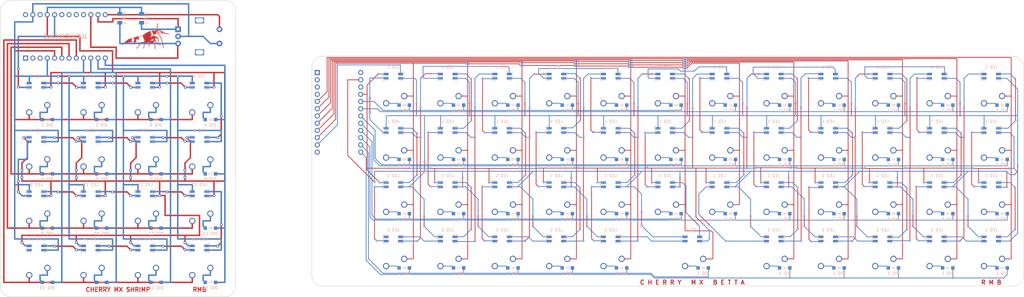
<source format=kicad_pcb>
(kicad_pcb (version 20171130) (host pcbnew "(5.1.9)-1")
  (layers (0 F.Cu signal) (31 B.Cu signal) (34 B.Paste user) (35 F.Paste user) (36 B.SilkS user) (37 F.SilkS user) (38 B.Mask user) (39 F.Mask user) (44 Edge.Cuts user))
  (net 0 "")
  (module "Arduino Pro Micro:SK6812_MINI-E" (layer B.Cu) (at 158.75 110.49)
    (fp_text reference "LED 1" (at 0 -3.175) (layer B.SilkS) (effects (justify mirror)))
    (fp_text value "SK6812 MINI-E")
    (pad "" np_thru_hole oval (at 1.15 0) (size 1 3.75) (drill oval 1 3.75) (layers *.Cu *.Mask))
    (pad "" np_thru_hole oval (at 1.05 0) (size 1 3.75) (drill oval 1 3.75) (layers *.Cu *.Mask))
    (pad "" np_thru_hole oval (at 0.95 0) (size 1 3.75) (drill oval 1 3.75) (layers *.Cu *.Mask))
    (pad "" np_thru_hole oval (at 0.85 0) (size 1 3.75) (drill oval 1 3.75) (layers *.Cu *.Mask))
    (pad "" np_thru_hole oval (at 0.75 0) (size 1 3.75) (drill oval 1 3.75) (layers *.Cu *.Mask))
    (pad "" np_thru_hole oval (at 0.65 0) (size 1 3.75) (drill oval 1 3.75) (layers *.Cu *.Mask))
    (pad "" np_thru_hole oval (at 0.55 0) (size 1 3.75) (drill oval 1 3.75) (layers *.Cu *.Mask))
    (pad "" np_thru_hole oval (at 0.45 0) (size 1 3.75) (drill oval 1 3.75) (layers *.Cu *.Mask))
    (pad "" np_thru_hole oval (at 0.35 0) (size 1 3.75) (drill oval 1 3.75) (layers *.Cu *.Mask))
    (pad "" np_thru_hole oval (at 0.25 0) (size 1 3.75) (drill oval 1 3.75) (layers *.Cu *.Mask))
    (pad "" np_thru_hole oval (at 0.15 0) (size 1 3.75) (drill oval 1 3.75) (layers *.Cu *.Mask))
    (pad "" np_thru_hole oval (at 0.05 0) (size 1 3.75) (drill oval 1 3.75) (layers *.Cu *.Mask))
    (pad "" np_thru_hole oval (at -0.05 0) (size 1 3.75) (drill oval 1 3.75) (layers *.Cu *.Mask))
    (pad "" np_thru_hole oval (at -0.15 0) (size 1 3.75) (drill oval 1 3.75) (layers *.Cu *.Mask))
    (pad "" np_thru_hole oval (at -0.25 0) (size 1 3.75) (drill oval 1 3.75) (layers *.Cu *.Mask))
    (pad "" np_thru_hole oval (at -0.35 0) (size 1 3.75) (drill oval 1 3.75) (layers *.Cu *.Mask))
    (pad "" np_thru_hole oval (at -0.45 0) (size 1 3.75) (drill oval 1 3.75) (layers *.Cu *.Mask))
    (pad "" np_thru_hole oval (at -0.55 0) (size 1 3.75) (drill oval 1 3.75) (layers *.Cu *.Mask))
    (pad "" np_thru_hole oval (at -0.65 0) (size 1 3.75) (drill oval 1 3.75) (layers *.Cu *.Mask))
    (pad "" np_thru_hole oval (at -0.75 0) (size 1 3.75) (drill oval 1 3.75) (layers *.Cu *.Mask))
    (pad "" np_thru_hole oval (at -0.85 0) (size 1 3.75) (drill oval 1 3.75) (layers *.Cu *.Mask))
    (pad "" np_thru_hole oval (at -0.95 0) (size 1 3.75) (drill oval 1 3.75) (layers *.Cu *.Mask))
    (pad "" np_thru_hole oval (at -1.05 0) (size 1 3.75) (drill oval 1 3.75) (layers *.Cu *.Mask))
    (pad "" np_thru_hole oval (at -1.15 0) (size 1 3.75) (drill oval 1 3.75) (layers *.Cu *.Mask))
    (pad 4 smd rect (at 2.5 -0.75 180) (size 1.8 0.82) (layers B.Cu B.Mask))
    (pad 3 smd rect (at 2.5 0.75 180) (size 1.8 0.82) (layers B.Cu B.Mask))
    (pad 2 smd rect (at -2.5 -0.75) (size 1.8 0.82) (layers B.Cu B.Mask))
    (pad 1 smd rect (at -2.5 0.75) (size 1.8 0.82) (layers B.Cu B.Mask))
  )
  (module "Arduino Pro Micro:SK6812_MINI-E" (layer B.Cu) (at 263.525 110.49)
    (fp_text reference "LED 1" (at 0 -3.175) (layer B.SilkS) (effects (justify mirror)))
    (fp_text value "SK6812 MINI-E")
    (pad "" np_thru_hole oval (at 1.15 0) (size 1 3.75) (drill oval 1 3.75) (layers *.Cu *.Mask))
    (pad "" np_thru_hole oval (at 1.05 0) (size 1 3.75) (drill oval 1 3.75) (layers *.Cu *.Mask))
    (pad "" np_thru_hole oval (at 0.95 0) (size 1 3.75) (drill oval 1 3.75) (layers *.Cu *.Mask))
    (pad "" np_thru_hole oval (at 0.85 0) (size 1 3.75) (drill oval 1 3.75) (layers *.Cu *.Mask))
    (pad "" np_thru_hole oval (at 0.75 0) (size 1 3.75) (drill oval 1 3.75) (layers *.Cu *.Mask))
    (pad "" np_thru_hole oval (at 0.65 0) (size 1 3.75) (drill oval 1 3.75) (layers *.Cu *.Mask))
    (pad "" np_thru_hole oval (at 0.55 0) (size 1 3.75) (drill oval 1 3.75) (layers *.Cu *.Mask))
    (pad "" np_thru_hole oval (at 0.45 0) (size 1 3.75) (drill oval 1 3.75) (layers *.Cu *.Mask))
    (pad "" np_thru_hole oval (at 0.35 0) (size 1 3.75) (drill oval 1 3.75) (layers *.Cu *.Mask))
    (pad "" np_thru_hole oval (at 0.25 0) (size 1 3.75) (drill oval 1 3.75) (layers *.Cu *.Mask))
    (pad "" np_thru_hole oval (at 0.15 0) (size 1 3.75) (drill oval 1 3.75) (layers *.Cu *.Mask))
    (pad "" np_thru_hole oval (at 0.05 0) (size 1 3.75) (drill oval 1 3.75) (layers *.Cu *.Mask))
    (pad "" np_thru_hole oval (at -0.05 0) (size 1 3.75) (drill oval 1 3.75) (layers *.Cu *.Mask))
    (pad "" np_thru_hole oval (at -0.15 0) (size 1 3.75) (drill oval 1 3.75) (layers *.Cu *.Mask))
    (pad "" np_thru_hole oval (at -0.25 0) (size 1 3.75) (drill oval 1 3.75) (layers *.Cu *.Mask))
    (pad "" np_thru_hole oval (at -0.35 0) (size 1 3.75) (drill oval 1 3.75) (layers *.Cu *.Mask))
    (pad "" np_thru_hole oval (at -0.45 0) (size 1 3.75) (drill oval 1 3.75) (layers *.Cu *.Mask))
    (pad "" np_thru_hole oval (at -0.55 0) (size 1 3.75) (drill oval 1 3.75) (layers *.Cu *.Mask))
    (pad "" np_thru_hole oval (at -0.65 0) (size 1 3.75) (drill oval 1 3.75) (layers *.Cu *.Mask))
    (pad "" np_thru_hole oval (at -0.75 0) (size 1 3.75) (drill oval 1 3.75) (layers *.Cu *.Mask))
    (pad "" np_thru_hole oval (at -0.85 0) (size 1 3.75) (drill oval 1 3.75) (layers *.Cu *.Mask))
    (pad "" np_thru_hole oval (at -0.95 0) (size 1 3.75) (drill oval 1 3.75) (layers *.Cu *.Mask))
    (pad "" np_thru_hole oval (at -1.05 0) (size 1 3.75) (drill oval 1 3.75) (layers *.Cu *.Mask))
    (pad "" np_thru_hole oval (at -1.15 0) (size 1 3.75) (drill oval 1 3.75) (layers *.Cu *.Mask))
    (pad 4 smd rect (at 2.5 -0.75 180) (size 1.8 0.82) (layers B.Cu B.Mask))
    (pad 3 smd rect (at 2.5 0.75 180) (size 1.8 0.82) (layers B.Cu B.Mask))
    (pad 2 smd rect (at -2.5 -0.75) (size 1.8 0.82) (layers B.Cu B.Mask))
    (pad 1 smd rect (at -2.5 0.75) (size 1.8 0.82) (layers B.Cu B.Mask))
  )
  (module "Arduino Pro Micro:SK6812_MINI-E" (layer B.Cu) (at 225.425 110.49)
    (fp_text reference "LED 1" (at 0 -3.175) (layer B.SilkS) (effects (justify mirror)))
    (fp_text value "SK6812 MINI-E")
    (pad "" np_thru_hole oval (at 1.15 0) (size 1 3.75) (drill oval 1 3.75) (layers *.Cu *.Mask))
    (pad "" np_thru_hole oval (at 1.05 0) (size 1 3.75) (drill oval 1 3.75) (layers *.Cu *.Mask))
    (pad "" np_thru_hole oval (at 0.95 0) (size 1 3.75) (drill oval 1 3.75) (layers *.Cu *.Mask))
    (pad "" np_thru_hole oval (at 0.85 0) (size 1 3.75) (drill oval 1 3.75) (layers *.Cu *.Mask))
    (pad "" np_thru_hole oval (at 0.75 0) (size 1 3.75) (drill oval 1 3.75) (layers *.Cu *.Mask))
    (pad "" np_thru_hole oval (at 0.65 0) (size 1 3.75) (drill oval 1 3.75) (layers *.Cu *.Mask))
    (pad "" np_thru_hole oval (at 0.55 0) (size 1 3.75) (drill oval 1 3.75) (layers *.Cu *.Mask))
    (pad "" np_thru_hole oval (at 0.45 0) (size 1 3.75) (drill oval 1 3.75) (layers *.Cu *.Mask))
    (pad "" np_thru_hole oval (at 0.35 0) (size 1 3.75) (drill oval 1 3.75) (layers *.Cu *.Mask))
    (pad "" np_thru_hole oval (at 0.25 0) (size 1 3.75) (drill oval 1 3.75) (layers *.Cu *.Mask))
    (pad "" np_thru_hole oval (at 0.15 0) (size 1 3.75) (drill oval 1 3.75) (layers *.Cu *.Mask))
    (pad "" np_thru_hole oval (at 0.05 0) (size 1 3.75) (drill oval 1 3.75) (layers *.Cu *.Mask))
    (pad "" np_thru_hole oval (at -0.05 0) (size 1 3.75) (drill oval 1 3.75) (layers *.Cu *.Mask))
    (pad "" np_thru_hole oval (at -0.15 0) (size 1 3.75) (drill oval 1 3.75) (layers *.Cu *.Mask))
    (pad "" np_thru_hole oval (at -0.25 0) (size 1 3.75) (drill oval 1 3.75) (layers *.Cu *.Mask))
    (pad "" np_thru_hole oval (at -0.35 0) (size 1 3.75) (drill oval 1 3.75) (layers *.Cu *.Mask))
    (pad "" np_thru_hole oval (at -0.45 0) (size 1 3.75) (drill oval 1 3.75) (layers *.Cu *.Mask))
    (pad "" np_thru_hole oval (at -0.55 0) (size 1 3.75) (drill oval 1 3.75) (layers *.Cu *.Mask))
    (pad "" np_thru_hole oval (at -0.65 0) (size 1 3.75) (drill oval 1 3.75) (layers *.Cu *.Mask))
    (pad "" np_thru_hole oval (at -0.75 0) (size 1 3.75) (drill oval 1 3.75) (layers *.Cu *.Mask))
    (pad "" np_thru_hole oval (at -0.85 0) (size 1 3.75) (drill oval 1 3.75) (layers *.Cu *.Mask))
    (pad "" np_thru_hole oval (at -0.95 0) (size 1 3.75) (drill oval 1 3.75) (layers *.Cu *.Mask))
    (pad "" np_thru_hole oval (at -1.05 0) (size 1 3.75) (drill oval 1 3.75) (layers *.Cu *.Mask))
    (pad "" np_thru_hole oval (at -1.15 0) (size 1 3.75) (drill oval 1 3.75) (layers *.Cu *.Mask))
    (pad 4 smd rect (at 2.5 -0.75 180) (size 1.8 0.82) (layers B.Cu B.Mask))
    (pad 3 smd rect (at 2.5 0.75 180) (size 1.8 0.82) (layers B.Cu B.Mask))
    (pad 2 smd rect (at -2.5 -0.75) (size 1.8 0.82) (layers B.Cu B.Mask))
    (pad 1 smd rect (at -2.5 0.75) (size 1.8 0.82) (layers B.Cu B.Mask))
  )
  (module "Arduino Pro Micro:SK6812_MINI-E" (layer B.Cu) (at 244.475 110.49)
    (fp_text reference "LED 1" (at 0 -3.175) (layer B.SilkS) (effects (justify mirror)))
    (fp_text value "SK6812 MINI-E")
    (pad "" np_thru_hole oval (at 1.15 0) (size 1 3.75) (drill oval 1 3.75) (layers *.Cu *.Mask))
    (pad "" np_thru_hole oval (at 1.05 0) (size 1 3.75) (drill oval 1 3.75) (layers *.Cu *.Mask))
    (pad "" np_thru_hole oval (at 0.95 0) (size 1 3.75) (drill oval 1 3.75) (layers *.Cu *.Mask))
    (pad "" np_thru_hole oval (at 0.85 0) (size 1 3.75) (drill oval 1 3.75) (layers *.Cu *.Mask))
    (pad "" np_thru_hole oval (at 0.75 0) (size 1 3.75) (drill oval 1 3.75) (layers *.Cu *.Mask))
    (pad "" np_thru_hole oval (at 0.65 0) (size 1 3.75) (drill oval 1 3.75) (layers *.Cu *.Mask))
    (pad "" np_thru_hole oval (at 0.55 0) (size 1 3.75) (drill oval 1 3.75) (layers *.Cu *.Mask))
    (pad "" np_thru_hole oval (at 0.45 0) (size 1 3.75) (drill oval 1 3.75) (layers *.Cu *.Mask))
    (pad "" np_thru_hole oval (at 0.35 0) (size 1 3.75) (drill oval 1 3.75) (layers *.Cu *.Mask))
    (pad "" np_thru_hole oval (at 0.25 0) (size 1 3.75) (drill oval 1 3.75) (layers *.Cu *.Mask))
    (pad "" np_thru_hole oval (at 0.15 0) (size 1 3.75) (drill oval 1 3.75) (layers *.Cu *.Mask))
    (pad "" np_thru_hole oval (at 0.05 0) (size 1 3.75) (drill oval 1 3.75) (layers *.Cu *.Mask))
    (pad "" np_thru_hole oval (at -0.05 0) (size 1 3.75) (drill oval 1 3.75) (layers *.Cu *.Mask))
    (pad "" np_thru_hole oval (at -0.15 0) (size 1 3.75) (drill oval 1 3.75) (layers *.Cu *.Mask))
    (pad "" np_thru_hole oval (at -0.25 0) (size 1 3.75) (drill oval 1 3.75) (layers *.Cu *.Mask))
    (pad "" np_thru_hole oval (at -0.35 0) (size 1 3.75) (drill oval 1 3.75) (layers *.Cu *.Mask))
    (pad "" np_thru_hole oval (at -0.45 0) (size 1 3.75) (drill oval 1 3.75) (layers *.Cu *.Mask))
    (pad "" np_thru_hole oval (at -0.55 0) (size 1 3.75) (drill oval 1 3.75) (layers *.Cu *.Mask))
    (pad "" np_thru_hole oval (at -0.65 0) (size 1 3.75) (drill oval 1 3.75) (layers *.Cu *.Mask))
    (pad "" np_thru_hole oval (at -0.75 0) (size 1 3.75) (drill oval 1 3.75) (layers *.Cu *.Mask))
    (pad "" np_thru_hole oval (at -0.85 0) (size 1 3.75) (drill oval 1 3.75) (layers *.Cu *.Mask))
    (pad "" np_thru_hole oval (at -0.95 0) (size 1 3.75) (drill oval 1 3.75) (layers *.Cu *.Mask))
    (pad "" np_thru_hole oval (at -1.05 0) (size 1 3.75) (drill oval 1 3.75) (layers *.Cu *.Mask))
    (pad "" np_thru_hole oval (at -1.15 0) (size 1 3.75) (drill oval 1 3.75) (layers *.Cu *.Mask))
    (pad 4 smd rect (at 2.5 -0.75 180) (size 1.8 0.82) (layers B.Cu B.Mask))
    (pad 3 smd rect (at 2.5 0.75 180) (size 1.8 0.82) (layers B.Cu B.Mask))
    (pad 2 smd rect (at -2.5 -0.75) (size 1.8 0.82) (layers B.Cu B.Mask))
    (pad 1 smd rect (at -2.5 0.75) (size 1.8 0.82) (layers B.Cu B.Mask))
  )
  (module "Arduino Pro Micro:SK6812_MINI-E" (layer B.Cu) (at 187.325 110.49)
    (fp_text reference "LED 1" (at 0 -3.175) (layer B.SilkS) (effects (justify mirror)))
    (fp_text value "SK6812 MINI-E")
    (pad "" np_thru_hole oval (at 1.15 0) (size 1 3.75) (drill oval 1 3.75) (layers *.Cu *.Mask))
    (pad "" np_thru_hole oval (at 1.05 0) (size 1 3.75) (drill oval 1 3.75) (layers *.Cu *.Mask))
    (pad "" np_thru_hole oval (at 0.95 0) (size 1 3.75) (drill oval 1 3.75) (layers *.Cu *.Mask))
    (pad "" np_thru_hole oval (at 0.85 0) (size 1 3.75) (drill oval 1 3.75) (layers *.Cu *.Mask))
    (pad "" np_thru_hole oval (at 0.75 0) (size 1 3.75) (drill oval 1 3.75) (layers *.Cu *.Mask))
    (pad "" np_thru_hole oval (at 0.65 0) (size 1 3.75) (drill oval 1 3.75) (layers *.Cu *.Mask))
    (pad "" np_thru_hole oval (at 0.55 0) (size 1 3.75) (drill oval 1 3.75) (layers *.Cu *.Mask))
    (pad "" np_thru_hole oval (at 0.45 0) (size 1 3.75) (drill oval 1 3.75) (layers *.Cu *.Mask))
    (pad "" np_thru_hole oval (at 0.35 0) (size 1 3.75) (drill oval 1 3.75) (layers *.Cu *.Mask))
    (pad "" np_thru_hole oval (at 0.25 0) (size 1 3.75) (drill oval 1 3.75) (layers *.Cu *.Mask))
    (pad "" np_thru_hole oval (at 0.15 0) (size 1 3.75) (drill oval 1 3.75) (layers *.Cu *.Mask))
    (pad "" np_thru_hole oval (at 0.05 0) (size 1 3.75) (drill oval 1 3.75) (layers *.Cu *.Mask))
    (pad "" np_thru_hole oval (at -0.05 0) (size 1 3.75) (drill oval 1 3.75) (layers *.Cu *.Mask))
    (pad "" np_thru_hole oval (at -0.15 0) (size 1 3.75) (drill oval 1 3.75) (layers *.Cu *.Mask))
    (pad "" np_thru_hole oval (at -0.25 0) (size 1 3.75) (drill oval 1 3.75) (layers *.Cu *.Mask))
    (pad "" np_thru_hole oval (at -0.35 0) (size 1 3.75) (drill oval 1 3.75) (layers *.Cu *.Mask))
    (pad "" np_thru_hole oval (at -0.45 0) (size 1 3.75) (drill oval 1 3.75) (layers *.Cu *.Mask))
    (pad "" np_thru_hole oval (at -0.55 0) (size 1 3.75) (drill oval 1 3.75) (layers *.Cu *.Mask))
    (pad "" np_thru_hole oval (at -0.65 0) (size 1 3.75) (drill oval 1 3.75) (layers *.Cu *.Mask))
    (pad "" np_thru_hole oval (at -0.75 0) (size 1 3.75) (drill oval 1 3.75) (layers *.Cu *.Mask))
    (pad "" np_thru_hole oval (at -0.85 0) (size 1 3.75) (drill oval 1 3.75) (layers *.Cu *.Mask))
    (pad "" np_thru_hole oval (at -0.95 0) (size 1 3.75) (drill oval 1 3.75) (layers *.Cu *.Mask))
    (pad "" np_thru_hole oval (at -1.05 0) (size 1 3.75) (drill oval 1 3.75) (layers *.Cu *.Mask))
    (pad "" np_thru_hole oval (at -1.15 0) (size 1 3.75) (drill oval 1 3.75) (layers *.Cu *.Mask))
    (pad 4 smd rect (at 2.5 -0.75 180) (size 1.8 0.82) (layers B.Cu B.Mask))
    (pad 3 smd rect (at 2.5 0.75 180) (size 1.8 0.82) (layers B.Cu B.Mask))
    (pad 2 smd rect (at -2.5 -0.75) (size 1.8 0.82) (layers B.Cu B.Mask))
    (pad 1 smd rect (at -2.5 0.75) (size 1.8 0.82) (layers B.Cu B.Mask))
  )
  (module "Arduino Pro Micro:SK6812_MINI-E" (layer B.Cu) (at 206.375 110.49)
    (fp_text reference "LED 1" (at 0 -3.175) (layer B.SilkS) (effects (justify mirror)))
    (fp_text value "SK6812 MINI-E")
    (pad "" np_thru_hole oval (at 1.15 0) (size 1 3.75) (drill oval 1 3.75) (layers *.Cu *.Mask))
    (pad "" np_thru_hole oval (at 1.05 0) (size 1 3.75) (drill oval 1 3.75) (layers *.Cu *.Mask))
    (pad "" np_thru_hole oval (at 0.95 0) (size 1 3.75) (drill oval 1 3.75) (layers *.Cu *.Mask))
    (pad "" np_thru_hole oval (at 0.85 0) (size 1 3.75) (drill oval 1 3.75) (layers *.Cu *.Mask))
    (pad "" np_thru_hole oval (at 0.75 0) (size 1 3.75) (drill oval 1 3.75) (layers *.Cu *.Mask))
    (pad "" np_thru_hole oval (at 0.65 0) (size 1 3.75) (drill oval 1 3.75) (layers *.Cu *.Mask))
    (pad "" np_thru_hole oval (at 0.55 0) (size 1 3.75) (drill oval 1 3.75) (layers *.Cu *.Mask))
    (pad "" np_thru_hole oval (at 0.45 0) (size 1 3.75) (drill oval 1 3.75) (layers *.Cu *.Mask))
    (pad "" np_thru_hole oval (at 0.35 0) (size 1 3.75) (drill oval 1 3.75) (layers *.Cu *.Mask))
    (pad "" np_thru_hole oval (at 0.25 0) (size 1 3.75) (drill oval 1 3.75) (layers *.Cu *.Mask))
    (pad "" np_thru_hole oval (at 0.15 0) (size 1 3.75) (drill oval 1 3.75) (layers *.Cu *.Mask))
    (pad "" np_thru_hole oval (at 0.05 0) (size 1 3.75) (drill oval 1 3.75) (layers *.Cu *.Mask))
    (pad "" np_thru_hole oval (at -0.05 0) (size 1 3.75) (drill oval 1 3.75) (layers *.Cu *.Mask))
    (pad "" np_thru_hole oval (at -0.15 0) (size 1 3.75) (drill oval 1 3.75) (layers *.Cu *.Mask))
    (pad "" np_thru_hole oval (at -0.25 0) (size 1 3.75) (drill oval 1 3.75) (layers *.Cu *.Mask))
    (pad "" np_thru_hole oval (at -0.35 0) (size 1 3.75) (drill oval 1 3.75) (layers *.Cu *.Mask))
    (pad "" np_thru_hole oval (at -0.45 0) (size 1 3.75) (drill oval 1 3.75) (layers *.Cu *.Mask))
    (pad "" np_thru_hole oval (at -0.55 0) (size 1 3.75) (drill oval 1 3.75) (layers *.Cu *.Mask))
    (pad "" np_thru_hole oval (at -0.65 0) (size 1 3.75) (drill oval 1 3.75) (layers *.Cu *.Mask))
    (pad "" np_thru_hole oval (at -0.75 0) (size 1 3.75) (drill oval 1 3.75) (layers *.Cu *.Mask))
    (pad "" np_thru_hole oval (at -0.85 0) (size 1 3.75) (drill oval 1 3.75) (layers *.Cu *.Mask))
    (pad "" np_thru_hole oval (at -0.95 0) (size 1 3.75) (drill oval 1 3.75) (layers *.Cu *.Mask))
    (pad "" np_thru_hole oval (at -1.05 0) (size 1 3.75) (drill oval 1 3.75) (layers *.Cu *.Mask))
    (pad "" np_thru_hole oval (at -1.15 0) (size 1 3.75) (drill oval 1 3.75) (layers *.Cu *.Mask))
    (pad 4 smd rect (at 2.5 -0.75 180) (size 1.8 0.82) (layers B.Cu B.Mask))
    (pad 3 smd rect (at 2.5 0.75 180) (size 1.8 0.82) (layers B.Cu B.Mask))
    (pad 2 smd rect (at -2.5 -0.75) (size 1.8 0.82) (layers B.Cu B.Mask))
    (pad 1 smd rect (at -2.5 0.75) (size 1.8 0.82) (layers B.Cu B.Mask))
  )
  (module "Arduino Pro Micro:SK6812_MINI-E" (layer B.Cu) (at 130.175 110.49)
    (fp_text reference "LED 1" (at 0 -3.175) (layer B.SilkS) (effects (justify mirror)))
    (fp_text value "SK6812 MINI-E")
    (pad "" np_thru_hole oval (at 1.15 0) (size 1 3.75) (drill oval 1 3.75) (layers *.Cu *.Mask))
    (pad "" np_thru_hole oval (at 1.05 0) (size 1 3.75) (drill oval 1 3.75) (layers *.Cu *.Mask))
    (pad "" np_thru_hole oval (at 0.95 0) (size 1 3.75) (drill oval 1 3.75) (layers *.Cu *.Mask))
    (pad "" np_thru_hole oval (at 0.85 0) (size 1 3.75) (drill oval 1 3.75) (layers *.Cu *.Mask))
    (pad "" np_thru_hole oval (at 0.75 0) (size 1 3.75) (drill oval 1 3.75) (layers *.Cu *.Mask))
    (pad "" np_thru_hole oval (at 0.65 0) (size 1 3.75) (drill oval 1 3.75) (layers *.Cu *.Mask))
    (pad "" np_thru_hole oval (at 0.55 0) (size 1 3.75) (drill oval 1 3.75) (layers *.Cu *.Mask))
    (pad "" np_thru_hole oval (at 0.45 0) (size 1 3.75) (drill oval 1 3.75) (layers *.Cu *.Mask))
    (pad "" np_thru_hole oval (at 0.35 0) (size 1 3.75) (drill oval 1 3.75) (layers *.Cu *.Mask))
    (pad "" np_thru_hole oval (at 0.25 0) (size 1 3.75) (drill oval 1 3.75) (layers *.Cu *.Mask))
    (pad "" np_thru_hole oval (at 0.15 0) (size 1 3.75) (drill oval 1 3.75) (layers *.Cu *.Mask))
    (pad "" np_thru_hole oval (at 0.05 0) (size 1 3.75) (drill oval 1 3.75) (layers *.Cu *.Mask))
    (pad "" np_thru_hole oval (at -0.05 0) (size 1 3.75) (drill oval 1 3.75) (layers *.Cu *.Mask))
    (pad "" np_thru_hole oval (at -0.15 0) (size 1 3.75) (drill oval 1 3.75) (layers *.Cu *.Mask))
    (pad "" np_thru_hole oval (at -0.25 0) (size 1 3.75) (drill oval 1 3.75) (layers *.Cu *.Mask))
    (pad "" np_thru_hole oval (at -0.35 0) (size 1 3.75) (drill oval 1 3.75) (layers *.Cu *.Mask))
    (pad "" np_thru_hole oval (at -0.45 0) (size 1 3.75) (drill oval 1 3.75) (layers *.Cu *.Mask))
    (pad "" np_thru_hole oval (at -0.55 0) (size 1 3.75) (drill oval 1 3.75) (layers *.Cu *.Mask))
    (pad "" np_thru_hole oval (at -0.65 0) (size 1 3.75) (drill oval 1 3.75) (layers *.Cu *.Mask))
    (pad "" np_thru_hole oval (at -0.75 0) (size 1 3.75) (drill oval 1 3.75) (layers *.Cu *.Mask))
    (pad "" np_thru_hole oval (at -0.85 0) (size 1 3.75) (drill oval 1 3.75) (layers *.Cu *.Mask))
    (pad "" np_thru_hole oval (at -0.95 0) (size 1 3.75) (drill oval 1 3.75) (layers *.Cu *.Mask))
    (pad "" np_thru_hole oval (at -1.05 0) (size 1 3.75) (drill oval 1 3.75) (layers *.Cu *.Mask))
    (pad "" np_thru_hole oval (at -1.15 0) (size 1 3.75) (drill oval 1 3.75) (layers *.Cu *.Mask))
    (pad 4 smd rect (at 2.5 -0.75 180) (size 1.8 0.82) (layers B.Cu B.Mask))
    (pad 3 smd rect (at 2.5 0.75 180) (size 1.8 0.82) (layers B.Cu B.Mask))
    (pad 2 smd rect (at -2.5 -0.75) (size 1.8 0.82) (layers B.Cu B.Mask))
    (pad 1 smd rect (at -2.5 0.75) (size 1.8 0.82) (layers B.Cu B.Mask))
  )
  (module "Arduino Pro Micro:SK6812_MINI-E" (layer B.Cu) (at 92.075 110.49)
    (fp_text reference "LED 1" (at 0 -3.175) (layer B.SilkS) (effects (justify mirror)))
    (fp_text value "SK6812 MINI-E")
    (pad "" np_thru_hole oval (at 1.15 0) (size 1 3.75) (drill oval 1 3.75) (layers *.Cu *.Mask))
    (pad "" np_thru_hole oval (at 1.05 0) (size 1 3.75) (drill oval 1 3.75) (layers *.Cu *.Mask))
    (pad "" np_thru_hole oval (at 0.95 0) (size 1 3.75) (drill oval 1 3.75) (layers *.Cu *.Mask))
    (pad "" np_thru_hole oval (at 0.85 0) (size 1 3.75) (drill oval 1 3.75) (layers *.Cu *.Mask))
    (pad "" np_thru_hole oval (at 0.75 0) (size 1 3.75) (drill oval 1 3.75) (layers *.Cu *.Mask))
    (pad "" np_thru_hole oval (at 0.65 0) (size 1 3.75) (drill oval 1 3.75) (layers *.Cu *.Mask))
    (pad "" np_thru_hole oval (at 0.55 0) (size 1 3.75) (drill oval 1 3.75) (layers *.Cu *.Mask))
    (pad "" np_thru_hole oval (at 0.45 0) (size 1 3.75) (drill oval 1 3.75) (layers *.Cu *.Mask))
    (pad "" np_thru_hole oval (at 0.35 0) (size 1 3.75) (drill oval 1 3.75) (layers *.Cu *.Mask))
    (pad "" np_thru_hole oval (at 0.25 0) (size 1 3.75) (drill oval 1 3.75) (layers *.Cu *.Mask))
    (pad "" np_thru_hole oval (at 0.15 0) (size 1 3.75) (drill oval 1 3.75) (layers *.Cu *.Mask))
    (pad "" np_thru_hole oval (at 0.05 0) (size 1 3.75) (drill oval 1 3.75) (layers *.Cu *.Mask))
    (pad "" np_thru_hole oval (at -0.05 0) (size 1 3.75) (drill oval 1 3.75) (layers *.Cu *.Mask))
    (pad "" np_thru_hole oval (at -0.15 0) (size 1 3.75) (drill oval 1 3.75) (layers *.Cu *.Mask))
    (pad "" np_thru_hole oval (at -0.25 0) (size 1 3.75) (drill oval 1 3.75) (layers *.Cu *.Mask))
    (pad "" np_thru_hole oval (at -0.35 0) (size 1 3.75) (drill oval 1 3.75) (layers *.Cu *.Mask))
    (pad "" np_thru_hole oval (at -0.45 0) (size 1 3.75) (drill oval 1 3.75) (layers *.Cu *.Mask))
    (pad "" np_thru_hole oval (at -0.55 0) (size 1 3.75) (drill oval 1 3.75) (layers *.Cu *.Mask))
    (pad "" np_thru_hole oval (at -0.65 0) (size 1 3.75) (drill oval 1 3.75) (layers *.Cu *.Mask))
    (pad "" np_thru_hole oval (at -0.75 0) (size 1 3.75) (drill oval 1 3.75) (layers *.Cu *.Mask))
    (pad "" np_thru_hole oval (at -0.85 0) (size 1 3.75) (drill oval 1 3.75) (layers *.Cu *.Mask))
    (pad "" np_thru_hole oval (at -0.95 0) (size 1 3.75) (drill oval 1 3.75) (layers *.Cu *.Mask))
    (pad "" np_thru_hole oval (at -1.05 0) (size 1 3.75) (drill oval 1 3.75) (layers *.Cu *.Mask))
    (pad "" np_thru_hole oval (at -1.15 0) (size 1 3.75) (drill oval 1 3.75) (layers *.Cu *.Mask))
    (pad 4 smd rect (at 2.5 -0.75 180) (size 1.8 0.82) (layers B.Cu B.Mask))
    (pad 3 smd rect (at 2.5 0.75 180) (size 1.8 0.82) (layers B.Cu B.Mask))
    (pad 2 smd rect (at -2.5 -0.75) (size 1.8 0.82) (layers B.Cu B.Mask))
    (pad 1 smd rect (at -2.5 0.75) (size 1.8 0.82) (layers B.Cu B.Mask))
  )
  (module "Arduino Pro Micro:SK6812_MINI-E" (layer B.Cu) (at 111.125 110.49)
    (fp_text reference "LED 1" (at 0 -3.175) (layer B.SilkS) (effects (justify mirror)))
    (fp_text value "SK6812 MINI-E")
    (pad "" np_thru_hole oval (at 1.15 0) (size 1 3.75) (drill oval 1 3.75) (layers *.Cu *.Mask))
    (pad "" np_thru_hole oval (at 1.05 0) (size 1 3.75) (drill oval 1 3.75) (layers *.Cu *.Mask))
    (pad "" np_thru_hole oval (at 0.95 0) (size 1 3.75) (drill oval 1 3.75) (layers *.Cu *.Mask))
    (pad "" np_thru_hole oval (at 0.85 0) (size 1 3.75) (drill oval 1 3.75) (layers *.Cu *.Mask))
    (pad "" np_thru_hole oval (at 0.75 0) (size 1 3.75) (drill oval 1 3.75) (layers *.Cu *.Mask))
    (pad "" np_thru_hole oval (at 0.65 0) (size 1 3.75) (drill oval 1 3.75) (layers *.Cu *.Mask))
    (pad "" np_thru_hole oval (at 0.55 0) (size 1 3.75) (drill oval 1 3.75) (layers *.Cu *.Mask))
    (pad "" np_thru_hole oval (at 0.45 0) (size 1 3.75) (drill oval 1 3.75) (layers *.Cu *.Mask))
    (pad "" np_thru_hole oval (at 0.35 0) (size 1 3.75) (drill oval 1 3.75) (layers *.Cu *.Mask))
    (pad "" np_thru_hole oval (at 0.25 0) (size 1 3.75) (drill oval 1 3.75) (layers *.Cu *.Mask))
    (pad "" np_thru_hole oval (at 0.15 0) (size 1 3.75) (drill oval 1 3.75) (layers *.Cu *.Mask))
    (pad "" np_thru_hole oval (at 0.05 0) (size 1 3.75) (drill oval 1 3.75) (layers *.Cu *.Mask))
    (pad "" np_thru_hole oval (at -0.05 0) (size 1 3.75) (drill oval 1 3.75) (layers *.Cu *.Mask))
    (pad "" np_thru_hole oval (at -0.15 0) (size 1 3.75) (drill oval 1 3.75) (layers *.Cu *.Mask))
    (pad "" np_thru_hole oval (at -0.25 0) (size 1 3.75) (drill oval 1 3.75) (layers *.Cu *.Mask))
    (pad "" np_thru_hole oval (at -0.35 0) (size 1 3.75) (drill oval 1 3.75) (layers *.Cu *.Mask))
    (pad "" np_thru_hole oval (at -0.45 0) (size 1 3.75) (drill oval 1 3.75) (layers *.Cu *.Mask))
    (pad "" np_thru_hole oval (at -0.55 0) (size 1 3.75) (drill oval 1 3.75) (layers *.Cu *.Mask))
    (pad "" np_thru_hole oval (at -0.65 0) (size 1 3.75) (drill oval 1 3.75) (layers *.Cu *.Mask))
    (pad "" np_thru_hole oval (at -0.75 0) (size 1 3.75) (drill oval 1 3.75) (layers *.Cu *.Mask))
    (pad "" np_thru_hole oval (at -0.85 0) (size 1 3.75) (drill oval 1 3.75) (layers *.Cu *.Mask))
    (pad "" np_thru_hole oval (at -0.95 0) (size 1 3.75) (drill oval 1 3.75) (layers *.Cu *.Mask))
    (pad "" np_thru_hole oval (at -1.05 0) (size 1 3.75) (drill oval 1 3.75) (layers *.Cu *.Mask))
    (pad "" np_thru_hole oval (at -1.15 0) (size 1 3.75) (drill oval 1 3.75) (layers *.Cu *.Mask))
    (pad 4 smd rect (at 2.5 -0.75 180) (size 1.8 0.82) (layers B.Cu B.Mask))
    (pad 3 smd rect (at 2.5 0.75 180) (size 1.8 0.82) (layers B.Cu B.Mask))
    (pad 2 smd rect (at -2.5 -0.75) (size 1.8 0.82) (layers B.Cu B.Mask))
    (pad 1 smd rect (at -2.5 0.75) (size 1.8 0.82) (layers B.Cu B.Mask))
  )
  (module "Arduino Pro Micro:SK6812_MINI-E" (layer B.Cu) (at 244.475 72.39)
    (fp_text reference "LED 1" (at 0 -3.175) (layer B.SilkS) (effects (justify mirror)))
    (fp_text value "SK6812 MINI-E")
    (pad "" np_thru_hole oval (at 1.15 0) (size 1 3.75) (drill oval 1 3.75) (layers *.Cu *.Mask))
    (pad "" np_thru_hole oval (at 1.05 0) (size 1 3.75) (drill oval 1 3.75) (layers *.Cu *.Mask))
    (pad "" np_thru_hole oval (at 0.95 0) (size 1 3.75) (drill oval 1 3.75) (layers *.Cu *.Mask))
    (pad "" np_thru_hole oval (at 0.85 0) (size 1 3.75) (drill oval 1 3.75) (layers *.Cu *.Mask))
    (pad "" np_thru_hole oval (at 0.75 0) (size 1 3.75) (drill oval 1 3.75) (layers *.Cu *.Mask))
    (pad "" np_thru_hole oval (at 0.65 0) (size 1 3.75) (drill oval 1 3.75) (layers *.Cu *.Mask))
    (pad "" np_thru_hole oval (at 0.55 0) (size 1 3.75) (drill oval 1 3.75) (layers *.Cu *.Mask))
    (pad "" np_thru_hole oval (at 0.45 0) (size 1 3.75) (drill oval 1 3.75) (layers *.Cu *.Mask))
    (pad "" np_thru_hole oval (at 0.35 0) (size 1 3.75) (drill oval 1 3.75) (layers *.Cu *.Mask))
    (pad "" np_thru_hole oval (at 0.25 0) (size 1 3.75) (drill oval 1 3.75) (layers *.Cu *.Mask))
    (pad "" np_thru_hole oval (at 0.15 0) (size 1 3.75) (drill oval 1 3.75) (layers *.Cu *.Mask))
    (pad "" np_thru_hole oval (at 0.05 0) (size 1 3.75) (drill oval 1 3.75) (layers *.Cu *.Mask))
    (pad "" np_thru_hole oval (at -0.05 0) (size 1 3.75) (drill oval 1 3.75) (layers *.Cu *.Mask))
    (pad "" np_thru_hole oval (at -0.15 0) (size 1 3.75) (drill oval 1 3.75) (layers *.Cu *.Mask))
    (pad "" np_thru_hole oval (at -0.25 0) (size 1 3.75) (drill oval 1 3.75) (layers *.Cu *.Mask))
    (pad "" np_thru_hole oval (at -0.35 0) (size 1 3.75) (drill oval 1 3.75) (layers *.Cu *.Mask))
    (pad "" np_thru_hole oval (at -0.45 0) (size 1 3.75) (drill oval 1 3.75) (layers *.Cu *.Mask))
    (pad "" np_thru_hole oval (at -0.55 0) (size 1 3.75) (drill oval 1 3.75) (layers *.Cu *.Mask))
    (pad "" np_thru_hole oval (at -0.65 0) (size 1 3.75) (drill oval 1 3.75) (layers *.Cu *.Mask))
    (pad "" np_thru_hole oval (at -0.75 0) (size 1 3.75) (drill oval 1 3.75) (layers *.Cu *.Mask))
    (pad "" np_thru_hole oval (at -0.85 0) (size 1 3.75) (drill oval 1 3.75) (layers *.Cu *.Mask))
    (pad "" np_thru_hole oval (at -0.95 0) (size 1 3.75) (drill oval 1 3.75) (layers *.Cu *.Mask))
    (pad "" np_thru_hole oval (at -1.05 0) (size 1 3.75) (drill oval 1 3.75) (layers *.Cu *.Mask))
    (pad "" np_thru_hole oval (at -1.15 0) (size 1 3.75) (drill oval 1 3.75) (layers *.Cu *.Mask))
    (pad 4 smd rect (at 2.5 -0.75 180) (size 1.8 0.82) (layers B.Cu B.Mask))
    (pad 3 smd rect (at 2.5 0.75 180) (size 1.8 0.82) (layers B.Cu B.Mask))
    (pad 2 smd rect (at -2.5 -0.75) (size 1.8 0.82) (layers B.Cu B.Mask))
    (pad 1 smd rect (at -2.5 0.75) (size 1.8 0.82) (layers B.Cu B.Mask))
  )
  (module "Arduino Pro Micro:SK6812_MINI-E" (layer B.Cu) (at 263.525 72.39)
    (fp_text reference "LED 1" (at 0 -3.175) (layer B.SilkS) (effects (justify mirror)))
    (fp_text value "SK6812 MINI-E")
    (pad "" np_thru_hole oval (at 1.15 0) (size 1 3.75) (drill oval 1 3.75) (layers *.Cu *.Mask))
    (pad "" np_thru_hole oval (at 1.05 0) (size 1 3.75) (drill oval 1 3.75) (layers *.Cu *.Mask))
    (pad "" np_thru_hole oval (at 0.95 0) (size 1 3.75) (drill oval 1 3.75) (layers *.Cu *.Mask))
    (pad "" np_thru_hole oval (at 0.85 0) (size 1 3.75) (drill oval 1 3.75) (layers *.Cu *.Mask))
    (pad "" np_thru_hole oval (at 0.75 0) (size 1 3.75) (drill oval 1 3.75) (layers *.Cu *.Mask))
    (pad "" np_thru_hole oval (at 0.65 0) (size 1 3.75) (drill oval 1 3.75) (layers *.Cu *.Mask))
    (pad "" np_thru_hole oval (at 0.55 0) (size 1 3.75) (drill oval 1 3.75) (layers *.Cu *.Mask))
    (pad "" np_thru_hole oval (at 0.45 0) (size 1 3.75) (drill oval 1 3.75) (layers *.Cu *.Mask))
    (pad "" np_thru_hole oval (at 0.35 0) (size 1 3.75) (drill oval 1 3.75) (layers *.Cu *.Mask))
    (pad "" np_thru_hole oval (at 0.25 0) (size 1 3.75) (drill oval 1 3.75) (layers *.Cu *.Mask))
    (pad "" np_thru_hole oval (at 0.15 0) (size 1 3.75) (drill oval 1 3.75) (layers *.Cu *.Mask))
    (pad "" np_thru_hole oval (at 0.05 0) (size 1 3.75) (drill oval 1 3.75) (layers *.Cu *.Mask))
    (pad "" np_thru_hole oval (at -0.05 0) (size 1 3.75) (drill oval 1 3.75) (layers *.Cu *.Mask))
    (pad "" np_thru_hole oval (at -0.15 0) (size 1 3.75) (drill oval 1 3.75) (layers *.Cu *.Mask))
    (pad "" np_thru_hole oval (at -0.25 0) (size 1 3.75) (drill oval 1 3.75) (layers *.Cu *.Mask))
    (pad "" np_thru_hole oval (at -0.35 0) (size 1 3.75) (drill oval 1 3.75) (layers *.Cu *.Mask))
    (pad "" np_thru_hole oval (at -0.45 0) (size 1 3.75) (drill oval 1 3.75) (layers *.Cu *.Mask))
    (pad "" np_thru_hole oval (at -0.55 0) (size 1 3.75) (drill oval 1 3.75) (layers *.Cu *.Mask))
    (pad "" np_thru_hole oval (at -0.65 0) (size 1 3.75) (drill oval 1 3.75) (layers *.Cu *.Mask))
    (pad "" np_thru_hole oval (at -0.75 0) (size 1 3.75) (drill oval 1 3.75) (layers *.Cu *.Mask))
    (pad "" np_thru_hole oval (at -0.85 0) (size 1 3.75) (drill oval 1 3.75) (layers *.Cu *.Mask))
    (pad "" np_thru_hole oval (at -0.95 0) (size 1 3.75) (drill oval 1 3.75) (layers *.Cu *.Mask))
    (pad "" np_thru_hole oval (at -1.05 0) (size 1 3.75) (drill oval 1 3.75) (layers *.Cu *.Mask))
    (pad "" np_thru_hole oval (at -1.15 0) (size 1 3.75) (drill oval 1 3.75) (layers *.Cu *.Mask))
    (pad 4 smd rect (at 2.5 -0.75 180) (size 1.8 0.82) (layers B.Cu B.Mask))
    (pad 3 smd rect (at 2.5 0.75 180) (size 1.8 0.82) (layers B.Cu B.Mask))
    (pad 2 smd rect (at -2.5 -0.75) (size 1.8 0.82) (layers B.Cu B.Mask))
    (pad 1 smd rect (at -2.5 0.75) (size 1.8 0.82) (layers B.Cu B.Mask))
  )
  (module "Arduino Pro Micro:SK6812_MINI-E" (layer B.Cu) (at 206.375 72.39)
    (fp_text reference "LED 1" (at 0 -3.175) (layer B.SilkS) (effects (justify mirror)))
    (fp_text value "SK6812 MINI-E")
    (pad "" np_thru_hole oval (at 1.15 0) (size 1 3.75) (drill oval 1 3.75) (layers *.Cu *.Mask))
    (pad "" np_thru_hole oval (at 1.05 0) (size 1 3.75) (drill oval 1 3.75) (layers *.Cu *.Mask))
    (pad "" np_thru_hole oval (at 0.95 0) (size 1 3.75) (drill oval 1 3.75) (layers *.Cu *.Mask))
    (pad "" np_thru_hole oval (at 0.85 0) (size 1 3.75) (drill oval 1 3.75) (layers *.Cu *.Mask))
    (pad "" np_thru_hole oval (at 0.75 0) (size 1 3.75) (drill oval 1 3.75) (layers *.Cu *.Mask))
    (pad "" np_thru_hole oval (at 0.65 0) (size 1 3.75) (drill oval 1 3.75) (layers *.Cu *.Mask))
    (pad "" np_thru_hole oval (at 0.55 0) (size 1 3.75) (drill oval 1 3.75) (layers *.Cu *.Mask))
    (pad "" np_thru_hole oval (at 0.45 0) (size 1 3.75) (drill oval 1 3.75) (layers *.Cu *.Mask))
    (pad "" np_thru_hole oval (at 0.35 0) (size 1 3.75) (drill oval 1 3.75) (layers *.Cu *.Mask))
    (pad "" np_thru_hole oval (at 0.25 0) (size 1 3.75) (drill oval 1 3.75) (layers *.Cu *.Mask))
    (pad "" np_thru_hole oval (at 0.15 0) (size 1 3.75) (drill oval 1 3.75) (layers *.Cu *.Mask))
    (pad "" np_thru_hole oval (at 0.05 0) (size 1 3.75) (drill oval 1 3.75) (layers *.Cu *.Mask))
    (pad "" np_thru_hole oval (at -0.05 0) (size 1 3.75) (drill oval 1 3.75) (layers *.Cu *.Mask))
    (pad "" np_thru_hole oval (at -0.15 0) (size 1 3.75) (drill oval 1 3.75) (layers *.Cu *.Mask))
    (pad "" np_thru_hole oval (at -0.25 0) (size 1 3.75) (drill oval 1 3.75) (layers *.Cu *.Mask))
    (pad "" np_thru_hole oval (at -0.35 0) (size 1 3.75) (drill oval 1 3.75) (layers *.Cu *.Mask))
    (pad "" np_thru_hole oval (at -0.45 0) (size 1 3.75) (drill oval 1 3.75) (layers *.Cu *.Mask))
    (pad "" np_thru_hole oval (at -0.55 0) (size 1 3.75) (drill oval 1 3.75) (layers *.Cu *.Mask))
    (pad "" np_thru_hole oval (at -0.65 0) (size 1 3.75) (drill oval 1 3.75) (layers *.Cu *.Mask))
    (pad "" np_thru_hole oval (at -0.75 0) (size 1 3.75) (drill oval 1 3.75) (layers *.Cu *.Mask))
    (pad "" np_thru_hole oval (at -0.85 0) (size 1 3.75) (drill oval 1 3.75) (layers *.Cu *.Mask))
    (pad "" np_thru_hole oval (at -0.95 0) (size 1 3.75) (drill oval 1 3.75) (layers *.Cu *.Mask))
    (pad "" np_thru_hole oval (at -1.05 0) (size 1 3.75) (drill oval 1 3.75) (layers *.Cu *.Mask))
    (pad "" np_thru_hole oval (at -1.15 0) (size 1 3.75) (drill oval 1 3.75) (layers *.Cu *.Mask))
    (pad 4 smd rect (at 2.5 -0.75 180) (size 1.8 0.82) (layers B.Cu B.Mask))
    (pad 3 smd rect (at 2.5 0.75 180) (size 1.8 0.82) (layers B.Cu B.Mask))
    (pad 2 smd rect (at -2.5 -0.75) (size 1.8 0.82) (layers B.Cu B.Mask))
    (pad 1 smd rect (at -2.5 0.75) (size 1.8 0.82) (layers B.Cu B.Mask))
  )
  (module "Arduino Pro Micro:SK6812_MINI-E" (layer B.Cu) (at 225.425 72.39)
    (fp_text reference "LED 1" (at 0 -3.175) (layer B.SilkS) (effects (justify mirror)))
    (fp_text value "SK6812 MINI-E")
    (pad "" np_thru_hole oval (at 1.15 0) (size 1 3.75) (drill oval 1 3.75) (layers *.Cu *.Mask))
    (pad "" np_thru_hole oval (at 1.05 0) (size 1 3.75) (drill oval 1 3.75) (layers *.Cu *.Mask))
    (pad "" np_thru_hole oval (at 0.95 0) (size 1 3.75) (drill oval 1 3.75) (layers *.Cu *.Mask))
    (pad "" np_thru_hole oval (at 0.85 0) (size 1 3.75) (drill oval 1 3.75) (layers *.Cu *.Mask))
    (pad "" np_thru_hole oval (at 0.75 0) (size 1 3.75) (drill oval 1 3.75) (layers *.Cu *.Mask))
    (pad "" np_thru_hole oval (at 0.65 0) (size 1 3.75) (drill oval 1 3.75) (layers *.Cu *.Mask))
    (pad "" np_thru_hole oval (at 0.55 0) (size 1 3.75) (drill oval 1 3.75) (layers *.Cu *.Mask))
    (pad "" np_thru_hole oval (at 0.45 0) (size 1 3.75) (drill oval 1 3.75) (layers *.Cu *.Mask))
    (pad "" np_thru_hole oval (at 0.35 0) (size 1 3.75) (drill oval 1 3.75) (layers *.Cu *.Mask))
    (pad "" np_thru_hole oval (at 0.25 0) (size 1 3.75) (drill oval 1 3.75) (layers *.Cu *.Mask))
    (pad "" np_thru_hole oval (at 0.15 0) (size 1 3.75) (drill oval 1 3.75) (layers *.Cu *.Mask))
    (pad "" np_thru_hole oval (at 0.05 0) (size 1 3.75) (drill oval 1 3.75) (layers *.Cu *.Mask))
    (pad "" np_thru_hole oval (at -0.05 0) (size 1 3.75) (drill oval 1 3.75) (layers *.Cu *.Mask))
    (pad "" np_thru_hole oval (at -0.15 0) (size 1 3.75) (drill oval 1 3.75) (layers *.Cu *.Mask))
    (pad "" np_thru_hole oval (at -0.25 0) (size 1 3.75) (drill oval 1 3.75) (layers *.Cu *.Mask))
    (pad "" np_thru_hole oval (at -0.35 0) (size 1 3.75) (drill oval 1 3.75) (layers *.Cu *.Mask))
    (pad "" np_thru_hole oval (at -0.45 0) (size 1 3.75) (drill oval 1 3.75) (layers *.Cu *.Mask))
    (pad "" np_thru_hole oval (at -0.55 0) (size 1 3.75) (drill oval 1 3.75) (layers *.Cu *.Mask))
    (pad "" np_thru_hole oval (at -0.65 0) (size 1 3.75) (drill oval 1 3.75) (layers *.Cu *.Mask))
    (pad "" np_thru_hole oval (at -0.75 0) (size 1 3.75) (drill oval 1 3.75) (layers *.Cu *.Mask))
    (pad "" np_thru_hole oval (at -0.85 0) (size 1 3.75) (drill oval 1 3.75) (layers *.Cu *.Mask))
    (pad "" np_thru_hole oval (at -0.95 0) (size 1 3.75) (drill oval 1 3.75) (layers *.Cu *.Mask))
    (pad "" np_thru_hole oval (at -1.05 0) (size 1 3.75) (drill oval 1 3.75) (layers *.Cu *.Mask))
    (pad "" np_thru_hole oval (at -1.15 0) (size 1 3.75) (drill oval 1 3.75) (layers *.Cu *.Mask))
    (pad 4 smd rect (at 2.5 -0.75 180) (size 1.8 0.82) (layers B.Cu B.Mask))
    (pad 3 smd rect (at 2.5 0.75 180) (size 1.8 0.82) (layers B.Cu B.Mask))
    (pad 2 smd rect (at -2.5 -0.75) (size 1.8 0.82) (layers B.Cu B.Mask))
    (pad 1 smd rect (at -2.5 0.75) (size 1.8 0.82) (layers B.Cu B.Mask))
  )
  (module "Arduino Pro Micro:SK6812_MINI-E" (layer B.Cu) (at 168.275 72.39)
    (fp_text reference "LED 1" (at 0 -3.175) (layer B.SilkS) (effects (justify mirror)))
    (fp_text value "SK6812 MINI-E")
    (pad "" np_thru_hole oval (at 1.15 0) (size 1 3.75) (drill oval 1 3.75) (layers *.Cu *.Mask))
    (pad "" np_thru_hole oval (at 1.05 0) (size 1 3.75) (drill oval 1 3.75) (layers *.Cu *.Mask))
    (pad "" np_thru_hole oval (at 0.95 0) (size 1 3.75) (drill oval 1 3.75) (layers *.Cu *.Mask))
    (pad "" np_thru_hole oval (at 0.85 0) (size 1 3.75) (drill oval 1 3.75) (layers *.Cu *.Mask))
    (pad "" np_thru_hole oval (at 0.75 0) (size 1 3.75) (drill oval 1 3.75) (layers *.Cu *.Mask))
    (pad "" np_thru_hole oval (at 0.65 0) (size 1 3.75) (drill oval 1 3.75) (layers *.Cu *.Mask))
    (pad "" np_thru_hole oval (at 0.55 0) (size 1 3.75) (drill oval 1 3.75) (layers *.Cu *.Mask))
    (pad "" np_thru_hole oval (at 0.45 0) (size 1 3.75) (drill oval 1 3.75) (layers *.Cu *.Mask))
    (pad "" np_thru_hole oval (at 0.35 0) (size 1 3.75) (drill oval 1 3.75) (layers *.Cu *.Mask))
    (pad "" np_thru_hole oval (at 0.25 0) (size 1 3.75) (drill oval 1 3.75) (layers *.Cu *.Mask))
    (pad "" np_thru_hole oval (at 0.15 0) (size 1 3.75) (drill oval 1 3.75) (layers *.Cu *.Mask))
    (pad "" np_thru_hole oval (at 0.05 0) (size 1 3.75) (drill oval 1 3.75) (layers *.Cu *.Mask))
    (pad "" np_thru_hole oval (at -0.05 0) (size 1 3.75) (drill oval 1 3.75) (layers *.Cu *.Mask))
    (pad "" np_thru_hole oval (at -0.15 0) (size 1 3.75) (drill oval 1 3.75) (layers *.Cu *.Mask))
    (pad "" np_thru_hole oval (at -0.25 0) (size 1 3.75) (drill oval 1 3.75) (layers *.Cu *.Mask))
    (pad "" np_thru_hole oval (at -0.35 0) (size 1 3.75) (drill oval 1 3.75) (layers *.Cu *.Mask))
    (pad "" np_thru_hole oval (at -0.45 0) (size 1 3.75) (drill oval 1 3.75) (layers *.Cu *.Mask))
    (pad "" np_thru_hole oval (at -0.55 0) (size 1 3.75) (drill oval 1 3.75) (layers *.Cu *.Mask))
    (pad "" np_thru_hole oval (at -0.65 0) (size 1 3.75) (drill oval 1 3.75) (layers *.Cu *.Mask))
    (pad "" np_thru_hole oval (at -0.75 0) (size 1 3.75) (drill oval 1 3.75) (layers *.Cu *.Mask))
    (pad "" np_thru_hole oval (at -0.85 0) (size 1 3.75) (drill oval 1 3.75) (layers *.Cu *.Mask))
    (pad "" np_thru_hole oval (at -0.95 0) (size 1 3.75) (drill oval 1 3.75) (layers *.Cu *.Mask))
    (pad "" np_thru_hole oval (at -1.05 0) (size 1 3.75) (drill oval 1 3.75) (layers *.Cu *.Mask))
    (pad "" np_thru_hole oval (at -1.15 0) (size 1 3.75) (drill oval 1 3.75) (layers *.Cu *.Mask))
    (pad 4 smd rect (at 2.5 -0.75 180) (size 1.8 0.82) (layers B.Cu B.Mask))
    (pad 3 smd rect (at 2.5 0.75 180) (size 1.8 0.82) (layers B.Cu B.Mask))
    (pad 2 smd rect (at -2.5 -0.75) (size 1.8 0.82) (layers B.Cu B.Mask))
    (pad 1 smd rect (at -2.5 0.75) (size 1.8 0.82) (layers B.Cu B.Mask))
  )
  (module "Arduino Pro Micro:SK6812_MINI-E" (layer B.Cu) (at 187.325 72.39)
    (fp_text reference "LED 1" (at 0 -3.175) (layer B.SilkS) (effects (justify mirror)))
    (fp_text value "SK6812 MINI-E")
    (pad "" np_thru_hole oval (at 1.15 0) (size 1 3.75) (drill oval 1 3.75) (layers *.Cu *.Mask))
    (pad "" np_thru_hole oval (at 1.05 0) (size 1 3.75) (drill oval 1 3.75) (layers *.Cu *.Mask))
    (pad "" np_thru_hole oval (at 0.95 0) (size 1 3.75) (drill oval 1 3.75) (layers *.Cu *.Mask))
    (pad "" np_thru_hole oval (at 0.85 0) (size 1 3.75) (drill oval 1 3.75) (layers *.Cu *.Mask))
    (pad "" np_thru_hole oval (at 0.75 0) (size 1 3.75) (drill oval 1 3.75) (layers *.Cu *.Mask))
    (pad "" np_thru_hole oval (at 0.65 0) (size 1 3.75) (drill oval 1 3.75) (layers *.Cu *.Mask))
    (pad "" np_thru_hole oval (at 0.55 0) (size 1 3.75) (drill oval 1 3.75) (layers *.Cu *.Mask))
    (pad "" np_thru_hole oval (at 0.45 0) (size 1 3.75) (drill oval 1 3.75) (layers *.Cu *.Mask))
    (pad "" np_thru_hole oval (at 0.35 0) (size 1 3.75) (drill oval 1 3.75) (layers *.Cu *.Mask))
    (pad "" np_thru_hole oval (at 0.25 0) (size 1 3.75) (drill oval 1 3.75) (layers *.Cu *.Mask))
    (pad "" np_thru_hole oval (at 0.15 0) (size 1 3.75) (drill oval 1 3.75) (layers *.Cu *.Mask))
    (pad "" np_thru_hole oval (at 0.05 0) (size 1 3.75) (drill oval 1 3.75) (layers *.Cu *.Mask))
    (pad "" np_thru_hole oval (at -0.05 0) (size 1 3.75) (drill oval 1 3.75) (layers *.Cu *.Mask))
    (pad "" np_thru_hole oval (at -0.15 0) (size 1 3.75) (drill oval 1 3.75) (layers *.Cu *.Mask))
    (pad "" np_thru_hole oval (at -0.25 0) (size 1 3.75) (drill oval 1 3.75) (layers *.Cu *.Mask))
    (pad "" np_thru_hole oval (at -0.35 0) (size 1 3.75) (drill oval 1 3.75) (layers *.Cu *.Mask))
    (pad "" np_thru_hole oval (at -0.45 0) (size 1 3.75) (drill oval 1 3.75) (layers *.Cu *.Mask))
    (pad "" np_thru_hole oval (at -0.55 0) (size 1 3.75) (drill oval 1 3.75) (layers *.Cu *.Mask))
    (pad "" np_thru_hole oval (at -0.65 0) (size 1 3.75) (drill oval 1 3.75) (layers *.Cu *.Mask))
    (pad "" np_thru_hole oval (at -0.75 0) (size 1 3.75) (drill oval 1 3.75) (layers *.Cu *.Mask))
    (pad "" np_thru_hole oval (at -0.85 0) (size 1 3.75) (drill oval 1 3.75) (layers *.Cu *.Mask))
    (pad "" np_thru_hole oval (at -0.95 0) (size 1 3.75) (drill oval 1 3.75) (layers *.Cu *.Mask))
    (pad "" np_thru_hole oval (at -1.05 0) (size 1 3.75) (drill oval 1 3.75) (layers *.Cu *.Mask))
    (pad "" np_thru_hole oval (at -1.15 0) (size 1 3.75) (drill oval 1 3.75) (layers *.Cu *.Mask))
    (pad 4 smd rect (at 2.5 -0.75 180) (size 1.8 0.82) (layers B.Cu B.Mask))
    (pad 3 smd rect (at 2.5 0.75 180) (size 1.8 0.82) (layers B.Cu B.Mask))
    (pad 2 smd rect (at -2.5 -0.75) (size 1.8 0.82) (layers B.Cu B.Mask))
    (pad 1 smd rect (at -2.5 0.75) (size 1.8 0.82) (layers B.Cu B.Mask))
  )
  (module "Arduino Pro Micro:SK6812_MINI-E" (layer B.Cu) (at 130.175 72.39)
    (fp_text reference "LED 1" (at 0 -3.175) (layer B.SilkS) (effects (justify mirror)))
    (fp_text value "SK6812 MINI-E")
    (pad "" np_thru_hole oval (at 1.15 0) (size 1 3.75) (drill oval 1 3.75) (layers *.Cu *.Mask))
    (pad "" np_thru_hole oval (at 1.05 0) (size 1 3.75) (drill oval 1 3.75) (layers *.Cu *.Mask))
    (pad "" np_thru_hole oval (at 0.95 0) (size 1 3.75) (drill oval 1 3.75) (layers *.Cu *.Mask))
    (pad "" np_thru_hole oval (at 0.85 0) (size 1 3.75) (drill oval 1 3.75) (layers *.Cu *.Mask))
    (pad "" np_thru_hole oval (at 0.75 0) (size 1 3.75) (drill oval 1 3.75) (layers *.Cu *.Mask))
    (pad "" np_thru_hole oval (at 0.65 0) (size 1 3.75) (drill oval 1 3.75) (layers *.Cu *.Mask))
    (pad "" np_thru_hole oval (at 0.55 0) (size 1 3.75) (drill oval 1 3.75) (layers *.Cu *.Mask))
    (pad "" np_thru_hole oval (at 0.45 0) (size 1 3.75) (drill oval 1 3.75) (layers *.Cu *.Mask))
    (pad "" np_thru_hole oval (at 0.35 0) (size 1 3.75) (drill oval 1 3.75) (layers *.Cu *.Mask))
    (pad "" np_thru_hole oval (at 0.25 0) (size 1 3.75) (drill oval 1 3.75) (layers *.Cu *.Mask))
    (pad "" np_thru_hole oval (at 0.15 0) (size 1 3.75) (drill oval 1 3.75) (layers *.Cu *.Mask))
    (pad "" np_thru_hole oval (at 0.05 0) (size 1 3.75) (drill oval 1 3.75) (layers *.Cu *.Mask))
    (pad "" np_thru_hole oval (at -0.05 0) (size 1 3.75) (drill oval 1 3.75) (layers *.Cu *.Mask))
    (pad "" np_thru_hole oval (at -0.15 0) (size 1 3.75) (drill oval 1 3.75) (layers *.Cu *.Mask))
    (pad "" np_thru_hole oval (at -0.25 0) (size 1 3.75) (drill oval 1 3.75) (layers *.Cu *.Mask))
    (pad "" np_thru_hole oval (at -0.35 0) (size 1 3.75) (drill oval 1 3.75) (layers *.Cu *.Mask))
    (pad "" np_thru_hole oval (at -0.45 0) (size 1 3.75) (drill oval 1 3.75) (layers *.Cu *.Mask))
    (pad "" np_thru_hole oval (at -0.55 0) (size 1 3.75) (drill oval 1 3.75) (layers *.Cu *.Mask))
    (pad "" np_thru_hole oval (at -0.65 0) (size 1 3.75) (drill oval 1 3.75) (layers *.Cu *.Mask))
    (pad "" np_thru_hole oval (at -0.75 0) (size 1 3.75) (drill oval 1 3.75) (layers *.Cu *.Mask))
    (pad "" np_thru_hole oval (at -0.85 0) (size 1 3.75) (drill oval 1 3.75) (layers *.Cu *.Mask))
    (pad "" np_thru_hole oval (at -0.95 0) (size 1 3.75) (drill oval 1 3.75) (layers *.Cu *.Mask))
    (pad "" np_thru_hole oval (at -1.05 0) (size 1 3.75) (drill oval 1 3.75) (layers *.Cu *.Mask))
    (pad "" np_thru_hole oval (at -1.15 0) (size 1 3.75) (drill oval 1 3.75) (layers *.Cu *.Mask))
    (pad 4 smd rect (at 2.5 -0.75 180) (size 1.8 0.82) (layers B.Cu B.Mask))
    (pad 3 smd rect (at 2.5 0.75 180) (size 1.8 0.82) (layers B.Cu B.Mask))
    (pad 2 smd rect (at -2.5 -0.75) (size 1.8 0.82) (layers B.Cu B.Mask))
    (pad 1 smd rect (at -2.5 0.75) (size 1.8 0.82) (layers B.Cu B.Mask))
  )
  (module "Arduino Pro Micro:SK6812_MINI-E" (layer B.Cu) (at 149.225 72.39)
    (fp_text reference "LED 1" (at 0 -3.175) (layer B.SilkS) (effects (justify mirror)))
    (fp_text value "SK6812 MINI-E")
    (pad "" np_thru_hole oval (at 1.15 0) (size 1 3.75) (drill oval 1 3.75) (layers *.Cu *.Mask))
    (pad "" np_thru_hole oval (at 1.05 0) (size 1 3.75) (drill oval 1 3.75) (layers *.Cu *.Mask))
    (pad "" np_thru_hole oval (at 0.95 0) (size 1 3.75) (drill oval 1 3.75) (layers *.Cu *.Mask))
    (pad "" np_thru_hole oval (at 0.85 0) (size 1 3.75) (drill oval 1 3.75) (layers *.Cu *.Mask))
    (pad "" np_thru_hole oval (at 0.75 0) (size 1 3.75) (drill oval 1 3.75) (layers *.Cu *.Mask))
    (pad "" np_thru_hole oval (at 0.65 0) (size 1 3.75) (drill oval 1 3.75) (layers *.Cu *.Mask))
    (pad "" np_thru_hole oval (at 0.55 0) (size 1 3.75) (drill oval 1 3.75) (layers *.Cu *.Mask))
    (pad "" np_thru_hole oval (at 0.45 0) (size 1 3.75) (drill oval 1 3.75) (layers *.Cu *.Mask))
    (pad "" np_thru_hole oval (at 0.35 0) (size 1 3.75) (drill oval 1 3.75) (layers *.Cu *.Mask))
    (pad "" np_thru_hole oval (at 0.25 0) (size 1 3.75) (drill oval 1 3.75) (layers *.Cu *.Mask))
    (pad "" np_thru_hole oval (at 0.15 0) (size 1 3.75) (drill oval 1 3.75) (layers *.Cu *.Mask))
    (pad "" np_thru_hole oval (at 0.05 0) (size 1 3.75) (drill oval 1 3.75) (layers *.Cu *.Mask))
    (pad "" np_thru_hole oval (at -0.05 0) (size 1 3.75) (drill oval 1 3.75) (layers *.Cu *.Mask))
    (pad "" np_thru_hole oval (at -0.15 0) (size 1 3.75) (drill oval 1 3.75) (layers *.Cu *.Mask))
    (pad "" np_thru_hole oval (at -0.25 0) (size 1 3.75) (drill oval 1 3.75) (layers *.Cu *.Mask))
    (pad "" np_thru_hole oval (at -0.35 0) (size 1 3.75) (drill oval 1 3.75) (layers *.Cu *.Mask))
    (pad "" np_thru_hole oval (at -0.45 0) (size 1 3.75) (drill oval 1 3.75) (layers *.Cu *.Mask))
    (pad "" np_thru_hole oval (at -0.55 0) (size 1 3.75) (drill oval 1 3.75) (layers *.Cu *.Mask))
    (pad "" np_thru_hole oval (at -0.65 0) (size 1 3.75) (drill oval 1 3.75) (layers *.Cu *.Mask))
    (pad "" np_thru_hole oval (at -0.75 0) (size 1 3.75) (drill oval 1 3.75) (layers *.Cu *.Mask))
    (pad "" np_thru_hole oval (at -0.85 0) (size 1 3.75) (drill oval 1 3.75) (layers *.Cu *.Mask))
    (pad "" np_thru_hole oval (at -0.95 0) (size 1 3.75) (drill oval 1 3.75) (layers *.Cu *.Mask))
    (pad "" np_thru_hole oval (at -1.05 0) (size 1 3.75) (drill oval 1 3.75) (layers *.Cu *.Mask))
    (pad "" np_thru_hole oval (at -1.15 0) (size 1 3.75) (drill oval 1 3.75) (layers *.Cu *.Mask))
    (pad 4 smd rect (at 2.5 -0.75 180) (size 1.8 0.82) (layers B.Cu B.Mask))
    (pad 3 smd rect (at 2.5 0.75 180) (size 1.8 0.82) (layers B.Cu B.Mask))
    (pad 2 smd rect (at -2.5 -0.75) (size 1.8 0.82) (layers B.Cu B.Mask))
    (pad 1 smd rect (at -2.5 0.75) (size 1.8 0.82) (layers B.Cu B.Mask))
  )
  (module "Arduino Pro Micro:SK6812_MINI-E" (layer B.Cu) (at 92.075 72.39)
    (fp_text reference "LED 1" (at 0 -3.175) (layer B.SilkS) (effects (justify mirror)))
    (fp_text value "SK6812 MINI-E")
    (pad "" np_thru_hole oval (at 1.15 0) (size 1 3.75) (drill oval 1 3.75) (layers *.Cu *.Mask))
    (pad "" np_thru_hole oval (at 1.05 0) (size 1 3.75) (drill oval 1 3.75) (layers *.Cu *.Mask))
    (pad "" np_thru_hole oval (at 0.95 0) (size 1 3.75) (drill oval 1 3.75) (layers *.Cu *.Mask))
    (pad "" np_thru_hole oval (at 0.85 0) (size 1 3.75) (drill oval 1 3.75) (layers *.Cu *.Mask))
    (pad "" np_thru_hole oval (at 0.75 0) (size 1 3.75) (drill oval 1 3.75) (layers *.Cu *.Mask))
    (pad "" np_thru_hole oval (at 0.65 0) (size 1 3.75) (drill oval 1 3.75) (layers *.Cu *.Mask))
    (pad "" np_thru_hole oval (at 0.55 0) (size 1 3.75) (drill oval 1 3.75) (layers *.Cu *.Mask))
    (pad "" np_thru_hole oval (at 0.45 0) (size 1 3.75) (drill oval 1 3.75) (layers *.Cu *.Mask))
    (pad "" np_thru_hole oval (at 0.35 0) (size 1 3.75) (drill oval 1 3.75) (layers *.Cu *.Mask))
    (pad "" np_thru_hole oval (at 0.25 0) (size 1 3.75) (drill oval 1 3.75) (layers *.Cu *.Mask))
    (pad "" np_thru_hole oval (at 0.15 0) (size 1 3.75) (drill oval 1 3.75) (layers *.Cu *.Mask))
    (pad "" np_thru_hole oval (at 0.05 0) (size 1 3.75) (drill oval 1 3.75) (layers *.Cu *.Mask))
    (pad "" np_thru_hole oval (at -0.05 0) (size 1 3.75) (drill oval 1 3.75) (layers *.Cu *.Mask))
    (pad "" np_thru_hole oval (at -0.15 0) (size 1 3.75) (drill oval 1 3.75) (layers *.Cu *.Mask))
    (pad "" np_thru_hole oval (at -0.25 0) (size 1 3.75) (drill oval 1 3.75) (layers *.Cu *.Mask))
    (pad "" np_thru_hole oval (at -0.35 0) (size 1 3.75) (drill oval 1 3.75) (layers *.Cu *.Mask))
    (pad "" np_thru_hole oval (at -0.45 0) (size 1 3.75) (drill oval 1 3.75) (layers *.Cu *.Mask))
    (pad "" np_thru_hole oval (at -0.55 0) (size 1 3.75) (drill oval 1 3.75) (layers *.Cu *.Mask))
    (pad "" np_thru_hole oval (at -0.65 0) (size 1 3.75) (drill oval 1 3.75) (layers *.Cu *.Mask))
    (pad "" np_thru_hole oval (at -0.75 0) (size 1 3.75) (drill oval 1 3.75) (layers *.Cu *.Mask))
    (pad "" np_thru_hole oval (at -0.85 0) (size 1 3.75) (drill oval 1 3.75) (layers *.Cu *.Mask))
    (pad "" np_thru_hole oval (at -0.95 0) (size 1 3.75) (drill oval 1 3.75) (layers *.Cu *.Mask))
    (pad "" np_thru_hole oval (at -1.05 0) (size 1 3.75) (drill oval 1 3.75) (layers *.Cu *.Mask))
    (pad "" np_thru_hole oval (at -1.15 0) (size 1 3.75) (drill oval 1 3.75) (layers *.Cu *.Mask))
    (pad 4 smd rect (at 2.5 -0.75 180) (size 1.8 0.82) (layers B.Cu B.Mask))
    (pad 3 smd rect (at 2.5 0.75 180) (size 1.8 0.82) (layers B.Cu B.Mask))
    (pad 2 smd rect (at -2.5 -0.75) (size 1.8 0.82) (layers B.Cu B.Mask))
    (pad 1 smd rect (at -2.5 0.75) (size 1.8 0.82) (layers B.Cu B.Mask))
  )
  (module "Arduino Pro Micro:SK6812_MINI-E" (layer B.Cu) (at 111.125 72.39)
    (fp_text reference "LED 1" (at 0 -3.175) (layer B.SilkS) (effects (justify mirror)))
    (fp_text value "SK6812 MINI-E")
    (pad "" np_thru_hole oval (at 1.15 0) (size 1 3.75) (drill oval 1 3.75) (layers *.Cu *.Mask))
    (pad "" np_thru_hole oval (at 1.05 0) (size 1 3.75) (drill oval 1 3.75) (layers *.Cu *.Mask))
    (pad "" np_thru_hole oval (at 0.95 0) (size 1 3.75) (drill oval 1 3.75) (layers *.Cu *.Mask))
    (pad "" np_thru_hole oval (at 0.85 0) (size 1 3.75) (drill oval 1 3.75) (layers *.Cu *.Mask))
    (pad "" np_thru_hole oval (at 0.75 0) (size 1 3.75) (drill oval 1 3.75) (layers *.Cu *.Mask))
    (pad "" np_thru_hole oval (at 0.65 0) (size 1 3.75) (drill oval 1 3.75) (layers *.Cu *.Mask))
    (pad "" np_thru_hole oval (at 0.55 0) (size 1 3.75) (drill oval 1 3.75) (layers *.Cu *.Mask))
    (pad "" np_thru_hole oval (at 0.45 0) (size 1 3.75) (drill oval 1 3.75) (layers *.Cu *.Mask))
    (pad "" np_thru_hole oval (at 0.35 0) (size 1 3.75) (drill oval 1 3.75) (layers *.Cu *.Mask))
    (pad "" np_thru_hole oval (at 0.25 0) (size 1 3.75) (drill oval 1 3.75) (layers *.Cu *.Mask))
    (pad "" np_thru_hole oval (at 0.15 0) (size 1 3.75) (drill oval 1 3.75) (layers *.Cu *.Mask))
    (pad "" np_thru_hole oval (at 0.05 0) (size 1 3.75) (drill oval 1 3.75) (layers *.Cu *.Mask))
    (pad "" np_thru_hole oval (at -0.05 0) (size 1 3.75) (drill oval 1 3.75) (layers *.Cu *.Mask))
    (pad "" np_thru_hole oval (at -0.15 0) (size 1 3.75) (drill oval 1 3.75) (layers *.Cu *.Mask))
    (pad "" np_thru_hole oval (at -0.25 0) (size 1 3.75) (drill oval 1 3.75) (layers *.Cu *.Mask))
    (pad "" np_thru_hole oval (at -0.35 0) (size 1 3.75) (drill oval 1 3.75) (layers *.Cu *.Mask))
    (pad "" np_thru_hole oval (at -0.45 0) (size 1 3.75) (drill oval 1 3.75) (layers *.Cu *.Mask))
    (pad "" np_thru_hole oval (at -0.55 0) (size 1 3.75) (drill oval 1 3.75) (layers *.Cu *.Mask))
    (pad "" np_thru_hole oval (at -0.65 0) (size 1 3.75) (drill oval 1 3.75) (layers *.Cu *.Mask))
    (pad "" np_thru_hole oval (at -0.75 0) (size 1 3.75) (drill oval 1 3.75) (layers *.Cu *.Mask))
    (pad "" np_thru_hole oval (at -0.85 0) (size 1 3.75) (drill oval 1 3.75) (layers *.Cu *.Mask))
    (pad "" np_thru_hole oval (at -0.95 0) (size 1 3.75) (drill oval 1 3.75) (layers *.Cu *.Mask))
    (pad "" np_thru_hole oval (at -1.05 0) (size 1 3.75) (drill oval 1 3.75) (layers *.Cu *.Mask))
    (pad "" np_thru_hole oval (at -1.15 0) (size 1 3.75) (drill oval 1 3.75) (layers *.Cu *.Mask))
    (pad 4 smd rect (at 2.5 -0.75 180) (size 1.8 0.82) (layers B.Cu B.Mask))
    (pad 3 smd rect (at 2.5 0.75 180) (size 1.8 0.82) (layers B.Cu B.Mask))
    (pad 2 smd rect (at -2.5 -0.75) (size 1.8 0.82) (layers B.Cu B.Mask))
    (pad 1 smd rect (at -2.5 0.75) (size 1.8 0.82) (layers B.Cu B.Mask))
  )
  (module Button_Switch_Keyboard:SW_Cherry_MX_1.00u_PCB (layer F.Cu) (at 51.435 81.915 180)
    (fp_text reference "KEY 1" hide)
    (fp_text value SW_Cherry_MX_1.00u_PCB)
    (pad "" np_thru_hole circle (at 2.54 5.08 180) (size 1.7 1.7) (drill 1.7) (layers *.Cu *.Mask))
    (pad "" np_thru_hole circle (at -7.62 5.08 180) (size 1.7 1.7) (drill 1.7) (layers *.Cu *.Mask))
    (pad "" np_thru_hole circle (at -2.54 5.08 180) (size 4 4) (drill 4) (layers *.Cu *.Mask))
    (pad 2 thru_hole circle (at -6.35 2.54 180) (size 2.2 2.2) (drill 1.5) (layers *.Cu *.Mask))
    (pad 1 thru_hole circle (at 0 0 180) (size 2.2 2.2) (drill 1.5) (layers *.Cu *.Mask))
  )
  (module Button_Switch_Keyboard:SW_Cherry_MX_2.00u_PCB (layer F.Cu) (at 156.21 120.015 180)
    (fp_text reference "KEY 1" hide)
    (fp_text value SW_Cherry_MX_2.00u_PCB)
    (pad 1 thru_hole circle (at 0 0 180) (size 2.2 2.2) (drill 1.5) (layers *.Cu *.Mask))
    (pad 2 thru_hole circle (at -6.35 2.54 180) (size 2.2 2.2) (drill 1.5) (layers *.Cu *.Mask))
    (pad "" np_thru_hole circle (at -2.54 5.08 180) (size 4 4) (drill 4) (layers *.Cu *.Mask))
    (pad "" np_thru_hole circle (at -7.62 5.08 180) (size 1.7 1.7) (drill 1.7) (layers *.Cu *.Mask))
    (pad "" np_thru_hole circle (at 2.54 5.08 180) (size 1.7 1.7) (drill 1.7) (layers *.Cu *.Mask))
    (pad "" np_thru_hole circle (at 9.36 13.32 180) (size 4 4) (drill 4) (layers *.Cu *.Mask))
    (pad "" np_thru_hole circle (at -14.44 13.32 180) (size 4 4) (drill 4) (layers *.Cu *.Mask))
    (pad "" np_thru_hole circle (at -14.44 -1.92 180) (size 3.05 3.05) (drill 3.05) (layers *.Cu *.Mask))
    (pad "" np_thru_hole circle (at 9.36 -1.92 180) (size 3.05 3.05) (drill 3.05) (layers *.Cu *.Mask))
  )
  (module Diode_SMD:D_SOD-123 (layer B.Cu) (at 162.56 120.65 180)
    (fp_text reference "DIO 1" (at 0 -1.905) (layer B.SilkS) (effects (justify mirror)))
    (fp_text value D_SOD-123)
    (pad 1 smd rect (at -1.8 0 180) (size 1.2 1.2) (layers B.Cu B.Paste B.Mask))
    (pad 2 smd rect (at 1.8 0 180) (size 1.2 1.2) (layers B.Cu B.Paste B.Mask))
  )
  (module "Arduino Pro Micro:SK6812_MINI-E" (layer B.Cu) (at 168.275 53.34 180)
    (fp_text reference "LED 1" (at 0 3.175) (layer B.SilkS) (effects (justify mirror)))
    (fp_text value "SK6812 MINI-E")
    (pad "" np_thru_hole oval (at 1.15 0 180) (size 1 3.75) (drill oval 1 3.75) (layers *.Cu *.Mask))
    (pad "" np_thru_hole oval (at 1.05 0 180) (size 1 3.75) (drill oval 1 3.75) (layers *.Cu *.Mask))
    (pad "" np_thru_hole oval (at 0.95 0 180) (size 1 3.75) (drill oval 1 3.75) (layers *.Cu *.Mask))
    (pad "" np_thru_hole oval (at 0.85 0 180) (size 1 3.75) (drill oval 1 3.75) (layers *.Cu *.Mask))
    (pad "" np_thru_hole oval (at 0.75 0 180) (size 1 3.75) (drill oval 1 3.75) (layers *.Cu *.Mask))
    (pad "" np_thru_hole oval (at 0.65 0 180) (size 1 3.75) (drill oval 1 3.75) (layers *.Cu *.Mask))
    (pad "" np_thru_hole oval (at 0.55 0 180) (size 1 3.75) (drill oval 1 3.75) (layers *.Cu *.Mask))
    (pad "" np_thru_hole oval (at 0.45 0 180) (size 1 3.75) (drill oval 1 3.75) (layers *.Cu *.Mask))
    (pad "" np_thru_hole oval (at 0.35 0 180) (size 1 3.75) (drill oval 1 3.75) (layers *.Cu *.Mask))
    (pad "" np_thru_hole oval (at 0.25 0 180) (size 1 3.75) (drill oval 1 3.75) (layers *.Cu *.Mask))
    (pad "" np_thru_hole oval (at 0.15 0 180) (size 1 3.75) (drill oval 1 3.75) (layers *.Cu *.Mask))
    (pad "" np_thru_hole oval (at 0.05 0 180) (size 1 3.75) (drill oval 1 3.75) (layers *.Cu *.Mask))
    (pad "" np_thru_hole oval (at -0.05 0 180) (size 1 3.75) (drill oval 1 3.75) (layers *.Cu *.Mask))
    (pad "" np_thru_hole oval (at -0.15 0 180) (size 1 3.75) (drill oval 1 3.75) (layers *.Cu *.Mask))
    (pad "" np_thru_hole oval (at -0.25 0 180) (size 1 3.75) (drill oval 1 3.75) (layers *.Cu *.Mask))
    (pad "" np_thru_hole oval (at -0.35 0 180) (size 1 3.75) (drill oval 1 3.75) (layers *.Cu *.Mask))
    (pad "" np_thru_hole oval (at -0.45 0 180) (size 1 3.75) (drill oval 1 3.75) (layers *.Cu *.Mask))
    (pad "" np_thru_hole oval (at -0.55 0 180) (size 1 3.75) (drill oval 1 3.75) (layers *.Cu *.Mask))
    (pad "" np_thru_hole oval (at -0.65 0 180) (size 1 3.75) (drill oval 1 3.75) (layers *.Cu *.Mask))
    (pad "" np_thru_hole oval (at -0.75 0 180) (size 1 3.75) (drill oval 1 3.75) (layers *.Cu *.Mask))
    (pad "" np_thru_hole oval (at -0.85 0 180) (size 1 3.75) (drill oval 1 3.75) (layers *.Cu *.Mask))
    (pad "" np_thru_hole oval (at -0.95 0 180) (size 1 3.75) (drill oval 1 3.75) (layers *.Cu *.Mask))
    (pad "" np_thru_hole oval (at -1.05 0 180) (size 1 3.75) (drill oval 1 3.75) (layers *.Cu *.Mask))
    (pad "" np_thru_hole oval (at -1.15 0 180) (size 1 3.75) (drill oval 1 3.75) (layers *.Cu *.Mask))
    (pad 4 smd rect (at 2.5 -0.75) (size 1.8 0.82) (layers B.Cu B.Mask))
    (pad 3 smd rect (at 2.5 0.75) (size 1.8 0.82) (layers B.Cu B.Mask))
    (pad 2 smd rect (at -2.5 -0.75 180) (size 1.8 0.82) (layers B.Cu B.Mask))
    (pad 1 smd rect (at -2.5 0.75 180) (size 1.8 0.82) (layers B.Cu B.Mask))
  )
  (module Diode_SMD:D_SOD-123 (layer B.Cu) (at 172.085 101.6 180)
    (fp_text reference "DIO 1" (at 0 -1.905) (layer B.SilkS) (effects (justify mirror)))
    (fp_text value D_SOD-123)
    (pad 1 smd rect (at -1.8 0 180) (size 1.2 1.2) (layers B.Cu B.Paste B.Mask))
    (pad 2 smd rect (at 1.8 0 180) (size 1.2 1.2) (layers B.Cu B.Paste B.Mask))
  )
  (module Button_Switch_Keyboard:SW_Cherry_MX_1.00u_PCB (layer F.Cu) (at 165.735 62.865 180)
    (fp_text reference "KEY 1" hide)
    (fp_text value SW_Cherry_MX_1.00u_PCB)
    (pad "" np_thru_hole circle (at 2.54 5.08 180) (size 1.7 1.7) (drill 1.7) (layers *.Cu *.Mask))
    (pad "" np_thru_hole circle (at -7.62 5.08 180) (size 1.7 1.7) (drill 1.7) (layers *.Cu *.Mask))
    (pad "" np_thru_hole circle (at -2.54 5.08 180) (size 4 4) (drill 4) (layers *.Cu *.Mask))
    (pad 2 thru_hole circle (at -6.35 2.54 180) (size 2.2 2.2) (drill 1.5) (layers *.Cu *.Mask))
    (pad 1 thru_hole circle (at 0 0 180) (size 2.2 2.2) (drill 1.5) (layers *.Cu *.Mask))
  )
  (module "Arduino Pro Micro:SK6812_MINI-E" (layer B.Cu) (at 168.275 91.44 180)
    (fp_text reference "LED 1" (at 0 3.175) (layer B.SilkS) (effects (justify mirror)))
    (fp_text value "SK6812 MINI-E")
    (pad 1 smd rect (at -2.5 0.75 180) (size 1.8 0.82) (layers B.Cu B.Mask))
    (pad 2 smd rect (at -2.5 -0.75 180) (size 1.8 0.82) (layers B.Cu B.Mask))
    (pad 3 smd rect (at 2.5 0.75) (size 1.8 0.82) (layers B.Cu B.Mask))
    (pad 4 smd rect (at 2.5 -0.75) (size 1.8 0.82) (layers B.Cu B.Mask))
    (pad "" np_thru_hole oval (at -1.15 0 180) (size 1 3.75) (drill oval 1 3.75) (layers *.Cu *.Mask))
    (pad "" np_thru_hole oval (at -1.05 0 180) (size 1 3.75) (drill oval 1 3.75) (layers *.Cu *.Mask))
    (pad "" np_thru_hole oval (at -0.95 0 180) (size 1 3.75) (drill oval 1 3.75) (layers *.Cu *.Mask))
    (pad "" np_thru_hole oval (at -0.85 0 180) (size 1 3.75) (drill oval 1 3.75) (layers *.Cu *.Mask))
    (pad "" np_thru_hole oval (at -0.75 0 180) (size 1 3.75) (drill oval 1 3.75) (layers *.Cu *.Mask))
    (pad "" np_thru_hole oval (at -0.65 0 180) (size 1 3.75) (drill oval 1 3.75) (layers *.Cu *.Mask))
    (pad "" np_thru_hole oval (at -0.55 0 180) (size 1 3.75) (drill oval 1 3.75) (layers *.Cu *.Mask))
    (pad "" np_thru_hole oval (at -0.45 0 180) (size 1 3.75) (drill oval 1 3.75) (layers *.Cu *.Mask))
    (pad "" np_thru_hole oval (at -0.35 0 180) (size 1 3.75) (drill oval 1 3.75) (layers *.Cu *.Mask))
    (pad "" np_thru_hole oval (at -0.25 0 180) (size 1 3.75) (drill oval 1 3.75) (layers *.Cu *.Mask))
    (pad "" np_thru_hole oval (at -0.15 0 180) (size 1 3.75) (drill oval 1 3.75) (layers *.Cu *.Mask))
    (pad "" np_thru_hole oval (at -0.05 0 180) (size 1 3.75) (drill oval 1 3.75) (layers *.Cu *.Mask))
    (pad "" np_thru_hole oval (at 0.05 0 180) (size 1 3.75) (drill oval 1 3.75) (layers *.Cu *.Mask))
    (pad "" np_thru_hole oval (at 0.15 0 180) (size 1 3.75) (drill oval 1 3.75) (layers *.Cu *.Mask))
    (pad "" np_thru_hole oval (at 0.25 0 180) (size 1 3.75) (drill oval 1 3.75) (layers *.Cu *.Mask))
    (pad "" np_thru_hole oval (at 0.35 0 180) (size 1 3.75) (drill oval 1 3.75) (layers *.Cu *.Mask))
    (pad "" np_thru_hole oval (at 0.45 0 180) (size 1 3.75) (drill oval 1 3.75) (layers *.Cu *.Mask))
    (pad "" np_thru_hole oval (at 0.55 0 180) (size 1 3.75) (drill oval 1 3.75) (layers *.Cu *.Mask))
    (pad "" np_thru_hole oval (at 0.65 0 180) (size 1 3.75) (drill oval 1 3.75) (layers *.Cu *.Mask))
    (pad "" np_thru_hole oval (at 0.75 0 180) (size 1 3.75) (drill oval 1 3.75) (layers *.Cu *.Mask))
    (pad "" np_thru_hole oval (at 0.85 0 180) (size 1 3.75) (drill oval 1 3.75) (layers *.Cu *.Mask))
    (pad "" np_thru_hole oval (at 0.95 0 180) (size 1 3.75) (drill oval 1 3.75) (layers *.Cu *.Mask))
    (pad "" np_thru_hole oval (at 1.05 0 180) (size 1 3.75) (drill oval 1 3.75) (layers *.Cu *.Mask))
    (pad "" np_thru_hole oval (at 1.15 0 180) (size 1 3.75) (drill oval 1 3.75) (layers *.Cu *.Mask))
  )
  (module Diode_SMD:D_SOD-123 (layer B.Cu) (at 172.085 82.55 180)
    (fp_text reference "DIO 1" (at 0 -1.905) (layer B.SilkS) (effects (justify mirror)))
    (fp_text value D_SOD-123)
    (pad 2 smd rect (at 1.8 0 180) (size 1.2 1.2) (layers B.Cu B.Paste B.Mask))
    (pad 1 smd rect (at -1.8 0 180) (size 1.2 1.2) (layers B.Cu B.Paste B.Mask))
  )
  (module Button_Switch_Keyboard:SW_Cherry_MX_1.00u_PCB (layer F.Cu) (at 165.735 81.915 180)
    (fp_text reference "KEY 1" hide)
    (fp_text value SW_Cherry_MX_1.00u_PCB)
    (pad "" np_thru_hole circle (at 2.54 5.08 180) (size 1.7 1.7) (drill 1.7) (layers *.Cu *.Mask))
    (pad "" np_thru_hole circle (at -7.62 5.08 180) (size 1.7 1.7) (drill 1.7) (layers *.Cu *.Mask))
    (pad "" np_thru_hole circle (at -2.54 5.08 180) (size 4 4) (drill 4) (layers *.Cu *.Mask))
    (pad 2 thru_hole circle (at -6.35 2.54 180) (size 2.2 2.2) (drill 1.5) (layers *.Cu *.Mask))
    (pad 1 thru_hole circle (at 0 0 180) (size 2.2 2.2) (drill 1.5) (layers *.Cu *.Mask))
  )
  (module Button_Switch_Keyboard:SW_Cherry_MX_1.00u_PCB (layer F.Cu) (at 165.735 100.965 180)
    (fp_text reference "KEY 1" hide)
    (fp_text value SW_Cherry_MX_1.00u_PCB)
    (pad 1 thru_hole circle (at 0 0 180) (size 2.2 2.2) (drill 1.5) (layers *.Cu *.Mask))
    (pad 2 thru_hole circle (at -6.35 2.54 180) (size 2.2 2.2) (drill 1.5) (layers *.Cu *.Mask))
    (pad "" np_thru_hole circle (at -2.54 5.08 180) (size 4 4) (drill 4) (layers *.Cu *.Mask))
    (pad "" np_thru_hole circle (at -7.62 5.08 180) (size 1.7 1.7) (drill 1.7) (layers *.Cu *.Mask))
    (pad "" np_thru_hole circle (at 2.54 5.08 180) (size 1.7 1.7) (drill 1.7) (layers *.Cu *.Mask))
  )
  (module Diode_SMD:D_SOD-123 (layer B.Cu) (at 172.085 63.5 180)
    (fp_text reference "DIO 1" (at 0 -1.905) (layer B.SilkS) (effects (justify mirror)))
    (fp_text value D_SOD-123)
    (pad 2 smd rect (at 1.8 0 180) (size 1.2 1.2) (layers B.Cu B.Paste B.Mask))
    (pad 1 smd rect (at -1.8 0 180) (size 1.2 1.2) (layers B.Cu B.Paste B.Mask))
  )
  (module "Arduino Pro Micro:SK6812_MINI-E" (layer B.Cu) (at 149.225 53.34 180)
    (fp_text reference "LED 1" (at 0 3.175) (layer B.SilkS) (effects (justify mirror)))
    (fp_text value "SK6812 MINI-E")
    (pad "" np_thru_hole oval (at 1.15 0 180) (size 1 3.75) (drill oval 1 3.75) (layers *.Cu *.Mask))
    (pad "" np_thru_hole oval (at 1.05 0 180) (size 1 3.75) (drill oval 1 3.75) (layers *.Cu *.Mask))
    (pad "" np_thru_hole oval (at 0.95 0 180) (size 1 3.75) (drill oval 1 3.75) (layers *.Cu *.Mask))
    (pad "" np_thru_hole oval (at 0.85 0 180) (size 1 3.75) (drill oval 1 3.75) (layers *.Cu *.Mask))
    (pad "" np_thru_hole oval (at 0.75 0 180) (size 1 3.75) (drill oval 1 3.75) (layers *.Cu *.Mask))
    (pad "" np_thru_hole oval (at 0.65 0 180) (size 1 3.75) (drill oval 1 3.75) (layers *.Cu *.Mask))
    (pad "" np_thru_hole oval (at 0.55 0 180) (size 1 3.75) (drill oval 1 3.75) (layers *.Cu *.Mask))
    (pad "" np_thru_hole oval (at 0.45 0 180) (size 1 3.75) (drill oval 1 3.75) (layers *.Cu *.Mask))
    (pad "" np_thru_hole oval (at 0.35 0 180) (size 1 3.75) (drill oval 1 3.75) (layers *.Cu *.Mask))
    (pad "" np_thru_hole oval (at 0.25 0 180) (size 1 3.75) (drill oval 1 3.75) (layers *.Cu *.Mask))
    (pad "" np_thru_hole oval (at 0.15 0 180) (size 1 3.75) (drill oval 1 3.75) (layers *.Cu *.Mask))
    (pad "" np_thru_hole oval (at 0.05 0 180) (size 1 3.75) (drill oval 1 3.75) (layers *.Cu *.Mask))
    (pad "" np_thru_hole oval (at -0.05 0 180) (size 1 3.75) (drill oval 1 3.75) (layers *.Cu *.Mask))
    (pad "" np_thru_hole oval (at -0.15 0 180) (size 1 3.75) (drill oval 1 3.75) (layers *.Cu *.Mask))
    (pad "" np_thru_hole oval (at -0.25 0 180) (size 1 3.75) (drill oval 1 3.75) (layers *.Cu *.Mask))
    (pad "" np_thru_hole oval (at -0.35 0 180) (size 1 3.75) (drill oval 1 3.75) (layers *.Cu *.Mask))
    (pad "" np_thru_hole oval (at -0.45 0 180) (size 1 3.75) (drill oval 1 3.75) (layers *.Cu *.Mask))
    (pad "" np_thru_hole oval (at -0.55 0 180) (size 1 3.75) (drill oval 1 3.75) (layers *.Cu *.Mask))
    (pad "" np_thru_hole oval (at -0.65 0 180) (size 1 3.75) (drill oval 1 3.75) (layers *.Cu *.Mask))
    (pad "" np_thru_hole oval (at -0.75 0 180) (size 1 3.75) (drill oval 1 3.75) (layers *.Cu *.Mask))
    (pad "" np_thru_hole oval (at -0.85 0 180) (size 1 3.75) (drill oval 1 3.75) (layers *.Cu *.Mask))
    (pad "" np_thru_hole oval (at -0.95 0 180) (size 1 3.75) (drill oval 1 3.75) (layers *.Cu *.Mask))
    (pad "" np_thru_hole oval (at -1.05 0 180) (size 1 3.75) (drill oval 1 3.75) (layers *.Cu *.Mask))
    (pad "" np_thru_hole oval (at -1.15 0 180) (size 1 3.75) (drill oval 1 3.75) (layers *.Cu *.Mask))
    (pad 4 smd rect (at 2.5 -0.75) (size 1.8 0.82) (layers B.Cu B.Mask))
    (pad 3 smd rect (at 2.5 0.75) (size 1.8 0.82) (layers B.Cu B.Mask))
    (pad 2 smd rect (at -2.5 -0.75 180) (size 1.8 0.82) (layers B.Cu B.Mask))
    (pad 1 smd rect (at -2.5 0.75 180) (size 1.8 0.82) (layers B.Cu B.Mask))
  )
  (module Diode_SMD:D_SOD-123 (layer B.Cu) (at 153.035 101.6 180)
    (fp_text reference "DIO 1" (at 0 -1.905) (layer B.SilkS) (effects (justify mirror)))
    (fp_text value D_SOD-123)
    (pad 1 smd rect (at -1.8 0 180) (size 1.2 1.2) (layers B.Cu B.Paste B.Mask))
    (pad 2 smd rect (at 1.8 0 180) (size 1.2 1.2) (layers B.Cu B.Paste B.Mask))
  )
  (module Button_Switch_Keyboard:SW_Cherry_MX_1.00u_PCB (layer F.Cu) (at 146.685 62.865 180)
    (fp_text reference "KEY 1" hide)
    (fp_text value SW_Cherry_MX_1.00u_PCB)
    (pad "" np_thru_hole circle (at 2.54 5.08 180) (size 1.7 1.7) (drill 1.7) (layers *.Cu *.Mask))
    (pad "" np_thru_hole circle (at -7.62 5.08 180) (size 1.7 1.7) (drill 1.7) (layers *.Cu *.Mask))
    (pad "" np_thru_hole circle (at -2.54 5.08 180) (size 4 4) (drill 4) (layers *.Cu *.Mask))
    (pad 2 thru_hole circle (at -6.35 2.54 180) (size 2.2 2.2) (drill 1.5) (layers *.Cu *.Mask))
    (pad 1 thru_hole circle (at 0 0 180) (size 2.2 2.2) (drill 1.5) (layers *.Cu *.Mask))
  )
  (module "Arduino Pro Micro:SK6812_MINI-E" (layer B.Cu) (at 149.225 91.44 180)
    (fp_text reference "LED 1" (at 0 3.175) (layer B.SilkS) (effects (justify mirror)))
    (fp_text value "SK6812 MINI-E")
    (pad 1 smd rect (at -2.5 0.75 180) (size 1.8 0.82) (layers B.Cu B.Mask))
    (pad 2 smd rect (at -2.5 -0.75 180) (size 1.8 0.82) (layers B.Cu B.Mask))
    (pad 3 smd rect (at 2.5 0.75) (size 1.8 0.82) (layers B.Cu B.Mask))
    (pad 4 smd rect (at 2.5 -0.75) (size 1.8 0.82) (layers B.Cu B.Mask))
    (pad "" np_thru_hole oval (at -1.15 0 180) (size 1 3.75) (drill oval 1 3.75) (layers *.Cu *.Mask))
    (pad "" np_thru_hole oval (at -1.05 0 180) (size 1 3.75) (drill oval 1 3.75) (layers *.Cu *.Mask))
    (pad "" np_thru_hole oval (at -0.95 0 180) (size 1 3.75) (drill oval 1 3.75) (layers *.Cu *.Mask))
    (pad "" np_thru_hole oval (at -0.85 0 180) (size 1 3.75) (drill oval 1 3.75) (layers *.Cu *.Mask))
    (pad "" np_thru_hole oval (at -0.75 0 180) (size 1 3.75) (drill oval 1 3.75) (layers *.Cu *.Mask))
    (pad "" np_thru_hole oval (at -0.65 0 180) (size 1 3.75) (drill oval 1 3.75) (layers *.Cu *.Mask))
    (pad "" np_thru_hole oval (at -0.55 0 180) (size 1 3.75) (drill oval 1 3.75) (layers *.Cu *.Mask))
    (pad "" np_thru_hole oval (at -0.45 0 180) (size 1 3.75) (drill oval 1 3.75) (layers *.Cu *.Mask))
    (pad "" np_thru_hole oval (at -0.35 0 180) (size 1 3.75) (drill oval 1 3.75) (layers *.Cu *.Mask))
    (pad "" np_thru_hole oval (at -0.25 0 180) (size 1 3.75) (drill oval 1 3.75) (layers *.Cu *.Mask))
    (pad "" np_thru_hole oval (at -0.15 0 180) (size 1 3.75) (drill oval 1 3.75) (layers *.Cu *.Mask))
    (pad "" np_thru_hole oval (at -0.05 0 180) (size 1 3.75) (drill oval 1 3.75) (layers *.Cu *.Mask))
    (pad "" np_thru_hole oval (at 0.05 0 180) (size 1 3.75) (drill oval 1 3.75) (layers *.Cu *.Mask))
    (pad "" np_thru_hole oval (at 0.15 0 180) (size 1 3.75) (drill oval 1 3.75) (layers *.Cu *.Mask))
    (pad "" np_thru_hole oval (at 0.25 0 180) (size 1 3.75) (drill oval 1 3.75) (layers *.Cu *.Mask))
    (pad "" np_thru_hole oval (at 0.35 0 180) (size 1 3.75) (drill oval 1 3.75) (layers *.Cu *.Mask))
    (pad "" np_thru_hole oval (at 0.45 0 180) (size 1 3.75) (drill oval 1 3.75) (layers *.Cu *.Mask))
    (pad "" np_thru_hole oval (at 0.55 0 180) (size 1 3.75) (drill oval 1 3.75) (layers *.Cu *.Mask))
    (pad "" np_thru_hole oval (at 0.65 0 180) (size 1 3.75) (drill oval 1 3.75) (layers *.Cu *.Mask))
    (pad "" np_thru_hole oval (at 0.75 0 180) (size 1 3.75) (drill oval 1 3.75) (layers *.Cu *.Mask))
    (pad "" np_thru_hole oval (at 0.85 0 180) (size 1 3.75) (drill oval 1 3.75) (layers *.Cu *.Mask))
    (pad "" np_thru_hole oval (at 0.95 0 180) (size 1 3.75) (drill oval 1 3.75) (layers *.Cu *.Mask))
    (pad "" np_thru_hole oval (at 1.05 0 180) (size 1 3.75) (drill oval 1 3.75) (layers *.Cu *.Mask))
    (pad "" np_thru_hole oval (at 1.15 0 180) (size 1 3.75) (drill oval 1 3.75) (layers *.Cu *.Mask))
  )
  (module Diode_SMD:D_SOD-123 (layer B.Cu) (at 153.035 82.55 180)
    (fp_text reference "DIO 1" (at 0 -1.905) (layer B.SilkS) (effects (justify mirror)))
    (fp_text value D_SOD-123)
    (pad 2 smd rect (at 1.8 0 180) (size 1.2 1.2) (layers B.Cu B.Paste B.Mask))
    (pad 1 smd rect (at -1.8 0 180) (size 1.2 1.2) (layers B.Cu B.Paste B.Mask))
  )
  (module Button_Switch_Keyboard:SW_Cherry_MX_1.00u_PCB (layer F.Cu) (at 146.685 81.915 180)
    (fp_text reference "KEY 1" hide)
    (fp_text value SW_Cherry_MX_1.00u_PCB)
    (pad "" np_thru_hole circle (at 2.54 5.08 180) (size 1.7 1.7) (drill 1.7) (layers *.Cu *.Mask))
    (pad "" np_thru_hole circle (at -7.62 5.08 180) (size 1.7 1.7) (drill 1.7) (layers *.Cu *.Mask))
    (pad "" np_thru_hole circle (at -2.54 5.08 180) (size 4 4) (drill 4) (layers *.Cu *.Mask))
    (pad 2 thru_hole circle (at -6.35 2.54 180) (size 2.2 2.2) (drill 1.5) (layers *.Cu *.Mask))
    (pad 1 thru_hole circle (at 0 0 180) (size 2.2 2.2) (drill 1.5) (layers *.Cu *.Mask))
  )
  (module Button_Switch_Keyboard:SW_Cherry_MX_1.00u_PCB (layer F.Cu) (at 146.685 100.965 180)
    (fp_text reference "KEY 1" hide)
    (fp_text value SW_Cherry_MX_1.00u_PCB)
    (pad 1 thru_hole circle (at 0 0 180) (size 2.2 2.2) (drill 1.5) (layers *.Cu *.Mask))
    (pad 2 thru_hole circle (at -6.35 2.54 180) (size 2.2 2.2) (drill 1.5) (layers *.Cu *.Mask))
    (pad "" np_thru_hole circle (at -2.54 5.08 180) (size 4 4) (drill 4) (layers *.Cu *.Mask))
    (pad "" np_thru_hole circle (at -7.62 5.08 180) (size 1.7 1.7) (drill 1.7) (layers *.Cu *.Mask))
    (pad "" np_thru_hole circle (at 2.54 5.08 180) (size 1.7 1.7) (drill 1.7) (layers *.Cu *.Mask))
  )
  (module Diode_SMD:D_SOD-123 (layer B.Cu) (at 153.035 63.5 180)
    (fp_text reference "DIO 1" (at 0 -1.905) (layer B.SilkS) (effects (justify mirror)))
    (fp_text value D_SOD-123)
    (pad 2 smd rect (at 1.8 0 180) (size 1.2 1.2) (layers B.Cu B.Paste B.Mask))
    (pad 1 smd rect (at -1.8 0 180) (size 1.2 1.2) (layers B.Cu B.Paste B.Mask))
  )
  (module "Arduino Pro Micro:SK6812_MINI-E" (layer B.Cu) (at 263.525 53.34 180)
    (fp_text reference "LED 1" (at 0 3.175) (layer B.SilkS) (effects (justify mirror)))
    (fp_text value "SK6812 MINI-E")
    (pad 1 smd rect (at -2.5 0.75 180) (size 1.8 0.82) (layers B.Cu B.Mask))
    (pad 2 smd rect (at -2.5 -0.75 180) (size 1.8 0.82) (layers B.Cu B.Mask))
    (pad 3 smd rect (at 2.5 0.75) (size 1.8 0.82) (layers B.Cu B.Mask))
    (pad 4 smd rect (at 2.5 -0.75) (size 1.8 0.82) (layers B.Cu B.Mask))
    (pad "" np_thru_hole oval (at -1.15 0 180) (size 1 3.75) (drill oval 1 3.75) (layers *.Cu *.Mask))
    (pad "" np_thru_hole oval (at -1.05 0 180) (size 1 3.75) (drill oval 1 3.75) (layers *.Cu *.Mask))
    (pad "" np_thru_hole oval (at -0.95 0 180) (size 1 3.75) (drill oval 1 3.75) (layers *.Cu *.Mask))
    (pad "" np_thru_hole oval (at -0.85 0 180) (size 1 3.75) (drill oval 1 3.75) (layers *.Cu *.Mask))
    (pad "" np_thru_hole oval (at -0.75 0 180) (size 1 3.75) (drill oval 1 3.75) (layers *.Cu *.Mask))
    (pad "" np_thru_hole oval (at -0.65 0 180) (size 1 3.75) (drill oval 1 3.75) (layers *.Cu *.Mask))
    (pad "" np_thru_hole oval (at -0.55 0 180) (size 1 3.75) (drill oval 1 3.75) (layers *.Cu *.Mask))
    (pad "" np_thru_hole oval (at -0.45 0 180) (size 1 3.75) (drill oval 1 3.75) (layers *.Cu *.Mask))
    (pad "" np_thru_hole oval (at -0.35 0 180) (size 1 3.75) (drill oval 1 3.75) (layers *.Cu *.Mask))
    (pad "" np_thru_hole oval (at -0.25 0 180) (size 1 3.75) (drill oval 1 3.75) (layers *.Cu *.Mask))
    (pad "" np_thru_hole oval (at -0.15 0 180) (size 1 3.75) (drill oval 1 3.75) (layers *.Cu *.Mask))
    (pad "" np_thru_hole oval (at -0.05 0 180) (size 1 3.75) (drill oval 1 3.75) (layers *.Cu *.Mask))
    (pad "" np_thru_hole oval (at 0.05 0 180) (size 1 3.75) (drill oval 1 3.75) (layers *.Cu *.Mask))
    (pad "" np_thru_hole oval (at 0.15 0 180) (size 1 3.75) (drill oval 1 3.75) (layers *.Cu *.Mask))
    (pad "" np_thru_hole oval (at 0.25 0 180) (size 1 3.75) (drill oval 1 3.75) (layers *.Cu *.Mask))
    (pad "" np_thru_hole oval (at 0.35 0 180) (size 1 3.75) (drill oval 1 3.75) (layers *.Cu *.Mask))
    (pad "" np_thru_hole oval (at 0.45 0 180) (size 1 3.75) (drill oval 1 3.75) (layers *.Cu *.Mask))
    (pad "" np_thru_hole oval (at 0.55 0 180) (size 1 3.75) (drill oval 1 3.75) (layers *.Cu *.Mask))
    (pad "" np_thru_hole oval (at 0.65 0 180) (size 1 3.75) (drill oval 1 3.75) (layers *.Cu *.Mask))
    (pad "" np_thru_hole oval (at 0.75 0 180) (size 1 3.75) (drill oval 1 3.75) (layers *.Cu *.Mask))
    (pad "" np_thru_hole oval (at 0.85 0 180) (size 1 3.75) (drill oval 1 3.75) (layers *.Cu *.Mask))
    (pad "" np_thru_hole oval (at 0.95 0 180) (size 1 3.75) (drill oval 1 3.75) (layers *.Cu *.Mask))
    (pad "" np_thru_hole oval (at 1.05 0 180) (size 1 3.75) (drill oval 1 3.75) (layers *.Cu *.Mask))
    (pad "" np_thru_hole oval (at 1.15 0 180) (size 1 3.75) (drill oval 1 3.75) (layers *.Cu *.Mask))
  )
  (module Button_Switch_Keyboard:SW_Cherry_MX_1.00u_PCB (layer F.Cu) (at 260.985 62.865 180)
    (fp_text reference "KEY 1" hide)
    (fp_text value SW_Cherry_MX_1.00u_PCB)
    (pad 1 thru_hole circle (at 0 0 180) (size 2.2 2.2) (drill 1.5) (layers *.Cu *.Mask))
    (pad 2 thru_hole circle (at -6.35 2.54 180) (size 2.2 2.2) (drill 1.5) (layers *.Cu *.Mask))
    (pad "" np_thru_hole circle (at -2.54 5.08 180) (size 4 4) (drill 4) (layers *.Cu *.Mask))
    (pad "" np_thru_hole circle (at -7.62 5.08 180) (size 1.7 1.7) (drill 1.7) (layers *.Cu *.Mask))
    (pad "" np_thru_hole circle (at 2.54 5.08 180) (size 1.7 1.7) (drill 1.7) (layers *.Cu *.Mask))
  )
  (module Button_Switch_Keyboard:SW_Cherry_MX_1.00u_PCB (layer F.Cu) (at 260.985 100.965 180)
    (fp_text reference "KEY 1" hide)
    (fp_text value SW_Cherry_MX_1.00u_PCB)
    (pad "" np_thru_hole circle (at 2.54 5.08 180) (size 1.7 1.7) (drill 1.7) (layers *.Cu *.Mask))
    (pad "" np_thru_hole circle (at -7.62 5.08 180) (size 1.7 1.7) (drill 1.7) (layers *.Cu *.Mask))
    (pad "" np_thru_hole circle (at -2.54 5.08 180) (size 4 4) (drill 4) (layers *.Cu *.Mask))
    (pad 2 thru_hole circle (at -6.35 2.54 180) (size 2.2 2.2) (drill 1.5) (layers *.Cu *.Mask))
    (pad 1 thru_hole circle (at 0 0 180) (size 2.2 2.2) (drill 1.5) (layers *.Cu *.Mask))
  )
  (module "Arduino Pro Micro:SK6812_MINI-E" (layer B.Cu) (at 263.525 91.44 180)
    (fp_text reference "LED 1" (at 0 3.175) (layer B.SilkS) (effects (justify mirror)))
    (fp_text value "SK6812 MINI-E")
    (pad "" np_thru_hole oval (at 1.15 0 180) (size 1 3.75) (drill oval 1 3.75) (layers *.Cu *.Mask))
    (pad "" np_thru_hole oval (at 1.05 0 180) (size 1 3.75) (drill oval 1 3.75) (layers *.Cu *.Mask))
    (pad "" np_thru_hole oval (at 0.95 0 180) (size 1 3.75) (drill oval 1 3.75) (layers *.Cu *.Mask))
    (pad "" np_thru_hole oval (at 0.85 0 180) (size 1 3.75) (drill oval 1 3.75) (layers *.Cu *.Mask))
    (pad "" np_thru_hole oval (at 0.75 0 180) (size 1 3.75) (drill oval 1 3.75) (layers *.Cu *.Mask))
    (pad "" np_thru_hole oval (at 0.65 0 180) (size 1 3.75) (drill oval 1 3.75) (layers *.Cu *.Mask))
    (pad "" np_thru_hole oval (at 0.55 0 180) (size 1 3.75) (drill oval 1 3.75) (layers *.Cu *.Mask))
    (pad "" np_thru_hole oval (at 0.45 0 180) (size 1 3.75) (drill oval 1 3.75) (layers *.Cu *.Mask))
    (pad "" np_thru_hole oval (at 0.35 0 180) (size 1 3.75) (drill oval 1 3.75) (layers *.Cu *.Mask))
    (pad "" np_thru_hole oval (at 0.25 0 180) (size 1 3.75) (drill oval 1 3.75) (layers *.Cu *.Mask))
    (pad "" np_thru_hole oval (at 0.15 0 180) (size 1 3.75) (drill oval 1 3.75) (layers *.Cu *.Mask))
    (pad "" np_thru_hole oval (at 0.05 0 180) (size 1 3.75) (drill oval 1 3.75) (layers *.Cu *.Mask))
    (pad "" np_thru_hole oval (at -0.05 0 180) (size 1 3.75) (drill oval 1 3.75) (layers *.Cu *.Mask))
    (pad "" np_thru_hole oval (at -0.15 0 180) (size 1 3.75) (drill oval 1 3.75) (layers *.Cu *.Mask))
    (pad "" np_thru_hole oval (at -0.25 0 180) (size 1 3.75) (drill oval 1 3.75) (layers *.Cu *.Mask))
    (pad "" np_thru_hole oval (at -0.35 0 180) (size 1 3.75) (drill oval 1 3.75) (layers *.Cu *.Mask))
    (pad "" np_thru_hole oval (at -0.45 0 180) (size 1 3.75) (drill oval 1 3.75) (layers *.Cu *.Mask))
    (pad "" np_thru_hole oval (at -0.55 0 180) (size 1 3.75) (drill oval 1 3.75) (layers *.Cu *.Mask))
    (pad "" np_thru_hole oval (at -0.65 0 180) (size 1 3.75) (drill oval 1 3.75) (layers *.Cu *.Mask))
    (pad "" np_thru_hole oval (at -0.75 0 180) (size 1 3.75) (drill oval 1 3.75) (layers *.Cu *.Mask))
    (pad "" np_thru_hole oval (at -0.85 0 180) (size 1 3.75) (drill oval 1 3.75) (layers *.Cu *.Mask))
    (pad "" np_thru_hole oval (at -0.95 0 180) (size 1 3.75) (drill oval 1 3.75) (layers *.Cu *.Mask))
    (pad "" np_thru_hole oval (at -1.05 0 180) (size 1 3.75) (drill oval 1 3.75) (layers *.Cu *.Mask))
    (pad "" np_thru_hole oval (at -1.15 0 180) (size 1 3.75) (drill oval 1 3.75) (layers *.Cu *.Mask))
    (pad 4 smd rect (at 2.5 -0.75) (size 1.8 0.82) (layers B.Cu B.Mask))
    (pad 3 smd rect (at 2.5 0.75) (size 1.8 0.82) (layers B.Cu B.Mask))
    (pad 2 smd rect (at -2.5 -0.75 180) (size 1.8 0.82) (layers B.Cu B.Mask))
    (pad 1 smd rect (at -2.5 0.75 180) (size 1.8 0.82) (layers B.Cu B.Mask))
  )
  (module Diode_SMD:D_SOD-123 (layer B.Cu) (at 267.335 101.6 180)
    (fp_text reference "DIO 1" (at 0 -1.905) (layer B.SilkS) (effects (justify mirror)))
    (fp_text value D_SOD-123)
    (pad 2 smd rect (at 1.8 0 180) (size 1.2 1.2) (layers B.Cu B.Paste B.Mask))
    (pad 1 smd rect (at -1.8 0 180) (size 1.2 1.2) (layers B.Cu B.Paste B.Mask))
  )
  (module Diode_SMD:D_SOD-123 (layer B.Cu) (at 267.335 120.65 180)
    (fp_text reference "DIO 1" (at 0 -1.905) (layer B.SilkS) (effects (justify mirror)))
    (fp_text value D_SOD-123)
    (pad 2 smd rect (at 1.8 0 180) (size 1.2 1.2) (layers B.Cu B.Paste B.Mask))
    (pad 1 smd rect (at -1.8 0 180) (size 1.2 1.2) (layers B.Cu B.Paste B.Mask))
  )
  (module Button_Switch_Keyboard:SW_Cherry_MX_1.00u_PCB (layer F.Cu) (at 260.985 81.915 180)
    (fp_text reference "KEY 1" hide)
    (fp_text value SW_Cherry_MX_1.00u_PCB)
    (pad 1 thru_hole circle (at 0 0 180) (size 2.2 2.2) (drill 1.5) (layers *.Cu *.Mask))
    (pad 2 thru_hole circle (at -6.35 2.54 180) (size 2.2 2.2) (drill 1.5) (layers *.Cu *.Mask))
    (pad "" np_thru_hole circle (at -2.54 5.08 180) (size 4 4) (drill 4) (layers *.Cu *.Mask))
    (pad "" np_thru_hole circle (at -7.62 5.08 180) (size 1.7 1.7) (drill 1.7) (layers *.Cu *.Mask))
    (pad "" np_thru_hole circle (at 2.54 5.08 180) (size 1.7 1.7) (drill 1.7) (layers *.Cu *.Mask))
  )
  (module Diode_SMD:D_SOD-123 (layer B.Cu) (at 267.335 82.55 180)
    (fp_text reference "DIO 1" (at 0 -1.905) (layer B.SilkS) (effects (justify mirror)))
    (fp_text value D_SOD-123)
    (pad 1 smd rect (at -1.8 0 180) (size 1.2 1.2) (layers B.Cu B.Paste B.Mask))
    (pad 2 smd rect (at 1.8 0 180) (size 1.2 1.2) (layers B.Cu B.Paste B.Mask))
  )
  (module Button_Switch_Keyboard:SW_Cherry_MX_1.00u_PCB (layer F.Cu) (at 260.985 120.015 180)
    (fp_text reference "KEY 1" hide)
    (fp_text value SW_Cherry_MX_1.00u_PCB)
    (pad "" np_thru_hole circle (at 2.54 5.08 180) (size 1.7 1.7) (drill 1.7) (layers *.Cu *.Mask))
    (pad "" np_thru_hole circle (at -7.62 5.08 180) (size 1.7 1.7) (drill 1.7) (layers *.Cu *.Mask))
    (pad "" np_thru_hole circle (at -2.54 5.08 180) (size 4 4) (drill 4) (layers *.Cu *.Mask))
    (pad 2 thru_hole circle (at -6.35 2.54 180) (size 2.2 2.2) (drill 1.5) (layers *.Cu *.Mask))
    (pad 1 thru_hole circle (at 0 0 180) (size 2.2 2.2) (drill 1.5) (layers *.Cu *.Mask))
  )
  (module Diode_SMD:D_SOD-123 (layer B.Cu) (at 267.335 63.5 180)
    (fp_text reference "DIO 1" (at 0 -1.905) (layer B.SilkS) (effects (justify mirror)))
    (fp_text value D_SOD-123)
    (pad 1 smd rect (at -1.8 0 180) (size 1.2 1.2) (layers B.Cu B.Paste B.Mask))
    (pad 2 smd rect (at 1.8 0 180) (size 1.2 1.2) (layers B.Cu B.Paste B.Mask))
  )
  (module "Arduino Pro Micro:SK6812_MINI-E" (layer B.Cu) (at 244.475 53.34 180)
    (fp_text reference "LED 1" (at 0 3.175) (layer B.SilkS) (effects (justify mirror)))
    (fp_text value "SK6812 MINI-E")
    (pad 1 smd rect (at -2.5 0.75 180) (size 1.8 0.82) (layers B.Cu B.Mask))
    (pad 2 smd rect (at -2.5 -0.75 180) (size 1.8 0.82) (layers B.Cu B.Mask))
    (pad 3 smd rect (at 2.5 0.75) (size 1.8 0.82) (layers B.Cu B.Mask))
    (pad 4 smd rect (at 2.5 -0.75) (size 1.8 0.82) (layers B.Cu B.Mask))
    (pad "" np_thru_hole oval (at -1.15 0 180) (size 1 3.75) (drill oval 1 3.75) (layers *.Cu *.Mask))
    (pad "" np_thru_hole oval (at -1.05 0 180) (size 1 3.75) (drill oval 1 3.75) (layers *.Cu *.Mask))
    (pad "" np_thru_hole oval (at -0.95 0 180) (size 1 3.75) (drill oval 1 3.75) (layers *.Cu *.Mask))
    (pad "" np_thru_hole oval (at -0.85 0 180) (size 1 3.75) (drill oval 1 3.75) (layers *.Cu *.Mask))
    (pad "" np_thru_hole oval (at -0.75 0 180) (size 1 3.75) (drill oval 1 3.75) (layers *.Cu *.Mask))
    (pad "" np_thru_hole oval (at -0.65 0 180) (size 1 3.75) (drill oval 1 3.75) (layers *.Cu *.Mask))
    (pad "" np_thru_hole oval (at -0.55 0 180) (size 1 3.75) (drill oval 1 3.75) (layers *.Cu *.Mask))
    (pad "" np_thru_hole oval (at -0.45 0 180) (size 1 3.75) (drill oval 1 3.75) (layers *.Cu *.Mask))
    (pad "" np_thru_hole oval (at -0.35 0 180) (size 1 3.75) (drill oval 1 3.75) (layers *.Cu *.Mask))
    (pad "" np_thru_hole oval (at -0.25 0 180) (size 1 3.75) (drill oval 1 3.75) (layers *.Cu *.Mask))
    (pad "" np_thru_hole oval (at -0.15 0 180) (size 1 3.75) (drill oval 1 3.75) (layers *.Cu *.Mask))
    (pad "" np_thru_hole oval (at -0.05 0 180) (size 1 3.75) (drill oval 1 3.75) (layers *.Cu *.Mask))
    (pad "" np_thru_hole oval (at 0.05 0 180) (size 1 3.75) (drill oval 1 3.75) (layers *.Cu *.Mask))
    (pad "" np_thru_hole oval (at 0.15 0 180) (size 1 3.75) (drill oval 1 3.75) (layers *.Cu *.Mask))
    (pad "" np_thru_hole oval (at 0.25 0 180) (size 1 3.75) (drill oval 1 3.75) (layers *.Cu *.Mask))
    (pad "" np_thru_hole oval (at 0.35 0 180) (size 1 3.75) (drill oval 1 3.75) (layers *.Cu *.Mask))
    (pad "" np_thru_hole oval (at 0.45 0 180) (size 1 3.75) (drill oval 1 3.75) (layers *.Cu *.Mask))
    (pad "" np_thru_hole oval (at 0.55 0 180) (size 1 3.75) (drill oval 1 3.75) (layers *.Cu *.Mask))
    (pad "" np_thru_hole oval (at 0.65 0 180) (size 1 3.75) (drill oval 1 3.75) (layers *.Cu *.Mask))
    (pad "" np_thru_hole oval (at 0.75 0 180) (size 1 3.75) (drill oval 1 3.75) (layers *.Cu *.Mask))
    (pad "" np_thru_hole oval (at 0.85 0 180) (size 1 3.75) (drill oval 1 3.75) (layers *.Cu *.Mask))
    (pad "" np_thru_hole oval (at 0.95 0 180) (size 1 3.75) (drill oval 1 3.75) (layers *.Cu *.Mask))
    (pad "" np_thru_hole oval (at 1.05 0 180) (size 1 3.75) (drill oval 1 3.75) (layers *.Cu *.Mask))
    (pad "" np_thru_hole oval (at 1.15 0 180) (size 1 3.75) (drill oval 1 3.75) (layers *.Cu *.Mask))
  )
  (module Button_Switch_Keyboard:SW_Cherry_MX_1.00u_PCB (layer F.Cu) (at 241.935 62.865 180)
    (fp_text reference "KEY 1" hide)
    (fp_text value SW_Cherry_MX_1.00u_PCB)
    (pad 1 thru_hole circle (at 0 0 180) (size 2.2 2.2) (drill 1.5) (layers *.Cu *.Mask))
    (pad 2 thru_hole circle (at -6.35 2.54 180) (size 2.2 2.2) (drill 1.5) (layers *.Cu *.Mask))
    (pad "" np_thru_hole circle (at -2.54 5.08 180) (size 4 4) (drill 4) (layers *.Cu *.Mask))
    (pad "" np_thru_hole circle (at -7.62 5.08 180) (size 1.7 1.7) (drill 1.7) (layers *.Cu *.Mask))
    (pad "" np_thru_hole circle (at 2.54 5.08 180) (size 1.7 1.7) (drill 1.7) (layers *.Cu *.Mask))
  )
  (module Button_Switch_Keyboard:SW_Cherry_MX_1.00u_PCB (layer F.Cu) (at 241.935 100.965 180)
    (fp_text reference "KEY 1" hide)
    (fp_text value SW_Cherry_MX_1.00u_PCB)
    (pad "" np_thru_hole circle (at 2.54 5.08 180) (size 1.7 1.7) (drill 1.7) (layers *.Cu *.Mask))
    (pad "" np_thru_hole circle (at -7.62 5.08 180) (size 1.7 1.7) (drill 1.7) (layers *.Cu *.Mask))
    (pad "" np_thru_hole circle (at -2.54 5.08 180) (size 4 4) (drill 4) (layers *.Cu *.Mask))
    (pad 2 thru_hole circle (at -6.35 2.54 180) (size 2.2 2.2) (drill 1.5) (layers *.Cu *.Mask))
    (pad 1 thru_hole circle (at 0 0 180) (size 2.2 2.2) (drill 1.5) (layers *.Cu *.Mask))
  )
  (module "Arduino Pro Micro:SK6812_MINI-E" (layer B.Cu) (at 244.475 91.44 180)
    (fp_text reference "LED 1" (at 0 3.175) (layer B.SilkS) (effects (justify mirror)))
    (fp_text value "SK6812 MINI-E")
    (pad "" np_thru_hole oval (at 1.15 0 180) (size 1 3.75) (drill oval 1 3.75) (layers *.Cu *.Mask))
    (pad "" np_thru_hole oval (at 1.05 0 180) (size 1 3.75) (drill oval 1 3.75) (layers *.Cu *.Mask))
    (pad "" np_thru_hole oval (at 0.95 0 180) (size 1 3.75) (drill oval 1 3.75) (layers *.Cu *.Mask))
    (pad "" np_thru_hole oval (at 0.85 0 180) (size 1 3.75) (drill oval 1 3.75) (layers *.Cu *.Mask))
    (pad "" np_thru_hole oval (at 0.75 0 180) (size 1 3.75) (drill oval 1 3.75) (layers *.Cu *.Mask))
    (pad "" np_thru_hole oval (at 0.65 0 180) (size 1 3.75) (drill oval 1 3.75) (layers *.Cu *.Mask))
    (pad "" np_thru_hole oval (at 0.55 0 180) (size 1 3.75) (drill oval 1 3.75) (layers *.Cu *.Mask))
    (pad "" np_thru_hole oval (at 0.45 0 180) (size 1 3.75) (drill oval 1 3.75) (layers *.Cu *.Mask))
    (pad "" np_thru_hole oval (at 0.35 0 180) (size 1 3.75) (drill oval 1 3.75) (layers *.Cu *.Mask))
    (pad "" np_thru_hole oval (at 0.25 0 180) (size 1 3.75) (drill oval 1 3.75) (layers *.Cu *.Mask))
    (pad "" np_thru_hole oval (at 0.15 0 180) (size 1 3.75) (drill oval 1 3.75) (layers *.Cu *.Mask))
    (pad "" np_thru_hole oval (at 0.05 0 180) (size 1 3.75) (drill oval 1 3.75) (layers *.Cu *.Mask))
    (pad "" np_thru_hole oval (at -0.05 0 180) (size 1 3.75) (drill oval 1 3.75) (layers *.Cu *.Mask))
    (pad "" np_thru_hole oval (at -0.15 0 180) (size 1 3.75) (drill oval 1 3.75) (layers *.Cu *.Mask))
    (pad "" np_thru_hole oval (at -0.25 0 180) (size 1 3.75) (drill oval 1 3.75) (layers *.Cu *.Mask))
    (pad "" np_thru_hole oval (at -0.35 0 180) (size 1 3.75) (drill oval 1 3.75) (layers *.Cu *.Mask))
    (pad "" np_thru_hole oval (at -0.45 0 180) (size 1 3.75) (drill oval 1 3.75) (layers *.Cu *.Mask))
    (pad "" np_thru_hole oval (at -0.55 0 180) (size 1 3.75) (drill oval 1 3.75) (layers *.Cu *.Mask))
    (pad "" np_thru_hole oval (at -0.65 0 180) (size 1 3.75) (drill oval 1 3.75) (layers *.Cu *.Mask))
    (pad "" np_thru_hole oval (at -0.75 0 180) (size 1 3.75) (drill oval 1 3.75) (layers *.Cu *.Mask))
    (pad "" np_thru_hole oval (at -0.85 0 180) (size 1 3.75) (drill oval 1 3.75) (layers *.Cu *.Mask))
    (pad "" np_thru_hole oval (at -0.95 0 180) (size 1 3.75) (drill oval 1 3.75) (layers *.Cu *.Mask))
    (pad "" np_thru_hole oval (at -1.05 0 180) (size 1 3.75) (drill oval 1 3.75) (layers *.Cu *.Mask))
    (pad "" np_thru_hole oval (at -1.15 0 180) (size 1 3.75) (drill oval 1 3.75) (layers *.Cu *.Mask))
    (pad 4 smd rect (at 2.5 -0.75) (size 1.8 0.82) (layers B.Cu B.Mask))
    (pad 3 smd rect (at 2.5 0.75) (size 1.8 0.82) (layers B.Cu B.Mask))
    (pad 2 smd rect (at -2.5 -0.75 180) (size 1.8 0.82) (layers B.Cu B.Mask))
    (pad 1 smd rect (at -2.5 0.75 180) (size 1.8 0.82) (layers B.Cu B.Mask))
  )
  (module Diode_SMD:D_SOD-123 (layer B.Cu) (at 248.285 101.6 180)
    (fp_text reference "DIO 1" (at 0 -1.905) (layer B.SilkS) (effects (justify mirror)))
    (fp_text value D_SOD-123)
    (pad 2 smd rect (at 1.8 0 180) (size 1.2 1.2) (layers B.Cu B.Paste B.Mask))
    (pad 1 smd rect (at -1.8 0 180) (size 1.2 1.2) (layers B.Cu B.Paste B.Mask))
  )
  (module Diode_SMD:D_SOD-123 (layer B.Cu) (at 248.285 120.65 180)
    (fp_text reference "DIO 1" (at 0 -1.905) (layer B.SilkS) (effects (justify mirror)))
    (fp_text value D_SOD-123)
    (pad 2 smd rect (at 1.8 0 180) (size 1.2 1.2) (layers B.Cu B.Paste B.Mask))
    (pad 1 smd rect (at -1.8 0 180) (size 1.2 1.2) (layers B.Cu B.Paste B.Mask))
  )
  (module Button_Switch_Keyboard:SW_Cherry_MX_1.00u_PCB (layer F.Cu) (at 241.935 81.915 180)
    (fp_text reference "KEY 1" hide)
    (fp_text value SW_Cherry_MX_1.00u_PCB)
    (pad 1 thru_hole circle (at 0 0 180) (size 2.2 2.2) (drill 1.5) (layers *.Cu *.Mask))
    (pad 2 thru_hole circle (at -6.35 2.54 180) (size 2.2 2.2) (drill 1.5) (layers *.Cu *.Mask))
    (pad "" np_thru_hole circle (at -2.54 5.08 180) (size 4 4) (drill 4) (layers *.Cu *.Mask))
    (pad "" np_thru_hole circle (at -7.62 5.08 180) (size 1.7 1.7) (drill 1.7) (layers *.Cu *.Mask))
    (pad "" np_thru_hole circle (at 2.54 5.08 180) (size 1.7 1.7) (drill 1.7) (layers *.Cu *.Mask))
  )
  (module Diode_SMD:D_SOD-123 (layer B.Cu) (at 248.285 82.55 180)
    (fp_text reference "DIO 1" (at 0 -1.905) (layer B.SilkS) (effects (justify mirror)))
    (fp_text value D_SOD-123)
    (pad 1 smd rect (at -1.8 0 180) (size 1.2 1.2) (layers B.Cu B.Paste B.Mask))
    (pad 2 smd rect (at 1.8 0 180) (size 1.2 1.2) (layers B.Cu B.Paste B.Mask))
  )
  (module Button_Switch_Keyboard:SW_Cherry_MX_1.00u_PCB (layer F.Cu) (at 241.935 120.015 180)
    (fp_text reference "KEY 1" hide)
    (fp_text value SW_Cherry_MX_1.00u_PCB)
    (pad "" np_thru_hole circle (at 2.54 5.08 180) (size 1.7 1.7) (drill 1.7) (layers *.Cu *.Mask))
    (pad "" np_thru_hole circle (at -7.62 5.08 180) (size 1.7 1.7) (drill 1.7) (layers *.Cu *.Mask))
    (pad "" np_thru_hole circle (at -2.54 5.08 180) (size 4 4) (drill 4) (layers *.Cu *.Mask))
    (pad 2 thru_hole circle (at -6.35 2.54 180) (size 2.2 2.2) (drill 1.5) (layers *.Cu *.Mask))
    (pad 1 thru_hole circle (at 0 0 180) (size 2.2 2.2) (drill 1.5) (layers *.Cu *.Mask))
  )
  (module Diode_SMD:D_SOD-123 (layer B.Cu) (at 248.285 63.5 180)
    (fp_text reference "DIO 1" (at 0 -1.905) (layer B.SilkS) (effects (justify mirror)))
    (fp_text value D_SOD-123)
    (pad 1 smd rect (at -1.8 0 180) (size 1.2 1.2) (layers B.Cu B.Paste B.Mask))
    (pad 2 smd rect (at 1.8 0 180) (size 1.2 1.2) (layers B.Cu B.Paste B.Mask))
  )
  (module "Arduino Pro Micro:SK6812_MINI-E" (layer B.Cu) (at 225.425 53.34 180)
    (fp_text reference "LED 1" (at 0 3.175) (layer B.SilkS) (effects (justify mirror)))
    (fp_text value "SK6812 MINI-E")
    (pad 1 smd rect (at -2.5 0.75 180) (size 1.8 0.82) (layers B.Cu B.Mask))
    (pad 2 smd rect (at -2.5 -0.75 180) (size 1.8 0.82) (layers B.Cu B.Mask))
    (pad 3 smd rect (at 2.5 0.75) (size 1.8 0.82) (layers B.Cu B.Mask))
    (pad 4 smd rect (at 2.5 -0.75) (size 1.8 0.82) (layers B.Cu B.Mask))
    (pad "" np_thru_hole oval (at -1.15 0 180) (size 1 3.75) (drill oval 1 3.75) (layers *.Cu *.Mask))
    (pad "" np_thru_hole oval (at -1.05 0 180) (size 1 3.75) (drill oval 1 3.75) (layers *.Cu *.Mask))
    (pad "" np_thru_hole oval (at -0.95 0 180) (size 1 3.75) (drill oval 1 3.75) (layers *.Cu *.Mask))
    (pad "" np_thru_hole oval (at -0.85 0 180) (size 1 3.75) (drill oval 1 3.75) (layers *.Cu *.Mask))
    (pad "" np_thru_hole oval (at -0.75 0 180) (size 1 3.75) (drill oval 1 3.75) (layers *.Cu *.Mask))
    (pad "" np_thru_hole oval (at -0.65 0 180) (size 1 3.75) (drill oval 1 3.75) (layers *.Cu *.Mask))
    (pad "" np_thru_hole oval (at -0.55 0 180) (size 1 3.75) (drill oval 1 3.75) (layers *.Cu *.Mask))
    (pad "" np_thru_hole oval (at -0.45 0 180) (size 1 3.75) (drill oval 1 3.75) (layers *.Cu *.Mask))
    (pad "" np_thru_hole oval (at -0.35 0 180) (size 1 3.75) (drill oval 1 3.75) (layers *.Cu *.Mask))
    (pad "" np_thru_hole oval (at -0.25 0 180) (size 1 3.75) (drill oval 1 3.75) (layers *.Cu *.Mask))
    (pad "" np_thru_hole oval (at -0.15 0 180) (size 1 3.75) (drill oval 1 3.75) (layers *.Cu *.Mask))
    (pad "" np_thru_hole oval (at -0.05 0 180) (size 1 3.75) (drill oval 1 3.75) (layers *.Cu *.Mask))
    (pad "" np_thru_hole oval (at 0.05 0 180) (size 1 3.75) (drill oval 1 3.75) (layers *.Cu *.Mask))
    (pad "" np_thru_hole oval (at 0.15 0 180) (size 1 3.75) (drill oval 1 3.75) (layers *.Cu *.Mask))
    (pad "" np_thru_hole oval (at 0.25 0 180) (size 1 3.75) (drill oval 1 3.75) (layers *.Cu *.Mask))
    (pad "" np_thru_hole oval (at 0.35 0 180) (size 1 3.75) (drill oval 1 3.75) (layers *.Cu *.Mask))
    (pad "" np_thru_hole oval (at 0.45 0 180) (size 1 3.75) (drill oval 1 3.75) (layers *.Cu *.Mask))
    (pad "" np_thru_hole oval (at 0.55 0 180) (size 1 3.75) (drill oval 1 3.75) (layers *.Cu *.Mask))
    (pad "" np_thru_hole oval (at 0.65 0 180) (size 1 3.75) (drill oval 1 3.75) (layers *.Cu *.Mask))
    (pad "" np_thru_hole oval (at 0.75 0 180) (size 1 3.75) (drill oval 1 3.75) (layers *.Cu *.Mask))
    (pad "" np_thru_hole oval (at 0.85 0 180) (size 1 3.75) (drill oval 1 3.75) (layers *.Cu *.Mask))
    (pad "" np_thru_hole oval (at 0.95 0 180) (size 1 3.75) (drill oval 1 3.75) (layers *.Cu *.Mask))
    (pad "" np_thru_hole oval (at 1.05 0 180) (size 1 3.75) (drill oval 1 3.75) (layers *.Cu *.Mask))
    (pad "" np_thru_hole oval (at 1.15 0 180) (size 1 3.75) (drill oval 1 3.75) (layers *.Cu *.Mask))
  )
  (module Button_Switch_Keyboard:SW_Cherry_MX_1.00u_PCB (layer F.Cu) (at 222.885 62.865 180)
    (fp_text reference "KEY 1" hide)
    (fp_text value SW_Cherry_MX_1.00u_PCB)
    (pad 1 thru_hole circle (at 0 0 180) (size 2.2 2.2) (drill 1.5) (layers *.Cu *.Mask))
    (pad 2 thru_hole circle (at -6.35 2.54 180) (size 2.2 2.2) (drill 1.5) (layers *.Cu *.Mask))
    (pad "" np_thru_hole circle (at -2.54 5.08 180) (size 4 4) (drill 4) (layers *.Cu *.Mask))
    (pad "" np_thru_hole circle (at -7.62 5.08 180) (size 1.7 1.7) (drill 1.7) (layers *.Cu *.Mask))
    (pad "" np_thru_hole circle (at 2.54 5.08 180) (size 1.7 1.7) (drill 1.7) (layers *.Cu *.Mask))
  )
  (module Button_Switch_Keyboard:SW_Cherry_MX_1.00u_PCB (layer F.Cu) (at 222.885 100.965 180)
    (fp_text reference "KEY 1" hide)
    (fp_text value SW_Cherry_MX_1.00u_PCB)
    (pad "" np_thru_hole circle (at 2.54 5.08 180) (size 1.7 1.7) (drill 1.7) (layers *.Cu *.Mask))
    (pad "" np_thru_hole circle (at -7.62 5.08 180) (size 1.7 1.7) (drill 1.7) (layers *.Cu *.Mask))
    (pad "" np_thru_hole circle (at -2.54 5.08 180) (size 4 4) (drill 4) (layers *.Cu *.Mask))
    (pad 2 thru_hole circle (at -6.35 2.54 180) (size 2.2 2.2) (drill 1.5) (layers *.Cu *.Mask))
    (pad 1 thru_hole circle (at 0 0 180) (size 2.2 2.2) (drill 1.5) (layers *.Cu *.Mask))
  )
  (module "Arduino Pro Micro:SK6812_MINI-E" (layer B.Cu) (at 225.425 91.44 180)
    (fp_text reference "LED 1" (at 0 3.175) (layer B.SilkS) (effects (justify mirror)))
    (fp_text value "SK6812 MINI-E")
    (pad "" np_thru_hole oval (at 1.15 0 180) (size 1 3.75) (drill oval 1 3.75) (layers *.Cu *.Mask))
    (pad "" np_thru_hole oval (at 1.05 0 180) (size 1 3.75) (drill oval 1 3.75) (layers *.Cu *.Mask))
    (pad "" np_thru_hole oval (at 0.95 0 180) (size 1 3.75) (drill oval 1 3.75) (layers *.Cu *.Mask))
    (pad "" np_thru_hole oval (at 0.85 0 180) (size 1 3.75) (drill oval 1 3.75) (layers *.Cu *.Mask))
    (pad "" np_thru_hole oval (at 0.75 0 180) (size 1 3.75) (drill oval 1 3.75) (layers *.Cu *.Mask))
    (pad "" np_thru_hole oval (at 0.65 0 180) (size 1 3.75) (drill oval 1 3.75) (layers *.Cu *.Mask))
    (pad "" np_thru_hole oval (at 0.55 0 180) (size 1 3.75) (drill oval 1 3.75) (layers *.Cu *.Mask))
    (pad "" np_thru_hole oval (at 0.45 0 180) (size 1 3.75) (drill oval 1 3.75) (layers *.Cu *.Mask))
    (pad "" np_thru_hole oval (at 0.35 0 180) (size 1 3.75) (drill oval 1 3.75) (layers *.Cu *.Mask))
    (pad "" np_thru_hole oval (at 0.25 0 180) (size 1 3.75) (drill oval 1 3.75) (layers *.Cu *.Mask))
    (pad "" np_thru_hole oval (at 0.15 0 180) (size 1 3.75) (drill oval 1 3.75) (layers *.Cu *.Mask))
    (pad "" np_thru_hole oval (at 0.05 0 180) (size 1 3.75) (drill oval 1 3.75) (layers *.Cu *.Mask))
    (pad "" np_thru_hole oval (at -0.05 0 180) (size 1 3.75) (drill oval 1 3.75) (layers *.Cu *.Mask))
    (pad "" np_thru_hole oval (at -0.15 0 180) (size 1 3.75) (drill oval 1 3.75) (layers *.Cu *.Mask))
    (pad "" np_thru_hole oval (at -0.25 0 180) (size 1 3.75) (drill oval 1 3.75) (layers *.Cu *.Mask))
    (pad "" np_thru_hole oval (at -0.35 0 180) (size 1 3.75) (drill oval 1 3.75) (layers *.Cu *.Mask))
    (pad "" np_thru_hole oval (at -0.45 0 180) (size 1 3.75) (drill oval 1 3.75) (layers *.Cu *.Mask))
    (pad "" np_thru_hole oval (at -0.55 0 180) (size 1 3.75) (drill oval 1 3.75) (layers *.Cu *.Mask))
    (pad "" np_thru_hole oval (at -0.65 0 180) (size 1 3.75) (drill oval 1 3.75) (layers *.Cu *.Mask))
    (pad "" np_thru_hole oval (at -0.75 0 180) (size 1 3.75) (drill oval 1 3.75) (layers *.Cu *.Mask))
    (pad "" np_thru_hole oval (at -0.85 0 180) (size 1 3.75) (drill oval 1 3.75) (layers *.Cu *.Mask))
    (pad "" np_thru_hole oval (at -0.95 0 180) (size 1 3.75) (drill oval 1 3.75) (layers *.Cu *.Mask))
    (pad "" np_thru_hole oval (at -1.05 0 180) (size 1 3.75) (drill oval 1 3.75) (layers *.Cu *.Mask))
    (pad "" np_thru_hole oval (at -1.15 0 180) (size 1 3.75) (drill oval 1 3.75) (layers *.Cu *.Mask))
    (pad 4 smd rect (at 2.5 -0.75) (size 1.8 0.82) (layers B.Cu B.Mask))
    (pad 3 smd rect (at 2.5 0.75) (size 1.8 0.82) (layers B.Cu B.Mask))
    (pad 2 smd rect (at -2.5 -0.75 180) (size 1.8 0.82) (layers B.Cu B.Mask))
    (pad 1 smd rect (at -2.5 0.75 180) (size 1.8 0.82) (layers B.Cu B.Mask))
  )
  (module Diode_SMD:D_SOD-123 (layer B.Cu) (at 229.235 101.6 180)
    (fp_text reference "DIO 1" (at 0 -1.905) (layer B.SilkS) (effects (justify mirror)))
    (fp_text value D_SOD-123)
    (pad 2 smd rect (at 1.8 0 180) (size 1.2 1.2) (layers B.Cu B.Paste B.Mask))
    (pad 1 smd rect (at -1.8 0 180) (size 1.2 1.2) (layers B.Cu B.Paste B.Mask))
  )
  (module Diode_SMD:D_SOD-123 (layer B.Cu) (at 229.235 120.65 180)
    (fp_text reference "DIO 1" (at 0 -1.905) (layer B.SilkS) (effects (justify mirror)))
    (fp_text value D_SOD-123)
    (pad 2 smd rect (at 1.8 0 180) (size 1.2 1.2) (layers B.Cu B.Paste B.Mask))
    (pad 1 smd rect (at -1.8 0 180) (size 1.2 1.2) (layers B.Cu B.Paste B.Mask))
  )
  (module Button_Switch_Keyboard:SW_Cherry_MX_1.00u_PCB (layer F.Cu) (at 222.885 81.915 180)
    (fp_text reference "KEY 1" hide)
    (fp_text value SW_Cherry_MX_1.00u_PCB)
    (pad 1 thru_hole circle (at 0 0 180) (size 2.2 2.2) (drill 1.5) (layers *.Cu *.Mask))
    (pad 2 thru_hole circle (at -6.35 2.54 180) (size 2.2 2.2) (drill 1.5) (layers *.Cu *.Mask))
    (pad "" np_thru_hole circle (at -2.54 5.08 180) (size 4 4) (drill 4) (layers *.Cu *.Mask))
    (pad "" np_thru_hole circle (at -7.62 5.08 180) (size 1.7 1.7) (drill 1.7) (layers *.Cu *.Mask))
    (pad "" np_thru_hole circle (at 2.54 5.08 180) (size 1.7 1.7) (drill 1.7) (layers *.Cu *.Mask))
  )
  (module Diode_SMD:D_SOD-123 (layer B.Cu) (at 229.235 82.55 180)
    (fp_text reference "DIO 1" (at 0 -1.905) (layer B.SilkS) (effects (justify mirror)))
    (fp_text value D_SOD-123)
    (pad 1 smd rect (at -1.8 0 180) (size 1.2 1.2) (layers B.Cu B.Paste B.Mask))
    (pad 2 smd rect (at 1.8 0 180) (size 1.2 1.2) (layers B.Cu B.Paste B.Mask))
  )
  (module Button_Switch_Keyboard:SW_Cherry_MX_1.00u_PCB (layer F.Cu) (at 222.885 120.015 180)
    (fp_text reference "KEY 1" hide)
    (fp_text value SW_Cherry_MX_1.00u_PCB)
    (pad "" np_thru_hole circle (at 2.54 5.08 180) (size 1.7 1.7) (drill 1.7) (layers *.Cu *.Mask))
    (pad "" np_thru_hole circle (at -7.62 5.08 180) (size 1.7 1.7) (drill 1.7) (layers *.Cu *.Mask))
    (pad "" np_thru_hole circle (at -2.54 5.08 180) (size 4 4) (drill 4) (layers *.Cu *.Mask))
    (pad 2 thru_hole circle (at -6.35 2.54 180) (size 2.2 2.2) (drill 1.5) (layers *.Cu *.Mask))
    (pad 1 thru_hole circle (at 0 0 180) (size 2.2 2.2) (drill 1.5) (layers *.Cu *.Mask))
  )
  (module Diode_SMD:D_SOD-123 (layer B.Cu) (at 229.235 63.5 180)
    (fp_text reference "DIO 1" (at 0 -1.905) (layer B.SilkS) (effects (justify mirror)))
    (fp_text value D_SOD-123)
    (pad 1 smd rect (at -1.8 0 180) (size 1.2 1.2) (layers B.Cu B.Paste B.Mask))
    (pad 2 smd rect (at 1.8 0 180) (size 1.2 1.2) (layers B.Cu B.Paste B.Mask))
  )
  (module "Arduino Pro Micro:SK6812_MINI-E" (layer B.Cu) (at 206.375 53.34 180)
    (fp_text reference "LED 1" (at 0 3.175) (layer B.SilkS) (effects (justify mirror)))
    (fp_text value "SK6812 MINI-E")
    (pad 1 smd rect (at -2.5 0.75 180) (size 1.8 0.82) (layers B.Cu B.Mask))
    (pad 2 smd rect (at -2.5 -0.75 180) (size 1.8 0.82) (layers B.Cu B.Mask))
    (pad 3 smd rect (at 2.5 0.75) (size 1.8 0.82) (layers B.Cu B.Mask))
    (pad 4 smd rect (at 2.5 -0.75) (size 1.8 0.82) (layers B.Cu B.Mask))
    (pad "" np_thru_hole oval (at -1.15 0 180) (size 1 3.75) (drill oval 1 3.75) (layers *.Cu *.Mask))
    (pad "" np_thru_hole oval (at -1.05 0 180) (size 1 3.75) (drill oval 1 3.75) (layers *.Cu *.Mask))
    (pad "" np_thru_hole oval (at -0.95 0 180) (size 1 3.75) (drill oval 1 3.75) (layers *.Cu *.Mask))
    (pad "" np_thru_hole oval (at -0.85 0 180) (size 1 3.75) (drill oval 1 3.75) (layers *.Cu *.Mask))
    (pad "" np_thru_hole oval (at -0.75 0 180) (size 1 3.75) (drill oval 1 3.75) (layers *.Cu *.Mask))
    (pad "" np_thru_hole oval (at -0.65 0 180) (size 1 3.75) (drill oval 1 3.75) (layers *.Cu *.Mask))
    (pad "" np_thru_hole oval (at -0.55 0 180) (size 1 3.75) (drill oval 1 3.75) (layers *.Cu *.Mask))
    (pad "" np_thru_hole oval (at -0.45 0 180) (size 1 3.75) (drill oval 1 3.75) (layers *.Cu *.Mask))
    (pad "" np_thru_hole oval (at -0.35 0 180) (size 1 3.75) (drill oval 1 3.75) (layers *.Cu *.Mask))
    (pad "" np_thru_hole oval (at -0.25 0 180) (size 1 3.75) (drill oval 1 3.75) (layers *.Cu *.Mask))
    (pad "" np_thru_hole oval (at -0.15 0 180) (size 1 3.75) (drill oval 1 3.75) (layers *.Cu *.Mask))
    (pad "" np_thru_hole oval (at -0.05 0 180) (size 1 3.75) (drill oval 1 3.75) (layers *.Cu *.Mask))
    (pad "" np_thru_hole oval (at 0.05 0 180) (size 1 3.75) (drill oval 1 3.75) (layers *.Cu *.Mask))
    (pad "" np_thru_hole oval (at 0.15 0 180) (size 1 3.75) (drill oval 1 3.75) (layers *.Cu *.Mask))
    (pad "" np_thru_hole oval (at 0.25 0 180) (size 1 3.75) (drill oval 1 3.75) (layers *.Cu *.Mask))
    (pad "" np_thru_hole oval (at 0.35 0 180) (size 1 3.75) (drill oval 1 3.75) (layers *.Cu *.Mask))
    (pad "" np_thru_hole oval (at 0.45 0 180) (size 1 3.75) (drill oval 1 3.75) (layers *.Cu *.Mask))
    (pad "" np_thru_hole oval (at 0.55 0 180) (size 1 3.75) (drill oval 1 3.75) (layers *.Cu *.Mask))
    (pad "" np_thru_hole oval (at 0.65 0 180) (size 1 3.75) (drill oval 1 3.75) (layers *.Cu *.Mask))
    (pad "" np_thru_hole oval (at 0.75 0 180) (size 1 3.75) (drill oval 1 3.75) (layers *.Cu *.Mask))
    (pad "" np_thru_hole oval (at 0.85 0 180) (size 1 3.75) (drill oval 1 3.75) (layers *.Cu *.Mask))
    (pad "" np_thru_hole oval (at 0.95 0 180) (size 1 3.75) (drill oval 1 3.75) (layers *.Cu *.Mask))
    (pad "" np_thru_hole oval (at 1.05 0 180) (size 1 3.75) (drill oval 1 3.75) (layers *.Cu *.Mask))
    (pad "" np_thru_hole oval (at 1.15 0 180) (size 1 3.75) (drill oval 1 3.75) (layers *.Cu *.Mask))
  )
  (module Button_Switch_Keyboard:SW_Cherry_MX_1.00u_PCB (layer F.Cu) (at 203.835 62.865 180)
    (fp_text reference "KEY 1" hide)
    (fp_text value SW_Cherry_MX_1.00u_PCB)
    (pad 1 thru_hole circle (at 0 0 180) (size 2.2 2.2) (drill 1.5) (layers *.Cu *.Mask))
    (pad 2 thru_hole circle (at -6.35 2.54 180) (size 2.2 2.2) (drill 1.5) (layers *.Cu *.Mask))
    (pad "" np_thru_hole circle (at -2.54 5.08 180) (size 4 4) (drill 4) (layers *.Cu *.Mask))
    (pad "" np_thru_hole circle (at -7.62 5.08 180) (size 1.7 1.7) (drill 1.7) (layers *.Cu *.Mask))
    (pad "" np_thru_hole circle (at 2.54 5.08 180) (size 1.7 1.7) (drill 1.7) (layers *.Cu *.Mask))
  )
  (module Button_Switch_Keyboard:SW_Cherry_MX_1.00u_PCB (layer F.Cu) (at 203.835 100.965 180)
    (fp_text reference "KEY 1" hide)
    (fp_text value SW_Cherry_MX_1.00u_PCB)
    (pad "" np_thru_hole circle (at 2.54 5.08 180) (size 1.7 1.7) (drill 1.7) (layers *.Cu *.Mask))
    (pad "" np_thru_hole circle (at -7.62 5.08 180) (size 1.7 1.7) (drill 1.7) (layers *.Cu *.Mask))
    (pad "" np_thru_hole circle (at -2.54 5.08 180) (size 4 4) (drill 4) (layers *.Cu *.Mask))
    (pad 2 thru_hole circle (at -6.35 2.54 180) (size 2.2 2.2) (drill 1.5) (layers *.Cu *.Mask))
    (pad 1 thru_hole circle (at 0 0 180) (size 2.2 2.2) (drill 1.5) (layers *.Cu *.Mask))
  )
  (module "Arduino Pro Micro:SK6812_MINI-E" (layer B.Cu) (at 206.375 91.44 180)
    (fp_text reference "LED 1" (at 0 3.175) (layer B.SilkS) (effects (justify mirror)))
    (fp_text value "SK6812 MINI-E")
    (pad "" np_thru_hole oval (at 1.15 0 180) (size 1 3.75) (drill oval 1 3.75) (layers *.Cu *.Mask))
    (pad "" np_thru_hole oval (at 1.05 0 180) (size 1 3.75) (drill oval 1 3.75) (layers *.Cu *.Mask))
    (pad "" np_thru_hole oval (at 0.95 0 180) (size 1 3.75) (drill oval 1 3.75) (layers *.Cu *.Mask))
    (pad "" np_thru_hole oval (at 0.85 0 180) (size 1 3.75) (drill oval 1 3.75) (layers *.Cu *.Mask))
    (pad "" np_thru_hole oval (at 0.75 0 180) (size 1 3.75) (drill oval 1 3.75) (layers *.Cu *.Mask))
    (pad "" np_thru_hole oval (at 0.65 0 180) (size 1 3.75) (drill oval 1 3.75) (layers *.Cu *.Mask))
    (pad "" np_thru_hole oval (at 0.55 0 180) (size 1 3.75) (drill oval 1 3.75) (layers *.Cu *.Mask))
    (pad "" np_thru_hole oval (at 0.45 0 180) (size 1 3.75) (drill oval 1 3.75) (layers *.Cu *.Mask))
    (pad "" np_thru_hole oval (at 0.35 0 180) (size 1 3.75) (drill oval 1 3.75) (layers *.Cu *.Mask))
    (pad "" np_thru_hole oval (at 0.25 0 180) (size 1 3.75) (drill oval 1 3.75) (layers *.Cu *.Mask))
    (pad "" np_thru_hole oval (at 0.15 0 180) (size 1 3.75) (drill oval 1 3.75) (layers *.Cu *.Mask))
    (pad "" np_thru_hole oval (at 0.05 0 180) (size 1 3.75) (drill oval 1 3.75) (layers *.Cu *.Mask))
    (pad "" np_thru_hole oval (at -0.05 0 180) (size 1 3.75) (drill oval 1 3.75) (layers *.Cu *.Mask))
    (pad "" np_thru_hole oval (at -0.15 0 180) (size 1 3.75) (drill oval 1 3.75) (layers *.Cu *.Mask))
    (pad "" np_thru_hole oval (at -0.25 0 180) (size 1 3.75) (drill oval 1 3.75) (layers *.Cu *.Mask))
    (pad "" np_thru_hole oval (at -0.35 0 180) (size 1 3.75) (drill oval 1 3.75) (layers *.Cu *.Mask))
    (pad "" np_thru_hole oval (at -0.45 0 180) (size 1 3.75) (drill oval 1 3.75) (layers *.Cu *.Mask))
    (pad "" np_thru_hole oval (at -0.55 0 180) (size 1 3.75) (drill oval 1 3.75) (layers *.Cu *.Mask))
    (pad "" np_thru_hole oval (at -0.65 0 180) (size 1 3.75) (drill oval 1 3.75) (layers *.Cu *.Mask))
    (pad "" np_thru_hole oval (at -0.75 0 180) (size 1 3.75) (drill oval 1 3.75) (layers *.Cu *.Mask))
    (pad "" np_thru_hole oval (at -0.85 0 180) (size 1 3.75) (drill oval 1 3.75) (layers *.Cu *.Mask))
    (pad "" np_thru_hole oval (at -0.95 0 180) (size 1 3.75) (drill oval 1 3.75) (layers *.Cu *.Mask))
    (pad "" np_thru_hole oval (at -1.05 0 180) (size 1 3.75) (drill oval 1 3.75) (layers *.Cu *.Mask))
    (pad "" np_thru_hole oval (at -1.15 0 180) (size 1 3.75) (drill oval 1 3.75) (layers *.Cu *.Mask))
    (pad 4 smd rect (at 2.5 -0.75) (size 1.8 0.82) (layers B.Cu B.Mask))
    (pad 3 smd rect (at 2.5 0.75) (size 1.8 0.82) (layers B.Cu B.Mask))
    (pad 2 smd rect (at -2.5 -0.75 180) (size 1.8 0.82) (layers B.Cu B.Mask))
    (pad 1 smd rect (at -2.5 0.75 180) (size 1.8 0.82) (layers B.Cu B.Mask))
  )
  (module Diode_SMD:D_SOD-123 (layer B.Cu) (at 210.185 101.6 180)
    (fp_text reference "DIO 1" (at 0 -1.905) (layer B.SilkS) (effects (justify mirror)))
    (fp_text value D_SOD-123)
    (pad 2 smd rect (at 1.8 0 180) (size 1.2 1.2) (layers B.Cu B.Paste B.Mask))
    (pad 1 smd rect (at -1.8 0 180) (size 1.2 1.2) (layers B.Cu B.Paste B.Mask))
  )
  (module Diode_SMD:D_SOD-123 (layer B.Cu) (at 210.185 120.65 180)
    (fp_text reference "DIO 1" (at 0 -1.905) (layer B.SilkS) (effects (justify mirror)))
    (fp_text value D_SOD-123)
    (pad 2 smd rect (at 1.8 0 180) (size 1.2 1.2) (layers B.Cu B.Paste B.Mask))
    (pad 1 smd rect (at -1.8 0 180) (size 1.2 1.2) (layers B.Cu B.Paste B.Mask))
  )
  (module Button_Switch_Keyboard:SW_Cherry_MX_1.00u_PCB (layer F.Cu) (at 203.835 81.915 180)
    (fp_text reference "KEY 1" hide)
    (fp_text value SW_Cherry_MX_1.00u_PCB)
    (pad 1 thru_hole circle (at 0 0 180) (size 2.2 2.2) (drill 1.5) (layers *.Cu *.Mask))
    (pad 2 thru_hole circle (at -6.35 2.54 180) (size 2.2 2.2) (drill 1.5) (layers *.Cu *.Mask))
    (pad "" np_thru_hole circle (at -2.54 5.08 180) (size 4 4) (drill 4) (layers *.Cu *.Mask))
    (pad "" np_thru_hole circle (at -7.62 5.08 180) (size 1.7 1.7) (drill 1.7) (layers *.Cu *.Mask))
    (pad "" np_thru_hole circle (at 2.54 5.08 180) (size 1.7 1.7) (drill 1.7) (layers *.Cu *.Mask))
  )
  (module Diode_SMD:D_SOD-123 (layer B.Cu) (at 210.185 82.55 180)
    (fp_text reference "DIO 1" (at 0 -1.905) (layer B.SilkS) (effects (justify mirror)))
    (fp_text value D_SOD-123)
    (pad 1 smd rect (at -1.8 0 180) (size 1.2 1.2) (layers B.Cu B.Paste B.Mask))
    (pad 2 smd rect (at 1.8 0 180) (size 1.2 1.2) (layers B.Cu B.Paste B.Mask))
  )
  (module Button_Switch_Keyboard:SW_Cherry_MX_1.00u_PCB (layer F.Cu) (at 203.835 120.015 180)
    (fp_text reference "KEY 1" hide)
    (fp_text value SW_Cherry_MX_1.00u_PCB)
    (pad "" np_thru_hole circle (at 2.54 5.08 180) (size 1.7 1.7) (drill 1.7) (layers *.Cu *.Mask))
    (pad "" np_thru_hole circle (at -7.62 5.08 180) (size 1.7 1.7) (drill 1.7) (layers *.Cu *.Mask))
    (pad "" np_thru_hole circle (at -2.54 5.08 180) (size 4 4) (drill 4) (layers *.Cu *.Mask))
    (pad 2 thru_hole circle (at -6.35 2.54 180) (size 2.2 2.2) (drill 1.5) (layers *.Cu *.Mask))
    (pad 1 thru_hole circle (at 0 0 180) (size 2.2 2.2) (drill 1.5) (layers *.Cu *.Mask))
  )
  (module Diode_SMD:D_SOD-123 (layer B.Cu) (at 210.185 63.5 180)
    (fp_text reference "DIO 1" (at 0 -1.905) (layer B.SilkS) (effects (justify mirror)))
    (fp_text value D_SOD-123)
    (pad 1 smd rect (at -1.8 0 180) (size 1.2 1.2) (layers B.Cu B.Paste B.Mask))
    (pad 2 smd rect (at 1.8 0 180) (size 1.2 1.2) (layers B.Cu B.Paste B.Mask))
  )
  (module "Arduino Pro Micro:SK6812_MINI-E" (layer B.Cu) (at 187.325 53.34 180)
    (fp_text reference "LED 1" (at 0 3.175) (layer B.SilkS) (effects (justify mirror)))
    (fp_text value "SK6812 MINI-E")
    (pad 1 smd rect (at -2.5 0.75 180) (size 1.8 0.82) (layers B.Cu B.Mask))
    (pad 2 smd rect (at -2.5 -0.75 180) (size 1.8 0.82) (layers B.Cu B.Mask))
    (pad 3 smd rect (at 2.5 0.75) (size 1.8 0.82) (layers B.Cu B.Mask))
    (pad 4 smd rect (at 2.5 -0.75) (size 1.8 0.82) (layers B.Cu B.Mask))
    (pad "" np_thru_hole oval (at -1.15 0 180) (size 1 3.75) (drill oval 1 3.75) (layers *.Cu *.Mask))
    (pad "" np_thru_hole oval (at -1.05 0 180) (size 1 3.75) (drill oval 1 3.75) (layers *.Cu *.Mask))
    (pad "" np_thru_hole oval (at -0.95 0 180) (size 1 3.75) (drill oval 1 3.75) (layers *.Cu *.Mask))
    (pad "" np_thru_hole oval (at -0.85 0 180) (size 1 3.75) (drill oval 1 3.75) (layers *.Cu *.Mask))
    (pad "" np_thru_hole oval (at -0.75 0 180) (size 1 3.75) (drill oval 1 3.75) (layers *.Cu *.Mask))
    (pad "" np_thru_hole oval (at -0.65 0 180) (size 1 3.75) (drill oval 1 3.75) (layers *.Cu *.Mask))
    (pad "" np_thru_hole oval (at -0.55 0 180) (size 1 3.75) (drill oval 1 3.75) (layers *.Cu *.Mask))
    (pad "" np_thru_hole oval (at -0.45 0 180) (size 1 3.75) (drill oval 1 3.75) (layers *.Cu *.Mask))
    (pad "" np_thru_hole oval (at -0.35 0 180) (size 1 3.75) (drill oval 1 3.75) (layers *.Cu *.Mask))
    (pad "" np_thru_hole oval (at -0.25 0 180) (size 1 3.75) (drill oval 1 3.75) (layers *.Cu *.Mask))
    (pad "" np_thru_hole oval (at -0.15 0 180) (size 1 3.75) (drill oval 1 3.75) (layers *.Cu *.Mask))
    (pad "" np_thru_hole oval (at -0.05 0 180) (size 1 3.75) (drill oval 1 3.75) (layers *.Cu *.Mask))
    (pad "" np_thru_hole oval (at 0.05 0 180) (size 1 3.75) (drill oval 1 3.75) (layers *.Cu *.Mask))
    (pad "" np_thru_hole oval (at 0.15 0 180) (size 1 3.75) (drill oval 1 3.75) (layers *.Cu *.Mask))
    (pad "" np_thru_hole oval (at 0.25 0 180) (size 1 3.75) (drill oval 1 3.75) (layers *.Cu *.Mask))
    (pad "" np_thru_hole oval (at 0.35 0 180) (size 1 3.75) (drill oval 1 3.75) (layers *.Cu *.Mask))
    (pad "" np_thru_hole oval (at 0.45 0 180) (size 1 3.75) (drill oval 1 3.75) (layers *.Cu *.Mask))
    (pad "" np_thru_hole oval (at 0.55 0 180) (size 1 3.75) (drill oval 1 3.75) (layers *.Cu *.Mask))
    (pad "" np_thru_hole oval (at 0.65 0 180) (size 1 3.75) (drill oval 1 3.75) (layers *.Cu *.Mask))
    (pad "" np_thru_hole oval (at 0.75 0 180) (size 1 3.75) (drill oval 1 3.75) (layers *.Cu *.Mask))
    (pad "" np_thru_hole oval (at 0.85 0 180) (size 1 3.75) (drill oval 1 3.75) (layers *.Cu *.Mask))
    (pad "" np_thru_hole oval (at 0.95 0 180) (size 1 3.75) (drill oval 1 3.75) (layers *.Cu *.Mask))
    (pad "" np_thru_hole oval (at 1.05 0 180) (size 1 3.75) (drill oval 1 3.75) (layers *.Cu *.Mask))
    (pad "" np_thru_hole oval (at 1.15 0 180) (size 1 3.75) (drill oval 1 3.75) (layers *.Cu *.Mask))
  )
  (module Button_Switch_Keyboard:SW_Cherry_MX_1.00u_PCB (layer F.Cu) (at 184.785 62.865 180)
    (fp_text reference "KEY 1" hide)
    (fp_text value SW_Cherry_MX_1.00u_PCB)
    (pad 1 thru_hole circle (at 0 0 180) (size 2.2 2.2) (drill 1.5) (layers *.Cu *.Mask))
    (pad 2 thru_hole circle (at -6.35 2.54 180) (size 2.2 2.2) (drill 1.5) (layers *.Cu *.Mask))
    (pad "" np_thru_hole circle (at -2.54 5.08 180) (size 4 4) (drill 4) (layers *.Cu *.Mask))
    (pad "" np_thru_hole circle (at -7.62 5.08 180) (size 1.7 1.7) (drill 1.7) (layers *.Cu *.Mask))
    (pad "" np_thru_hole circle (at 2.54 5.08 180) (size 1.7 1.7) (drill 1.7) (layers *.Cu *.Mask))
  )
  (module Button_Switch_Keyboard:SW_Cherry_MX_1.00u_PCB (layer F.Cu) (at 184.785 100.965 180)
    (fp_text reference "KEY 1" hide)
    (fp_text value SW_Cherry_MX_1.00u_PCB)
    (pad "" np_thru_hole circle (at 2.54 5.08 180) (size 1.7 1.7) (drill 1.7) (layers *.Cu *.Mask))
    (pad "" np_thru_hole circle (at -7.62 5.08 180) (size 1.7 1.7) (drill 1.7) (layers *.Cu *.Mask))
    (pad "" np_thru_hole circle (at -2.54 5.08 180) (size 4 4) (drill 4) (layers *.Cu *.Mask))
    (pad 2 thru_hole circle (at -6.35 2.54 180) (size 2.2 2.2) (drill 1.5) (layers *.Cu *.Mask))
    (pad 1 thru_hole circle (at 0 0 180) (size 2.2 2.2) (drill 1.5) (layers *.Cu *.Mask))
  )
  (module "Arduino Pro Micro:SK6812_MINI-E" (layer B.Cu) (at 187.325 91.44 180)
    (fp_text reference "LED 1" (at 0 3.175) (layer B.SilkS) (effects (justify mirror)))
    (fp_text value "SK6812 MINI-E")
    (pad "" np_thru_hole oval (at 1.15 0 180) (size 1 3.75) (drill oval 1 3.75) (layers *.Cu *.Mask))
    (pad "" np_thru_hole oval (at 1.05 0 180) (size 1 3.75) (drill oval 1 3.75) (layers *.Cu *.Mask))
    (pad "" np_thru_hole oval (at 0.95 0 180) (size 1 3.75) (drill oval 1 3.75) (layers *.Cu *.Mask))
    (pad "" np_thru_hole oval (at 0.85 0 180) (size 1 3.75) (drill oval 1 3.75) (layers *.Cu *.Mask))
    (pad "" np_thru_hole oval (at 0.75 0 180) (size 1 3.75) (drill oval 1 3.75) (layers *.Cu *.Mask))
    (pad "" np_thru_hole oval (at 0.65 0 180) (size 1 3.75) (drill oval 1 3.75) (layers *.Cu *.Mask))
    (pad "" np_thru_hole oval (at 0.55 0 180) (size 1 3.75) (drill oval 1 3.75) (layers *.Cu *.Mask))
    (pad "" np_thru_hole oval (at 0.45 0 180) (size 1 3.75) (drill oval 1 3.75) (layers *.Cu *.Mask))
    (pad "" np_thru_hole oval (at 0.35 0 180) (size 1 3.75) (drill oval 1 3.75) (layers *.Cu *.Mask))
    (pad "" np_thru_hole oval (at 0.25 0 180) (size 1 3.75) (drill oval 1 3.75) (layers *.Cu *.Mask))
    (pad "" np_thru_hole oval (at 0.15 0 180) (size 1 3.75) (drill oval 1 3.75) (layers *.Cu *.Mask))
    (pad "" np_thru_hole oval (at 0.05 0 180) (size 1 3.75) (drill oval 1 3.75) (layers *.Cu *.Mask))
    (pad "" np_thru_hole oval (at -0.05 0 180) (size 1 3.75) (drill oval 1 3.75) (layers *.Cu *.Mask))
    (pad "" np_thru_hole oval (at -0.15 0 180) (size 1 3.75) (drill oval 1 3.75) (layers *.Cu *.Mask))
    (pad "" np_thru_hole oval (at -0.25 0 180) (size 1 3.75) (drill oval 1 3.75) (layers *.Cu *.Mask))
    (pad "" np_thru_hole oval (at -0.35 0 180) (size 1 3.75) (drill oval 1 3.75) (layers *.Cu *.Mask))
    (pad "" np_thru_hole oval (at -0.45 0 180) (size 1 3.75) (drill oval 1 3.75) (layers *.Cu *.Mask))
    (pad "" np_thru_hole oval (at -0.55 0 180) (size 1 3.75) (drill oval 1 3.75) (layers *.Cu *.Mask))
    (pad "" np_thru_hole oval (at -0.65 0 180) (size 1 3.75) (drill oval 1 3.75) (layers *.Cu *.Mask))
    (pad "" np_thru_hole oval (at -0.75 0 180) (size 1 3.75) (drill oval 1 3.75) (layers *.Cu *.Mask))
    (pad "" np_thru_hole oval (at -0.85 0 180) (size 1 3.75) (drill oval 1 3.75) (layers *.Cu *.Mask))
    (pad "" np_thru_hole oval (at -0.95 0 180) (size 1 3.75) (drill oval 1 3.75) (layers *.Cu *.Mask))
    (pad "" np_thru_hole oval (at -1.05 0 180) (size 1 3.75) (drill oval 1 3.75) (layers *.Cu *.Mask))
    (pad "" np_thru_hole oval (at -1.15 0 180) (size 1 3.75) (drill oval 1 3.75) (layers *.Cu *.Mask))
    (pad 4 smd rect (at 2.5 -0.75) (size 1.8 0.82) (layers B.Cu B.Mask))
    (pad 3 smd rect (at 2.5 0.75) (size 1.8 0.82) (layers B.Cu B.Mask))
    (pad 2 smd rect (at -2.5 -0.75 180) (size 1.8 0.82) (layers B.Cu B.Mask))
    (pad 1 smd rect (at -2.5 0.75 180) (size 1.8 0.82) (layers B.Cu B.Mask))
  )
  (module Diode_SMD:D_SOD-123 (layer B.Cu) (at 191.135 101.6 180)
    (fp_text reference "DIO 1" (at 0 -1.905) (layer B.SilkS) (effects (justify mirror)))
    (fp_text value D_SOD-123)
    (pad 2 smd rect (at 1.8 0 180) (size 1.2 1.2) (layers B.Cu B.Paste B.Mask))
    (pad 1 smd rect (at -1.8 0 180) (size 1.2 1.2) (layers B.Cu B.Paste B.Mask))
  )
  (module Diode_SMD:D_SOD-123 (layer B.Cu) (at 191.135 120.65 180)
    (fp_text reference "DIO 1" (at 0 -1.905) (layer B.SilkS) (effects (justify mirror)))
    (fp_text value D_SOD-123)
    (pad 2 smd rect (at 1.8 0 180) (size 1.2 1.2) (layers B.Cu B.Paste B.Mask))
    (pad 1 smd rect (at -1.8 0 180) (size 1.2 1.2) (layers B.Cu B.Paste B.Mask))
  )
  (module Button_Switch_Keyboard:SW_Cherry_MX_1.00u_PCB (layer F.Cu) (at 184.785 81.915 180)
    (fp_text reference "KEY 1" hide)
    (fp_text value SW_Cherry_MX_1.00u_PCB)
    (pad 1 thru_hole circle (at 0 0 180) (size 2.2 2.2) (drill 1.5) (layers *.Cu *.Mask))
    (pad 2 thru_hole circle (at -6.35 2.54 180) (size 2.2 2.2) (drill 1.5) (layers *.Cu *.Mask))
    (pad "" np_thru_hole circle (at -2.54 5.08 180) (size 4 4) (drill 4) (layers *.Cu *.Mask))
    (pad "" np_thru_hole circle (at -7.62 5.08 180) (size 1.7 1.7) (drill 1.7) (layers *.Cu *.Mask))
    (pad "" np_thru_hole circle (at 2.54 5.08 180) (size 1.7 1.7) (drill 1.7) (layers *.Cu *.Mask))
  )
  (module Diode_SMD:D_SOD-123 (layer B.Cu) (at 191.135 82.55 180)
    (fp_text reference "DIO 1" (at 0 -1.905) (layer B.SilkS) (effects (justify mirror)))
    (fp_text value D_SOD-123)
    (pad 1 smd rect (at -1.8 0 180) (size 1.2 1.2) (layers B.Cu B.Paste B.Mask))
    (pad 2 smd rect (at 1.8 0 180) (size 1.2 1.2) (layers B.Cu B.Paste B.Mask))
  )
  (module Button_Switch_Keyboard:SW_Cherry_MX_1.00u_PCB (layer F.Cu) (at 184.785 120.015 180)
    (fp_text reference "KEY 1" hide)
    (fp_text value SW_Cherry_MX_1.00u_PCB)
    (pad "" np_thru_hole circle (at 2.54 5.08 180) (size 1.7 1.7) (drill 1.7) (layers *.Cu *.Mask))
    (pad "" np_thru_hole circle (at -7.62 5.08 180) (size 1.7 1.7) (drill 1.7) (layers *.Cu *.Mask))
    (pad "" np_thru_hole circle (at -2.54 5.08 180) (size 4 4) (drill 4) (layers *.Cu *.Mask))
    (pad 2 thru_hole circle (at -6.35 2.54 180) (size 2.2 2.2) (drill 1.5) (layers *.Cu *.Mask))
    (pad 1 thru_hole circle (at 0 0 180) (size 2.2 2.2) (drill 1.5) (layers *.Cu *.Mask))
  )
  (module Diode_SMD:D_SOD-123 (layer B.Cu) (at 191.135 63.5 180)
    (fp_text reference "DIO 1" (at 0 -1.905) (layer B.SilkS) (effects (justify mirror)))
    (fp_text value D_SOD-123)
    (pad 1 smd rect (at -1.8 0 180) (size 1.2 1.2) (layers B.Cu B.Paste B.Mask))
    (pad 2 smd rect (at 1.8 0 180) (size 1.2 1.2) (layers B.Cu B.Paste B.Mask))
  )
  (module "Arduino Pro Micro:SK6812_MINI-E" (layer B.Cu) (at 130.175 53.34 180)
    (fp_text reference "LED 1" (at 0 3.175) (layer B.SilkS) (effects (justify mirror)))
    (fp_text value "SK6812 MINI-E")
    (pad 1 smd rect (at -2.5 0.75 180) (size 1.8 0.82) (layers B.Cu B.Mask))
    (pad 2 smd rect (at -2.5 -0.75 180) (size 1.8 0.82) (layers B.Cu B.Mask))
    (pad 3 smd rect (at 2.5 0.75) (size 1.8 0.82) (layers B.Cu B.Mask))
    (pad 4 smd rect (at 2.5 -0.75) (size 1.8 0.82) (layers B.Cu B.Mask))
    (pad "" np_thru_hole oval (at -1.15 0 180) (size 1 3.75) (drill oval 1 3.75) (layers *.Cu *.Mask))
    (pad "" np_thru_hole oval (at -1.05 0 180) (size 1 3.75) (drill oval 1 3.75) (layers *.Cu *.Mask))
    (pad "" np_thru_hole oval (at -0.95 0 180) (size 1 3.75) (drill oval 1 3.75) (layers *.Cu *.Mask))
    (pad "" np_thru_hole oval (at -0.85 0 180) (size 1 3.75) (drill oval 1 3.75) (layers *.Cu *.Mask))
    (pad "" np_thru_hole oval (at -0.75 0 180) (size 1 3.75) (drill oval 1 3.75) (layers *.Cu *.Mask))
    (pad "" np_thru_hole oval (at -0.65 0 180) (size 1 3.75) (drill oval 1 3.75) (layers *.Cu *.Mask))
    (pad "" np_thru_hole oval (at -0.55 0 180) (size 1 3.75) (drill oval 1 3.75) (layers *.Cu *.Mask))
    (pad "" np_thru_hole oval (at -0.45 0 180) (size 1 3.75) (drill oval 1 3.75) (layers *.Cu *.Mask))
    (pad "" np_thru_hole oval (at -0.35 0 180) (size 1 3.75) (drill oval 1 3.75) (layers *.Cu *.Mask))
    (pad "" np_thru_hole oval (at -0.25 0 180) (size 1 3.75) (drill oval 1 3.75) (layers *.Cu *.Mask))
    (pad "" np_thru_hole oval (at -0.15 0 180) (size 1 3.75) (drill oval 1 3.75) (layers *.Cu *.Mask))
    (pad "" np_thru_hole oval (at -0.05 0 180) (size 1 3.75) (drill oval 1 3.75) (layers *.Cu *.Mask))
    (pad "" np_thru_hole oval (at 0.05 0 180) (size 1 3.75) (drill oval 1 3.75) (layers *.Cu *.Mask))
    (pad "" np_thru_hole oval (at 0.15 0 180) (size 1 3.75) (drill oval 1 3.75) (layers *.Cu *.Mask))
    (pad "" np_thru_hole oval (at 0.25 0 180) (size 1 3.75) (drill oval 1 3.75) (layers *.Cu *.Mask))
    (pad "" np_thru_hole oval (at 0.35 0 180) (size 1 3.75) (drill oval 1 3.75) (layers *.Cu *.Mask))
    (pad "" np_thru_hole oval (at 0.45 0 180) (size 1 3.75) (drill oval 1 3.75) (layers *.Cu *.Mask))
    (pad "" np_thru_hole oval (at 0.55 0 180) (size 1 3.75) (drill oval 1 3.75) (layers *.Cu *.Mask))
    (pad "" np_thru_hole oval (at 0.65 0 180) (size 1 3.75) (drill oval 1 3.75) (layers *.Cu *.Mask))
    (pad "" np_thru_hole oval (at 0.75 0 180) (size 1 3.75) (drill oval 1 3.75) (layers *.Cu *.Mask))
    (pad "" np_thru_hole oval (at 0.85 0 180) (size 1 3.75) (drill oval 1 3.75) (layers *.Cu *.Mask))
    (pad "" np_thru_hole oval (at 0.95 0 180) (size 1 3.75) (drill oval 1 3.75) (layers *.Cu *.Mask))
    (pad "" np_thru_hole oval (at 1.05 0 180) (size 1 3.75) (drill oval 1 3.75) (layers *.Cu *.Mask))
    (pad "" np_thru_hole oval (at 1.15 0 180) (size 1 3.75) (drill oval 1 3.75) (layers *.Cu *.Mask))
  )
  (module Button_Switch_Keyboard:SW_Cherry_MX_1.00u_PCB (layer F.Cu) (at 127.635 62.865 180)
    (fp_text reference "KEY 1" hide)
    (fp_text value SW_Cherry_MX_1.00u_PCB)
    (pad 1 thru_hole circle (at 0 0 180) (size 2.2 2.2) (drill 1.5) (layers *.Cu *.Mask))
    (pad 2 thru_hole circle (at -6.35 2.54 180) (size 2.2 2.2) (drill 1.5) (layers *.Cu *.Mask))
    (pad "" np_thru_hole circle (at -2.54 5.08 180) (size 4 4) (drill 4) (layers *.Cu *.Mask))
    (pad "" np_thru_hole circle (at -7.62 5.08 180) (size 1.7 1.7) (drill 1.7) (layers *.Cu *.Mask))
    (pad "" np_thru_hole circle (at 2.54 5.08 180) (size 1.7 1.7) (drill 1.7) (layers *.Cu *.Mask))
  )
  (module Button_Switch_Keyboard:SW_Cherry_MX_1.00u_PCB (layer F.Cu) (at 127.635 100.965 180)
    (fp_text reference "KEY 1" hide)
    (fp_text value SW_Cherry_MX_1.00u_PCB)
    (pad "" np_thru_hole circle (at 2.54 5.08 180) (size 1.7 1.7) (drill 1.7) (layers *.Cu *.Mask))
    (pad "" np_thru_hole circle (at -7.62 5.08 180) (size 1.7 1.7) (drill 1.7) (layers *.Cu *.Mask))
    (pad "" np_thru_hole circle (at -2.54 5.08 180) (size 4 4) (drill 4) (layers *.Cu *.Mask))
    (pad 2 thru_hole circle (at -6.35 2.54 180) (size 2.2 2.2) (drill 1.5) (layers *.Cu *.Mask))
    (pad 1 thru_hole circle (at 0 0 180) (size 2.2 2.2) (drill 1.5) (layers *.Cu *.Mask))
  )
  (module "Arduino Pro Micro:SK6812_MINI-E" (layer B.Cu) (at 130.175 91.44 180)
    (fp_text reference "LED 1" (at 0 3.175) (layer B.SilkS) (effects (justify mirror)))
    (fp_text value "SK6812 MINI-E")
    (pad "" np_thru_hole oval (at 1.15 0 180) (size 1 3.75) (drill oval 1 3.75) (layers *.Cu *.Mask))
    (pad "" np_thru_hole oval (at 1.05 0 180) (size 1 3.75) (drill oval 1 3.75) (layers *.Cu *.Mask))
    (pad "" np_thru_hole oval (at 0.95 0 180) (size 1 3.75) (drill oval 1 3.75) (layers *.Cu *.Mask))
    (pad "" np_thru_hole oval (at 0.85 0 180) (size 1 3.75) (drill oval 1 3.75) (layers *.Cu *.Mask))
    (pad "" np_thru_hole oval (at 0.75 0 180) (size 1 3.75) (drill oval 1 3.75) (layers *.Cu *.Mask))
    (pad "" np_thru_hole oval (at 0.65 0 180) (size 1 3.75) (drill oval 1 3.75) (layers *.Cu *.Mask))
    (pad "" np_thru_hole oval (at 0.55 0 180) (size 1 3.75) (drill oval 1 3.75) (layers *.Cu *.Mask))
    (pad "" np_thru_hole oval (at 0.45 0 180) (size 1 3.75) (drill oval 1 3.75) (layers *.Cu *.Mask))
    (pad "" np_thru_hole oval (at 0.35 0 180) (size 1 3.75) (drill oval 1 3.75) (layers *.Cu *.Mask))
    (pad "" np_thru_hole oval (at 0.25 0 180) (size 1 3.75) (drill oval 1 3.75) (layers *.Cu *.Mask))
    (pad "" np_thru_hole oval (at 0.15 0 180) (size 1 3.75) (drill oval 1 3.75) (layers *.Cu *.Mask))
    (pad "" np_thru_hole oval (at 0.05 0 180) (size 1 3.75) (drill oval 1 3.75) (layers *.Cu *.Mask))
    (pad "" np_thru_hole oval (at -0.05 0 180) (size 1 3.75) (drill oval 1 3.75) (layers *.Cu *.Mask))
    (pad "" np_thru_hole oval (at -0.15 0 180) (size 1 3.75) (drill oval 1 3.75) (layers *.Cu *.Mask))
    (pad "" np_thru_hole oval (at -0.25 0 180) (size 1 3.75) (drill oval 1 3.75) (layers *.Cu *.Mask))
    (pad "" np_thru_hole oval (at -0.35 0 180) (size 1 3.75) (drill oval 1 3.75) (layers *.Cu *.Mask))
    (pad "" np_thru_hole oval (at -0.45 0 180) (size 1 3.75) (drill oval 1 3.75) (layers *.Cu *.Mask))
    (pad "" np_thru_hole oval (at -0.55 0 180) (size 1 3.75) (drill oval 1 3.75) (layers *.Cu *.Mask))
    (pad "" np_thru_hole oval (at -0.65 0 180) (size 1 3.75) (drill oval 1 3.75) (layers *.Cu *.Mask))
    (pad "" np_thru_hole oval (at -0.75 0 180) (size 1 3.75) (drill oval 1 3.75) (layers *.Cu *.Mask))
    (pad "" np_thru_hole oval (at -0.85 0 180) (size 1 3.75) (drill oval 1 3.75) (layers *.Cu *.Mask))
    (pad "" np_thru_hole oval (at -0.95 0 180) (size 1 3.75) (drill oval 1 3.75) (layers *.Cu *.Mask))
    (pad "" np_thru_hole oval (at -1.05 0 180) (size 1 3.75) (drill oval 1 3.75) (layers *.Cu *.Mask))
    (pad "" np_thru_hole oval (at -1.15 0 180) (size 1 3.75) (drill oval 1 3.75) (layers *.Cu *.Mask))
    (pad 4 smd rect (at 2.5 -0.75) (size 1.8 0.82) (layers B.Cu B.Mask))
    (pad 3 smd rect (at 2.5 0.75) (size 1.8 0.82) (layers B.Cu B.Mask))
    (pad 2 smd rect (at -2.5 -0.75 180) (size 1.8 0.82) (layers B.Cu B.Mask))
    (pad 1 smd rect (at -2.5 0.75 180) (size 1.8 0.82) (layers B.Cu B.Mask))
  )
  (module Diode_SMD:D_SOD-123 (layer B.Cu) (at 133.985 101.6 180)
    (fp_text reference "DIO 1" (at 0 -1.905) (layer B.SilkS) (effects (justify mirror)))
    (fp_text value D_SOD-123)
    (pad 2 smd rect (at 1.8 0 180) (size 1.2 1.2) (layers B.Cu B.Paste B.Mask))
    (pad 1 smd rect (at -1.8 0 180) (size 1.2 1.2) (layers B.Cu B.Paste B.Mask))
  )
  (module Diode_SMD:D_SOD-123 (layer B.Cu) (at 133.985 120.65 180)
    (fp_text reference "DIO 1" (at 0 -1.905) (layer B.SilkS) (effects (justify mirror)))
    (fp_text value D_SOD-123)
    (pad 2 smd rect (at 1.8 0 180) (size 1.2 1.2) (layers B.Cu B.Paste B.Mask))
    (pad 1 smd rect (at -1.8 0 180) (size 1.2 1.2) (layers B.Cu B.Paste B.Mask))
  )
  (module Button_Switch_Keyboard:SW_Cherry_MX_1.00u_PCB (layer F.Cu) (at 127.635 81.915 180)
    (fp_text reference "KEY 1" hide)
    (fp_text value SW_Cherry_MX_1.00u_PCB)
    (pad 1 thru_hole circle (at 0 0 180) (size 2.2 2.2) (drill 1.5) (layers *.Cu *.Mask))
    (pad 2 thru_hole circle (at -6.35 2.54 180) (size 2.2 2.2) (drill 1.5) (layers *.Cu *.Mask))
    (pad "" np_thru_hole circle (at -2.54 5.08 180) (size 4 4) (drill 4) (layers *.Cu *.Mask))
    (pad "" np_thru_hole circle (at -7.62 5.08 180) (size 1.7 1.7) (drill 1.7) (layers *.Cu *.Mask))
    (pad "" np_thru_hole circle (at 2.54 5.08 180) (size 1.7 1.7) (drill 1.7) (layers *.Cu *.Mask))
  )
  (module Diode_SMD:D_SOD-123 (layer B.Cu) (at 133.985 82.55 180)
    (fp_text reference "DIO 1" (at 0 -1.905) (layer B.SilkS) (effects (justify mirror)))
    (fp_text value D_SOD-123)
    (pad 1 smd rect (at -1.8 0 180) (size 1.2 1.2) (layers B.Cu B.Paste B.Mask))
    (pad 2 smd rect (at 1.8 0 180) (size 1.2 1.2) (layers B.Cu B.Paste B.Mask))
  )
  (module Button_Switch_Keyboard:SW_Cherry_MX_1.00u_PCB (layer F.Cu) (at 127.635 120.015 180)
    (fp_text reference "KEY 1" hide)
    (fp_text value SW_Cherry_MX_1.00u_PCB)
    (pad "" np_thru_hole circle (at 2.54 5.08 180) (size 1.7 1.7) (drill 1.7) (layers *.Cu *.Mask))
    (pad "" np_thru_hole circle (at -7.62 5.08 180) (size 1.7 1.7) (drill 1.7) (layers *.Cu *.Mask))
    (pad "" np_thru_hole circle (at -2.54 5.08 180) (size 4 4) (drill 4) (layers *.Cu *.Mask))
    (pad 2 thru_hole circle (at -6.35 2.54 180) (size 2.2 2.2) (drill 1.5) (layers *.Cu *.Mask))
    (pad 1 thru_hole circle (at 0 0 180) (size 2.2 2.2) (drill 1.5) (layers *.Cu *.Mask))
  )
  (module Diode_SMD:D_SOD-123 (layer B.Cu) (at 133.985 63.5 180)
    (fp_text reference "DIO 1" (at 0 -1.905) (layer B.SilkS) (effects (justify mirror)))
    (fp_text value D_SOD-123)
    (pad 1 smd rect (at -1.8 0 180) (size 1.2 1.2) (layers B.Cu B.Paste B.Mask))
    (pad 2 smd rect (at 1.8 0 180) (size 1.2 1.2) (layers B.Cu B.Paste B.Mask))
  )
  (module Diode_SMD:D_SOD-123 (layer B.Cu) (at 95.885 82.55 180)
    (fp_text reference "DIO 1" (at 0 -1.905) (layer B.SilkS) (effects (justify mirror)))
    (fp_text value D_SOD-123)
    (pad 2 smd rect (at 1.8 0 180) (size 1.2 1.2) (layers B.Cu B.Paste B.Mask))
    (pad 1 smd rect (at -1.8 0 180) (size 1.2 1.2) (layers B.Cu B.Paste B.Mask))
  )
  (module Button_Switch_Keyboard:SW_Cherry_MX_1.00u_PCB (layer F.Cu) (at 89.535 81.915 180)
    (fp_text reference "KEY 1" hide)
    (fp_text value SW_Cherry_MX_1.00u_PCB)
    (pad "" np_thru_hole circle (at 2.54 5.08 180) (size 1.7 1.7) (drill 1.7) (layers *.Cu *.Mask))
    (pad "" np_thru_hole circle (at -7.62 5.08 180) (size 1.7 1.7) (drill 1.7) (layers *.Cu *.Mask))
    (pad "" np_thru_hole circle (at -2.54 5.08 180) (size 4 4) (drill 4) (layers *.Cu *.Mask))
    (pad 2 thru_hole circle (at -6.35 2.54 180) (size 2.2 2.2) (drill 1.5) (layers *.Cu *.Mask))
    (pad 1 thru_hole circle (at 0 0 180) (size 2.2 2.2) (drill 1.5) (layers *.Cu *.Mask))
  )
  (module "Arduino Pro Micro:SK6812_MINI-E" (layer B.Cu) (at 111.125 53.34 180)
    (fp_text reference "LED 1" (at 0 3.175) (layer B.SilkS) (effects (justify mirror)))
    (fp_text value "SK6812 MINI-E")
    (pad "" np_thru_hole oval (at 1.15 0 180) (size 1 3.75) (drill oval 1 3.75) (layers *.Cu *.Mask))
    (pad "" np_thru_hole oval (at 1.05 0 180) (size 1 3.75) (drill oval 1 3.75) (layers *.Cu *.Mask))
    (pad "" np_thru_hole oval (at 0.95 0 180) (size 1 3.75) (drill oval 1 3.75) (layers *.Cu *.Mask))
    (pad "" np_thru_hole oval (at 0.85 0 180) (size 1 3.75) (drill oval 1 3.75) (layers *.Cu *.Mask))
    (pad "" np_thru_hole oval (at 0.75 0 180) (size 1 3.75) (drill oval 1 3.75) (layers *.Cu *.Mask))
    (pad "" np_thru_hole oval (at 0.65 0 180) (size 1 3.75) (drill oval 1 3.75) (layers *.Cu *.Mask))
    (pad "" np_thru_hole oval (at 0.55 0 180) (size 1 3.75) (drill oval 1 3.75) (layers *.Cu *.Mask))
    (pad "" np_thru_hole oval (at 0.45 0 180) (size 1 3.75) (drill oval 1 3.75) (layers *.Cu *.Mask))
    (pad "" np_thru_hole oval (at 0.35 0 180) (size 1 3.75) (drill oval 1 3.75) (layers *.Cu *.Mask))
    (pad "" np_thru_hole oval (at 0.25 0 180) (size 1 3.75) (drill oval 1 3.75) (layers *.Cu *.Mask))
    (pad "" np_thru_hole oval (at 0.15 0 180) (size 1 3.75) (drill oval 1 3.75) (layers *.Cu *.Mask))
    (pad "" np_thru_hole oval (at 0.05 0 180) (size 1 3.75) (drill oval 1 3.75) (layers *.Cu *.Mask))
    (pad "" np_thru_hole oval (at -0.05 0 180) (size 1 3.75) (drill oval 1 3.75) (layers *.Cu *.Mask))
    (pad "" np_thru_hole oval (at -0.15 0 180) (size 1 3.75) (drill oval 1 3.75) (layers *.Cu *.Mask))
    (pad "" np_thru_hole oval (at -0.25 0 180) (size 1 3.75) (drill oval 1 3.75) (layers *.Cu *.Mask))
    (pad "" np_thru_hole oval (at -0.35 0 180) (size 1 3.75) (drill oval 1 3.75) (layers *.Cu *.Mask))
    (pad "" np_thru_hole oval (at -0.45 0 180) (size 1 3.75) (drill oval 1 3.75) (layers *.Cu *.Mask))
    (pad "" np_thru_hole oval (at -0.55 0 180) (size 1 3.75) (drill oval 1 3.75) (layers *.Cu *.Mask))
    (pad "" np_thru_hole oval (at -0.65 0 180) (size 1 3.75) (drill oval 1 3.75) (layers *.Cu *.Mask))
    (pad "" np_thru_hole oval (at -0.75 0 180) (size 1 3.75) (drill oval 1 3.75) (layers *.Cu *.Mask))
    (pad "" np_thru_hole oval (at -0.85 0 180) (size 1 3.75) (drill oval 1 3.75) (layers *.Cu *.Mask))
    (pad "" np_thru_hole oval (at -0.95 0 180) (size 1 3.75) (drill oval 1 3.75) (layers *.Cu *.Mask))
    (pad "" np_thru_hole oval (at -1.05 0 180) (size 1 3.75) (drill oval 1 3.75) (layers *.Cu *.Mask))
    (pad "" np_thru_hole oval (at -1.15 0 180) (size 1 3.75) (drill oval 1 3.75) (layers *.Cu *.Mask))
    (pad 4 smd rect (at 2.5 -0.75) (size 1.8 0.82) (layers B.Cu B.Mask))
    (pad 3 smd rect (at 2.5 0.75) (size 1.8 0.82) (layers B.Cu B.Mask))
    (pad 2 smd rect (at -2.5 -0.75 180) (size 1.8 0.82) (layers B.Cu B.Mask))
    (pad 1 smd rect (at -2.5 0.75 180) (size 1.8 0.82) (layers B.Cu B.Mask))
  )
  (module Diode_SMD:D_SOD-123 (layer B.Cu) (at 114.935 63.5 180)
    (fp_text reference "DIO 1" (at 0 -1.905) (layer B.SilkS) (effects (justify mirror)))
    (fp_text value D_SOD-123)
    (pad 2 smd rect (at 1.8 0 180) (size 1.2 1.2) (layers B.Cu B.Paste B.Mask))
    (pad 1 smd rect (at -1.8 0 180) (size 1.2 1.2) (layers B.Cu B.Paste B.Mask))
  )
  (module Button_Switch_Keyboard:SW_Cherry_MX_1.00u_PCB (layer F.Cu) (at 108.585 62.865 180)
    (fp_text reference "KEY 1" hide)
    (fp_text value SW_Cherry_MX_1.00u_PCB)
    (pad "" np_thru_hole circle (at 2.54 5.08 180) (size 1.7 1.7) (drill 1.7) (layers *.Cu *.Mask))
    (pad "" np_thru_hole circle (at -7.62 5.08 180) (size 1.7 1.7) (drill 1.7) (layers *.Cu *.Mask))
    (pad "" np_thru_hole circle (at -2.54 5.08 180) (size 4 4) (drill 4) (layers *.Cu *.Mask))
    (pad 2 thru_hole circle (at -6.35 2.54 180) (size 2.2 2.2) (drill 1.5) (layers *.Cu *.Mask))
    (pad 1 thru_hole circle (at 0 0 180) (size 2.2 2.2) (drill 1.5) (layers *.Cu *.Mask))
  )
  (module Diode_SMD:D_SOD-123 (layer B.Cu) (at 95.885 63.5 180)
    (fp_text reference "DIO 1" (at 0 -1.905) (layer B.SilkS) (effects (justify mirror)))
    (fp_text value D_SOD-123)
    (pad 1 smd rect (at -1.8 0 180) (size 1.2 1.2) (layers B.Cu B.Paste B.Mask))
    (pad 2 smd rect (at 1.8 0 180) (size 1.2 1.2) (layers B.Cu B.Paste B.Mask))
  )
  (module Diode_SMD:D_SOD-123 (layer B.Cu) (at 114.935 120.65 180)
    (fp_text reference "DIO 1" (at 0 -1.905) (layer B.SilkS) (effects (justify mirror)))
    (fp_text value D_SOD-123)
    (pad 1 smd rect (at -1.8 0 180) (size 1.2 1.2) (layers B.Cu B.Paste B.Mask))
    (pad 2 smd rect (at 1.8 0 180) (size 1.2 1.2) (layers B.Cu B.Paste B.Mask))
  )
  (module "Arduino Pro Micro:SK6812_MINI-E" (layer B.Cu) (at 92.075 91.44 180)
    (fp_text reference "LED 1" (at 0 3.175) (layer B.SilkS) (effects (justify mirror)))
    (fp_text value "SK6812 MINI-E")
    (pad "" np_thru_hole oval (at 1.15 0 180) (size 1 3.75) (drill oval 1 3.75) (layers *.Cu *.Mask))
    (pad "" np_thru_hole oval (at 1.05 0 180) (size 1 3.75) (drill oval 1 3.75) (layers *.Cu *.Mask))
    (pad "" np_thru_hole oval (at 0.95 0 180) (size 1 3.75) (drill oval 1 3.75) (layers *.Cu *.Mask))
    (pad "" np_thru_hole oval (at 0.85 0 180) (size 1 3.75) (drill oval 1 3.75) (layers *.Cu *.Mask))
    (pad "" np_thru_hole oval (at 0.75 0 180) (size 1 3.75) (drill oval 1 3.75) (layers *.Cu *.Mask))
    (pad "" np_thru_hole oval (at 0.65 0 180) (size 1 3.75) (drill oval 1 3.75) (layers *.Cu *.Mask))
    (pad "" np_thru_hole oval (at 0.55 0 180) (size 1 3.75) (drill oval 1 3.75) (layers *.Cu *.Mask))
    (pad "" np_thru_hole oval (at 0.45 0 180) (size 1 3.75) (drill oval 1 3.75) (layers *.Cu *.Mask))
    (pad "" np_thru_hole oval (at 0.35 0 180) (size 1 3.75) (drill oval 1 3.75) (layers *.Cu *.Mask))
    (pad "" np_thru_hole oval (at 0.25 0 180) (size 1 3.75) (drill oval 1 3.75) (layers *.Cu *.Mask))
    (pad "" np_thru_hole oval (at 0.15 0 180) (size 1 3.75) (drill oval 1 3.75) (layers *.Cu *.Mask))
    (pad "" np_thru_hole oval (at 0.05 0 180) (size 1 3.75) (drill oval 1 3.75) (layers *.Cu *.Mask))
    (pad "" np_thru_hole oval (at -0.05 0 180) (size 1 3.75) (drill oval 1 3.75) (layers *.Cu *.Mask))
    (pad "" np_thru_hole oval (at -0.15 0 180) (size 1 3.75) (drill oval 1 3.75) (layers *.Cu *.Mask))
    (pad "" np_thru_hole oval (at -0.25 0 180) (size 1 3.75) (drill oval 1 3.75) (layers *.Cu *.Mask))
    (pad "" np_thru_hole oval (at -0.35 0 180) (size 1 3.75) (drill oval 1 3.75) (layers *.Cu *.Mask))
    (pad "" np_thru_hole oval (at -0.45 0 180) (size 1 3.75) (drill oval 1 3.75) (layers *.Cu *.Mask))
    (pad "" np_thru_hole oval (at -0.55 0 180) (size 1 3.75) (drill oval 1 3.75) (layers *.Cu *.Mask))
    (pad "" np_thru_hole oval (at -0.65 0 180) (size 1 3.75) (drill oval 1 3.75) (layers *.Cu *.Mask))
    (pad "" np_thru_hole oval (at -0.75 0 180) (size 1 3.75) (drill oval 1 3.75) (layers *.Cu *.Mask))
    (pad "" np_thru_hole oval (at -0.85 0 180) (size 1 3.75) (drill oval 1 3.75) (layers *.Cu *.Mask))
    (pad "" np_thru_hole oval (at -0.95 0 180) (size 1 3.75) (drill oval 1 3.75) (layers *.Cu *.Mask))
    (pad "" np_thru_hole oval (at -1.05 0 180) (size 1 3.75) (drill oval 1 3.75) (layers *.Cu *.Mask))
    (pad "" np_thru_hole oval (at -1.15 0 180) (size 1 3.75) (drill oval 1 3.75) (layers *.Cu *.Mask))
    (pad 4 smd rect (at 2.5 -0.75) (size 1.8 0.82) (layers B.Cu B.Mask))
    (pad 3 smd rect (at 2.5 0.75) (size 1.8 0.82) (layers B.Cu B.Mask))
    (pad 2 smd rect (at -2.5 -0.75 180) (size 1.8 0.82) (layers B.Cu B.Mask))
    (pad 1 smd rect (at -2.5 0.75 180) (size 1.8 0.82) (layers B.Cu B.Mask))
  )
  (module Button_Switch_Keyboard:SW_Cherry_MX_1.00u_PCB (layer F.Cu) (at 108.585 120.015 180)
    (fp_text reference "KEY 1" hide)
    (fp_text value SW_Cherry_MX_1.00u_PCB)
    (pad 1 thru_hole circle (at 0 0 180) (size 2.2 2.2) (drill 1.5) (layers *.Cu *.Mask))
    (pad 2 thru_hole circle (at -6.35 2.54 180) (size 2.2 2.2) (drill 1.5) (layers *.Cu *.Mask))
    (pad "" np_thru_hole circle (at -2.54 5.08 180) (size 4 4) (drill 4) (layers *.Cu *.Mask))
    (pad "" np_thru_hole circle (at -7.62 5.08 180) (size 1.7 1.7) (drill 1.7) (layers *.Cu *.Mask))
    (pad "" np_thru_hole circle (at 2.54 5.08 180) (size 1.7 1.7) (drill 1.7) (layers *.Cu *.Mask))
  )
  (module Diode_SMD:D_SOD-123 (layer B.Cu) (at 95.885 101.6 180)
    (fp_text reference "DIO 1" (at 0 -1.905) (layer B.SilkS) (effects (justify mirror)))
    (fp_text value D_SOD-123)
    (pad 2 smd rect (at 1.8 0 180) (size 1.2 1.2) (layers B.Cu B.Paste B.Mask))
    (pad 1 smd rect (at -1.8 0 180) (size 1.2 1.2) (layers B.Cu B.Paste B.Mask))
  )
  (module Button_Switch_Keyboard:SW_Cherry_MX_1.00u_PCB (layer F.Cu) (at 89.535 100.965 180)
    (fp_text reference "KEY 1" hide)
    (fp_text value SW_Cherry_MX_1.00u_PCB)
    (pad "" np_thru_hole circle (at 2.54 5.08 180) (size 1.7 1.7) (drill 1.7) (layers *.Cu *.Mask))
    (pad "" np_thru_hole circle (at -7.62 5.08 180) (size 1.7 1.7) (drill 1.7) (layers *.Cu *.Mask))
    (pad "" np_thru_hole circle (at -2.54 5.08 180) (size 4 4) (drill 4) (layers *.Cu *.Mask))
    (pad 2 thru_hole circle (at -6.35 2.54 180) (size 2.2 2.2) (drill 1.5) (layers *.Cu *.Mask))
    (pad 1 thru_hole circle (at 0 0 180) (size 2.2 2.2) (drill 1.5) (layers *.Cu *.Mask))
  )
  (module Button_Switch_Keyboard:SW_Cherry_MX_1.00u_PCB (layer F.Cu) (at 108.585 100.965 180)
    (fp_text reference "KEY 1" hide)
    (fp_text value SW_Cherry_MX_1.00u_PCB)
    (pad 1 thru_hole circle (at 0 0 180) (size 2.2 2.2) (drill 1.5) (layers *.Cu *.Mask))
    (pad 2 thru_hole circle (at -6.35 2.54 180) (size 2.2 2.2) (drill 1.5) (layers *.Cu *.Mask))
    (pad "" np_thru_hole circle (at -2.54 5.08 180) (size 4 4) (drill 4) (layers *.Cu *.Mask))
    (pad "" np_thru_hole circle (at -7.62 5.08 180) (size 1.7 1.7) (drill 1.7) (layers *.Cu *.Mask))
    (pad "" np_thru_hole circle (at 2.54 5.08 180) (size 1.7 1.7) (drill 1.7) (layers *.Cu *.Mask))
  )
  (module "Arduino Pro Micro:SK6812_MINI-E" (layer B.Cu) (at 111.125 91.44 180)
    (fp_text reference "LED 1" (at 0 3.175) (layer B.SilkS) (effects (justify mirror)))
    (fp_text value "SK6812 MINI-E")
    (pad 1 smd rect (at -2.5 0.75 180) (size 1.8 0.82) (layers B.Cu B.Mask))
    (pad 2 smd rect (at -2.5 -0.75 180) (size 1.8 0.82) (layers B.Cu B.Mask))
    (pad 3 smd rect (at 2.5 0.75) (size 1.8 0.82) (layers B.Cu B.Mask))
    (pad 4 smd rect (at 2.5 -0.75) (size 1.8 0.82) (layers B.Cu B.Mask))
    (pad "" np_thru_hole oval (at -1.15 0 180) (size 1 3.75) (drill oval 1 3.75) (layers *.Cu *.Mask))
    (pad "" np_thru_hole oval (at -1.05 0 180) (size 1 3.75) (drill oval 1 3.75) (layers *.Cu *.Mask))
    (pad "" np_thru_hole oval (at -0.95 0 180) (size 1 3.75) (drill oval 1 3.75) (layers *.Cu *.Mask))
    (pad "" np_thru_hole oval (at -0.85 0 180) (size 1 3.75) (drill oval 1 3.75) (layers *.Cu *.Mask))
    (pad "" np_thru_hole oval (at -0.75 0 180) (size 1 3.75) (drill oval 1 3.75) (layers *.Cu *.Mask))
    (pad "" np_thru_hole oval (at -0.65 0 180) (size 1 3.75) (drill oval 1 3.75) (layers *.Cu *.Mask))
    (pad "" np_thru_hole oval (at -0.55 0 180) (size 1 3.75) (drill oval 1 3.75) (layers *.Cu *.Mask))
    (pad "" np_thru_hole oval (at -0.45 0 180) (size 1 3.75) (drill oval 1 3.75) (layers *.Cu *.Mask))
    (pad "" np_thru_hole oval (at -0.35 0 180) (size 1 3.75) (drill oval 1 3.75) (layers *.Cu *.Mask))
    (pad "" np_thru_hole oval (at -0.25 0 180) (size 1 3.75) (drill oval 1 3.75) (layers *.Cu *.Mask))
    (pad "" np_thru_hole oval (at -0.15 0 180) (size 1 3.75) (drill oval 1 3.75) (layers *.Cu *.Mask))
    (pad "" np_thru_hole oval (at -0.05 0 180) (size 1 3.75) (drill oval 1 3.75) (layers *.Cu *.Mask))
    (pad "" np_thru_hole oval (at 0.05 0 180) (size 1 3.75) (drill oval 1 3.75) (layers *.Cu *.Mask))
    (pad "" np_thru_hole oval (at 0.15 0 180) (size 1 3.75) (drill oval 1 3.75) (layers *.Cu *.Mask))
    (pad "" np_thru_hole oval (at 0.25 0 180) (size 1 3.75) (drill oval 1 3.75) (layers *.Cu *.Mask))
    (pad "" np_thru_hole oval (at 0.35 0 180) (size 1 3.75) (drill oval 1 3.75) (layers *.Cu *.Mask))
    (pad "" np_thru_hole oval (at 0.45 0 180) (size 1 3.75) (drill oval 1 3.75) (layers *.Cu *.Mask))
    (pad "" np_thru_hole oval (at 0.55 0 180) (size 1 3.75) (drill oval 1 3.75) (layers *.Cu *.Mask))
    (pad "" np_thru_hole oval (at 0.65 0 180) (size 1 3.75) (drill oval 1 3.75) (layers *.Cu *.Mask))
    (pad "" np_thru_hole oval (at 0.75 0 180) (size 1 3.75) (drill oval 1 3.75) (layers *.Cu *.Mask))
    (pad "" np_thru_hole oval (at 0.85 0 180) (size 1 3.75) (drill oval 1 3.75) (layers *.Cu *.Mask))
    (pad "" np_thru_hole oval (at 0.95 0 180) (size 1 3.75) (drill oval 1 3.75) (layers *.Cu *.Mask))
    (pad "" np_thru_hole oval (at 1.05 0 180) (size 1 3.75) (drill oval 1 3.75) (layers *.Cu *.Mask))
    (pad "" np_thru_hole oval (at 1.15 0 180) (size 1 3.75) (drill oval 1 3.75) (layers *.Cu *.Mask))
  )
  (module Diode_SMD:D_SOD-123 (layer B.Cu) (at 114.935 101.6 180)
    (fp_text reference "DIO 1" (at 0 -1.905) (layer B.SilkS) (effects (justify mirror)))
    (fp_text value D_SOD-123)
    (pad 1 smd rect (at -1.8 0 180) (size 1.2 1.2) (layers B.Cu B.Paste B.Mask))
    (pad 2 smd rect (at 1.8 0 180) (size 1.2 1.2) (layers B.Cu B.Paste B.Mask))
  )
  (module Diode_SMD:D_SOD-123 (layer B.Cu) (at 95.885 120.65 180)
    (fp_text reference "DIO 1" (at 0 -1.905) (layer B.SilkS) (effects (justify mirror)))
    (fp_text value D_SOD-123)
    (pad 1 smd rect (at -1.8 0 180) (size 1.2 1.2) (layers B.Cu B.Paste B.Mask))
    (pad 2 smd rect (at 1.8 0 180) (size 1.2 1.2) (layers B.Cu B.Paste B.Mask))
  )
  (module Button_Switch_Keyboard:SW_Cherry_MX_1.00u_PCB (layer F.Cu) (at 89.535 120.015 180)
    (fp_text reference "KEY 1" hide)
    (fp_text value SW_Cherry_MX_1.00u_PCB)
    (pad 1 thru_hole circle (at 0 0 180) (size 2.2 2.2) (drill 1.5) (layers *.Cu *.Mask))
    (pad 2 thru_hole circle (at -6.35 2.54 180) (size 2.2 2.2) (drill 1.5) (layers *.Cu *.Mask))
    (pad "" np_thru_hole circle (at -2.54 5.08 180) (size 4 4) (drill 4) (layers *.Cu *.Mask))
    (pad "" np_thru_hole circle (at -7.62 5.08 180) (size 1.7 1.7) (drill 1.7) (layers *.Cu *.Mask))
    (pad "" np_thru_hole circle (at 2.54 5.08 180) (size 1.7 1.7) (drill 1.7) (layers *.Cu *.Mask))
  )
  (module Button_Switch_Keyboard:SW_Cherry_MX_1.00u_PCB (layer F.Cu) (at 108.585 81.915 180)
    (fp_text reference "KEY 1" hide)
    (fp_text value SW_Cherry_MX_1.00u_PCB)
    (pad "" np_thru_hole circle (at 2.54 5.08 180) (size 1.7 1.7) (drill 1.7) (layers *.Cu *.Mask))
    (pad "" np_thru_hole circle (at -7.62 5.08 180) (size 1.7 1.7) (drill 1.7) (layers *.Cu *.Mask))
    (pad "" np_thru_hole circle (at -2.54 5.08 180) (size 4 4) (drill 4) (layers *.Cu *.Mask))
    (pad 2 thru_hole circle (at -6.35 2.54 180) (size 2.2 2.2) (drill 1.5) (layers *.Cu *.Mask))
    (pad 1 thru_hole circle (at 0 0 180) (size 2.2 2.2) (drill 1.5) (layers *.Cu *.Mask))
  )
  (module Diode_SMD:D_SOD-123 (layer B.Cu) (at 114.935 82.55 180)
    (fp_text reference "DIO 1" (at 0 -1.905) (layer B.SilkS) (effects (justify mirror)))
    (fp_text value D_SOD-123)
    (pad 2 smd rect (at 1.8 0 180) (size 1.2 1.2) (layers B.Cu B.Paste B.Mask))
    (pad 1 smd rect (at -1.8 0 180) (size 1.2 1.2) (layers B.Cu B.Paste B.Mask))
  )
  (module "Arduino Pro Micro:SK6812_MINI-E" (layer B.Cu) (at 92.075 53.34 180)
    (fp_text reference "LED 1" (at 0 3.175) (layer B.SilkS) (effects (justify mirror)))
    (fp_text value "SK6812 MINI-E")
    (pad 1 smd rect (at -2.5 0.75 180) (size 1.8 0.82) (layers B.Cu B.Mask))
    (pad 2 smd rect (at -2.5 -0.75 180) (size 1.8 0.82) (layers B.Cu B.Mask))
    (pad 3 smd rect (at 2.5 0.75) (size 1.8 0.82) (layers B.Cu B.Mask))
    (pad 4 smd rect (at 2.5 -0.75) (size 1.8 0.82) (layers B.Cu B.Mask))
    (pad "" np_thru_hole oval (at -1.15 0 180) (size 1 3.75) (drill oval 1 3.75) (layers *.Cu *.Mask))
    (pad "" np_thru_hole oval (at -1.05 0 180) (size 1 3.75) (drill oval 1 3.75) (layers *.Cu *.Mask))
    (pad "" np_thru_hole oval (at -0.95 0 180) (size 1 3.75) (drill oval 1 3.75) (layers *.Cu *.Mask))
    (pad "" np_thru_hole oval (at -0.85 0 180) (size 1 3.75) (drill oval 1 3.75) (layers *.Cu *.Mask))
    (pad "" np_thru_hole oval (at -0.75 0 180) (size 1 3.75) (drill oval 1 3.75) (layers *.Cu *.Mask))
    (pad "" np_thru_hole oval (at -0.65 0 180) (size 1 3.75) (drill oval 1 3.75) (layers *.Cu *.Mask))
    (pad "" np_thru_hole oval (at -0.55 0 180) (size 1 3.75) (drill oval 1 3.75) (layers *.Cu *.Mask))
    (pad "" np_thru_hole oval (at -0.45 0 180) (size 1 3.75) (drill oval 1 3.75) (layers *.Cu *.Mask))
    (pad "" np_thru_hole oval (at -0.35 0 180) (size 1 3.75) (drill oval 1 3.75) (layers *.Cu *.Mask))
    (pad "" np_thru_hole oval (at -0.25 0 180) (size 1 3.75) (drill oval 1 3.75) (layers *.Cu *.Mask))
    (pad "" np_thru_hole oval (at -0.15 0 180) (size 1 3.75) (drill oval 1 3.75) (layers *.Cu *.Mask))
    (pad "" np_thru_hole oval (at -0.05 0 180) (size 1 3.75) (drill oval 1 3.75) (layers *.Cu *.Mask))
    (pad "" np_thru_hole oval (at 0.05 0 180) (size 1 3.75) (drill oval 1 3.75) (layers *.Cu *.Mask))
    (pad "" np_thru_hole oval (at 0.15 0 180) (size 1 3.75) (drill oval 1 3.75) (layers *.Cu *.Mask))
    (pad "" np_thru_hole oval (at 0.25 0 180) (size 1 3.75) (drill oval 1 3.75) (layers *.Cu *.Mask))
    (pad "" np_thru_hole oval (at 0.35 0 180) (size 1 3.75) (drill oval 1 3.75) (layers *.Cu *.Mask))
    (pad "" np_thru_hole oval (at 0.45 0 180) (size 1 3.75) (drill oval 1 3.75) (layers *.Cu *.Mask))
    (pad "" np_thru_hole oval (at 0.55 0 180) (size 1 3.75) (drill oval 1 3.75) (layers *.Cu *.Mask))
    (pad "" np_thru_hole oval (at 0.65 0 180) (size 1 3.75) (drill oval 1 3.75) (layers *.Cu *.Mask))
    (pad "" np_thru_hole oval (at 0.75 0 180) (size 1 3.75) (drill oval 1 3.75) (layers *.Cu *.Mask))
    (pad "" np_thru_hole oval (at 0.85 0 180) (size 1 3.75) (drill oval 1 3.75) (layers *.Cu *.Mask))
    (pad "" np_thru_hole oval (at 0.95 0 180) (size 1 3.75) (drill oval 1 3.75) (layers *.Cu *.Mask))
    (pad "" np_thru_hole oval (at 1.05 0 180) (size 1 3.75) (drill oval 1 3.75) (layers *.Cu *.Mask))
    (pad "" np_thru_hole oval (at 1.15 0 180) (size 1 3.75) (drill oval 1 3.75) (layers *.Cu *.Mask))
  )
  (module Button_Switch_Keyboard:SW_Cherry_MX_1.00u_PCB (layer F.Cu) (at 89.535 62.865 180)
    (fp_text reference "KEY 1" hide)
    (fp_text value SW_Cherry_MX_1.00u_PCB)
    (pad 1 thru_hole circle (at 0 0 180) (size 2.2 2.2) (drill 1.5) (layers *.Cu *.Mask))
    (pad 2 thru_hole circle (at -6.35 2.54 180) (size 2.2 2.2) (drill 1.5) (layers *.Cu *.Mask))
    (pad "" np_thru_hole circle (at -2.54 5.08 180) (size 4 4) (drill 4) (layers *.Cu *.Mask))
    (pad "" np_thru_hole circle (at -7.62 5.08 180) (size 1.7 1.7) (drill 1.7) (layers *.Cu *.Mask))
    (pad "" np_thru_hole circle (at 2.54 5.08 180) (size 1.7 1.7) (drill 1.7) (layers *.Cu *.Mask))
  )
  (module "Arduino Pro Micro:SK6812_MINI-E" (layer B.Cu) (at 53.975 110.49)
    (fp_text reference "LED 1" (at 0 -3.175) (layer B.SilkS) (effects (justify mirror)))
    (fp_text value "SK6812 MINI-E")
    (pad "" np_thru_hole oval (at 1.15 0) (size 1 3.75) (drill oval 1 3.75) (layers *.Cu *.Mask))
    (pad "" np_thru_hole oval (at 1.05 0) (size 1 3.75) (drill oval 1 3.75) (layers *.Cu *.Mask))
    (pad "" np_thru_hole oval (at 0.95 0) (size 1 3.75) (drill oval 1 3.75) (layers *.Cu *.Mask))
    (pad "" np_thru_hole oval (at 0.85 0) (size 1 3.75) (drill oval 1 3.75) (layers *.Cu *.Mask))
    (pad "" np_thru_hole oval (at 0.75 0) (size 1 3.75) (drill oval 1 3.75) (layers *.Cu *.Mask))
    (pad "" np_thru_hole oval (at 0.65 0) (size 1 3.75) (drill oval 1 3.75) (layers *.Cu *.Mask))
    (pad "" np_thru_hole oval (at 0.55 0) (size 1 3.75) (drill oval 1 3.75) (layers *.Cu *.Mask))
    (pad "" np_thru_hole oval (at 0.45 0) (size 1 3.75) (drill oval 1 3.75) (layers *.Cu *.Mask))
    (pad "" np_thru_hole oval (at 0.35 0) (size 1 3.75) (drill oval 1 3.75) (layers *.Cu *.Mask))
    (pad "" np_thru_hole oval (at 0.25 0) (size 1 3.75) (drill oval 1 3.75) (layers *.Cu *.Mask))
    (pad "" np_thru_hole oval (at 0.15 0) (size 1 3.75) (drill oval 1 3.75) (layers *.Cu *.Mask))
    (pad "" np_thru_hole oval (at 0.05 0) (size 1 3.75) (drill oval 1 3.75) (layers *.Cu *.Mask))
    (pad "" np_thru_hole oval (at -0.05 0) (size 1 3.75) (drill oval 1 3.75) (layers *.Cu *.Mask))
    (pad "" np_thru_hole oval (at -0.15 0) (size 1 3.75) (drill oval 1 3.75) (layers *.Cu *.Mask))
    (pad "" np_thru_hole oval (at -0.25 0) (size 1 3.75) (drill oval 1 3.75) (layers *.Cu *.Mask))
    (pad "" np_thru_hole oval (at -0.35 0) (size 1 3.75) (drill oval 1 3.75) (layers *.Cu *.Mask))
    (pad "" np_thru_hole oval (at -0.45 0) (size 1 3.75) (drill oval 1 3.75) (layers *.Cu *.Mask))
    (pad "" np_thru_hole oval (at -0.55 0) (size 1 3.75) (drill oval 1 3.75) (layers *.Cu *.Mask))
    (pad "" np_thru_hole oval (at -0.65 0) (size 1 3.75) (drill oval 1 3.75) (layers *.Cu *.Mask))
    (pad "" np_thru_hole oval (at -0.75 0) (size 1 3.75) (drill oval 1 3.75) (layers *.Cu *.Mask))
    (pad "" np_thru_hole oval (at -0.85 0) (size 1 3.75) (drill oval 1 3.75) (layers *.Cu *.Mask))
    (pad "" np_thru_hole oval (at -0.95 0) (size 1 3.75) (drill oval 1 3.75) (layers *.Cu *.Mask))
    (pad "" np_thru_hole oval (at -1.05 0) (size 1 3.75) (drill oval 1 3.75) (layers *.Cu *.Mask))
    (pad "" np_thru_hole oval (at -1.15 0) (size 1 3.75) (drill oval 1 3.75) (layers *.Cu *.Mask))
    (pad 4 smd rect (at 2.5 -0.75 180) (size 1.8 0.82) (layers B.Cu B.Mask))
    (pad 3 smd rect (at 2.5 0.75 180) (size 1.8 0.82) (layers B.Cu B.Mask))
    (pad 2 smd rect (at -2.5 -0.75) (size 1.8 0.82) (layers B.Cu B.Mask))
    (pad 1 smd rect (at -2.5 0.75) (size 1.8 0.82) (layers B.Cu B.Mask))
  )
  (module Diode_SMD:D_SOD-123 (layer B.Cu) (at 57.785 120.65 180)
    (fp_text reference "DIO 1" (at 0 -1.905) (layer B.SilkS) (effects (justify mirror)))
    (fp_text value D_SOD-123)
    (pad 2 smd rect (at 1.8 0 180) (size 1.2 1.2) (layers B.Cu B.Paste B.Mask))
    (pad 1 smd rect (at -1.8 0 180) (size 1.2 1.2) (layers B.Cu B.Paste B.Mask))
  )
  (module Button_Switch_Keyboard:SW_Cherry_MX_1.00u_PCB (layer F.Cu) (at 51.435 120.015 180)
    (fp_text reference "KEY 1" hide)
    (fp_text value SW_Cherry_MX_1.00u_PCB)
    (pad "" np_thru_hole circle (at 2.54 5.08 180) (size 1.7 1.7) (drill 1.7) (layers *.Cu *.Mask))
    (pad "" np_thru_hole circle (at -7.62 5.08 180) (size 1.7 1.7) (drill 1.7) (layers *.Cu *.Mask))
    (pad "" np_thru_hole circle (at -2.54 5.08 180) (size 4 4) (drill 4) (layers *.Cu *.Mask))
    (pad 2 thru_hole circle (at -6.35 2.54 180) (size 2.2 2.2) (drill 1.5) (layers *.Cu *.Mask))
    (pad 1 thru_hole circle (at 0 0 180) (size 2.2 2.2) (drill 1.5) (layers *.Cu *.Mask))
  )
  (module "Arduino Pro Micro:SK6812_MINI-E" (layer B.Cu) (at 73.025 91.44 180)
    (fp_text reference "LED 1" (at 0 3.175) (layer B.SilkS) (effects (justify mirror)))
    (fp_text value "SK6812 MINI-E")
    (pad "" np_thru_hole oval (at 1.15 0 180) (size 1 3.75) (drill oval 1 3.75) (layers *.Cu *.Mask))
    (pad "" np_thru_hole oval (at 1.05 0 180) (size 1 3.75) (drill oval 1 3.75) (layers *.Cu *.Mask))
    (pad "" np_thru_hole oval (at 0.95 0 180) (size 1 3.75) (drill oval 1 3.75) (layers *.Cu *.Mask))
    (pad "" np_thru_hole oval (at 0.85 0 180) (size 1 3.75) (drill oval 1 3.75) (layers *.Cu *.Mask))
    (pad "" np_thru_hole oval (at 0.75 0 180) (size 1 3.75) (drill oval 1 3.75) (layers *.Cu *.Mask))
    (pad "" np_thru_hole oval (at 0.65 0 180) (size 1 3.75) (drill oval 1 3.75) (layers *.Cu *.Mask))
    (pad "" np_thru_hole oval (at 0.55 0 180) (size 1 3.75) (drill oval 1 3.75) (layers *.Cu *.Mask))
    (pad "" np_thru_hole oval (at 0.45 0 180) (size 1 3.75) (drill oval 1 3.75) (layers *.Cu *.Mask))
    (pad "" np_thru_hole oval (at 0.35 0 180) (size 1 3.75) (drill oval 1 3.75) (layers *.Cu *.Mask))
    (pad "" np_thru_hole oval (at 0.25 0 180) (size 1 3.75) (drill oval 1 3.75) (layers *.Cu *.Mask))
    (pad "" np_thru_hole oval (at 0.15 0 180) (size 1 3.75) (drill oval 1 3.75) (layers *.Cu *.Mask))
    (pad "" np_thru_hole oval (at 0.05 0 180) (size 1 3.75) (drill oval 1 3.75) (layers *.Cu *.Mask))
    (pad "" np_thru_hole oval (at -0.05 0 180) (size 1 3.75) (drill oval 1 3.75) (layers *.Cu *.Mask))
    (pad "" np_thru_hole oval (at -0.15 0 180) (size 1 3.75) (drill oval 1 3.75) (layers *.Cu *.Mask))
    (pad "" np_thru_hole oval (at -0.25 0 180) (size 1 3.75) (drill oval 1 3.75) (layers *.Cu *.Mask))
    (pad "" np_thru_hole oval (at -0.35 0 180) (size 1 3.75) (drill oval 1 3.75) (layers *.Cu *.Mask))
    (pad "" np_thru_hole oval (at -0.45 0 180) (size 1 3.75) (drill oval 1 3.75) (layers *.Cu *.Mask))
    (pad "" np_thru_hole oval (at -0.55 0 180) (size 1 3.75) (drill oval 1 3.75) (layers *.Cu *.Mask))
    (pad "" np_thru_hole oval (at -0.65 0 180) (size 1 3.75) (drill oval 1 3.75) (layers *.Cu *.Mask))
    (pad "" np_thru_hole oval (at -0.75 0 180) (size 1 3.75) (drill oval 1 3.75) (layers *.Cu *.Mask))
    (pad "" np_thru_hole oval (at -0.85 0 180) (size 1 3.75) (drill oval 1 3.75) (layers *.Cu *.Mask))
    (pad "" np_thru_hole oval (at -0.95 0 180) (size 1 3.75) (drill oval 1 3.75) (layers *.Cu *.Mask))
    (pad "" np_thru_hole oval (at -1.05 0 180) (size 1 3.75) (drill oval 1 3.75) (layers *.Cu *.Mask))
    (pad "" np_thru_hole oval (at -1.15 0 180) (size 1 3.75) (drill oval 1 3.75) (layers *.Cu *.Mask))
    (pad 4 smd rect (at 2.5 -0.75) (size 1.8 0.82) (layers B.Cu B.Mask))
    (pad 3 smd rect (at 2.5 0.75) (size 1.8 0.82) (layers B.Cu B.Mask))
    (pad 2 smd rect (at -2.5 -0.75 180) (size 1.8 0.82) (layers B.Cu B.Mask))
    (pad 1 smd rect (at -2.5 0.75 180) (size 1.8 0.82) (layers B.Cu B.Mask))
  )
  (module Diode_SMD:D_SOD-123 (layer B.Cu) (at 76.835 101.6 180)
    (fp_text reference "DIO 1" (at 0 -1.905) (layer B.SilkS) (effects (justify mirror)))
    (fp_text value D_SOD-123)
    (pad 2 smd rect (at 1.8 0 180) (size 1.2 1.2) (layers B.Cu B.Paste B.Mask))
    (pad 1 smd rect (at -1.8 0 180) (size 1.2 1.2) (layers B.Cu B.Paste B.Mask))
  )
  (module Button_Switch_Keyboard:SW_Cherry_MX_1.00u_PCB (layer F.Cu) (at 70.485 100.965 180)
    (fp_text reference "KEY 1" hide)
    (fp_text value SW_Cherry_MX_1.00u_PCB)
    (pad "" np_thru_hole circle (at 2.54 5.08 180) (size 1.7 1.7) (drill 1.7) (layers *.Cu *.Mask))
    (pad "" np_thru_hole circle (at -7.62 5.08 180) (size 1.7 1.7) (drill 1.7) (layers *.Cu *.Mask))
    (pad "" np_thru_hole circle (at -2.54 5.08 180) (size 4 4) (drill 4) (layers *.Cu *.Mask))
    (pad 2 thru_hole circle (at -6.35 2.54 180) (size 2.2 2.2) (drill 1.5) (layers *.Cu *.Mask))
    (pad 1 thru_hole circle (at 0 0 180) (size 2.2 2.2) (drill 1.5) (layers *.Cu *.Mask))
  )
  (module Diode_SMD:D_SOD-123 (layer B.Cu) (at 57.785 101.6 180)
    (fp_text reference "DIO 1" (at 0 -1.905) (layer B.SilkS) (effects (justify mirror)))
    (fp_text value D_SOD-123)
    (pad 1 smd rect (at -1.8 0 180) (size 1.2 1.2) (layers B.Cu B.Paste B.Mask))
    (pad 2 smd rect (at 1.8 0 180) (size 1.2 1.2) (layers B.Cu B.Paste B.Mask))
  )
  (module Button_Switch_Keyboard:SW_Cherry_MX_1.00u_PCB (layer F.Cu) (at 70.485 120.015 180)
    (fp_text reference "KEY 1" hide)
    (fp_text value SW_Cherry_MX_1.00u_PCB)
    (pad "" np_thru_hole circle (at 2.54 5.08 180) (size 1.7 1.7) (drill 1.7) (layers *.Cu *.Mask))
    (pad "" np_thru_hole circle (at -7.62 5.08 180) (size 1.7 1.7) (drill 1.7) (layers *.Cu *.Mask))
    (pad "" np_thru_hole circle (at -2.54 5.08 180) (size 4 4) (drill 4) (layers *.Cu *.Mask))
    (pad 2 thru_hole circle (at -6.35 2.54 180) (size 2.2 2.2) (drill 1.5) (layers *.Cu *.Mask))
    (pad 1 thru_hole circle (at 0 0 180) (size 2.2 2.2) (drill 1.5) (layers *.Cu *.Mask))
  )
  (module "Arduino Pro Micro:SK6812_MINI-E" (layer B.Cu) (at 73.025 110.49)
    (fp_text reference "LED 1" (at 0 -3.175) (layer B.SilkS) (effects (justify mirror)))
    (fp_text value "SK6812 MINI-E")
    (pad "" np_thru_hole oval (at 1.15 0) (size 1 3.75) (drill oval 1 3.75) (layers *.Cu *.Mask))
    (pad "" np_thru_hole oval (at 1.05 0) (size 1 3.75) (drill oval 1 3.75) (layers *.Cu *.Mask))
    (pad "" np_thru_hole oval (at 0.95 0) (size 1 3.75) (drill oval 1 3.75) (layers *.Cu *.Mask))
    (pad "" np_thru_hole oval (at 0.85 0) (size 1 3.75) (drill oval 1 3.75) (layers *.Cu *.Mask))
    (pad "" np_thru_hole oval (at 0.75 0) (size 1 3.75) (drill oval 1 3.75) (layers *.Cu *.Mask))
    (pad "" np_thru_hole oval (at 0.65 0) (size 1 3.75) (drill oval 1 3.75) (layers *.Cu *.Mask))
    (pad "" np_thru_hole oval (at 0.55 0) (size 1 3.75) (drill oval 1 3.75) (layers *.Cu *.Mask))
    (pad "" np_thru_hole oval (at 0.45 0) (size 1 3.75) (drill oval 1 3.75) (layers *.Cu *.Mask))
    (pad "" np_thru_hole oval (at 0.35 0) (size 1 3.75) (drill oval 1 3.75) (layers *.Cu *.Mask))
    (pad "" np_thru_hole oval (at 0.25 0) (size 1 3.75) (drill oval 1 3.75) (layers *.Cu *.Mask))
    (pad "" np_thru_hole oval (at 0.15 0) (size 1 3.75) (drill oval 1 3.75) (layers *.Cu *.Mask))
    (pad "" np_thru_hole oval (at 0.05 0) (size 1 3.75) (drill oval 1 3.75) (layers *.Cu *.Mask))
    (pad "" np_thru_hole oval (at -0.05 0) (size 1 3.75) (drill oval 1 3.75) (layers *.Cu *.Mask))
    (pad "" np_thru_hole oval (at -0.15 0) (size 1 3.75) (drill oval 1 3.75) (layers *.Cu *.Mask))
    (pad "" np_thru_hole oval (at -0.25 0) (size 1 3.75) (drill oval 1 3.75) (layers *.Cu *.Mask))
    (pad "" np_thru_hole oval (at -0.35 0) (size 1 3.75) (drill oval 1 3.75) (layers *.Cu *.Mask))
    (pad "" np_thru_hole oval (at -0.45 0) (size 1 3.75) (drill oval 1 3.75) (layers *.Cu *.Mask))
    (pad "" np_thru_hole oval (at -0.55 0) (size 1 3.75) (drill oval 1 3.75) (layers *.Cu *.Mask))
    (pad "" np_thru_hole oval (at -0.65 0) (size 1 3.75) (drill oval 1 3.75) (layers *.Cu *.Mask))
    (pad "" np_thru_hole oval (at -0.75 0) (size 1 3.75) (drill oval 1 3.75) (layers *.Cu *.Mask))
    (pad "" np_thru_hole oval (at -0.85 0) (size 1 3.75) (drill oval 1 3.75) (layers *.Cu *.Mask))
    (pad "" np_thru_hole oval (at -0.95 0) (size 1 3.75) (drill oval 1 3.75) (layers *.Cu *.Mask))
    (pad "" np_thru_hole oval (at -1.05 0) (size 1 3.75) (drill oval 1 3.75) (layers *.Cu *.Mask))
    (pad "" np_thru_hole oval (at -1.15 0) (size 1 3.75) (drill oval 1 3.75) (layers *.Cu *.Mask))
    (pad 4 smd rect (at 2.5 -0.75 180) (size 1.8 0.82) (layers B.Cu B.Mask))
    (pad 3 smd rect (at 2.5 0.75 180) (size 1.8 0.82) (layers B.Cu B.Mask))
    (pad 2 smd rect (at -2.5 -0.75) (size 1.8 0.82) (layers B.Cu B.Mask))
    (pad 1 smd rect (at -2.5 0.75) (size 1.8 0.82) (layers B.Cu B.Mask))
  )
  (module Diode_SMD:D_SOD-123 (layer B.Cu) (at 76.835 120.65 180)
    (fp_text reference "DIO 1" (at 0 -1.905) (layer B.SilkS) (effects (justify mirror)))
    (fp_text value D_SOD-123)
    (pad 2 smd rect (at 1.8 0 180) (size 1.2 1.2) (layers B.Cu B.Paste B.Mask))
    (pad 1 smd rect (at -1.8 0 180) (size 1.2 1.2) (layers B.Cu B.Paste B.Mask))
  )
  (module "Arduino Pro Micro:SK6812_MINI-E" (layer B.Cu) (at 53.975 91.44 180)
    (fp_text reference "LED 1" (at 0 3.175) (layer B.SilkS) (effects (justify mirror)))
    (fp_text value "SK6812 MINI-E")
    (pad 1 smd rect (at -2.5 0.75 180) (size 1.8 0.82) (layers B.Cu B.Mask))
    (pad 2 smd rect (at -2.5 -0.75 180) (size 1.8 0.82) (layers B.Cu B.Mask))
    (pad 3 smd rect (at 2.5 0.75) (size 1.8 0.82) (layers B.Cu B.Mask))
    (pad 4 smd rect (at 2.5 -0.75) (size 1.8 0.82) (layers B.Cu B.Mask))
    (pad "" np_thru_hole oval (at -1.15 0 180) (size 1 3.75) (drill oval 1 3.75) (layers *.Cu *.Mask))
    (pad "" np_thru_hole oval (at -1.05 0 180) (size 1 3.75) (drill oval 1 3.75) (layers *.Cu *.Mask))
    (pad "" np_thru_hole oval (at -0.95 0 180) (size 1 3.75) (drill oval 1 3.75) (layers *.Cu *.Mask))
    (pad "" np_thru_hole oval (at -0.85 0 180) (size 1 3.75) (drill oval 1 3.75) (layers *.Cu *.Mask))
    (pad "" np_thru_hole oval (at -0.75 0 180) (size 1 3.75) (drill oval 1 3.75) (layers *.Cu *.Mask))
    (pad "" np_thru_hole oval (at -0.65 0 180) (size 1 3.75) (drill oval 1 3.75) (layers *.Cu *.Mask))
    (pad "" np_thru_hole oval (at -0.55 0 180) (size 1 3.75) (drill oval 1 3.75) (layers *.Cu *.Mask))
    (pad "" np_thru_hole oval (at -0.45 0 180) (size 1 3.75) (drill oval 1 3.75) (layers *.Cu *.Mask))
    (pad "" np_thru_hole oval (at -0.35 0 180) (size 1 3.75) (drill oval 1 3.75) (layers *.Cu *.Mask))
    (pad "" np_thru_hole oval (at -0.25 0 180) (size 1 3.75) (drill oval 1 3.75) (layers *.Cu *.Mask))
    (pad "" np_thru_hole oval (at -0.15 0 180) (size 1 3.75) (drill oval 1 3.75) (layers *.Cu *.Mask))
    (pad "" np_thru_hole oval (at -0.05 0 180) (size 1 3.75) (drill oval 1 3.75) (layers *.Cu *.Mask))
    (pad "" np_thru_hole oval (at 0.05 0 180) (size 1 3.75) (drill oval 1 3.75) (layers *.Cu *.Mask))
    (pad "" np_thru_hole oval (at 0.15 0 180) (size 1 3.75) (drill oval 1 3.75) (layers *.Cu *.Mask))
    (pad "" np_thru_hole oval (at 0.25 0 180) (size 1 3.75) (drill oval 1 3.75) (layers *.Cu *.Mask))
    (pad "" np_thru_hole oval (at 0.35 0 180) (size 1 3.75) (drill oval 1 3.75) (layers *.Cu *.Mask))
    (pad "" np_thru_hole oval (at 0.45 0 180) (size 1 3.75) (drill oval 1 3.75) (layers *.Cu *.Mask))
    (pad "" np_thru_hole oval (at 0.55 0 180) (size 1 3.75) (drill oval 1 3.75) (layers *.Cu *.Mask))
    (pad "" np_thru_hole oval (at 0.65 0 180) (size 1 3.75) (drill oval 1 3.75) (layers *.Cu *.Mask))
    (pad "" np_thru_hole oval (at 0.75 0 180) (size 1 3.75) (drill oval 1 3.75) (layers *.Cu *.Mask))
    (pad "" np_thru_hole oval (at 0.85 0 180) (size 1 3.75) (drill oval 1 3.75) (layers *.Cu *.Mask))
    (pad "" np_thru_hole oval (at 0.95 0 180) (size 1 3.75) (drill oval 1 3.75) (layers *.Cu *.Mask))
    (pad "" np_thru_hole oval (at 1.05 0 180) (size 1 3.75) (drill oval 1 3.75) (layers *.Cu *.Mask))
    (pad "" np_thru_hole oval (at 1.15 0 180) (size 1 3.75) (drill oval 1 3.75) (layers *.Cu *.Mask))
  )
  (module Button_Switch_Keyboard:SW_Cherry_MX_1.00u_PCB (layer F.Cu) (at 51.435 100.965 180)
    (fp_text reference "KEY 1" hide)
    (fp_text value SW_Cherry_MX_1.00u_PCB)
    (pad 1 thru_hole circle (at 0 0 180) (size 2.2 2.2) (drill 1.5) (layers *.Cu *.Mask))
    (pad 2 thru_hole circle (at -6.35 2.54 180) (size 2.2 2.2) (drill 1.5) (layers *.Cu *.Mask))
    (pad "" np_thru_hole circle (at -2.54 5.08 180) (size 4 4) (drill 4) (layers *.Cu *.Mask))
    (pad "" np_thru_hole circle (at -7.62 5.08 180) (size 1.7 1.7) (drill 1.7) (layers *.Cu *.Mask))
    (pad "" np_thru_hole circle (at 2.54 5.08 180) (size 1.7 1.7) (drill 1.7) (layers *.Cu *.Mask))
  )
  (module Diode_SMD:D_SOD-123 (layer B.Cu) (at 76.835 82.55 180)
    (fp_text reference "DIO 1" (at 0 -1.905) (layer B.SilkS) (effects (justify mirror)))
    (fp_text value D_SOD-123)
    (pad 1 smd rect (at -1.8 0 180) (size 1.2 1.2) (layers B.Cu B.Paste B.Mask))
    (pad 2 smd rect (at 1.8 0 180) (size 1.2 1.2) (layers B.Cu B.Paste B.Mask))
  )
  (module "Arduino Pro Micro:SK6812_MINI-E" (layer B.Cu) (at 73.025 72.39)
    (fp_text reference "LED 1" (at 0 -3.175) (layer B.SilkS) (effects (justify mirror)))
    (fp_text value "SK6812 MINI-E")
    (pad 1 smd rect (at -2.5 0.75) (size 1.8 0.82) (layers B.Cu B.Mask))
    (pad 2 smd rect (at -2.5 -0.75) (size 1.8 0.82) (layers B.Cu B.Mask))
    (pad 3 smd rect (at 2.5 0.75 180) (size 1.8 0.82) (layers B.Cu B.Mask))
    (pad 4 smd rect (at 2.5 -0.75 180) (size 1.8 0.82) (layers B.Cu B.Mask))
    (pad "" np_thru_hole oval (at -1.15 0) (size 1 3.75) (drill oval 1 3.75) (layers *.Cu *.Mask))
    (pad "" np_thru_hole oval (at -1.05 0) (size 1 3.75) (drill oval 1 3.75) (layers *.Cu *.Mask))
    (pad "" np_thru_hole oval (at -0.95 0) (size 1 3.75) (drill oval 1 3.75) (layers *.Cu *.Mask))
    (pad "" np_thru_hole oval (at -0.85 0) (size 1 3.75) (drill oval 1 3.75) (layers *.Cu *.Mask))
    (pad "" np_thru_hole oval (at -0.75 0) (size 1 3.75) (drill oval 1 3.75) (layers *.Cu *.Mask))
    (pad "" np_thru_hole oval (at -0.65 0) (size 1 3.75) (drill oval 1 3.75) (layers *.Cu *.Mask))
    (pad "" np_thru_hole oval (at -0.55 0) (size 1 3.75) (drill oval 1 3.75) (layers *.Cu *.Mask))
    (pad "" np_thru_hole oval (at -0.45 0) (size 1 3.75) (drill oval 1 3.75) (layers *.Cu *.Mask))
    (pad "" np_thru_hole oval (at -0.35 0) (size 1 3.75) (drill oval 1 3.75) (layers *.Cu *.Mask))
    (pad "" np_thru_hole oval (at -0.25 0) (size 1 3.75) (drill oval 1 3.75) (layers *.Cu *.Mask))
    (pad "" np_thru_hole oval (at -0.15 0) (size 1 3.75) (drill oval 1 3.75) (layers *.Cu *.Mask))
    (pad "" np_thru_hole oval (at -0.05 0) (size 1 3.75) (drill oval 1 3.75) (layers *.Cu *.Mask))
    (pad "" np_thru_hole oval (at 0.05 0) (size 1 3.75) (drill oval 1 3.75) (layers *.Cu *.Mask))
    (pad "" np_thru_hole oval (at 0.15 0) (size 1 3.75) (drill oval 1 3.75) (layers *.Cu *.Mask))
    (pad "" np_thru_hole oval (at 0.25 0) (size 1 3.75) (drill oval 1 3.75) (layers *.Cu *.Mask))
    (pad "" np_thru_hole oval (at 0.35 0) (size 1 3.75) (drill oval 1 3.75) (layers *.Cu *.Mask))
    (pad "" np_thru_hole oval (at 0.45 0) (size 1 3.75) (drill oval 1 3.75) (layers *.Cu *.Mask))
    (pad "" np_thru_hole oval (at 0.55 0) (size 1 3.75) (drill oval 1 3.75) (layers *.Cu *.Mask))
    (pad "" np_thru_hole oval (at 0.65 0) (size 1 3.75) (drill oval 1 3.75) (layers *.Cu *.Mask))
    (pad "" np_thru_hole oval (at 0.75 0) (size 1 3.75) (drill oval 1 3.75) (layers *.Cu *.Mask))
    (pad "" np_thru_hole oval (at 0.85 0) (size 1 3.75) (drill oval 1 3.75) (layers *.Cu *.Mask))
    (pad "" np_thru_hole oval (at 0.95 0) (size 1 3.75) (drill oval 1 3.75) (layers *.Cu *.Mask))
    (pad "" np_thru_hole oval (at 1.05 0) (size 1 3.75) (drill oval 1 3.75) (layers *.Cu *.Mask))
    (pad "" np_thru_hole oval (at 1.15 0) (size 1 3.75) (drill oval 1 3.75) (layers *.Cu *.Mask))
  )
  (module Button_Switch_Keyboard:SW_Cherry_MX_1.00u_PCB (layer F.Cu) (at 70.485 81.915 180)
    (fp_text reference "KEY 1" hide)
    (fp_text value SW_Cherry_MX_1.00u_PCB)
    (pad 1 thru_hole circle (at 0 0 180) (size 2.2 2.2) (drill 1.5) (layers *.Cu *.Mask))
    (pad 2 thru_hole circle (at -6.35 2.54 180) (size 2.2 2.2) (drill 1.5) (layers *.Cu *.Mask))
    (pad "" np_thru_hole circle (at -2.54 5.08 180) (size 4 4) (drill 4) (layers *.Cu *.Mask))
    (pad "" np_thru_hole circle (at -7.62 5.08 180) (size 1.7 1.7) (drill 1.7) (layers *.Cu *.Mask))
    (pad "" np_thru_hole circle (at 2.54 5.08 180) (size 1.7 1.7) (drill 1.7) (layers *.Cu *.Mask))
  )
  (module Diode_SMD:D_SOD-123 (layer B.Cu) (at 57.785 82.55 180)
    (fp_text reference "DIO 1" (at 0 -1.905) (layer B.SilkS) (effects (justify mirror)))
    (fp_text value D_SOD-123)
    (pad 1 smd rect (at -1.8 0 180) (size 1.2 1.2) (layers B.Cu B.Paste B.Mask))
    (pad 2 smd rect (at 1.8 0 180) (size 1.2 1.2) (layers B.Cu B.Paste B.Mask))
  )
  (module "Arduino Pro Micro:SK6812_MINI-E" (layer B.Cu) (at 53.975 72.39)
    (fp_text reference "LED 1" (at 0 -3.175) (layer B.SilkS) (effects (justify mirror)))
    (fp_text value "SK6812 MINI-E")
    (pad 1 smd rect (at -2.5 0.75) (size 1.8 0.82) (layers B.Cu B.Mask))
    (pad 2 smd rect (at -2.5 -0.75) (size 1.8 0.82) (layers B.Cu B.Mask))
    (pad 3 smd rect (at 2.5 0.75 180) (size 1.8 0.82) (layers B.Cu B.Mask))
    (pad 4 smd rect (at 2.5 -0.75 180) (size 1.8 0.82) (layers B.Cu B.Mask))
    (pad "" np_thru_hole oval (at -1.15 0) (size 1 3.75) (drill oval 1 3.75) (layers *.Cu *.Mask))
    (pad "" np_thru_hole oval (at -1.05 0) (size 1 3.75) (drill oval 1 3.75) (layers *.Cu *.Mask))
    (pad "" np_thru_hole oval (at -0.95 0) (size 1 3.75) (drill oval 1 3.75) (layers *.Cu *.Mask))
    (pad "" np_thru_hole oval (at -0.85 0) (size 1 3.75) (drill oval 1 3.75) (layers *.Cu *.Mask))
    (pad "" np_thru_hole oval (at -0.75 0) (size 1 3.75) (drill oval 1 3.75) (layers *.Cu *.Mask))
    (pad "" np_thru_hole oval (at -0.65 0) (size 1 3.75) (drill oval 1 3.75) (layers *.Cu *.Mask))
    (pad "" np_thru_hole oval (at -0.55 0) (size 1 3.75) (drill oval 1 3.75) (layers *.Cu *.Mask))
    (pad "" np_thru_hole oval (at -0.45 0) (size 1 3.75) (drill oval 1 3.75) (layers *.Cu *.Mask))
    (pad "" np_thru_hole oval (at -0.35 0) (size 1 3.75) (drill oval 1 3.75) (layers *.Cu *.Mask))
    (pad "" np_thru_hole oval (at -0.25 0) (size 1 3.75) (drill oval 1 3.75) (layers *.Cu *.Mask))
    (pad "" np_thru_hole oval (at -0.15 0) (size 1 3.75) (drill oval 1 3.75) (layers *.Cu *.Mask))
    (pad "" np_thru_hole oval (at -0.05 0) (size 1 3.75) (drill oval 1 3.75) (layers *.Cu *.Mask))
    (pad "" np_thru_hole oval (at 0.05 0) (size 1 3.75) (drill oval 1 3.75) (layers *.Cu *.Mask))
    (pad "" np_thru_hole oval (at 0.15 0) (size 1 3.75) (drill oval 1 3.75) (layers *.Cu *.Mask))
    (pad "" np_thru_hole oval (at 0.25 0) (size 1 3.75) (drill oval 1 3.75) (layers *.Cu *.Mask))
    (pad "" np_thru_hole oval (at 0.35 0) (size 1 3.75) (drill oval 1 3.75) (layers *.Cu *.Mask))
    (pad "" np_thru_hole oval (at 0.45 0) (size 1 3.75) (drill oval 1 3.75) (layers *.Cu *.Mask))
    (pad "" np_thru_hole oval (at 0.55 0) (size 1 3.75) (drill oval 1 3.75) (layers *.Cu *.Mask))
    (pad "" np_thru_hole oval (at 0.65 0) (size 1 3.75) (drill oval 1 3.75) (layers *.Cu *.Mask))
    (pad "" np_thru_hole oval (at 0.75 0) (size 1 3.75) (drill oval 1 3.75) (layers *.Cu *.Mask))
    (pad "" np_thru_hole oval (at 0.85 0) (size 1 3.75) (drill oval 1 3.75) (layers *.Cu *.Mask))
    (pad "" np_thru_hole oval (at 0.95 0) (size 1 3.75) (drill oval 1 3.75) (layers *.Cu *.Mask))
    (pad "" np_thru_hole oval (at 1.05 0) (size 1 3.75) (drill oval 1 3.75) (layers *.Cu *.Mask))
    (pad "" np_thru_hole oval (at 1.15 0) (size 1 3.75) (drill oval 1 3.75) (layers *.Cu *.Mask))
  )
  (module Diode_SMD:D_SOD-123 (layer B.Cu) (at 76.835 63.5 180)
    (fp_text reference "DIO 1" (at 0 -1.905) (layer B.SilkS) (effects (justify mirror)))
    (fp_text value D_SOD-123)
    (pad 1 smd rect (at -1.8 0 180) (size 1.2 1.2) (layers B.Cu B.Paste B.Mask))
    (pad 2 smd rect (at 1.8 0 180) (size 1.2 1.2) (layers B.Cu B.Paste B.Mask))
  )
  (module "Arduino Pro Micro:SK6812_MINI-E" (layer B.Cu) (at 73.025 53.34 180)
    (fp_text reference "LED 1" (at 0 3.175) (layer B.SilkS) (effects (justify mirror)))
    (fp_text value "SK6812 MINI-E")
    (pad 1 smd rect (at -2.5 0.75 180) (size 1.8 0.82) (layers B.Cu B.Mask))
    (pad 2 smd rect (at -2.5 -0.75 180) (size 1.8 0.82) (layers B.Cu B.Mask))
    (pad 3 smd rect (at 2.5 0.75) (size 1.8 0.82) (layers B.Cu B.Mask))
    (pad 4 smd rect (at 2.5 -0.75) (size 1.8 0.82) (layers B.Cu B.Mask))
    (pad "" np_thru_hole oval (at -1.15 0 180) (size 1 3.75) (drill oval 1 3.75) (layers *.Cu *.Mask))
    (pad "" np_thru_hole oval (at -1.05 0 180) (size 1 3.75) (drill oval 1 3.75) (layers *.Cu *.Mask))
    (pad "" np_thru_hole oval (at -0.95 0 180) (size 1 3.75) (drill oval 1 3.75) (layers *.Cu *.Mask))
    (pad "" np_thru_hole oval (at -0.85 0 180) (size 1 3.75) (drill oval 1 3.75) (layers *.Cu *.Mask))
    (pad "" np_thru_hole oval (at -0.75 0 180) (size 1 3.75) (drill oval 1 3.75) (layers *.Cu *.Mask))
    (pad "" np_thru_hole oval (at -0.65 0 180) (size 1 3.75) (drill oval 1 3.75) (layers *.Cu *.Mask))
    (pad "" np_thru_hole oval (at -0.55 0 180) (size 1 3.75) (drill oval 1 3.75) (layers *.Cu *.Mask))
    (pad "" np_thru_hole oval (at -0.45 0 180) (size 1 3.75) (drill oval 1 3.75) (layers *.Cu *.Mask))
    (pad "" np_thru_hole oval (at -0.35 0 180) (size 1 3.75) (drill oval 1 3.75) (layers *.Cu *.Mask))
    (pad "" np_thru_hole oval (at -0.25 0 180) (size 1 3.75) (drill oval 1 3.75) (layers *.Cu *.Mask))
    (pad "" np_thru_hole oval (at -0.15 0 180) (size 1 3.75) (drill oval 1 3.75) (layers *.Cu *.Mask))
    (pad "" np_thru_hole oval (at -0.05 0 180) (size 1 3.75) (drill oval 1 3.75) (layers *.Cu *.Mask))
    (pad "" np_thru_hole oval (at 0.05 0 180) (size 1 3.75) (drill oval 1 3.75) (layers *.Cu *.Mask))
    (pad "" np_thru_hole oval (at 0.15 0 180) (size 1 3.75) (drill oval 1 3.75) (layers *.Cu *.Mask))
    (pad "" np_thru_hole oval (at 0.25 0 180) (size 1 3.75) (drill oval 1 3.75) (layers *.Cu *.Mask))
    (pad "" np_thru_hole oval (at 0.35 0 180) (size 1 3.75) (drill oval 1 3.75) (layers *.Cu *.Mask))
    (pad "" np_thru_hole oval (at 0.45 0 180) (size 1 3.75) (drill oval 1 3.75) (layers *.Cu *.Mask))
    (pad "" np_thru_hole oval (at 0.55 0 180) (size 1 3.75) (drill oval 1 3.75) (layers *.Cu *.Mask))
    (pad "" np_thru_hole oval (at 0.65 0 180) (size 1 3.75) (drill oval 1 3.75) (layers *.Cu *.Mask))
    (pad "" np_thru_hole oval (at 0.75 0 180) (size 1 3.75) (drill oval 1 3.75) (layers *.Cu *.Mask))
    (pad "" np_thru_hole oval (at 0.85 0 180) (size 1 3.75) (drill oval 1 3.75) (layers *.Cu *.Mask))
    (pad "" np_thru_hole oval (at 0.95 0 180) (size 1 3.75) (drill oval 1 3.75) (layers *.Cu *.Mask))
    (pad "" np_thru_hole oval (at 1.05 0 180) (size 1 3.75) (drill oval 1 3.75) (layers *.Cu *.Mask))
    (pad "" np_thru_hole oval (at 1.15 0 180) (size 1 3.75) (drill oval 1 3.75) (layers *.Cu *.Mask))
  )
  (module Button_Switch_Keyboard:SW_Cherry_MX_1.00u_PCB (layer F.Cu) (at 70.485 62.865 180)
    (fp_text reference "KEY 1" hide)
    (fp_text value SW_Cherry_MX_1.00u_PCB)
    (pad 1 thru_hole circle (at 0 0 180) (size 2.2 2.2) (drill 1.5) (layers *.Cu *.Mask))
    (pad 2 thru_hole circle (at -6.35 2.54 180) (size 2.2 2.2) (drill 1.5) (layers *.Cu *.Mask))
    (pad "" np_thru_hole circle (at -2.54 5.08 180) (size 4 4) (drill 4) (layers *.Cu *.Mask))
    (pad "" np_thru_hole circle (at -7.62 5.08 180) (size 1.7 1.7) (drill 1.7) (layers *.Cu *.Mask))
    (pad "" np_thru_hole circle (at 2.54 5.08 180) (size 1.7 1.7) (drill 1.7) (layers *.Cu *.Mask))
  )
  (module Diode_SMD:D_SOD-123 (layer B.Cu) (at 57.785 63.5 180)
    (fp_text reference "DIO 1" (at 0 -1.905) (layer B.SilkS) (effects (justify mirror)))
    (fp_text value D_SOD-123)
    (pad 2 smd rect (at 1.8 0 180) (size 1.2 1.2) (layers B.Cu B.Paste B.Mask))
    (pad 1 smd rect (at -1.8 0 180) (size 1.2 1.2) (layers B.Cu B.Paste B.Mask))
  )
  (module Button_Switch_Keyboard:SW_Cherry_MX_1.00u_PCB (layer F.Cu) (at 51.435 62.865 180)
    (fp_text reference "KEY 1" hide)
    (fp_text value SW_Cherry_MX_1.00u_PCB)
    (pad "" np_thru_hole circle (at 2.54 5.08 180) (size 1.7 1.7) (drill 1.7) (layers *.Cu *.Mask))
    (pad "" np_thru_hole circle (at -7.62 5.08 180) (size 1.7 1.7) (drill 1.7) (layers *.Cu *.Mask))
    (pad "" np_thru_hole circle (at -2.54 5.08 180) (size 4 4) (drill 4) (layers *.Cu *.Mask))
    (pad 2 thru_hole circle (at -6.35 2.54 180) (size 2.2 2.2) (drill 1.5) (layers *.Cu *.Mask))
    (pad 1 thru_hole circle (at 0 0 180) (size 2.2 2.2) (drill 1.5) (layers *.Cu *.Mask))
  )
  (module "Arduino Pro Micro:ArduinoProMicro" (layer F.Cu) (at 34.925 66.04 270)
    (fp_text reference "Arduino Pro Micro" hide)
    (fp_text value "Arduino Pro Micro" hide)
    (pad RAW thru_hole circle (at -13.97 -7.62 270) (size 1.7526 1.7526) (drill 1.0922) (layers *.Cu *.Mask))
    (pad 9 thru_hole circle (at 13.97 7.62 270) (size 1.7526 1.7526) (drill 1.0922) (layers *.Cu *.Mask))
    (pad GND thru_hole circle (at -11.43 -7.62 270) (size 1.7526 1.7526) (drill 1.0922) (layers *.Cu *.Mask))
    (pad RST thru_hole circle (at -8.89 -7.62 270) (size 1.7526 1.7526) (drill 1.0922) (layers *.Cu *.Mask))
    (pad vcc thru_hole circle (at -6.35 -7.62 270) (size 1.7526 1.7526) (drill 1.0922) (layers *.Cu *.Mask))
    (pad 21 thru_hole circle (at -3.81 -7.62 270) (size 1.7526 1.7526) (drill 1.0922) (layers *.Cu *.Mask))
    (pad 20 thru_hole circle (at -1.27 -7.62 270) (size 1.7526 1.7526) (drill 1.0922) (layers *.Cu *.Mask))
    (pad 19 thru_hole circle (at 1.27 -7.62 270) (size 1.7526 1.7526) (drill 1.0922) (layers *.Cu *.Mask))
    (pad 18 thru_hole circle (at 3.81 -7.62 270) (size 1.7526 1.7526) (drill 1.0922) (layers *.Cu *.Mask))
    (pad 15 thru_hole circle (at 6.35 -7.62 270) (size 1.7526 1.7526) (drill 1.0922) (layers *.Cu *.Mask))
    (pad 14 thru_hole circle (at 8.89 -7.62 270) (size 1.7526 1.7526) (drill 1.0922) (layers *.Cu *.Mask))
    (pad 16 thru_hole circle (at 11.43 -7.62 270) (size 1.7526 1.7526) (drill 1.0922) (layers *.Cu *.Mask))
    (pad 10 thru_hole circle (at 13.97 -7.62 270) (size 1.7526 1.7526) (drill 1.0922) (layers *.Cu *.Mask))
    (pad 8 thru_hole circle (at 11.43 7.62 270) (size 1.7526 1.7526) (drill 1.0922) (layers *.Cu *.Mask))
    (pad 7 thru_hole circle (at 8.89 7.62 270) (size 1.7526 1.7526) (drill 1.0922) (layers *.Cu *.Mask))
    (pad 6 thru_hole circle (at 6.35 7.62 270) (size 1.7526 1.7526) (drill 1.0922) (layers *.Cu *.Mask))
    (pad 5 thru_hole circle (at 3.81 7.62 270) (size 1.7526 1.7526) (drill 1.0922) (layers *.Cu *.Mask))
    (pad 4 thru_hole circle (at 1.27 7.62 270) (size 1.7526 1.7526) (drill 1.0922) (layers *.Cu *.Mask))
    (pad 3 thru_hole circle (at -1.27 7.62 270) (size 1.7526 1.7526) (drill 1.0922) (layers *.Cu *.Mask))
    (pad 2 thru_hole circle (at -3.81 7.62 270) (size 1.7526 1.7526) (drill 1.0922) (layers *.Cu *.Mask))
    (pad GND thru_hole circle (at -6.35 7.62 270) (size 1.7526 1.7526) (drill 1.0922) (layers *.Cu *.Mask))
    (pad GND thru_hole circle (at -8.89 7.62 270) (size 1.7526 1.7526) (drill 1.0922) (layers *.Cu *.Mask))
    (pad RX thru_hole circle (at -11.43 7.62 270) (size 1.7526 1.7526) (drill 1.0922) (layers *.Cu *.Mask))
    (pad TX thru_hole rect (at -13.97 7.62 270) (size 1.7526 1.7526) (drill 1.0922) (layers *.Cu *.Mask))
  )
  (module "Arduino Pro Micro:SK6812_MINI-E" (layer B.Cu) (at 53.975 53.34 180)
    (fp_text reference "LED 1" (at 0 3.175) (layer B.SilkS) (effects (justify mirror)))
    (fp_text value "SK6812 MINI-E")
    (pad "" np_thru_hole oval (at 1.15 0 180) (size 1 3.75) (drill oval 1 3.75) (layers *.Cu *.Mask))
    (pad "" np_thru_hole oval (at 1.05 0 180) (size 1 3.75) (drill oval 1 3.75) (layers *.Cu *.Mask))
    (pad "" np_thru_hole oval (at 0.95 0 180) (size 1 3.75) (drill oval 1 3.75) (layers *.Cu *.Mask))
    (pad "" np_thru_hole oval (at 0.85 0 180) (size 1 3.75) (drill oval 1 3.75) (layers *.Cu *.Mask))
    (pad "" np_thru_hole oval (at 0.75 0 180) (size 1 3.75) (drill oval 1 3.75) (layers *.Cu *.Mask))
    (pad "" np_thru_hole oval (at 0.65 0 180) (size 1 3.75) (drill oval 1 3.75) (layers *.Cu *.Mask))
    (pad "" np_thru_hole oval (at 0.55 0 180) (size 1 3.75) (drill oval 1 3.75) (layers *.Cu *.Mask))
    (pad "" np_thru_hole oval (at 0.45 0 180) (size 1 3.75) (drill oval 1 3.75) (layers *.Cu *.Mask))
    (pad "" np_thru_hole oval (at 0.35 0 180) (size 1 3.75) (drill oval 1 3.75) (layers *.Cu *.Mask))
    (pad "" np_thru_hole oval (at 0.25 0 180) (size 1 3.75) (drill oval 1 3.75) (layers *.Cu *.Mask))
    (pad "" np_thru_hole oval (at 0.15 0 180) (size 1 3.75) (drill oval 1 3.75) (layers *.Cu *.Mask))
    (pad "" np_thru_hole oval (at 0.05 0 180) (size 1 3.75) (drill oval 1 3.75) (layers *.Cu *.Mask))
    (pad "" np_thru_hole oval (at -0.05 0 180) (size 1 3.75) (drill oval 1 3.75) (layers *.Cu *.Mask))
    (pad "" np_thru_hole oval (at -0.15 0 180) (size 1 3.75) (drill oval 1 3.75) (layers *.Cu *.Mask))
    (pad "" np_thru_hole oval (at -0.25 0 180) (size 1 3.75) (drill oval 1 3.75) (layers *.Cu *.Mask))
    (pad "" np_thru_hole oval (at -0.35 0 180) (size 1 3.75) (drill oval 1 3.75) (layers *.Cu *.Mask))
    (pad "" np_thru_hole oval (at -0.45 0 180) (size 1 3.75) (drill oval 1 3.75) (layers *.Cu *.Mask))
    (pad "" np_thru_hole oval (at -0.55 0 180) (size 1 3.75) (drill oval 1 3.75) (layers *.Cu *.Mask))
    (pad "" np_thru_hole oval (at -0.65 0 180) (size 1 3.75) (drill oval 1 3.75) (layers *.Cu *.Mask))
    (pad "" np_thru_hole oval (at -0.75 0 180) (size 1 3.75) (drill oval 1 3.75) (layers *.Cu *.Mask))
    (pad "" np_thru_hole oval (at -0.85 0 180) (size 1 3.75) (drill oval 1 3.75) (layers *.Cu *.Mask))
    (pad "" np_thru_hole oval (at -0.95 0 180) (size 1 3.75) (drill oval 1 3.75) (layers *.Cu *.Mask))
    (pad "" np_thru_hole oval (at -1.05 0 180) (size 1 3.75) (drill oval 1 3.75) (layers *.Cu *.Mask))
    (pad "" np_thru_hole oval (at -1.15 0 180) (size 1 3.75) (drill oval 1 3.75) (layers *.Cu *.Mask))
    (pad 4 smd rect (at 2.5 -0.75) (size 1.8 0.82) (layers B.Cu B.Mask))
    (pad 3 smd rect (at 2.5 0.75) (size 1.8 0.82) (layers B.Cu B.Mask))
    (pad 2 smd rect (at -2.5 -0.75 180) (size 1.8 0.82) (layers B.Cu B.Mask))
    (pad 1 smd rect (at -2.5 0.75 180) (size 1.8 0.82) (layers B.Cu B.Mask))
  )
  (module Resistor_SMD:R_1206_3216Metric_Pad1.30x1.75mm_HandSolder (layer B.Cu) (at -34.29 33.02 90)
    (fp_text reference "RST 2" (at 0 1.82 270) (layer B.SilkS) (effects (justify mirror)))
    (fp_text value R_1206_3216Metric_Pad1.30x1.75mm_HandSolder)
    (pad 1 smd roundrect (at -1.55 0 90) (size 1.3 1.75) (layers B.Cu B.Paste B.Mask) (roundrect_rratio 0.192308))
    (pad 2 smd roundrect (at 1.55 0 90) (size 1.3 1.75) (layers B.Cu B.Paste B.Mask) (roundrect_rratio 0.192308))
  )
  (module Resistor_SMD:R_1206_3216Metric_Pad1.30x1.75mm_HandSolder (layer B.Cu) (at -41.91 33.02 90)
    (fp_text reference "RST 1" (at 0 1.82 270) (layer B.SilkS) (effects (justify mirror)))
    (fp_text value R_1206_3216Metric_Pad1.30x1.75mm_HandSolder)
    (pad 2 smd roundrect (at 1.55 0 90) (size 1.3 1.75) (layers B.Cu B.Paste B.Mask) (roundrect_rratio 0.192308))
    (pad 1 smd roundrect (at -1.55 0 90) (size 1.3 1.75) (layers B.Cu B.Paste B.Mask) (roundrect_rratio 0.192308))
  )
  (module Rotary_Encoder:RotaryEncoder_Alps_EC11E-Switch_Vertical_H20mm (layer F.Cu) (at -13.97 39.37)
    (fp_text reference "ENC 1" hide)
    (fp_text value RotaryEncoder_Alps_EC11E-Switch_Vertical_H20mm)
    (pad A thru_hole rect (at -7.5 -2.5) (size 2 2) (drill 1) (layers *.Cu *.Mask))
    (pad C thru_hole circle (at -7.5 0) (size 2 2) (drill 1) (layers *.Cu *.Mask))
    (pad B thru_hole circle (at -7.5 2.5) (size 2 2) (drill 1) (layers *.Cu *.Mask))
    (pad MP thru_hole rect (at 0 -5.6) (size 3.2 2) (drill oval 2.8 1.5) (layers *.Cu *.Mask))
    (pad MP thru_hole rect (at 0 5.6) (size 3.2 2) (drill oval 2.8 1.5) (layers *.Cu *.Mask))
    (pad S2 thru_hole circle (at 7 -2.5) (size 2 2) (drill 1) (layers *.Cu *.Mask))
    (pad S1 thru_hole circle (at 7 2.5) (size 2 2) (drill 1) (layers *.Cu *.Mask))
  )
  (module Diode_SMD:D_SOD-123 (layer B.Cu) (at -10.16 125.73 180)
    (fp_text reference "DIO 16" (at 0 -1.905) (layer B.SilkS) (effects (justify mirror)))
    (fp_text value D_SOD-123)
    (pad 1 smd rect (at -1.8 0 180) (size 1.2 1.2) (layers B.Cu B.Paste B.Mask))
    (pad 2 smd rect (at 1.8 0 180) (size 1.2 1.2) (layers B.Cu B.Paste B.Mask))
  )
  (module Diode_SMD:D_SOD-123 (layer B.Cu) (at -29.21 125.73 180)
    (fp_text reference "DIO 15" (at 0 -1.905) (layer B.SilkS) (effects (justify mirror)))
    (fp_text value D_SOD-123)
    (pad 1 smd rect (at -1.8 0 180) (size 1.2 1.2) (layers B.Cu B.Paste B.Mask))
    (pad 2 smd rect (at 1.8 0 180) (size 1.2 1.2) (layers B.Cu B.Paste B.Mask))
  )
  (module Diode_SMD:D_SOD-123 (layer B.Cu) (at -48.26 125.73 180)
    (fp_text reference "DIO 14" (at 0 -1.905) (layer B.SilkS) (effects (justify mirror)))
    (fp_text value D_SOD-123)
    (pad 1 smd rect (at -1.8 0 180) (size 1.2 1.2) (layers B.Cu B.Paste B.Mask))
    (pad 2 smd rect (at 1.8 0 180) (size 1.2 1.2) (layers B.Cu B.Paste B.Mask))
  )
  (module Diode_SMD:D_SOD-123 (layer B.Cu) (at -67.31 125.73 180)
    (fp_text reference "DIO 13" (at 0 -1.905) (layer B.SilkS) (effects (justify mirror)))
    (fp_text value D_SOD-123)
    (pad 1 smd rect (at -1.8 0 180) (size 1.2 1.2) (layers B.Cu B.Paste B.Mask))
    (pad 2 smd rect (at 1.8 0 180) (size 1.2 1.2) (layers B.Cu B.Paste B.Mask))
  )
  (module Diode_SMD:D_SOD-123 (layer B.Cu) (at -48.26 106.68 180)
    (fp_text reference "DIO 10" (at 0 -1.905) (layer B.SilkS) (effects (justify mirror)))
    (fp_text value D_SOD-123)
    (pad 1 smd rect (at -1.8 0 180) (size 1.2 1.2) (layers B.Cu B.Paste B.Mask))
    (pad 2 smd rect (at 1.8 0 180) (size 1.2 1.2) (layers B.Cu B.Paste B.Mask))
  )
  (module Diode_SMD:D_SOD-123 (layer B.Cu) (at -67.31 106.68 180)
    (fp_text reference "DIO 9" (at 0 -1.905) (layer B.SilkS) (effects (justify mirror)))
    (fp_text value D_SOD-123)
    (pad 1 smd rect (at -1.8 0 180) (size 1.2 1.2) (layers B.Cu B.Paste B.Mask))
    (pad 2 smd rect (at 1.8 0 180) (size 1.2 1.2) (layers B.Cu B.Paste B.Mask))
  )
  (module Diode_SMD:D_SOD-123 (layer B.Cu) (at -67.31 87.63 180)
    (fp_text reference "DIO 5" (at 0 -1.905) (layer B.SilkS) (effects (justify mirror)))
    (fp_text value D_SOD-123)
    (pad 1 smd rect (at -1.8 0 180) (size 1.2 1.2) (layers B.Cu B.Paste B.Mask))
    (pad 2 smd rect (at 1.8 0 180) (size 1.2 1.2) (layers B.Cu B.Paste B.Mask))
  )
  (module Diode_SMD:D_SOD-123 (layer B.Cu) (at -48.26 87.63 180)
    (fp_text reference "DIO 6" (at 0 -1.905) (layer B.SilkS) (effects (justify mirror)))
    (fp_text value D_SOD-123)
    (pad 1 smd rect (at -1.8 0 180) (size 1.2 1.2) (layers B.Cu B.Paste B.Mask))
    (pad 2 smd rect (at 1.8 0 180) (size 1.2 1.2) (layers B.Cu B.Paste B.Mask))
  )
  (module Diode_SMD:D_SOD-123 (layer B.Cu) (at -29.21 87.63 180)
    (fp_text reference "DIO 7" (at 0 -1.905) (layer B.SilkS) (effects (justify mirror)))
    (fp_text value D_SOD-123)
    (pad 1 smd rect (at -1.8 0 180) (size 1.2 1.2) (layers B.Cu B.Paste B.Mask))
    (pad 2 smd rect (at 1.8 0 180) (size 1.2 1.2) (layers B.Cu B.Paste B.Mask))
  )
  (module Diode_SMD:D_SOD-123 (layer B.Cu) (at -29.21 106.68 180)
    (fp_text reference "DIO 11" (at 0 -1.905) (layer B.SilkS) (effects (justify mirror)))
    (fp_text value D_SOD-123)
    (pad 1 smd rect (at -1.8 0 180) (size 1.2 1.2) (layers B.Cu B.Paste B.Mask))
    (pad 2 smd rect (at 1.8 0 180) (size 1.2 1.2) (layers B.Cu B.Paste B.Mask))
  )
  (module Diode_SMD:D_SOD-123 (layer B.Cu) (at -10.16 106.68 180)
    (fp_text reference "DIO 12" (at 0 -1.905) (layer B.SilkS) (effects (justify mirror)))
    (fp_text value D_SOD-123)
    (pad 1 smd rect (at -1.8 0 180) (size 1.2 1.2) (layers B.Cu B.Paste B.Mask))
    (pad 2 smd rect (at 1.8 0 180) (size 1.2 1.2) (layers B.Cu B.Paste B.Mask))
  )
  (module Diode_SMD:D_SOD-123 (layer B.Cu) (at -10.16 87.63 180)
    (fp_text reference "DIO 8" (at 0 -1.905) (layer B.SilkS) (effects (justify mirror)))
    (fp_text value D_SOD-123)
    (pad 1 smd rect (at -1.8 0 180) (size 1.2 1.2) (layers B.Cu B.Paste B.Mask))
    (pad 2 smd rect (at 1.8 0 180) (size 1.2 1.2) (layers B.Cu B.Paste B.Mask))
  )
  (module Diode_SMD:D_SOD-123 (layer B.Cu) (at -10.16 68.58 180)
    (fp_text reference "DIO 4" (at 0 -1.905) (layer B.SilkS) (effects (justify mirror)))
    (fp_text value D_SOD-123)
    (pad 1 smd rect (at -1.8 0 180) (size 1.2 1.2) (layers B.Cu B.Paste B.Mask))
    (pad 2 smd rect (at 1.8 0 180) (size 1.2 1.2) (layers B.Cu B.Paste B.Mask))
  )
  (module Diode_SMD:D_SOD-123 (layer B.Cu) (at -29.21 68.58 180)
    (fp_text reference "DIO 3" (at 0 -1.905) (layer B.SilkS) (effects (justify mirror)))
    (fp_text value D_SOD-123)
    (pad 1 smd rect (at -1.8 0 180) (size 1.2 1.2) (layers B.Cu B.Paste B.Mask))
    (pad 2 smd rect (at 1.8 0 180) (size 1.2 1.2) (layers B.Cu B.Paste B.Mask))
  )
  (module Diode_SMD:D_SOD-123 (layer B.Cu) (at -48.26 68.58 180)
    (fp_text reference "DIO 2" (at 0 -1.905) (layer B.SilkS) (effects (justify mirror)))
    (fp_text value D_SOD-123)
    (pad 1 smd rect (at -1.8 0 180) (size 1.2 1.2) (layers B.Cu B.Paste B.Mask))
    (pad 2 smd rect (at 1.8 0 180) (size 1.2 1.2) (layers B.Cu B.Paste B.Mask))
  )
  (module Diode_SMD:D_SOD-123 (layer B.Cu) (at -67.31 68.58 180)
    (fp_text reference "DIO 1" (at 0 -1.905) (layer B.SilkS) (effects (justify mirror)))
    (fp_text value D_SOD-123)
    (pad 2 smd rect (at 1.8 0 180) (size 1.2 1.2) (layers B.Cu B.Paste B.Mask))
    (pad 1 smd rect (at -1.8 0 180) (size 1.2 1.2) (layers B.Cu B.Paste B.Mask))
  )
  (module Button_Switch_Keyboard:SW_Cherry_MX_1.00u_PCB (layer F.Cu) (at -73.66 104.14 180)
    (fp_text reference "KEY 9" hide)
    (fp_text value SW_Cherry_MX_1.00u_PCB)
    (pad "" np_thru_hole circle (at 2.54 5.08 180) (size 1.7 1.7) (drill 1.7) (layers *.Cu *.Mask))
    (pad "" np_thru_hole circle (at -7.62 5.08 180) (size 1.7 1.7) (drill 1.7) (layers *.Cu *.Mask))
    (pad "" np_thru_hole circle (at -2.54 5.08 180) (size 4 4) (drill 4) (layers *.Cu *.Mask))
    (pad 2 thru_hole circle (at -6.35 2.54 180) (size 2.2 2.2) (drill 1.5) (layers *.Cu *.Mask))
    (pad 1 thru_hole circle (at 0 0 180) (size 2.2 2.2) (drill 1.5) (layers *.Cu *.Mask))
  )
  (module Button_Switch_Keyboard:SW_Cherry_MX_1.00u_PCB (layer F.Cu) (at -16.51 123.19 180)
    (fp_text reference "KEY 16" hide)
    (fp_text value SW_Cherry_MX_1.00u_PCB)
    (pad 1 thru_hole circle (at 0 0 180) (size 2.2 2.2) (drill 1.5) (layers *.Cu *.Mask))
    (pad 2 thru_hole circle (at -6.35 2.54 180) (size 2.2 2.2) (drill 1.5) (layers *.Cu *.Mask))
    (pad "" np_thru_hole circle (at -2.54 5.08 180) (size 4 4) (drill 4) (layers *.Cu *.Mask))
    (pad "" np_thru_hole circle (at -7.62 5.08 180) (size 1.7 1.7) (drill 1.7) (layers *.Cu *.Mask))
    (pad "" np_thru_hole circle (at 2.54 5.08 180) (size 1.7 1.7) (drill 1.7) (layers *.Cu *.Mask))
  )
  (module "Arduino Pro Micro:SK6812_MINI-E" (layer B.Cu) (at -33.02 113.665 180)
    (fp_text reference "LED 15" (at 0 3.175) (layer B.SilkS) (effects (justify mirror)))
    (fp_text value "SK6812 MINI-E")
    (pad "" np_thru_hole oval (at 1.15 0 180) (size 1 3.75) (drill oval 1 3.75) (layers *.Cu *.Mask))
    (pad "" np_thru_hole oval (at 1.05 0 180) (size 1 3.75) (drill oval 1 3.75) (layers *.Cu *.Mask))
    (pad "" np_thru_hole oval (at 0.95 0 180) (size 1 3.75) (drill oval 1 3.75) (layers *.Cu *.Mask))
    (pad "" np_thru_hole oval (at 0.85 0 180) (size 1 3.75) (drill oval 1 3.75) (layers *.Cu *.Mask))
    (pad "" np_thru_hole oval (at 0.75 0 180) (size 1 3.75) (drill oval 1 3.75) (layers *.Cu *.Mask))
    (pad "" np_thru_hole oval (at 0.65 0 180) (size 1 3.75) (drill oval 1 3.75) (layers *.Cu *.Mask))
    (pad "" np_thru_hole oval (at 0.55 0 180) (size 1 3.75) (drill oval 1 3.75) (layers *.Cu *.Mask))
    (pad "" np_thru_hole oval (at 0.45 0 180) (size 1 3.75) (drill oval 1 3.75) (layers *.Cu *.Mask))
    (pad "" np_thru_hole oval (at 0.35 0 180) (size 1 3.75) (drill oval 1 3.75) (layers *.Cu *.Mask))
    (pad "" np_thru_hole oval (at 0.25 0 180) (size 1 3.75) (drill oval 1 3.75) (layers *.Cu *.Mask))
    (pad "" np_thru_hole oval (at 0.15 0 180) (size 1 3.75) (drill oval 1 3.75) (layers *.Cu *.Mask))
    (pad "" np_thru_hole oval (at 0.05 0 180) (size 1 3.75) (drill oval 1 3.75) (layers *.Cu *.Mask))
    (pad "" np_thru_hole oval (at -0.05 0 180) (size 1 3.75) (drill oval 1 3.75) (layers *.Cu *.Mask))
    (pad "" np_thru_hole oval (at -0.15 0 180) (size 1 3.75) (drill oval 1 3.75) (layers *.Cu *.Mask))
    (pad "" np_thru_hole oval (at -0.25 0 180) (size 1 3.75) (drill oval 1 3.75) (layers *.Cu *.Mask))
    (pad "" np_thru_hole oval (at -0.35 0 180) (size 1 3.75) (drill oval 1 3.75) (layers *.Cu *.Mask))
    (pad "" np_thru_hole oval (at -0.45 0 180) (size 1 3.75) (drill oval 1 3.75) (layers *.Cu *.Mask))
    (pad "" np_thru_hole oval (at -0.55 0 180) (size 1 3.75) (drill oval 1 3.75) (layers *.Cu *.Mask))
    (pad "" np_thru_hole oval (at -0.65 0 180) (size 1 3.75) (drill oval 1 3.75) (layers *.Cu *.Mask))
    (pad "" np_thru_hole oval (at -0.75 0 180) (size 1 3.75) (drill oval 1 3.75) (layers *.Cu *.Mask))
    (pad "" np_thru_hole oval (at -0.85 0 180) (size 1 3.75) (drill oval 1 3.75) (layers *.Cu *.Mask))
    (pad "" np_thru_hole oval (at -0.95 0 180) (size 1 3.75) (drill oval 1 3.75) (layers *.Cu *.Mask))
    (pad "" np_thru_hole oval (at -1.05 0 180) (size 1 3.75) (drill oval 1 3.75) (layers *.Cu *.Mask))
    (pad "" np_thru_hole oval (at -1.15 0 180) (size 1 3.75) (drill oval 1 3.75) (layers *.Cu *.Mask))
    (pad 4 smd rect (at 2.5 -0.75) (size 1.8 0.82) (layers B.Cu B.Mask))
    (pad 3 smd rect (at 2.5 0.75) (size 1.8 0.82) (layers B.Cu B.Mask))
    (pad 2 smd rect (at -2.5 -0.75 180) (size 1.8 0.82) (layers B.Cu B.Mask))
    (pad 1 smd rect (at -2.5 0.75 180) (size 1.8 0.82) (layers B.Cu B.Mask))
  )
  (module "Arduino Pro Micro:SK6812_MINI-E" (layer B.Cu) (at -71.12 113.665 180)
    (fp_text reference "LED 13" (at 0 3.175) (layer B.SilkS) (effects (justify mirror)))
    (fp_text value "SK6812 MINI-E")
    (pad 1 smd rect (at -2.5 0.75 180) (size 1.8 0.82) (layers B.Cu B.Mask))
    (pad 2 smd rect (at -2.5 -0.75 180) (size 1.8 0.82) (layers B.Cu B.Mask))
    (pad 3 smd rect (at 2.5 0.75) (size 1.8 0.82) (layers B.Cu B.Mask))
    (pad 4 smd rect (at 2.5 -0.75) (size 1.8 0.82) (layers B.Cu B.Mask))
    (pad "" np_thru_hole oval (at -1.15 0 180) (size 1 3.75) (drill oval 1 3.75) (layers *.Cu *.Mask))
    (pad "" np_thru_hole oval (at -1.05 0 180) (size 1 3.75) (drill oval 1 3.75) (layers *.Cu *.Mask))
    (pad "" np_thru_hole oval (at -0.95 0 180) (size 1 3.75) (drill oval 1 3.75) (layers *.Cu *.Mask))
    (pad "" np_thru_hole oval (at -0.85 0 180) (size 1 3.75) (drill oval 1 3.75) (layers *.Cu *.Mask))
    (pad "" np_thru_hole oval (at -0.75 0 180) (size 1 3.75) (drill oval 1 3.75) (layers *.Cu *.Mask))
    (pad "" np_thru_hole oval (at -0.65 0 180) (size 1 3.75) (drill oval 1 3.75) (layers *.Cu *.Mask))
    (pad "" np_thru_hole oval (at -0.55 0 180) (size 1 3.75) (drill oval 1 3.75) (layers *.Cu *.Mask))
    (pad "" np_thru_hole oval (at -0.45 0 180) (size 1 3.75) (drill oval 1 3.75) (layers *.Cu *.Mask))
    (pad "" np_thru_hole oval (at -0.35 0 180) (size 1 3.75) (drill oval 1 3.75) (layers *.Cu *.Mask))
    (pad "" np_thru_hole oval (at -0.25 0 180) (size 1 3.75) (drill oval 1 3.75) (layers *.Cu *.Mask))
    (pad "" np_thru_hole oval (at -0.15 0 180) (size 1 3.75) (drill oval 1 3.75) (layers *.Cu *.Mask))
    (pad "" np_thru_hole oval (at -0.05 0 180) (size 1 3.75) (drill oval 1 3.75) (layers *.Cu *.Mask))
    (pad "" np_thru_hole oval (at 0.05 0 180) (size 1 3.75) (drill oval 1 3.75) (layers *.Cu *.Mask))
    (pad "" np_thru_hole oval (at 0.15 0 180) (size 1 3.75) (drill oval 1 3.75) (layers *.Cu *.Mask))
    (pad "" np_thru_hole oval (at 0.25 0 180) (size 1 3.75) (drill oval 1 3.75) (layers *.Cu *.Mask))
    (pad "" np_thru_hole oval (at 0.35 0 180) (size 1 3.75) (drill oval 1 3.75) (layers *.Cu *.Mask))
    (pad "" np_thru_hole oval (at 0.45 0 180) (size 1 3.75) (drill oval 1 3.75) (layers *.Cu *.Mask))
    (pad "" np_thru_hole oval (at 0.55 0 180) (size 1 3.75) (drill oval 1 3.75) (layers *.Cu *.Mask))
    (pad "" np_thru_hole oval (at 0.65 0 180) (size 1 3.75) (drill oval 1 3.75) (layers *.Cu *.Mask))
    (pad "" np_thru_hole oval (at 0.75 0 180) (size 1 3.75) (drill oval 1 3.75) (layers *.Cu *.Mask))
    (pad "" np_thru_hole oval (at 0.85 0 180) (size 1 3.75) (drill oval 1 3.75) (layers *.Cu *.Mask))
    (pad "" np_thru_hole oval (at 0.95 0 180) (size 1 3.75) (drill oval 1 3.75) (layers *.Cu *.Mask))
    (pad "" np_thru_hole oval (at 1.05 0 180) (size 1 3.75) (drill oval 1 3.75) (layers *.Cu *.Mask))
    (pad "" np_thru_hole oval (at 1.15 0 180) (size 1 3.75) (drill oval 1 3.75) (layers *.Cu *.Mask))
  )
  (module "Arduino Pro Micro:SK6812_MINI-E" (layer B.Cu) (at -13.97 113.665 180)
    (fp_text reference "LED 16" (at 0 3.175) (layer B.SilkS) (effects (justify mirror)))
    (fp_text value "SK6812 MINI-E")
    (pad 1 smd rect (at -2.5 0.75 180) (size 1.8 0.82) (layers B.Cu B.Mask))
    (pad 2 smd rect (at -2.5 -0.75 180) (size 1.8 0.82) (layers B.Cu B.Mask))
    (pad 3 smd rect (at 2.5 0.75) (size 1.8 0.82) (layers B.Cu B.Mask))
    (pad 4 smd rect (at 2.5 -0.75) (size 1.8 0.82) (layers B.Cu B.Mask))
    (pad "" np_thru_hole oval (at -1.15 0 180) (size 1 3.75) (drill oval 1 3.75) (layers *.Cu *.Mask))
    (pad "" np_thru_hole oval (at -1.05 0 180) (size 1 3.75) (drill oval 1 3.75) (layers *.Cu *.Mask))
    (pad "" np_thru_hole oval (at -0.95 0 180) (size 1 3.75) (drill oval 1 3.75) (layers *.Cu *.Mask))
    (pad "" np_thru_hole oval (at -0.85 0 180) (size 1 3.75) (drill oval 1 3.75) (layers *.Cu *.Mask))
    (pad "" np_thru_hole oval (at -0.75 0 180) (size 1 3.75) (drill oval 1 3.75) (layers *.Cu *.Mask))
    (pad "" np_thru_hole oval (at -0.65 0 180) (size 1 3.75) (drill oval 1 3.75) (layers *.Cu *.Mask))
    (pad "" np_thru_hole oval (at -0.55 0 180) (size 1 3.75) (drill oval 1 3.75) (layers *.Cu *.Mask))
    (pad "" np_thru_hole oval (at -0.45 0 180) (size 1 3.75) (drill oval 1 3.75) (layers *.Cu *.Mask))
    (pad "" np_thru_hole oval (at -0.35 0 180) (size 1 3.75) (drill oval 1 3.75) (layers *.Cu *.Mask))
    (pad "" np_thru_hole oval (at -0.25 0 180) (size 1 3.75) (drill oval 1 3.75) (layers *.Cu *.Mask))
    (pad "" np_thru_hole oval (at -0.15 0 180) (size 1 3.75) (drill oval 1 3.75) (layers *.Cu *.Mask))
    (pad "" np_thru_hole oval (at -0.05 0 180) (size 1 3.75) (drill oval 1 3.75) (layers *.Cu *.Mask))
    (pad "" np_thru_hole oval (at 0.05 0 180) (size 1 3.75) (drill oval 1 3.75) (layers *.Cu *.Mask))
    (pad "" np_thru_hole oval (at 0.15 0 180) (size 1 3.75) (drill oval 1 3.75) (layers *.Cu *.Mask))
    (pad "" np_thru_hole oval (at 0.25 0 180) (size 1 3.75) (drill oval 1 3.75) (layers *.Cu *.Mask))
    (pad "" np_thru_hole oval (at 0.35 0 180) (size 1 3.75) (drill oval 1 3.75) (layers *.Cu *.Mask))
    (pad "" np_thru_hole oval (at 0.45 0 180) (size 1 3.75) (drill oval 1 3.75) (layers *.Cu *.Mask))
    (pad "" np_thru_hole oval (at 0.55 0 180) (size 1 3.75) (drill oval 1 3.75) (layers *.Cu *.Mask))
    (pad "" np_thru_hole oval (at 0.65 0 180) (size 1 3.75) (drill oval 1 3.75) (layers *.Cu *.Mask))
    (pad "" np_thru_hole oval (at 0.75 0 180) (size 1 3.75) (drill oval 1 3.75) (layers *.Cu *.Mask))
    (pad "" np_thru_hole oval (at 0.85 0 180) (size 1 3.75) (drill oval 1 3.75) (layers *.Cu *.Mask))
    (pad "" np_thru_hole oval (at 0.95 0 180) (size 1 3.75) (drill oval 1 3.75) (layers *.Cu *.Mask))
    (pad "" np_thru_hole oval (at 1.05 0 180) (size 1 3.75) (drill oval 1 3.75) (layers *.Cu *.Mask))
    (pad "" np_thru_hole oval (at 1.15 0 180) (size 1 3.75) (drill oval 1 3.75) (layers *.Cu *.Mask))
  )
  (module Button_Switch_Keyboard:SW_Cherry_MX_1.00u_PCB (layer F.Cu) (at -73.66 123.19 180)
    (fp_text reference "KEY 13" hide)
    (fp_text value SW_Cherry_MX_1.00u_PCB)
    (pad 1 thru_hole circle (at 0 0 180) (size 2.2 2.2) (drill 1.5) (layers *.Cu *.Mask))
    (pad 2 thru_hole circle (at -6.35 2.54 180) (size 2.2 2.2) (drill 1.5) (layers *.Cu *.Mask))
    (pad "" np_thru_hole circle (at -2.54 5.08 180) (size 4 4) (drill 4) (layers *.Cu *.Mask))
    (pad "" np_thru_hole circle (at -7.62 5.08 180) (size 1.7 1.7) (drill 1.7) (layers *.Cu *.Mask))
    (pad "" np_thru_hole circle (at 2.54 5.08 180) (size 1.7 1.7) (drill 1.7) (layers *.Cu *.Mask))
  )
  (module Button_Switch_Keyboard:SW_Cherry_MX_1.00u_PCB (layer F.Cu) (at -54.61 123.19 180)
    (fp_text reference "KEY 14" hide)
    (fp_text value SW_Cherry_MX_1.00u_PCB)
    (pad "" np_thru_hole circle (at 2.54 5.08 180) (size 1.7 1.7) (drill 1.7) (layers *.Cu *.Mask))
    (pad "" np_thru_hole circle (at -7.62 5.08 180) (size 1.7 1.7) (drill 1.7) (layers *.Cu *.Mask))
    (pad "" np_thru_hole circle (at -2.54 5.08 180) (size 4 4) (drill 4) (layers *.Cu *.Mask))
    (pad 2 thru_hole circle (at -6.35 2.54 180) (size 2.2 2.2) (drill 1.5) (layers *.Cu *.Mask))
    (pad 1 thru_hole circle (at 0 0 180) (size 2.2 2.2) (drill 1.5) (layers *.Cu *.Mask))
  )
  (module Button_Switch_Keyboard:SW_Cherry_MX_1.00u_PCB (layer F.Cu) (at -35.56 123.19 180)
    (fp_text reference "KEY 15" hide)
    (fp_text value SW_Cherry_MX_1.00u_PCB)
    (pad "" np_thru_hole circle (at 2.54 5.08 180) (size 1.7 1.7) (drill 1.7) (layers *.Cu *.Mask))
    (pad "" np_thru_hole circle (at -7.62 5.08 180) (size 1.7 1.7) (drill 1.7) (layers *.Cu *.Mask))
    (pad "" np_thru_hole circle (at -2.54 5.08 180) (size 4 4) (drill 4) (layers *.Cu *.Mask))
    (pad 2 thru_hole circle (at -6.35 2.54 180) (size 2.2 2.2) (drill 1.5) (layers *.Cu *.Mask))
    (pad 1 thru_hole circle (at 0 0 180) (size 2.2 2.2) (drill 1.5) (layers *.Cu *.Mask))
  )
  (module "Arduino Pro Micro:SK6812_MINI-E" (layer B.Cu) (at -52.07 113.665 180)
    (fp_text reference "LED 14" (at 0 3.175) (layer B.SilkS) (effects (justify mirror)))
    (fp_text value "SK6812 MINI-E")
    (pad "" np_thru_hole oval (at 1.15 0 180) (size 1 3.75) (drill oval 1 3.75) (layers *.Cu *.Mask))
    (pad "" np_thru_hole oval (at 1.05 0 180) (size 1 3.75) (drill oval 1 3.75) (layers *.Cu *.Mask))
    (pad "" np_thru_hole oval (at 0.95 0 180) (size 1 3.75) (drill oval 1 3.75) (layers *.Cu *.Mask))
    (pad "" np_thru_hole oval (at 0.85 0 180) (size 1 3.75) (drill oval 1 3.75) (layers *.Cu *.Mask))
    (pad "" np_thru_hole oval (at 0.75 0 180) (size 1 3.75) (drill oval 1 3.75) (layers *.Cu *.Mask))
    (pad "" np_thru_hole oval (at 0.65 0 180) (size 1 3.75) (drill oval 1 3.75) (layers *.Cu *.Mask))
    (pad "" np_thru_hole oval (at 0.55 0 180) (size 1 3.75) (drill oval 1 3.75) (layers *.Cu *.Mask))
    (pad "" np_thru_hole oval (at 0.45 0 180) (size 1 3.75) (drill oval 1 3.75) (layers *.Cu *.Mask))
    (pad "" np_thru_hole oval (at 0.35 0 180) (size 1 3.75) (drill oval 1 3.75) (layers *.Cu *.Mask))
    (pad "" np_thru_hole oval (at 0.25 0 180) (size 1 3.75) (drill oval 1 3.75) (layers *.Cu *.Mask))
    (pad "" np_thru_hole oval (at 0.15 0 180) (size 1 3.75) (drill oval 1 3.75) (layers *.Cu *.Mask))
    (pad "" np_thru_hole oval (at 0.05 0 180) (size 1 3.75) (drill oval 1 3.75) (layers *.Cu *.Mask))
    (pad "" np_thru_hole oval (at -0.05 0 180) (size 1 3.75) (drill oval 1 3.75) (layers *.Cu *.Mask))
    (pad "" np_thru_hole oval (at -0.15 0 180) (size 1 3.75) (drill oval 1 3.75) (layers *.Cu *.Mask))
    (pad "" np_thru_hole oval (at -0.25 0 180) (size 1 3.75) (drill oval 1 3.75) (layers *.Cu *.Mask))
    (pad "" np_thru_hole oval (at -0.35 0 180) (size 1 3.75) (drill oval 1 3.75) (layers *.Cu *.Mask))
    (pad "" np_thru_hole oval (at -0.45 0 180) (size 1 3.75) (drill oval 1 3.75) (layers *.Cu *.Mask))
    (pad "" np_thru_hole oval (at -0.55 0 180) (size 1 3.75) (drill oval 1 3.75) (layers *.Cu *.Mask))
    (pad "" np_thru_hole oval (at -0.65 0 180) (size 1 3.75) (drill oval 1 3.75) (layers *.Cu *.Mask))
    (pad "" np_thru_hole oval (at -0.75 0 180) (size 1 3.75) (drill oval 1 3.75) (layers *.Cu *.Mask))
    (pad "" np_thru_hole oval (at -0.85 0 180) (size 1 3.75) (drill oval 1 3.75) (layers *.Cu *.Mask))
    (pad "" np_thru_hole oval (at -0.95 0 180) (size 1 3.75) (drill oval 1 3.75) (layers *.Cu *.Mask))
    (pad "" np_thru_hole oval (at -1.05 0 180) (size 1 3.75) (drill oval 1 3.75) (layers *.Cu *.Mask))
    (pad "" np_thru_hole oval (at -1.15 0 180) (size 1 3.75) (drill oval 1 3.75) (layers *.Cu *.Mask))
    (pad 4 smd rect (at 2.5 -0.75) (size 1.8 0.82) (layers B.Cu B.Mask))
    (pad 3 smd rect (at 2.5 0.75) (size 1.8 0.82) (layers B.Cu B.Mask))
    (pad 2 smd rect (at -2.5 -0.75 180) (size 1.8 0.82) (layers B.Cu B.Mask))
    (pad 1 smd rect (at -2.5 0.75 180) (size 1.8 0.82) (layers B.Cu B.Mask))
  )
  (module "Arduino Pro Micro:SK6812_MINI-E" (layer B.Cu) (at -71.12 94.615)
    (fp_text reference "LED 9" (at 0 -3.175) (layer B.SilkS) (effects (justify mirror)))
    (fp_text value "SK6812 MINI-E")
    (pad "" np_thru_hole oval (at 1.15 0) (size 1 3.75) (drill oval 1 3.75) (layers *.Cu *.Mask))
    (pad "" np_thru_hole oval (at 1.05 0) (size 1 3.75) (drill oval 1 3.75) (layers *.Cu *.Mask))
    (pad "" np_thru_hole oval (at 0.95 0) (size 1 3.75) (drill oval 1 3.75) (layers *.Cu *.Mask))
    (pad "" np_thru_hole oval (at 0.85 0) (size 1 3.75) (drill oval 1 3.75) (layers *.Cu *.Mask))
    (pad "" np_thru_hole oval (at 0.75 0) (size 1 3.75) (drill oval 1 3.75) (layers *.Cu *.Mask))
    (pad "" np_thru_hole oval (at 0.65 0) (size 1 3.75) (drill oval 1 3.75) (layers *.Cu *.Mask))
    (pad "" np_thru_hole oval (at 0.55 0) (size 1 3.75) (drill oval 1 3.75) (layers *.Cu *.Mask))
    (pad "" np_thru_hole oval (at 0.45 0) (size 1 3.75) (drill oval 1 3.75) (layers *.Cu *.Mask))
    (pad "" np_thru_hole oval (at 0.35 0) (size 1 3.75) (drill oval 1 3.75) (layers *.Cu *.Mask))
    (pad "" np_thru_hole oval (at 0.25 0) (size 1 3.75) (drill oval 1 3.75) (layers *.Cu *.Mask))
    (pad "" np_thru_hole oval (at 0.15 0) (size 1 3.75) (drill oval 1 3.75) (layers *.Cu *.Mask))
    (pad "" np_thru_hole oval (at 0.05 0) (size 1 3.75) (drill oval 1 3.75) (layers *.Cu *.Mask))
    (pad "" np_thru_hole oval (at -0.05 0) (size 1 3.75) (drill oval 1 3.75) (layers *.Cu *.Mask))
    (pad "" np_thru_hole oval (at -0.15 0) (size 1 3.75) (drill oval 1 3.75) (layers *.Cu *.Mask))
    (pad "" np_thru_hole oval (at -0.25 0) (size 1 3.75) (drill oval 1 3.75) (layers *.Cu *.Mask))
    (pad "" np_thru_hole oval (at -0.35 0) (size 1 3.75) (drill oval 1 3.75) (layers *.Cu *.Mask))
    (pad "" np_thru_hole oval (at -0.45 0) (size 1 3.75) (drill oval 1 3.75) (layers *.Cu *.Mask))
    (pad "" np_thru_hole oval (at -0.55 0) (size 1 3.75) (drill oval 1 3.75) (layers *.Cu *.Mask))
    (pad "" np_thru_hole oval (at -0.65 0) (size 1 3.75) (drill oval 1 3.75) (layers *.Cu *.Mask))
    (pad "" np_thru_hole oval (at -0.75 0) (size 1 3.75) (drill oval 1 3.75) (layers *.Cu *.Mask))
    (pad "" np_thru_hole oval (at -0.85 0) (size 1 3.75) (drill oval 1 3.75) (layers *.Cu *.Mask))
    (pad "" np_thru_hole oval (at -0.95 0) (size 1 3.75) (drill oval 1 3.75) (layers *.Cu *.Mask))
    (pad "" np_thru_hole oval (at -1.05 0) (size 1 3.75) (drill oval 1 3.75) (layers *.Cu *.Mask))
    (pad "" np_thru_hole oval (at -1.15 0) (size 1 3.75) (drill oval 1 3.75) (layers *.Cu *.Mask))
    (pad 4 smd rect (at 2.5 -0.75 180) (size 1.8 0.82) (layers B.Cu B.Mask))
    (pad 3 smd rect (at 2.5 0.75 180) (size 1.8 0.82) (layers B.Cu B.Mask))
    (pad 2 smd rect (at -2.5 -0.75) (size 1.8 0.82) (layers B.Cu B.Mask))
    (pad 1 smd rect (at -2.5 0.75) (size 1.8 0.82) (layers B.Cu B.Mask))
  )
  (module "Arduino Pro Micro:SK6812_MINI-E" (layer B.Cu) (at -13.97 94.615)
    (fp_text reference "LED 12" (at 0 -3.175) (layer B.SilkS) (effects (justify mirror)))
    (fp_text value "SK6812 MINI-E")
    (pad "" np_thru_hole oval (at 1.15 0) (size 1 3.75) (drill oval 1 3.75) (layers *.Cu *.Mask))
    (pad "" np_thru_hole oval (at 1.05 0) (size 1 3.75) (drill oval 1 3.75) (layers *.Cu *.Mask))
    (pad "" np_thru_hole oval (at 0.95 0) (size 1 3.75) (drill oval 1 3.75) (layers *.Cu *.Mask))
    (pad "" np_thru_hole oval (at 0.85 0) (size 1 3.75) (drill oval 1 3.75) (layers *.Cu *.Mask))
    (pad "" np_thru_hole oval (at 0.75 0) (size 1 3.75) (drill oval 1 3.75) (layers *.Cu *.Mask))
    (pad "" np_thru_hole oval (at 0.65 0) (size 1 3.75) (drill oval 1 3.75) (layers *.Cu *.Mask))
    (pad "" np_thru_hole oval (at 0.55 0) (size 1 3.75) (drill oval 1 3.75) (layers *.Cu *.Mask))
    (pad "" np_thru_hole oval (at 0.45 0) (size 1 3.75) (drill oval 1 3.75) (layers *.Cu *.Mask))
    (pad "" np_thru_hole oval (at 0.35 0) (size 1 3.75) (drill oval 1 3.75) (layers *.Cu *.Mask))
    (pad "" np_thru_hole oval (at 0.25 0) (size 1 3.75) (drill oval 1 3.75) (layers *.Cu *.Mask))
    (pad "" np_thru_hole oval (at 0.15 0) (size 1 3.75) (drill oval 1 3.75) (layers *.Cu *.Mask))
    (pad "" np_thru_hole oval (at 0.05 0) (size 1 3.75) (drill oval 1 3.75) (layers *.Cu *.Mask))
    (pad "" np_thru_hole oval (at -0.05 0) (size 1 3.75) (drill oval 1 3.75) (layers *.Cu *.Mask))
    (pad "" np_thru_hole oval (at -0.15 0) (size 1 3.75) (drill oval 1 3.75) (layers *.Cu *.Mask))
    (pad "" np_thru_hole oval (at -0.25 0) (size 1 3.75) (drill oval 1 3.75) (layers *.Cu *.Mask))
    (pad "" np_thru_hole oval (at -0.35 0) (size 1 3.75) (drill oval 1 3.75) (layers *.Cu *.Mask))
    (pad "" np_thru_hole oval (at -0.45 0) (size 1 3.75) (drill oval 1 3.75) (layers *.Cu *.Mask))
    (pad "" np_thru_hole oval (at -0.55 0) (size 1 3.75) (drill oval 1 3.75) (layers *.Cu *.Mask))
    (pad "" np_thru_hole oval (at -0.65 0) (size 1 3.75) (drill oval 1 3.75) (layers *.Cu *.Mask))
    (pad "" np_thru_hole oval (at -0.75 0) (size 1 3.75) (drill oval 1 3.75) (layers *.Cu *.Mask))
    (pad "" np_thru_hole oval (at -0.85 0) (size 1 3.75) (drill oval 1 3.75) (layers *.Cu *.Mask))
    (pad "" np_thru_hole oval (at -0.95 0) (size 1 3.75) (drill oval 1 3.75) (layers *.Cu *.Mask))
    (pad "" np_thru_hole oval (at -1.05 0) (size 1 3.75) (drill oval 1 3.75) (layers *.Cu *.Mask))
    (pad "" np_thru_hole oval (at -1.15 0) (size 1 3.75) (drill oval 1 3.75) (layers *.Cu *.Mask))
    (pad 4 smd rect (at 2.5 -0.75 180) (size 1.8 0.82) (layers B.Cu B.Mask))
    (pad 3 smd rect (at 2.5 0.75 180) (size 1.8 0.82) (layers B.Cu B.Mask))
    (pad 2 smd rect (at -2.5 -0.75) (size 1.8 0.82) (layers B.Cu B.Mask))
    (pad 1 smd rect (at -2.5 0.75) (size 1.8 0.82) (layers B.Cu B.Mask))
  )
  (module Button_Switch_Keyboard:SW_Cherry_MX_1.00u_PCB (layer F.Cu) (at -16.51 104.14 180)
    (fp_text reference "KEY 12" hide)
    (fp_text value SW_Cherry_MX_1.00u_PCB)
    (pad "" np_thru_hole circle (at 2.54 5.08 180) (size 1.7 1.7) (drill 1.7) (layers *.Cu *.Mask))
    (pad "" np_thru_hole circle (at -7.62 5.08 180) (size 1.7 1.7) (drill 1.7) (layers *.Cu *.Mask))
    (pad "" np_thru_hole circle (at -2.54 5.08 180) (size 4 4) (drill 4) (layers *.Cu *.Mask))
    (pad 2 thru_hole circle (at -6.35 2.54 180) (size 2.2 2.2) (drill 1.5) (layers *.Cu *.Mask))
    (pad 1 thru_hole circle (at 0 0 180) (size 2.2 2.2) (drill 1.5) (layers *.Cu *.Mask))
  )
  (module Button_Switch_Keyboard:SW_Cherry_MX_1.00u_PCB (layer F.Cu) (at -35.56 104.14 180)
    (fp_text reference "KEY 11" hide)
    (fp_text value SW_Cherry_MX_1.00u_PCB)
    (pad 1 thru_hole circle (at 0 0 180) (size 2.2 2.2) (drill 1.5) (layers *.Cu *.Mask))
    (pad 2 thru_hole circle (at -6.35 2.54 180) (size 2.2 2.2) (drill 1.5) (layers *.Cu *.Mask))
    (pad "" np_thru_hole circle (at -2.54 5.08 180) (size 4 4) (drill 4) (layers *.Cu *.Mask))
    (pad "" np_thru_hole circle (at -7.62 5.08 180) (size 1.7 1.7) (drill 1.7) (layers *.Cu *.Mask))
    (pad "" np_thru_hole circle (at 2.54 5.08 180) (size 1.7 1.7) (drill 1.7) (layers *.Cu *.Mask))
  )
  (module "Arduino Pro Micro:SK6812_MINI-E" (layer B.Cu) (at -33.02 94.615)
    (fp_text reference "LED 11" (at 0 -3.175) (layer B.SilkS) (effects (justify mirror)))
    (fp_text value "SK6812 MINI-E")
    (pad 1 smd rect (at -2.5 0.75) (size 1.8 0.82) (layers B.Cu B.Mask))
    (pad 2 smd rect (at -2.5 -0.75) (size 1.8 0.82) (layers B.Cu B.Mask))
    (pad 3 smd rect (at 2.5 0.75 180) (size 1.8 0.82) (layers B.Cu B.Mask))
    (pad 4 smd rect (at 2.5 -0.75 180) (size 1.8 0.82) (layers B.Cu B.Mask))
    (pad "" np_thru_hole oval (at -1.15 0) (size 1 3.75) (drill oval 1 3.75) (layers *.Cu *.Mask))
    (pad "" np_thru_hole oval (at -1.05 0) (size 1 3.75) (drill oval 1 3.75) (layers *.Cu *.Mask))
    (pad "" np_thru_hole oval (at -0.95 0) (size 1 3.75) (drill oval 1 3.75) (layers *.Cu *.Mask))
    (pad "" np_thru_hole oval (at -0.85 0) (size 1 3.75) (drill oval 1 3.75) (layers *.Cu *.Mask))
    (pad "" np_thru_hole oval (at -0.75 0) (size 1 3.75) (drill oval 1 3.75) (layers *.Cu *.Mask))
    (pad "" np_thru_hole oval (at -0.65 0) (size 1 3.75) (drill oval 1 3.75) (layers *.Cu *.Mask))
    (pad "" np_thru_hole oval (at -0.55 0) (size 1 3.75) (drill oval 1 3.75) (layers *.Cu *.Mask))
    (pad "" np_thru_hole oval (at -0.45 0) (size 1 3.75) (drill oval 1 3.75) (layers *.Cu *.Mask))
    (pad "" np_thru_hole oval (at -0.35 0) (size 1 3.75) (drill oval 1 3.75) (layers *.Cu *.Mask))
    (pad "" np_thru_hole oval (at -0.25 0) (size 1 3.75) (drill oval 1 3.75) (layers *.Cu *.Mask))
    (pad "" np_thru_hole oval (at -0.15 0) (size 1 3.75) (drill oval 1 3.75) (layers *.Cu *.Mask))
    (pad "" np_thru_hole oval (at -0.05 0) (size 1 3.75) (drill oval 1 3.75) (layers *.Cu *.Mask))
    (pad "" np_thru_hole oval (at 0.05 0) (size 1 3.75) (drill oval 1 3.75) (layers *.Cu *.Mask))
    (pad "" np_thru_hole oval (at 0.15 0) (size 1 3.75) (drill oval 1 3.75) (layers *.Cu *.Mask))
    (pad "" np_thru_hole oval (at 0.25 0) (size 1 3.75) (drill oval 1 3.75) (layers *.Cu *.Mask))
    (pad "" np_thru_hole oval (at 0.35 0) (size 1 3.75) (drill oval 1 3.75) (layers *.Cu *.Mask))
    (pad "" np_thru_hole oval (at 0.45 0) (size 1 3.75) (drill oval 1 3.75) (layers *.Cu *.Mask))
    (pad "" np_thru_hole oval (at 0.55 0) (size 1 3.75) (drill oval 1 3.75) (layers *.Cu *.Mask))
    (pad "" np_thru_hole oval (at 0.65 0) (size 1 3.75) (drill oval 1 3.75) (layers *.Cu *.Mask))
    (pad "" np_thru_hole oval (at 0.75 0) (size 1 3.75) (drill oval 1 3.75) (layers *.Cu *.Mask))
    (pad "" np_thru_hole oval (at 0.85 0) (size 1 3.75) (drill oval 1 3.75) (layers *.Cu *.Mask))
    (pad "" np_thru_hole oval (at 0.95 0) (size 1 3.75) (drill oval 1 3.75) (layers *.Cu *.Mask))
    (pad "" np_thru_hole oval (at 1.05 0) (size 1 3.75) (drill oval 1 3.75) (layers *.Cu *.Mask))
    (pad "" np_thru_hole oval (at 1.15 0) (size 1 3.75) (drill oval 1 3.75) (layers *.Cu *.Mask))
  )
  (module Button_Switch_Keyboard:SW_Cherry_MX_1.00u_PCB (layer F.Cu) (at -54.61 104.14 180)
    (fp_text reference "KEY 10" hide)
    (fp_text value SW_Cherry_MX_1.00u_PCB)
    (pad 1 thru_hole circle (at 0 0 180) (size 2.2 2.2) (drill 1.5) (layers *.Cu *.Mask))
    (pad 2 thru_hole circle (at -6.35 2.54 180) (size 2.2 2.2) (drill 1.5) (layers *.Cu *.Mask))
    (pad "" np_thru_hole circle (at -2.54 5.08 180) (size 4 4) (drill 4) (layers *.Cu *.Mask))
    (pad "" np_thru_hole circle (at -7.62 5.08 180) (size 1.7 1.7) (drill 1.7) (layers *.Cu *.Mask))
    (pad "" np_thru_hole circle (at 2.54 5.08 180) (size 1.7 1.7) (drill 1.7) (layers *.Cu *.Mask))
  )
  (module "Arduino Pro Micro:SK6812_MINI-E" (layer B.Cu) (at -52.07 94.615)
    (fp_text reference "LED 10" (at 0 -3.175) (layer B.SilkS) (effects (justify mirror)))
    (fp_text value "SK6812 MINI-E")
    (pad 1 smd rect (at -2.5 0.75) (size 1.8 0.82) (layers B.Cu B.Mask))
    (pad 2 smd rect (at -2.5 -0.75) (size 1.8 0.82) (layers B.Cu B.Mask))
    (pad 3 smd rect (at 2.5 0.75 180) (size 1.8 0.82) (layers B.Cu B.Mask))
    (pad 4 smd rect (at 2.5 -0.75 180) (size 1.8 0.82) (layers B.Cu B.Mask))
    (pad "" np_thru_hole oval (at -1.15 0) (size 1 3.75) (drill oval 1 3.75) (layers *.Cu *.Mask))
    (pad "" np_thru_hole oval (at -1.05 0) (size 1 3.75) (drill oval 1 3.75) (layers *.Cu *.Mask))
    (pad "" np_thru_hole oval (at -0.95 0) (size 1 3.75) (drill oval 1 3.75) (layers *.Cu *.Mask))
    (pad "" np_thru_hole oval (at -0.85 0) (size 1 3.75) (drill oval 1 3.75) (layers *.Cu *.Mask))
    (pad "" np_thru_hole oval (at -0.75 0) (size 1 3.75) (drill oval 1 3.75) (layers *.Cu *.Mask))
    (pad "" np_thru_hole oval (at -0.65 0) (size 1 3.75) (drill oval 1 3.75) (layers *.Cu *.Mask))
    (pad "" np_thru_hole oval (at -0.55 0) (size 1 3.75) (drill oval 1 3.75) (layers *.Cu *.Mask))
    (pad "" np_thru_hole oval (at -0.45 0) (size 1 3.75) (drill oval 1 3.75) (layers *.Cu *.Mask))
    (pad "" np_thru_hole oval (at -0.35 0) (size 1 3.75) (drill oval 1 3.75) (layers *.Cu *.Mask))
    (pad "" np_thru_hole oval (at -0.25 0) (size 1 3.75) (drill oval 1 3.75) (layers *.Cu *.Mask))
    (pad "" np_thru_hole oval (at -0.15 0) (size 1 3.75) (drill oval 1 3.75) (layers *.Cu *.Mask))
    (pad "" np_thru_hole oval (at -0.05 0) (size 1 3.75) (drill oval 1 3.75) (layers *.Cu *.Mask))
    (pad "" np_thru_hole oval (at 0.05 0) (size 1 3.75) (drill oval 1 3.75) (layers *.Cu *.Mask))
    (pad "" np_thru_hole oval (at 0.15 0) (size 1 3.75) (drill oval 1 3.75) (layers *.Cu *.Mask))
    (pad "" np_thru_hole oval (at 0.25 0) (size 1 3.75) (drill oval 1 3.75) (layers *.Cu *.Mask))
    (pad "" np_thru_hole oval (at 0.35 0) (size 1 3.75) (drill oval 1 3.75) (layers *.Cu *.Mask))
    (pad "" np_thru_hole oval (at 0.45 0) (size 1 3.75) (drill oval 1 3.75) (layers *.Cu *.Mask))
    (pad "" np_thru_hole oval (at 0.55 0) (size 1 3.75) (drill oval 1 3.75) (layers *.Cu *.Mask))
    (pad "" np_thru_hole oval (at 0.65 0) (size 1 3.75) (drill oval 1 3.75) (layers *.Cu *.Mask))
    (pad "" np_thru_hole oval (at 0.75 0) (size 1 3.75) (drill oval 1 3.75) (layers *.Cu *.Mask))
    (pad "" np_thru_hole oval (at 0.85 0) (size 1 3.75) (drill oval 1 3.75) (layers *.Cu *.Mask))
    (pad "" np_thru_hole oval (at 0.95 0) (size 1 3.75) (drill oval 1 3.75) (layers *.Cu *.Mask))
    (pad "" np_thru_hole oval (at 1.05 0) (size 1 3.75) (drill oval 1 3.75) (layers *.Cu *.Mask))
    (pad "" np_thru_hole oval (at 1.15 0) (size 1 3.75) (drill oval 1 3.75) (layers *.Cu *.Mask))
  )
  (module Button_Switch_Keyboard:SW_Cherry_MX_1.00u_PCB (layer F.Cu) (at -73.66 85.09 180)
    (fp_text reference "KEY 5" hide)
    (fp_text value SW_Cherry_MX_1.00u_PCB)
    (pad "" np_thru_hole circle (at 2.54 5.08 180) (size 1.7 1.7) (drill 1.7) (layers *.Cu *.Mask))
    (pad "" np_thru_hole circle (at -7.62 5.08 180) (size 1.7 1.7) (drill 1.7) (layers *.Cu *.Mask))
    (pad "" np_thru_hole circle (at -2.54 5.08 180) (size 4 4) (drill 4) (layers *.Cu *.Mask))
    (pad 2 thru_hole circle (at -6.35 2.54 180) (size 2.2 2.2) (drill 1.5) (layers *.Cu *.Mask))
    (pad 1 thru_hole circle (at 0 0 180) (size 2.2 2.2) (drill 1.5) (layers *.Cu *.Mask))
  )
  (module "Arduino Pro Micro:SK6812_MINI-E" (layer B.Cu) (at -71.12 75.565 180)
    (fp_text reference "LED 5" (at 0 3.175) (layer B.SilkS) (effects (justify mirror)))
    (fp_text value "SK6812 MINI-E")
    (pad "" np_thru_hole oval (at 1.15 0 180) (size 1 3.75) (drill oval 1 3.75) (layers *.Cu *.Mask))
    (pad "" np_thru_hole oval (at 1.05 0 180) (size 1 3.75) (drill oval 1 3.75) (layers *.Cu *.Mask))
    (pad "" np_thru_hole oval (at 0.95 0 180) (size 1 3.75) (drill oval 1 3.75) (layers *.Cu *.Mask))
    (pad "" np_thru_hole oval (at 0.85 0 180) (size 1 3.75) (drill oval 1 3.75) (layers *.Cu *.Mask))
    (pad "" np_thru_hole oval (at 0.75 0 180) (size 1 3.75) (drill oval 1 3.75) (layers *.Cu *.Mask))
    (pad "" np_thru_hole oval (at 0.65 0 180) (size 1 3.75) (drill oval 1 3.75) (layers *.Cu *.Mask))
    (pad "" np_thru_hole oval (at 0.55 0 180) (size 1 3.75) (drill oval 1 3.75) (layers *.Cu *.Mask))
    (pad "" np_thru_hole oval (at 0.45 0 180) (size 1 3.75) (drill oval 1 3.75) (layers *.Cu *.Mask))
    (pad "" np_thru_hole oval (at 0.35 0 180) (size 1 3.75) (drill oval 1 3.75) (layers *.Cu *.Mask))
    (pad "" np_thru_hole oval (at 0.25 0 180) (size 1 3.75) (drill oval 1 3.75) (layers *.Cu *.Mask))
    (pad "" np_thru_hole oval (at 0.15 0 180) (size 1 3.75) (drill oval 1 3.75) (layers *.Cu *.Mask))
    (pad "" np_thru_hole oval (at 0.05 0 180) (size 1 3.75) (drill oval 1 3.75) (layers *.Cu *.Mask))
    (pad "" np_thru_hole oval (at -0.05 0 180) (size 1 3.75) (drill oval 1 3.75) (layers *.Cu *.Mask))
    (pad "" np_thru_hole oval (at -0.15 0 180) (size 1 3.75) (drill oval 1 3.75) (layers *.Cu *.Mask))
    (pad "" np_thru_hole oval (at -0.25 0 180) (size 1 3.75) (drill oval 1 3.75) (layers *.Cu *.Mask))
    (pad "" np_thru_hole oval (at -0.35 0 180) (size 1 3.75) (drill oval 1 3.75) (layers *.Cu *.Mask))
    (pad "" np_thru_hole oval (at -0.45 0 180) (size 1 3.75) (drill oval 1 3.75) (layers *.Cu *.Mask))
    (pad "" np_thru_hole oval (at -0.55 0 180) (size 1 3.75) (drill oval 1 3.75) (layers *.Cu *.Mask))
    (pad "" np_thru_hole oval (at -0.65 0 180) (size 1 3.75) (drill oval 1 3.75) (layers *.Cu *.Mask))
    (pad "" np_thru_hole oval (at -0.75 0 180) (size 1 3.75) (drill oval 1 3.75) (layers *.Cu *.Mask))
    (pad "" np_thru_hole oval (at -0.85 0 180) (size 1 3.75) (drill oval 1 3.75) (layers *.Cu *.Mask))
    (pad "" np_thru_hole oval (at -0.95 0 180) (size 1 3.75) (drill oval 1 3.75) (layers *.Cu *.Mask))
    (pad "" np_thru_hole oval (at -1.05 0 180) (size 1 3.75) (drill oval 1 3.75) (layers *.Cu *.Mask))
    (pad "" np_thru_hole oval (at -1.15 0 180) (size 1 3.75) (drill oval 1 3.75) (layers *.Cu *.Mask))
    (pad 4 smd rect (at 2.5 -0.75) (size 1.8 0.82) (layers B.Cu B.Mask))
    (pad 3 smd rect (at 2.5 0.75) (size 1.8 0.82) (layers B.Cu B.Mask))
    (pad 2 smd rect (at -2.5 -0.75 180) (size 1.8 0.82) (layers B.Cu B.Mask))
    (pad 1 smd rect (at -2.5 0.75 180) (size 1.8 0.82) (layers B.Cu B.Mask))
  )
  (module "Arduino Pro Micro:SK6812_MINI-E" (layer B.Cu) (at -13.97 75.565 180)
    (fp_text reference "LED 8" (at 0 3.175) (layer B.SilkS) (effects (justify mirror)))
    (fp_text value "SK6812 MINI-E")
    (pad "" np_thru_hole oval (at 1.15 0 180) (size 1 3.75) (drill oval 1 3.75) (layers *.Cu *.Mask))
    (pad "" np_thru_hole oval (at 1.05 0 180) (size 1 3.75) (drill oval 1 3.75) (layers *.Cu *.Mask))
    (pad "" np_thru_hole oval (at 0.95 0 180) (size 1 3.75) (drill oval 1 3.75) (layers *.Cu *.Mask))
    (pad "" np_thru_hole oval (at 0.85 0 180) (size 1 3.75) (drill oval 1 3.75) (layers *.Cu *.Mask))
    (pad "" np_thru_hole oval (at 0.75 0 180) (size 1 3.75) (drill oval 1 3.75) (layers *.Cu *.Mask))
    (pad "" np_thru_hole oval (at 0.65 0 180) (size 1 3.75) (drill oval 1 3.75) (layers *.Cu *.Mask))
    (pad "" np_thru_hole oval (at 0.55 0 180) (size 1 3.75) (drill oval 1 3.75) (layers *.Cu *.Mask))
    (pad "" np_thru_hole oval (at 0.45 0 180) (size 1 3.75) (drill oval 1 3.75) (layers *.Cu *.Mask))
    (pad "" np_thru_hole oval (at 0.35 0 180) (size 1 3.75) (drill oval 1 3.75) (layers *.Cu *.Mask))
    (pad "" np_thru_hole oval (at 0.25 0 180) (size 1 3.75) (drill oval 1 3.75) (layers *.Cu *.Mask))
    (pad "" np_thru_hole oval (at 0.15 0 180) (size 1 3.75) (drill oval 1 3.75) (layers *.Cu *.Mask))
    (pad "" np_thru_hole oval (at 0.05 0 180) (size 1 3.75) (drill oval 1 3.75) (layers *.Cu *.Mask))
    (pad "" np_thru_hole oval (at -0.05 0 180) (size 1 3.75) (drill oval 1 3.75) (layers *.Cu *.Mask))
    (pad "" np_thru_hole oval (at -0.15 0 180) (size 1 3.75) (drill oval 1 3.75) (layers *.Cu *.Mask))
    (pad "" np_thru_hole oval (at -0.25 0 180) (size 1 3.75) (drill oval 1 3.75) (layers *.Cu *.Mask))
    (pad "" np_thru_hole oval (at -0.35 0 180) (size 1 3.75) (drill oval 1 3.75) (layers *.Cu *.Mask))
    (pad "" np_thru_hole oval (at -0.45 0 180) (size 1 3.75) (drill oval 1 3.75) (layers *.Cu *.Mask))
    (pad "" np_thru_hole oval (at -0.55 0 180) (size 1 3.75) (drill oval 1 3.75) (layers *.Cu *.Mask))
    (pad "" np_thru_hole oval (at -0.65 0 180) (size 1 3.75) (drill oval 1 3.75) (layers *.Cu *.Mask))
    (pad "" np_thru_hole oval (at -0.75 0 180) (size 1 3.75) (drill oval 1 3.75) (layers *.Cu *.Mask))
    (pad "" np_thru_hole oval (at -0.85 0 180) (size 1 3.75) (drill oval 1 3.75) (layers *.Cu *.Mask))
    (pad "" np_thru_hole oval (at -0.95 0 180) (size 1 3.75) (drill oval 1 3.75) (layers *.Cu *.Mask))
    (pad "" np_thru_hole oval (at -1.05 0 180) (size 1 3.75) (drill oval 1 3.75) (layers *.Cu *.Mask))
    (pad "" np_thru_hole oval (at -1.15 0 180) (size 1 3.75) (drill oval 1 3.75) (layers *.Cu *.Mask))
    (pad 4 smd rect (at 2.5 -0.75) (size 1.8 0.82) (layers B.Cu B.Mask))
    (pad 3 smd rect (at 2.5 0.75) (size 1.8 0.82) (layers B.Cu B.Mask))
    (pad 2 smd rect (at -2.5 -0.75 180) (size 1.8 0.82) (layers B.Cu B.Mask))
    (pad 1 smd rect (at -2.5 0.75 180) (size 1.8 0.82) (layers B.Cu B.Mask))
  )
  (module Button_Switch_Keyboard:SW_Cherry_MX_1.00u_PCB (layer F.Cu) (at -16.51 85.09 180)
    (fp_text reference "KEY 8" hide)
    (fp_text value SW_Cherry_MX_1.00u_PCB)
    (pad "" np_thru_hole circle (at 2.54 5.08 180) (size 1.7 1.7) (drill 1.7) (layers *.Cu *.Mask))
    (pad "" np_thru_hole circle (at -7.62 5.08 180) (size 1.7 1.7) (drill 1.7) (layers *.Cu *.Mask))
    (pad "" np_thru_hole circle (at -2.54 5.08 180) (size 4 4) (drill 4) (layers *.Cu *.Mask))
    (pad 2 thru_hole circle (at -6.35 2.54 180) (size 2.2 2.2) (drill 1.5) (layers *.Cu *.Mask))
    (pad 1 thru_hole circle (at 0 0 180) (size 2.2 2.2) (drill 1.5) (layers *.Cu *.Mask))
  )
  (module Button_Switch_Keyboard:SW_Cherry_MX_1.00u_PCB (layer F.Cu) (at -35.56 85.09 180)
    (fp_text reference "KEY 7" hide)
    (fp_text value SW_Cherry_MX_1.00u_PCB)
    (pad 1 thru_hole circle (at 0 0 180) (size 2.2 2.2) (drill 1.5) (layers *.Cu *.Mask))
    (pad 2 thru_hole circle (at -6.35 2.54 180) (size 2.2 2.2) (drill 1.5) (layers *.Cu *.Mask))
    (pad "" np_thru_hole circle (at -2.54 5.08 180) (size 4 4) (drill 4) (layers *.Cu *.Mask))
    (pad "" np_thru_hole circle (at -7.62 5.08 180) (size 1.7 1.7) (drill 1.7) (layers *.Cu *.Mask))
    (pad "" np_thru_hole circle (at 2.54 5.08 180) (size 1.7 1.7) (drill 1.7) (layers *.Cu *.Mask))
  )
  (module "Arduino Pro Micro:SK6812_MINI-E" (layer B.Cu) (at -33.02 75.565 180)
    (fp_text reference "LED 7" (at 0 3.175) (layer B.SilkS) (effects (justify mirror)))
    (fp_text value "SK6812 MINI-E")
    (pad 1 smd rect (at -2.5 0.75 180) (size 1.8 0.82) (layers B.Cu B.Mask))
    (pad 2 smd rect (at -2.5 -0.75 180) (size 1.8 0.82) (layers B.Cu B.Mask))
    (pad 3 smd rect (at 2.5 0.75) (size 1.8 0.82) (layers B.Cu B.Mask))
    (pad 4 smd rect (at 2.5 -0.75) (size 1.8 0.82) (layers B.Cu B.Mask))
    (pad "" np_thru_hole oval (at -1.15 0 180) (size 1 3.75) (drill oval 1 3.75) (layers *.Cu *.Mask))
    (pad "" np_thru_hole oval (at -1.05 0 180) (size 1 3.75) (drill oval 1 3.75) (layers *.Cu *.Mask))
    (pad "" np_thru_hole oval (at -0.95 0 180) (size 1 3.75) (drill oval 1 3.75) (layers *.Cu *.Mask))
    (pad "" np_thru_hole oval (at -0.85 0 180) (size 1 3.75) (drill oval 1 3.75) (layers *.Cu *.Mask))
    (pad "" np_thru_hole oval (at -0.75 0 180) (size 1 3.75) (drill oval 1 3.75) (layers *.Cu *.Mask))
    (pad "" np_thru_hole oval (at -0.65 0 180) (size 1 3.75) (drill oval 1 3.75) (layers *.Cu *.Mask))
    (pad "" np_thru_hole oval (at -0.55 0 180) (size 1 3.75) (drill oval 1 3.75) (layers *.Cu *.Mask))
    (pad "" np_thru_hole oval (at -0.45 0 180) (size 1 3.75) (drill oval 1 3.75) (layers *.Cu *.Mask))
    (pad "" np_thru_hole oval (at -0.35 0 180) (size 1 3.75) (drill oval 1 3.75) (layers *.Cu *.Mask))
    (pad "" np_thru_hole oval (at -0.25 0 180) (size 1 3.75) (drill oval 1 3.75) (layers *.Cu *.Mask))
    (pad "" np_thru_hole oval (at -0.15 0 180) (size 1 3.75) (drill oval 1 3.75) (layers *.Cu *.Mask))
    (pad "" np_thru_hole oval (at -0.05 0 180) (size 1 3.75) (drill oval 1 3.75) (layers *.Cu *.Mask))
    (pad "" np_thru_hole oval (at 0.05 0 180) (size 1 3.75) (drill oval 1 3.75) (layers *.Cu *.Mask))
    (pad "" np_thru_hole oval (at 0.15 0 180) (size 1 3.75) (drill oval 1 3.75) (layers *.Cu *.Mask))
    (pad "" np_thru_hole oval (at 0.25 0 180) (size 1 3.75) (drill oval 1 3.75) (layers *.Cu *.Mask))
    (pad "" np_thru_hole oval (at 0.35 0 180) (size 1 3.75) (drill oval 1 3.75) (layers *.Cu *.Mask))
    (pad "" np_thru_hole oval (at 0.45 0 180) (size 1 3.75) (drill oval 1 3.75) (layers *.Cu *.Mask))
    (pad "" np_thru_hole oval (at 0.55 0 180) (size 1 3.75) (drill oval 1 3.75) (layers *.Cu *.Mask))
    (pad "" np_thru_hole oval (at 0.65 0 180) (size 1 3.75) (drill oval 1 3.75) (layers *.Cu *.Mask))
    (pad "" np_thru_hole oval (at 0.75 0 180) (size 1 3.75) (drill oval 1 3.75) (layers *.Cu *.Mask))
    (pad "" np_thru_hole oval (at 0.85 0 180) (size 1 3.75) (drill oval 1 3.75) (layers *.Cu *.Mask))
    (pad "" np_thru_hole oval (at 0.95 0 180) (size 1 3.75) (drill oval 1 3.75) (layers *.Cu *.Mask))
    (pad "" np_thru_hole oval (at 1.05 0 180) (size 1 3.75) (drill oval 1 3.75) (layers *.Cu *.Mask))
    (pad "" np_thru_hole oval (at 1.15 0 180) (size 1 3.75) (drill oval 1 3.75) (layers *.Cu *.Mask))
  )
  (module Button_Switch_Keyboard:SW_Cherry_MX_1.00u_PCB (layer F.Cu) (at -54.61 85.09 180)
    (fp_text reference "KEY 6" hide)
    (fp_text value SW_Cherry_MX_1.00u_PCB)
    (pad 1 thru_hole circle (at 0 0 180) (size 2.2 2.2) (drill 1.5) (layers *.Cu *.Mask))
    (pad 2 thru_hole circle (at -6.35 2.54 180) (size 2.2 2.2) (drill 1.5) (layers *.Cu *.Mask))
    (pad "" np_thru_hole circle (at -2.54 5.08 180) (size 4 4) (drill 4) (layers *.Cu *.Mask))
    (pad "" np_thru_hole circle (at -7.62 5.08 180) (size 1.7 1.7) (drill 1.7) (layers *.Cu *.Mask))
    (pad "" np_thru_hole circle (at 2.54 5.08 180) (size 1.7 1.7) (drill 1.7) (layers *.Cu *.Mask))
  )
  (module "Arduino Pro Micro:SK6812_MINI-E" (layer B.Cu) (at -52.07 75.565 180)
    (fp_text reference "LED 6" (at 0 3.175) (layer B.SilkS) (effects (justify mirror)))
    (fp_text value "SK6812 MINI-E")
    (pad 1 smd rect (at -2.5 0.75 180) (size 1.8 0.82) (layers B.Cu B.Mask))
    (pad 2 smd rect (at -2.5 -0.75 180) (size 1.8 0.82) (layers B.Cu B.Mask))
    (pad 3 smd rect (at 2.5 0.75) (size 1.8 0.82) (layers B.Cu B.Mask))
    (pad 4 smd rect (at 2.5 -0.75) (size 1.8 0.82) (layers B.Cu B.Mask))
    (pad "" np_thru_hole oval (at -1.15 0 180) (size 1 3.75) (drill oval 1 3.75) (layers *.Cu *.Mask))
    (pad "" np_thru_hole oval (at -1.05 0 180) (size 1 3.75) (drill oval 1 3.75) (layers *.Cu *.Mask))
    (pad "" np_thru_hole oval (at -0.95 0 180) (size 1 3.75) (drill oval 1 3.75) (layers *.Cu *.Mask))
    (pad "" np_thru_hole oval (at -0.85 0 180) (size 1 3.75) (drill oval 1 3.75) (layers *.Cu *.Mask))
    (pad "" np_thru_hole oval (at -0.75 0 180) (size 1 3.75) (drill oval 1 3.75) (layers *.Cu *.Mask))
    (pad "" np_thru_hole oval (at -0.65 0 180) (size 1 3.75) (drill oval 1 3.75) (layers *.Cu *.Mask))
    (pad "" np_thru_hole oval (at -0.55 0 180) (size 1 3.75) (drill oval 1 3.75) (layers *.Cu *.Mask))
    (pad "" np_thru_hole oval (at -0.45 0 180) (size 1 3.75) (drill oval 1 3.75) (layers *.Cu *.Mask))
    (pad "" np_thru_hole oval (at -0.35 0 180) (size 1 3.75) (drill oval 1 3.75) (layers *.Cu *.Mask))
    (pad "" np_thru_hole oval (at -0.25 0 180) (size 1 3.75) (drill oval 1 3.75) (layers *.Cu *.Mask))
    (pad "" np_thru_hole oval (at -0.15 0 180) (size 1 3.75) (drill oval 1 3.75) (layers *.Cu *.Mask))
    (pad "" np_thru_hole oval (at -0.05 0 180) (size 1 3.75) (drill oval 1 3.75) (layers *.Cu *.Mask))
    (pad "" np_thru_hole oval (at 0.05 0 180) (size 1 3.75) (drill oval 1 3.75) (layers *.Cu *.Mask))
    (pad "" np_thru_hole oval (at 0.15 0 180) (size 1 3.75) (drill oval 1 3.75) (layers *.Cu *.Mask))
    (pad "" np_thru_hole oval (at 0.25 0 180) (size 1 3.75) (drill oval 1 3.75) (layers *.Cu *.Mask))
    (pad "" np_thru_hole oval (at 0.35 0 180) (size 1 3.75) (drill oval 1 3.75) (layers *.Cu *.Mask))
    (pad "" np_thru_hole oval (at 0.45 0 180) (size 1 3.75) (drill oval 1 3.75) (layers *.Cu *.Mask))
    (pad "" np_thru_hole oval (at 0.55 0 180) (size 1 3.75) (drill oval 1 3.75) (layers *.Cu *.Mask))
    (pad "" np_thru_hole oval (at 0.65 0 180) (size 1 3.75) (drill oval 1 3.75) (layers *.Cu *.Mask))
    (pad "" np_thru_hole oval (at 0.75 0 180) (size 1 3.75) (drill oval 1 3.75) (layers *.Cu *.Mask))
    (pad "" np_thru_hole oval (at 0.85 0 180) (size 1 3.75) (drill oval 1 3.75) (layers *.Cu *.Mask))
    (pad "" np_thru_hole oval (at 0.95 0 180) (size 1 3.75) (drill oval 1 3.75) (layers *.Cu *.Mask))
    (pad "" np_thru_hole oval (at 1.05 0 180) (size 1 3.75) (drill oval 1 3.75) (layers *.Cu *.Mask))
    (pad "" np_thru_hole oval (at 1.15 0 180) (size 1 3.75) (drill oval 1 3.75) (layers *.Cu *.Mask))
  )
  (module Button_Switch_Keyboard:SW_Cherry_MX_1.00u_PCB (layer F.Cu) (at -35.56 66.04 180)
    (fp_text reference "KEY 3" hide)
    (fp_text value SW_Cherry_MX_1.00u_PCB)
    (pad "" np_thru_hole circle (at 2.54 5.08 180) (size 1.7 1.7) (drill 1.7) (layers *.Cu *.Mask))
    (pad "" np_thru_hole circle (at -7.62 5.08 180) (size 1.7 1.7) (drill 1.7) (layers *.Cu *.Mask))
    (pad "" np_thru_hole circle (at -2.54 5.08 180) (size 4 4) (drill 4) (layers *.Cu *.Mask))
    (pad 2 thru_hole circle (at -6.35 2.54 180) (size 2.2 2.2) (drill 1.5) (layers *.Cu *.Mask))
    (pad 1 thru_hole circle (at 0 0 180) (size 2.2 2.2) (drill 1.5) (layers *.Cu *.Mask))
  )
  (module "Arduino Pro Micro:SK6812_MINI-E" (layer B.Cu) (at -33.02 56.515)
    (fp_text reference "LED 3" (at 0 -3.175) (layer B.SilkS) (effects (justify mirror)))
    (fp_text value "SK6812 MINI-E")
    (pad "" np_thru_hole oval (at 1.15 0) (size 1 3.75) (drill oval 1 3.75) (layers *.Cu *.Mask))
    (pad "" np_thru_hole oval (at 1.05 0) (size 1 3.75) (drill oval 1 3.75) (layers *.Cu *.Mask))
    (pad "" np_thru_hole oval (at 0.95 0) (size 1 3.75) (drill oval 1 3.75) (layers *.Cu *.Mask))
    (pad "" np_thru_hole oval (at 0.85 0) (size 1 3.75) (drill oval 1 3.75) (layers *.Cu *.Mask))
    (pad "" np_thru_hole oval (at 0.75 0) (size 1 3.75) (drill oval 1 3.75) (layers *.Cu *.Mask))
    (pad "" np_thru_hole oval (at 0.65 0) (size 1 3.75) (drill oval 1 3.75) (layers *.Cu *.Mask))
    (pad "" np_thru_hole oval (at 0.55 0) (size 1 3.75) (drill oval 1 3.75) (layers *.Cu *.Mask))
    (pad "" np_thru_hole oval (at 0.45 0) (size 1 3.75) (drill oval 1 3.75) (layers *.Cu *.Mask))
    (pad "" np_thru_hole oval (at 0.35 0) (size 1 3.75) (drill oval 1 3.75) (layers *.Cu *.Mask))
    (pad "" np_thru_hole oval (at 0.25 0) (size 1 3.75) (drill oval 1 3.75) (layers *.Cu *.Mask))
    (pad "" np_thru_hole oval (at 0.15 0) (size 1 3.75) (drill oval 1 3.75) (layers *.Cu *.Mask))
    (pad "" np_thru_hole oval (at 0.05 0) (size 1 3.75) (drill oval 1 3.75) (layers *.Cu *.Mask))
    (pad "" np_thru_hole oval (at -0.05 0) (size 1 3.75) (drill oval 1 3.75) (layers *.Cu *.Mask))
    (pad "" np_thru_hole oval (at -0.15 0) (size 1 3.75) (drill oval 1 3.75) (layers *.Cu *.Mask))
    (pad "" np_thru_hole oval (at -0.25 0) (size 1 3.75) (drill oval 1 3.75) (layers *.Cu *.Mask))
    (pad "" np_thru_hole oval (at -0.35 0) (size 1 3.75) (drill oval 1 3.75) (layers *.Cu *.Mask))
    (pad "" np_thru_hole oval (at -0.45 0) (size 1 3.75) (drill oval 1 3.75) (layers *.Cu *.Mask))
    (pad "" np_thru_hole oval (at -0.55 0) (size 1 3.75) (drill oval 1 3.75) (layers *.Cu *.Mask))
    (pad "" np_thru_hole oval (at -0.65 0) (size 1 3.75) (drill oval 1 3.75) (layers *.Cu *.Mask))
    (pad "" np_thru_hole oval (at -0.75 0) (size 1 3.75) (drill oval 1 3.75) (layers *.Cu *.Mask))
    (pad "" np_thru_hole oval (at -0.85 0) (size 1 3.75) (drill oval 1 3.75) (layers *.Cu *.Mask))
    (pad "" np_thru_hole oval (at -0.95 0) (size 1 3.75) (drill oval 1 3.75) (layers *.Cu *.Mask))
    (pad "" np_thru_hole oval (at -1.05 0) (size 1 3.75) (drill oval 1 3.75) (layers *.Cu *.Mask))
    (pad "" np_thru_hole oval (at -1.15 0) (size 1 3.75) (drill oval 1 3.75) (layers *.Cu *.Mask))
    (pad 4 smd rect (at 2.5 -0.75 180) (size 1.8 0.82) (layers B.Cu B.Mask))
    (pad 3 smd rect (at 2.5 0.75 180) (size 1.8 0.82) (layers B.Cu B.Mask))
    (pad 2 smd rect (at -2.5 -0.75) (size 1.8 0.82) (layers B.Cu B.Mask))
    (pad 1 smd rect (at -2.5 0.75) (size 1.8 0.82) (layers B.Cu B.Mask))
  )
  (module Button_Switch_Keyboard:SW_Cherry_MX_1.00u_PCB (layer F.Cu) (at -16.51 66.04 180)
    (fp_text reference "KEY 4" hide)
    (fp_text value SW_Cherry_MX_1.00u_PCB)
    (pad 1 thru_hole circle (at 0 0 180) (size 2.2 2.2) (drill 1.5) (layers *.Cu *.Mask))
    (pad 2 thru_hole circle (at -6.35 2.54 180) (size 2.2 2.2) (drill 1.5) (layers *.Cu *.Mask))
    (pad "" np_thru_hole circle (at -2.54 5.08 180) (size 4 4) (drill 4) (layers *.Cu *.Mask))
    (pad "" np_thru_hole circle (at -7.62 5.08 180) (size 1.7 1.7) (drill 1.7) (layers *.Cu *.Mask))
    (pad "" np_thru_hole circle (at 2.54 5.08 180) (size 1.7 1.7) (drill 1.7) (layers *.Cu *.Mask))
  )
  (module "Arduino Pro Micro:SK6812_MINI-E" (layer B.Cu) (at -13.97 56.515)
    (fp_text reference "LED 4" (at 0 -3.175) (layer B.SilkS) (effects (justify mirror)))
    (fp_text value "SK6812 MINI-E")
    (pad 1 smd rect (at -2.5 0.75) (size 1.8 0.82) (layers B.Cu B.Mask))
    (pad 2 smd rect (at -2.5 -0.75) (size 1.8 0.82) (layers B.Cu B.Mask))
    (pad 3 smd rect (at 2.5 0.75 180) (size 1.8 0.82) (layers B.Cu B.Mask))
    (pad 4 smd rect (at 2.5 -0.75 180) (size 1.8 0.82) (layers B.Cu B.Mask))
    (pad "" np_thru_hole oval (at -1.15 0) (size 1 3.75) (drill oval 1 3.75) (layers *.Cu *.Mask))
    (pad "" np_thru_hole oval (at -1.05 0) (size 1 3.75) (drill oval 1 3.75) (layers *.Cu *.Mask))
    (pad "" np_thru_hole oval (at -0.95 0) (size 1 3.75) (drill oval 1 3.75) (layers *.Cu *.Mask))
    (pad "" np_thru_hole oval (at -0.85 0) (size 1 3.75) (drill oval 1 3.75) (layers *.Cu *.Mask))
    (pad "" np_thru_hole oval (at -0.75 0) (size 1 3.75) (drill oval 1 3.75) (layers *.Cu *.Mask))
    (pad "" np_thru_hole oval (at -0.65 0) (size 1 3.75) (drill oval 1 3.75) (layers *.Cu *.Mask))
    (pad "" np_thru_hole oval (at -0.55 0) (size 1 3.75) (drill oval 1 3.75) (layers *.Cu *.Mask))
    (pad "" np_thru_hole oval (at -0.45 0) (size 1 3.75) (drill oval 1 3.75) (layers *.Cu *.Mask))
    (pad "" np_thru_hole oval (at -0.35 0) (size 1 3.75) (drill oval 1 3.75) (layers *.Cu *.Mask))
    (pad "" np_thru_hole oval (at -0.25 0) (size 1 3.75) (drill oval 1 3.75) (layers *.Cu *.Mask))
    (pad "" np_thru_hole oval (at -0.15 0) (size 1 3.75) (drill oval 1 3.75) (layers *.Cu *.Mask))
    (pad "" np_thru_hole oval (at -0.05 0) (size 1 3.75) (drill oval 1 3.75) (layers *.Cu *.Mask))
    (pad "" np_thru_hole oval (at 0.05 0) (size 1 3.75) (drill oval 1 3.75) (layers *.Cu *.Mask))
    (pad "" np_thru_hole oval (at 0.15 0) (size 1 3.75) (drill oval 1 3.75) (layers *.Cu *.Mask))
    (pad "" np_thru_hole oval (at 0.25 0) (size 1 3.75) (drill oval 1 3.75) (layers *.Cu *.Mask))
    (pad "" np_thru_hole oval (at 0.35 0) (size 1 3.75) (drill oval 1 3.75) (layers *.Cu *.Mask))
    (pad "" np_thru_hole oval (at 0.45 0) (size 1 3.75) (drill oval 1 3.75) (layers *.Cu *.Mask))
    (pad "" np_thru_hole oval (at 0.55 0) (size 1 3.75) (drill oval 1 3.75) (layers *.Cu *.Mask))
    (pad "" np_thru_hole oval (at 0.65 0) (size 1 3.75) (drill oval 1 3.75) (layers *.Cu *.Mask))
    (pad "" np_thru_hole oval (at 0.75 0) (size 1 3.75) (drill oval 1 3.75) (layers *.Cu *.Mask))
    (pad "" np_thru_hole oval (at 0.85 0) (size 1 3.75) (drill oval 1 3.75) (layers *.Cu *.Mask))
    (pad "" np_thru_hole oval (at 0.95 0) (size 1 3.75) (drill oval 1 3.75) (layers *.Cu *.Mask))
    (pad "" np_thru_hole oval (at 1.05 0) (size 1 3.75) (drill oval 1 3.75) (layers *.Cu *.Mask))
    (pad "" np_thru_hole oval (at 1.15 0) (size 1 3.75) (drill oval 1 3.75) (layers *.Cu *.Mask))
  )
  (module Button_Switch_Keyboard:SW_Cherry_MX_1.00u_PCB (layer F.Cu) (at -54.61 66.04 180)
    (fp_text reference "KEY 2" hide)
    (fp_text value SW_Cherry_MX_1.00u_PCB)
    (pad "" np_thru_hole circle (at 2.54 5.08 180) (size 1.7 1.7) (drill 1.7) (layers *.Cu *.Mask))
    (pad "" np_thru_hole circle (at -7.62 5.08 180) (size 1.7 1.7) (drill 1.7) (layers *.Cu *.Mask))
    (pad "" np_thru_hole circle (at -2.54 5.08 180) (size 4 4) (drill 4) (layers *.Cu *.Mask))
    (pad 2 thru_hole circle (at -6.35 2.54 180) (size 2.2 2.2) (drill 1.5) (layers *.Cu *.Mask))
    (pad 1 thru_hole circle (at 0 0 180) (size 2.2 2.2) (drill 1.5) (layers *.Cu *.Mask))
  )
  (module "Arduino Pro Micro:SK6812_MINI-E" (layer B.Cu) (at -52.07 56.515)
    (fp_text reference "LED 2" (at 0 -3.175) (layer B.SilkS) (effects (justify mirror)))
    (fp_text value "SK6812 MINI-E")
    (pad "" np_thru_hole oval (at 1.15 0) (size 1 3.75) (drill oval 1 3.75) (layers *.Cu *.Mask))
    (pad "" np_thru_hole oval (at 1.05 0) (size 1 3.75) (drill oval 1 3.75) (layers *.Cu *.Mask))
    (pad "" np_thru_hole oval (at 0.95 0) (size 1 3.75) (drill oval 1 3.75) (layers *.Cu *.Mask))
    (pad "" np_thru_hole oval (at 0.85 0) (size 1 3.75) (drill oval 1 3.75) (layers *.Cu *.Mask))
    (pad "" np_thru_hole oval (at 0.75 0) (size 1 3.75) (drill oval 1 3.75) (layers *.Cu *.Mask))
    (pad "" np_thru_hole oval (at 0.65 0) (size 1 3.75) (drill oval 1 3.75) (layers *.Cu *.Mask))
    (pad "" np_thru_hole oval (at 0.55 0) (size 1 3.75) (drill oval 1 3.75) (layers *.Cu *.Mask))
    (pad "" np_thru_hole oval (at 0.45 0) (size 1 3.75) (drill oval 1 3.75) (layers *.Cu *.Mask))
    (pad "" np_thru_hole oval (at 0.35 0) (size 1 3.75) (drill oval 1 3.75) (layers *.Cu *.Mask))
    (pad "" np_thru_hole oval (at 0.25 0) (size 1 3.75) (drill oval 1 3.75) (layers *.Cu *.Mask))
    (pad "" np_thru_hole oval (at 0.15 0) (size 1 3.75) (drill oval 1 3.75) (layers *.Cu *.Mask))
    (pad "" np_thru_hole oval (at 0.05 0) (size 1 3.75) (drill oval 1 3.75) (layers *.Cu *.Mask))
    (pad "" np_thru_hole oval (at -0.05 0) (size 1 3.75) (drill oval 1 3.75) (layers *.Cu *.Mask))
    (pad "" np_thru_hole oval (at -0.15 0) (size 1 3.75) (drill oval 1 3.75) (layers *.Cu *.Mask))
    (pad "" np_thru_hole oval (at -0.25 0) (size 1 3.75) (drill oval 1 3.75) (layers *.Cu *.Mask))
    (pad "" np_thru_hole oval (at -0.35 0) (size 1 3.75) (drill oval 1 3.75) (layers *.Cu *.Mask))
    (pad "" np_thru_hole oval (at -0.45 0) (size 1 3.75) (drill oval 1 3.75) (layers *.Cu *.Mask))
    (pad "" np_thru_hole oval (at -0.55 0) (size 1 3.75) (drill oval 1 3.75) (layers *.Cu *.Mask))
    (pad "" np_thru_hole oval (at -0.65 0) (size 1 3.75) (drill oval 1 3.75) (layers *.Cu *.Mask))
    (pad "" np_thru_hole oval (at -0.75 0) (size 1 3.75) (drill oval 1 3.75) (layers *.Cu *.Mask))
    (pad "" np_thru_hole oval (at -0.85 0) (size 1 3.75) (drill oval 1 3.75) (layers *.Cu *.Mask))
    (pad "" np_thru_hole oval (at -0.95 0) (size 1 3.75) (drill oval 1 3.75) (layers *.Cu *.Mask))
    (pad "" np_thru_hole oval (at -1.05 0) (size 1 3.75) (drill oval 1 3.75) (layers *.Cu *.Mask))
    (pad "" np_thru_hole oval (at -1.15 0) (size 1 3.75) (drill oval 1 3.75) (layers *.Cu *.Mask))
    (pad 4 smd rect (at 2.5 -0.75 180) (size 1.8 0.82) (layers B.Cu B.Mask))
    (pad 3 smd rect (at 2.5 0.75 180) (size 1.8 0.82) (layers B.Cu B.Mask))
    (pad 2 smd rect (at -2.5 -0.75) (size 1.8 0.82) (layers B.Cu B.Mask))
    (pad 1 smd rect (at -2.5 0.75) (size 1.8 0.82) (layers B.Cu B.Mask))
  )
  (module "Arduino Pro Micro:ArduinoProMicro" (layer F.Cu) (at -60.96 39.37)
    (fp_text reference "Arduino Pro Micro" hide)
    (fp_text value "Arduino Pro Micro" hide)
    (pad TX thru_hole rect (at -13.97 7.62) (size 1.7526 1.7526) (drill 1.0922) (layers *.Cu *.Mask))
    (pad RX thru_hole circle (at -11.43 7.62) (size 1.7526 1.7526) (drill 1.0922) (layers *.Cu *.Mask))
    (pad GND thru_hole circle (at -8.89 7.62) (size 1.7526 1.7526) (drill 1.0922) (layers *.Cu *.Mask))
    (pad GND thru_hole circle (at -6.35 7.62) (size 1.7526 1.7526) (drill 1.0922) (layers *.Cu *.Mask))
    (pad 2 thru_hole circle (at -3.81 7.62) (size 1.7526 1.7526) (drill 1.0922) (layers *.Cu *.Mask))
    (pad 3 thru_hole circle (at -1.27 7.62) (size 1.7526 1.7526) (drill 1.0922) (layers *.Cu *.Mask))
    (pad 4 thru_hole circle (at 1.27 7.62) (size 1.7526 1.7526) (drill 1.0922) (layers *.Cu *.Mask))
    (pad 5 thru_hole circle (at 3.81 7.62) (size 1.7526 1.7526) (drill 1.0922) (layers *.Cu *.Mask))
    (pad 6 thru_hole circle (at 6.35 7.62) (size 1.7526 1.7526) (drill 1.0922) (layers *.Cu *.Mask))
    (pad 7 thru_hole circle (at 8.89 7.62) (size 1.7526 1.7526) (drill 1.0922) (layers *.Cu *.Mask))
    (pad 8 thru_hole circle (at 11.43 7.62) (size 1.7526 1.7526) (drill 1.0922) (layers *.Cu *.Mask))
    (pad 10 thru_hole circle (at 13.97 -7.62) (size 1.7526 1.7526) (drill 1.0922) (layers *.Cu *.Mask))
    (pad 16 thru_hole circle (at 11.43 -7.62) (size 1.7526 1.7526) (drill 1.0922) (layers *.Cu *.Mask))
    (pad 14 thru_hole circle (at 8.89 -7.62) (size 1.7526 1.7526) (drill 1.0922) (layers *.Cu *.Mask))
    (pad 15 thru_hole circle (at 6.35 -7.62) (size 1.7526 1.7526) (drill 1.0922) (layers *.Cu *.Mask))
    (pad 18 thru_hole circle (at 3.81 -7.62) (size 1.7526 1.7526) (drill 1.0922) (layers *.Cu *.Mask))
    (pad 19 thru_hole circle (at 1.27 -7.62) (size 1.7526 1.7526) (drill 1.0922) (layers *.Cu *.Mask))
    (pad 20 thru_hole circle (at -1.27 -7.62) (size 1.7526 1.7526) (drill 1.0922) (layers *.Cu *.Mask))
    (pad 21 thru_hole circle (at -3.81 -7.62) (size 1.7526 1.7526) (drill 1.0922) (layers *.Cu *.Mask))
    (pad vcc thru_hole circle (at -6.35 -7.62) (size 1.7526 1.7526) (drill 1.0922) (layers *.Cu *.Mask))
    (pad RST thru_hole circle (at -8.89 -7.62) (size 1.7526 1.7526) (drill 1.0922) (layers *.Cu *.Mask))
    (pad GND thru_hole circle (at -11.43 -7.62) (size 1.7526 1.7526) (drill 1.0922) (layers *.Cu *.Mask))
    (pad 9 thru_hole circle (at 13.97 7.62) (size 1.7526 1.7526) (drill 1.0922) (layers *.Cu *.Mask))
    (pad RAW thru_hole circle (at -13.97 -7.62) (size 1.7526 1.7526) (drill 1.0922) (layers *.Cu *.Mask))
  )
  (module Quadrivium:ShrimpSilkSmall (layer F.Cu) (at -33.02 39.37)
    (fp_text reference G*** hide)
    (fp_text value LOGO hide)
    (fp_poly (pts (xy 4.333539 -4.601283) (xy 4.374691 -4.556107) (xy 4.404743 -4.469773) (xy 4.425158 -4.333247) (xy 4.437402 -4.137495) (xy 4.44294 -3.873484) (xy 4.443522 -3.605066) (xy 4.44339 -3.345997) (xy 4.444434 -3.108405) (xy 4.446493 -2.908377) (xy 4.449405 -2.761996) (xy 4.452732 -2.688167) (xy 4.451682 -2.549716) (xy 4.435252 -2.427254) (xy 4.406251 -2.29334) (xy 4.647876 -2.274947) (xy 5.014899 -2.214756) (xy 5.41274 -2.091685) (xy 5.824741 -1.912954) (xy 6.234244 -1.685786) (xy 6.622777 -1.418786) (xy 6.826219 -1.272702) (xy 6.983054 -1.179743) (xy 7.087309 -1.143394) (xy 7.095598 -1.143) (xy 7.181307 -1.136943) (xy 7.328177 -1.120799) (xy 7.513722 -1.097611) (xy 7.715461 -1.07042) (xy 7.91091 -1.042269) (xy 8.077585 -1.0162) (xy 8.193005 -0.995255) (xy 8.202084 -0.993288) (xy 8.277646 -0.945177) (xy 8.295063 -0.87005) (xy 8.252208 -0.802209) (xy 8.215061 -0.783927) (xy 8.140566 -0.779149) (xy 8.003995 -0.786776) (xy 7.826764 -0.805168) (xy 7.682463 -0.824682) (xy 7.479751 -0.85016) (xy 7.292739 -0.865465) (xy 7.146724 -0.868945) (xy 7.084023 -0.863763) (xy 6.924521 -0.861338) (xy 6.833816 -0.890615) (xy 6.72258 -0.923333) (xy 6.629995 -0.898903) (xy 6.538442 -0.875991) (xy 6.438369 -0.901892) (xy 6.386216 -0.927421) (xy 6.286413 -0.959954) (xy 6.118628 -0.992936) (xy 5.899521 -1.024718) (xy 5.645749 -1.053656) (xy 5.373973 -1.078101) (xy 5.100851 -1.096407) (xy 4.843042 -1.106927) (xy 4.617205 -1.108013) (xy 4.572 -1.106772) (xy 4.3815 -1.100109) (xy 4.491025 -1.026305) (xy 4.565664 -0.968471) (xy 4.68493 -0.86765) (xy 4.831605 -0.738683) (xy 4.969529 -0.613834) (xy 5.153015 -0.435649) (xy 5.306162 -0.261011) (xy 5.435963 -0.076375) (xy 5.549409 0.131803) (xy 5.653494 0.37707) (xy 5.75521 0.67297) (xy 5.861548 1.033048) (xy 5.909223 1.2065) (xy 5.974206 1.431175) (xy 6.049611 1.668468) (xy 6.122689 1.878926) (xy 6.148638 1.947333) (xy 6.267954 2.312783) (xy 6.364352 2.735927) (xy 6.43284 3.19171) (xy 6.461588 3.518154) (xy 6.473847 3.78091) (xy 6.472116 3.969412) (xy 6.454623 4.093183) (xy 6.419598 4.161751) (xy 6.365268 4.184639) (xy 6.337921 4.183164) (xy 6.294753 4.169539) (xy 6.262155 4.13291) (xy 6.234648 4.058201) (xy 6.206754 3.930337) (xy 6.172992 3.734242) (xy 6.171535 3.725333) (xy 6.134556 3.485045) (xy 6.097831 3.222945) (xy 6.067355 2.982615) (xy 6.057987 2.899833) (xy 6.028395 2.711847) (xy 5.975926 2.466666) (xy 5.905481 2.181003) (xy 5.821963 1.871572) (xy 5.730273 1.555088) (xy 5.635314 1.248264) (xy 5.541986 0.967815) (xy 5.455192 0.730454) (xy 5.379834 0.552897) (xy 5.355843 0.505724) (xy 5.308316 0.406189) (xy 5.248197 0.263659) (xy 5.206386 0.156242) (xy 5.113849 -0.035947) (xy 4.995958 -0.170416) (xy 4.960455 -0.198068) (xy 4.839175 -0.296705) (xy 4.703054 -0.42257) (xy 4.6355 -0.491274) (xy 4.501039 -0.610815) (xy 4.331851 -0.73004) (xy 4.212167 -0.798321) (xy 4.065228 -0.867011) (xy 3.957046 -0.899999) (xy 3.85307 -0.903944) (xy 3.740719 -0.889193) (xy 3.602538 -0.855563) (xy 3.441052 -0.801059) (xy 3.286987 -0.73766) (xy 3.171066 -0.677346) (xy 3.140383 -0.655152) (xy 3.129306 -0.609664) (xy 3.117789 -0.509981) (xy 3.114454 -0.468197) (xy 3.069596 -0.287769) (xy 3.004266 -0.189009) (xy 2.938218 -0.101059) (xy 2.941 -0.059192) (xy 3.006851 -0.069441) (xy 3.082011 -0.107652) (xy 3.195934 -0.149865) (xy 3.30968 -0.15452) (xy 3.396321 -0.124774) (xy 3.429 -0.066943) (xy 3.470906 -0.023858) (xy 3.595165 0.022965) (xy 3.757084 0.063562) (xy 4.038097 0.143013) (xy 4.262547 0.243402) (xy 4.417647 0.358786) (xy 4.436007 0.379236) (xy 4.580766 0.581417) (xy 4.681279 0.781762) (xy 4.719186 0.915229) (xy 4.741542 1.034134) (xy 4.777636 1.203409) (xy 4.820628 1.391294) (xy 4.832105 1.439333) (xy 4.880711 1.692983) (xy 4.886442 1.874605) (xy 4.849109 1.985288) (xy 4.768528 2.026121) (xy 4.731697 2.024352) (xy 4.665522 1.99562) (xy 4.625787 1.918749) (xy 4.607599 1.834583) (xy 4.56361 1.636497) (xy 4.495124 1.39664) (xy 4.413046 1.150149) (xy 4.328283 0.93216) (xy 4.325478 0.925655) (xy 4.307125 0.896173) (xy 4.422014 0.896173) (xy 4.437133 0.944622) (xy 4.472152 1.01503) (xy 4.519421 1.144365) (xy 4.572031 1.309085) (xy 4.623074 1.485645) (xy 4.665641 1.650504) (xy 4.692824 1.780117) (xy 4.699 1.837038) (xy 4.715264 1.925558) (xy 4.751842 1.941843) (xy 4.790412 1.881254) (xy 4.796201 1.861642) (xy 4.79995 1.764809) (xy 4.780008 1.638464) (xy 4.774735 1.618225) (xy 4.745662 1.501436) (xy 4.707989 1.333468) (xy 4.668836 1.146336) (xy 4.660305 1.103624) (xy 4.623085 0.940274) (xy 4.58461 0.812133) (xy 4.551346 0.739479) (xy 4.541408 0.730635) (xy 4.485365 0.748435) (xy 4.439839 0.815371) (xy 4.422014 0.896173) (xy 4.307125 0.896173) (xy 4.20857 0.737859) (xy 4.046001 0.585248) (xy 3.86357 0.491666) (xy 3.852334 0.488387) (xy 3.740103 0.457148) (xy 3.672417 0.438288) (xy 3.640072 0.436333) (xy 3.618752 0.461124) (xy 3.6062 0.526341) (xy 3.60016 0.645662) (xy 3.598378 0.832769) (xy 3.598334 0.887589) (xy 3.598334 1.357551) (xy 3.862917 1.635074) (xy 4.027725 1.795136) (xy 4.217955 1.960877) (xy 4.395735 2.099512) (xy 4.415969 2.113842) (xy 4.577911 2.235936) (xy 4.754705 2.384187) (xy 4.933179 2.545744) (xy 5.100159 2.70776) (xy 5.242475 2.857386) (xy 5.346955 2.981772) (xy 5.400426 3.068069) (xy 5.403219 3.076882) (xy 5.416266 3.210662) (xy 5.376667 3.281782) (xy 5.290272 3.288794) (xy 5.162929 3.230251) (xy 5.065958 3.160381) (xy 4.953922 3.075417) (xy 4.860844 3.013381) (xy 4.826 2.995356) (xy 4.761724 2.95421) (xy 4.65042 2.865588) (xy 4.505303 2.741505) (xy 4.339587 2.593979) (xy 4.166486 2.435024) (xy 3.999214 2.276659) (xy 3.850985 2.130898) (xy 3.735014 2.009758) (xy 3.704905 1.975881) (xy 3.597496 1.855773) (xy 3.523616 1.79006) (xy 3.464048 1.766909) (xy 3.399577 1.774487) (xy 3.384546 1.778608) (xy 3.278394 1.801432) (xy 3.124693 1.825728) (xy 2.987321 1.84276) (xy 2.826709 1.866683) (xy 2.748297 1.894659) (xy 2.752825 1.925723) (xy 2.841029 1.95891) (xy 2.889736 1.970403) (xy 3.130941 2.040637) (xy 3.295605 2.12999) (xy 3.380175 2.236129) (xy 3.410123 2.345053) (xy 3.444832 2.520981) (xy 3.481921 2.746551) (xy 3.51901 3.004403) (xy 3.553717 3.277176) (xy 3.583662 3.547508) (xy 3.606464 3.798039) (xy 3.617771 3.96875) (xy 3.64217 4.445) (xy 3.539931 4.445) (xy 3.48285 4.436872) (xy 3.445609 4.399949) (xy 3.417759 4.315423) (xy 3.391013 4.176949) (xy 3.364648 3.981749) (xy 3.347644 3.771833) (xy 3.344163 3.658365) (xy 3.33816 3.543952) (xy 3.322008 3.379634) (xy 3.298323 3.183317) (xy 3.269719 2.972909) (xy 3.238811 2.766317) (xy 3.208216 2.581446) (xy 3.180547 2.436204) (xy 3.158421 2.348498) (xy 3.150455 2.33201) (xy 3.10409 2.324987) (xy 2.987206 2.317155) (xy 2.81394 2.309183) (xy 2.598427 2.301742) (xy 2.404015 2.296598) (xy 2.160494 2.289094) (xy 1.943749 2.278871) (xy 1.769138 2.266933) (xy 1.652015 2.254284) (xy 1.610681 2.2447) (xy 1.585555 2.238922) (xy 1.569159 2.261142) (xy 1.560796 2.322914) (xy 1.55977 2.435788) (xy 1.565386 2.611316) (xy 1.575419 2.82988) (xy 1.586355 3.116206) (xy 1.585973 3.328516) (xy 1.572294 3.476943) (xy 1.543337 3.571623) (xy 1.497123 3.622688) (xy 1.431672 3.640274) (xy 1.417008 3.640666) (xy 1.37583 3.635804) (xy 1.347723 3.611342) (xy 1.328811 3.552462) (xy 1.315219 3.444349) (xy 1.30307 3.272187) (xy 1.297949 3.185583) (xy 1.283356 2.945379) (xy 1.266593 2.687194) (xy 1.250409 2.452778) (xy 1.243973 2.365192) (xy 1.21637 1.999884) (xy 1.072458 2.097545) (xy 0.9721 2.162529) (xy 0.89957 2.203978) (xy 0.888248 2.208853) (xy 0.859424 2.25448) (xy 0.825131 2.359324) (xy 0.797882 2.4765) (xy 0.757712 2.64494) (xy 0.713994 2.739155) (xy 0.658329 2.769446) (xy 0.582321 2.746114) (xy 0.579378 2.744554) (xy 0.530533 2.703496) (xy 0.511684 2.633663) (xy 0.51478 2.553636) (xy 0.610195 2.553636) (xy 0.612991 2.640007) (xy 0.62616 2.667) (xy 0.6518 2.62905) (xy 0.684608 2.530143) (xy 0.71378 2.408527) (xy 0.74257 2.235511) (xy 0.742501 2.137061) (xy 0.713811 2.115186) (xy 0.682033 2.140655) (xy 0.657315 2.200388) (xy 0.635204 2.307008) (xy 0.618549 2.433697) (xy 0.610195 2.553636) (xy 0.51478 2.553636) (xy 0.516501 2.509179) (xy 0.517966 2.493508) (xy 0.52574 2.367993) (xy 0.513694 2.304545) (xy 0.47596 2.281724) (xy 0.459453 2.27965) (xy 0.365473 2.271921) (xy 0.331611 2.269066) (xy 0.285847 2.301866) (xy 0.242912 2.38705) (xy 0.241337 2.391833) (xy 0.194033 2.496618) (xy 0.115132 2.633044) (xy 0.050308 2.7305) (xy -0.016396 2.829943) (xy -0.066727 2.923972) (xy -0.106637 3.031252) (xy -0.142076 3.170448) (xy -0.178993 3.360226) (xy -0.212632 3.555301) (xy -0.265659 3.795839) (xy -0.335163 4.000943) (xy -0.414842 4.157479) (xy -0.498394 4.252309) (xy -0.557893 4.275018) (xy -0.60781 4.249067) (xy -0.649139 4.213146) (xy -0.674494 4.176762) (xy -0.68343 4.12297) (xy -0.680847 4.09845) (xy -0.592666 4.09845) (xy -0.57321 4.146991) (xy -0.525593 4.131432) (xy -0.465943 4.05983) (xy -0.446416 4.025372) (xy -0.413267 3.93594) (xy -0.370649 3.784635) (xy -0.32415 3.592903) (xy -0.280962 3.390296) (xy -0.223816 3.128066) (xy -0.169699 2.937045) (xy -0.114436 2.804087) (xy -0.074741 2.741007) (xy 0.042642 2.568081) (xy 0.123737 2.41085) (xy 0.16464 2.281892) (xy 0.161449 2.193784) (xy 0.110262 2.159107) (xy 0.105834 2.159) (xy 0.049449 2.178367) (xy 0.042334 2.19477) (xy 0.020748 2.245207) (xy -0.036336 2.345958) (xy -0.117408 2.476918) (xy -0.133362 2.501686) (xy -0.241962 2.688552) (xy -0.312684 2.867376) (xy -0.362338 3.081926) (xy -0.367566 3.1115) (xy -0.409063 3.325992) (xy -0.460734 3.557818) (xy -0.509371 3.7492) (xy -0.550227 3.902374) (xy -0.579933 4.026137) (xy -0.592569 4.095663) (xy -0.592666 4.09845) (xy -0.680847 4.09845) (xy -0.674249 4.03582) (xy -0.645256 3.899361) (xy -0.594751 3.697639) (xy -0.593957 3.694563) (xy -0.541474 3.480422) (xy -0.494491 3.26932) (xy -0.459371 3.090848) (xy -0.445828 3.005666) (xy -0.396199 2.80071) (xy -0.294294 2.58835) (xy -0.244239 2.506988) (xy -0.165351 2.376084) (xy -0.11341 2.273266) (xy -0.097975 2.217865) (xy -0.099628 2.214594) (xy -0.149259 2.21377) (xy -0.260969 2.233254) (xy -0.415659 2.269308) (xy -0.518172 2.296513) (xy -0.783112 2.370786) (xy -0.984811 2.43339) (xy -1.141617 2.495263) (xy -1.271884 2.56734) (xy -1.39396 2.66056) (xy -1.526197 2.785858) (xy -1.686946 2.954173) (xy -1.768878 3.041933) (xy -1.946412 3.234648) (xy -2.121727 3.429031) (xy -2.278238 3.606421) (xy -2.399362 3.748158) (xy -2.432697 3.788833) (xy -2.597804 3.991957) (xy -2.720854 4.136842) (xy -2.811018 4.232656) (xy -2.877468 4.288569) (xy -2.929376 4.313749) (xy -2.96204 4.318) (xy -3.041973 4.29071) (xy -3.061169 4.214408) (xy -3.05811 4.205463) (xy -2.963137 4.205463) (xy -2.938952 4.211346) (xy -2.866941 4.14794) (xy -2.747433 4.015599) (xy -2.580757 3.814673) (xy -2.485893 3.696235) (xy -2.347543 3.527971) (xy -2.198592 3.356208) (xy -2.066882 3.212871) (xy -2.042896 3.188233) (xy -1.911647 3.052973) (xy -1.755897 2.888876) (xy -1.607893 2.729938) (xy -1.598683 2.719914) (xy -1.4832 2.59926) (xy -1.386269 2.507446) (xy -1.323797 2.459201) (xy -1.312933 2.455333) (xy -1.270703 2.435738) (xy -1.289858 2.391192) (xy -1.360905 2.343054) (xy -1.363329 2.34196) (xy -1.42252 2.326647) (xy -1.478338 2.348962) (xy -1.550264 2.421101) (xy -1.61323 2.498393) (xy -1.715648 2.616004) (xy -1.858263 2.764409) (xy -2.017146 2.91912) (xy -2.091401 2.987742) (xy -2.231387 3.122004) (xy -2.339179 3.239985) (xy -2.402083 3.327066) (xy -2.413 3.358054) (xy -2.427925 3.426607) (xy -2.477146 3.522021) (xy -2.567331 3.654657) (xy -2.705149 3.834877) (xy -2.781292 3.930297) (xy -2.873003 4.05098) (xy -2.93834 4.149861) (xy -2.963137 4.205463) (xy -3.05811 4.205463) (xy -3.021166 4.097443) (xy -2.923499 3.948164) (xy -2.885239 3.900772) (xy -2.710017 3.685481) (xy -2.590434 3.522591) (xy -2.521791 3.40511) (xy -2.4994 3.326778) (xy -2.46937 3.2677) (xy -2.387864 3.163814) (xy -2.265675 3.027679) (xy -2.113597 2.871857) (xy -2.081067 2.839945) (xy -1.919469 2.679453) (xy -1.773199 2.528529) (xy -1.656738 2.402501) (xy -1.584566 2.3167) (xy -1.577385 2.306696) (xy -1.490304 2.179226) (xy -2.724235 2.178233) (xy -3.041241 2.176755) (xy -3.332172 2.173064) (xy -3.585845 2.167487) (xy -3.791077 2.160351) (xy -3.936686 2.151984) (xy -4.011488 2.142712) (xy -4.017651 2.140395) (xy -4.0888 2.12242) (xy -4.215751 2.111876) (xy -4.356318 2.11087) (xy -4.527761 2.106344) (xy -4.671265 2.086258) (xy -4.700716 2.076674) (xy -3.609512 2.076674) (xy -3.544714 2.081788) (xy -3.412626 2.085537) (xy -3.221931 2.087762) (xy -2.981313 2.088306) (xy -2.699458 2.08701) (xy -2.688166 2.086923) (xy -2.378541 2.082834) (xy -2.085711 2.075835) (xy -1.823827 2.066509) (xy -1.607038 2.055437) (xy -1.449495 2.043199) (xy -1.375833 2.033006) (xy -1.236467 2.008659) (xy -1.045763 1.982513) (xy -0.836829 1.958932) (xy -0.755189 1.951162) (xy -0.723209 1.947884) (xy 1.314675 1.947884) (xy 1.319584 2.084543) (xy 1.328943 2.23218) (xy 1.344235 2.465335) (xy 1.361169 2.737841) (xy 1.376963 3.004499) (xy 1.382834 3.108313) (xy 1.395813 3.311463) (xy 1.409051 3.440293) (xy 1.424558 3.505134) (xy 1.444346 3.516313) (xy 1.459321 3.501271) (xy 1.487514 3.410475) (xy 1.498237 3.242467) (xy 1.495051 3.081124) (xy 1.479057 2.724081) (xy 1.464739 2.44271) (xy 1.451163 2.228058) (xy 1.445399 2.16236) (xy 2.605829 2.16236) (xy 2.648526 2.185976) (xy 2.765156 2.199549) (xy 2.846911 2.201333) (xy 3.002104 2.209439) (xy 3.127431 2.230626) (xy 3.18648 2.25425) (xy 3.226107 2.322192) (xy 3.268885 2.460069) (xy 3.312274 2.653338) (xy 3.35374 2.887457) (xy 3.390743 3.147885) (xy 3.420749 3.42008) (xy 3.441218 3.689501) (xy 3.443136 3.725333) (xy 3.459343 3.969921) (xy 3.479649 4.15432) (xy 3.502882 4.271189) (xy 3.52787 4.313189) (xy 3.536428 4.309242) (xy 3.538229 4.264789) (xy 3.534262 4.152385) (xy 3.525312 3.98849) (xy 3.512165 3.789566) (xy 3.510598 3.767666) (xy 3.492217 3.541239) (xy 3.470958 3.324058) (xy 3.44955 3.141857) (xy 3.431993 3.026833) (xy 3.402043 2.852295) (xy 3.373488 2.657753) (xy 3.363898 2.582333) (xy 3.337516 2.432903) (xy 3.300284 2.305653) (xy 3.276918 2.255912) (xy 3.182967 2.174062) (xy 3.037357 2.116268) (xy 2.871831 2.091984) (xy 2.756518 2.100879) (xy 2.640636 2.132672) (xy 2.605829 2.16236) (xy 1.445399 2.16236) (xy 1.437397 2.071171) (xy 1.422509 1.963095) (xy 1.405566 1.894876) (xy 1.385635 1.857561) (xy 1.366152 1.843642) (xy 1.336631 1.841299) (xy 1.319915 1.871424) (xy 1.314675 1.947884) (xy -0.723209 1.947884) (xy -0.574456 1.932637) (xy -0.42419 1.912794) (xy -0.32538 1.89463) (xy -0.300106 1.886164) (xy -0.2766 1.830893) (xy -0.260381 1.710566) (xy -0.257452 1.634235) (xy 1.748923 1.634235) (xy 1.756834 1.632909) (xy 1.845646 1.608123) (xy 1.981365 1.578226) (xy 2.074334 1.560549) (xy 2.248352 1.531577) (xy 2.374922 1.5122) (xy 3.527157 1.5122) (xy 3.557455 1.599271) (xy 3.63889 1.736084) (xy 3.652871 1.756833) (xy 3.718388 1.837199) (xy 3.828111 1.955007) (xy 3.970323 2.099213) (xy 4.133305 2.258776) (xy 4.305336 2.422654) (xy 4.474698 2.579804) (xy 4.629673 2.719185) (xy 4.75854 2.829755) (xy 4.849582 2.900472) (xy 4.888421 2.921) (xy 4.946522 2.946599) (xy 5.038642 3.011164) (xy 5.081599 3.046279) (xy 5.206802 3.138898) (xy 5.292525 3.171424) (xy 5.332095 3.141819) (xy 5.334 3.123255) (xy 5.303614 3.067532) (xy 5.221107 2.970027) (xy 5.099458 2.843092) (xy 4.951644 2.69908) (xy 4.790643 2.550342) (xy 4.629434 2.409233) (xy 4.480995 2.288104) (xy 4.374682 2.210167) (xy 4.216888 2.091779) (xy 4.037737 1.93959) (xy 3.871877 1.783295) (xy 3.846876 1.757812) (xy 3.726065 1.635992) (xy 3.626714 1.541628) (xy 3.563599 1.488488) (xy 3.550523 1.481666) (xy 3.527157 1.5122) (xy 2.374922 1.5122) (xy 2.452901 1.500262) (xy 2.590093 1.480769) (xy 2.821646 1.446079) (xy 2.9768 1.414602) (xy 3.06366 1.384275) (xy 3.090334 1.353488) (xy 3.063646 1.307808) (xy 2.993099 1.218461) (xy 2.892969 1.103335) (xy 2.874317 1.082799) (xy 2.6583 0.846442) (xy 2.5039 0.966958) (xy 2.39494 1.048901) (xy 2.304355 1.111808) (xy 2.281537 1.12582) (xy 2.211845 1.175079) (xy 2.116427 1.25493) (xy 2.00944 1.351693) (xy 1.905039 1.451686) (xy 1.817382 1.541229) (xy 1.760624 1.606639) (xy 1.748923 1.634235) (xy -0.257452 1.634235) (xy -0.254014 1.544664) (xy -0.254 1.53608) (xy -0.257816 1.36094) (xy -0.273523 1.242789) (xy -0.307511 1.15413) (xy -0.361461 1.073603) (xy -0.500819 0.852677) (xy -0.614162 0.600535) (xy -0.685696 0.35455) (xy -0.69785 0.277554) (xy -0.722713 0.060659) (xy -0.739559 -0.087037) (xy -0.750058 -0.180444) (xy -0.755881 -0.234473) (xy -0.758699 -0.264036) (xy -0.759143 -0.269519) (xy -0.782671 -0.289898) (xy -0.854039 -0.282852) (xy -0.982219 -0.246214) (xy -1.176181 -0.177819) (xy -1.244464 -0.152319) (xy -1.478102 -0.07949) (xy -1.705741 -0.046486) (xy -1.858298 -0.041686) (xy -2.020942 -0.036922) (xy -2.153737 -0.024942) (xy -2.231099 -0.008191) (xy -2.236102 -0.005572) (xy -2.261106 0.026967) (xy -2.271778 0.093878) (xy -2.268473 0.210523) (xy -2.251544 0.392264) (xy -2.246378 0.439365) (xy -2.226403 0.632491) (xy -2.219218 0.764884) (xy -2.226579 0.859755) (xy -2.250241 0.940317) (xy -2.290896 1.027668) (xy -2.346998 1.136417) (xy -2.386683 1.208762) (xy -2.395915 1.223016) (xy -2.434308 1.208029) (xy -2.520609 1.152836) (xy -2.634973 1.070247) (xy -2.756656 0.980917) (xy -2.834007 0.936789) (xy -2.889408 0.930934) (xy -2.945242 0.956425) (xy -2.964178 0.96835) (xy -3.042988 1.024014) (xy -3.092175 1.08171) (xy -3.118744 1.162268) (xy -3.129695 1.286518) (xy -3.132018 1.46762) (xy -3.1355 1.638326) (xy -3.144157 1.781767) (xy -3.156294 1.872382) (xy -3.159607 1.883613) (xy -3.233921 1.964097) (xy -3.384599 2.027626) (xy -3.598333 2.070353) (xy -3.609512 2.076674) (xy -4.700716 2.076674) (xy -4.740199 2.063826) (xy -4.844951 2.038396) (xy -5.01155 2.030577) (xy -5.219382 2.038773) (xy -5.447835 2.06139) (xy -5.676295 2.096834) (xy -5.88415 2.14351) (xy -5.926666 2.155604) (xy -6.099119 2.203723) (xy -6.266673 2.245051) (xy -6.371166 2.266573) (xy -6.489735 2.29763) (xy -6.572798 2.33872) (xy -6.583913 2.34931) (xy -6.648844 2.39347) (xy -6.764845 2.44617) (xy -6.900761 2.495758) (xy -7.025438 2.53058) (xy -7.09372 2.539999) (xy -7.177523 2.561839) (xy -7.312969 2.620941) (xy -7.481203 2.707679) (xy -7.663369 2.812428) (xy -7.81395 2.907685) (xy -7.96739 2.995564) (xy -8.09051 3.038787) (xy -8.134748 3.040854) (xy -8.199941 3.019694) (xy -8.224879 2.964148) (xy -8.224768 2.92982) (xy -8.134439 2.92982) (xy -8.118733 2.963333) (xy -8.076302 2.94281) (xy -7.977589 2.887344) (xy -7.838587 2.806086) (xy -7.717984 2.734004) (xy -7.536519 2.630883) (xy -7.3594 2.540976) (xy -7.212456 2.47692) (xy -7.150706 2.456456) (xy -6.933911 2.397481) (xy -6.790903 2.350696) (xy -6.712289 2.312513) (xy -6.688666 2.279864) (xy -6.721196 2.255345) (xy -6.76275 2.261014) (xy -6.867862 2.258283) (xy -6.942693 2.177256) (xy -6.955408 2.147376) (xy -6.998753 2.095395) (xy -7.086272 2.095726) (xy -7.100487 2.098757) (xy -7.217307 2.137412) (xy -7.376435 2.205815) (xy -7.555194 2.292321) (xy -7.730908 2.385286) (xy -7.880903 2.473065) (xy -7.982501 2.544013) (xy -8.001048 2.561218) (xy -8.048266 2.63488) (xy -8.091473 2.738759) (xy -8.122816 2.846018) (xy -8.134439 2.92982) (xy -8.224768 2.92982) (xy -8.224567 2.868519) (xy -8.194797 2.691238) (xy -8.120217 2.548583) (xy -7.987733 2.423144) (xy -7.802664 2.307545) (xy -7.630831 2.21734) (xy -7.456596 2.13269) (xy -7.319862 2.072833) (xy -7.164765 1.993623) (xy -7.00834 1.886519) (xy -6.958568 1.844416) (xy -6.860756 1.759435) (xy -6.787622 1.704699) (xy -6.764152 1.693535) (xy -6.721523 1.666846) (xy -6.631924 1.595317) (xy -6.510656 1.49147) (xy -6.433816 1.423147) (xy -6.220795 1.259411) (xy -4.851945 1.259411) (xy -4.823479 1.31794) (xy -4.7583 1.375723) (xy -4.684751 1.440954) (xy -4.660901 1.499108) (xy -4.678049 1.586187) (xy -4.694839 1.638393) (xy -4.733641 1.771355) (xy -4.740621 1.865406) (xy -4.705372 1.929107) (xy -4.617486 1.971018) (xy -4.466557 1.999698) (xy -4.242179 2.023709) (xy -4.224399 2.025349) (xy -4.144993 2.001241) (xy -4.065649 1.93935) (xy -4.002538 1.846565) (xy -3.979333 1.768331) (xy -3.957369 1.678226) (xy -3.900408 1.546784) (xy -3.821843 1.402144) (xy -3.758326 1.304079) (xy -3.736224 1.248338) (xy -3.745988 1.170276) (xy -3.791757 1.048277) (xy -3.819143 0.986579) (xy -3.882011 0.844453) (xy -3.93225 0.724229) (xy -3.955397 0.662357) (xy -4.001717 0.606096) (xy -4.051859 0.611439) (xy -4.136891 0.633696) (xy -4.264893 0.656771) (xy -4.316086 0.66403) (xy -4.502084 0.700147) (xy -4.611392 0.756864) (xy -4.65145 0.845259) (xy -4.629695 0.976415) (xy -4.592193 1.075252) (xy -4.578103 1.130404) (xy -4.617044 1.139078) (xy -4.669179 1.127788) (xy -4.763217 1.122814) (xy -4.822349 1.179009) (xy -4.828724 1.190422) (xy -4.851945 1.259411) (xy -6.220795 1.259411) (xy -6.063783 1.138726) (xy -5.67167 0.934062) (xy -5.25025 0.805559) (xy -5.157104 0.78787) (xy -4.974228 0.752055) (xy -4.810147 0.711979) (xy -4.692944 0.674745) (xy -4.67027 0.664764) (xy -4.551125 0.620958) (xy -4.401571 0.58604) (xy -4.359745 0.579628) (xy -4.241635 0.553191) (xy -4.065227 0.500001) (xy -3.84992 0.426945) (xy -3.615114 0.340908) (xy -3.380208 0.248776) (xy -3.164601 0.157436) (xy -3.142373 0.147497) (xy -3.019878 0.107066) (xy -2.858339 0.071933) (xy -2.761373 0.057823) (xy -2.593859 0.027967) (xy -2.434153 -0.018008) (xy -2.36442 -0.046924) (xy -2.230899 -0.092709) (xy -2.041646 -0.129904) (xy -1.85642 -0.150523) (xy -1.533862 -0.188309) (xy -1.244886 -0.255837) (xy -0.96882 -0.361415) (xy -0.684993 -0.51335) (xy -0.372732 -0.719947) (xy -0.288648 -0.780493) (xy 0.079038 -1.042765) (xy 0.398022 -1.256171) (xy 0.682244 -1.428804) (xy 0.945645 -1.568754) (xy 1.202169 -1.684114) (xy 1.392586 -1.757157) (xy 1.880959 -1.757157) (xy 1.890663 -1.68259) (xy 1.930141 -1.525131) (xy 1.981551 -1.389724) (xy 2.035269 -1.297841) (xy 2.075537 -1.27) (xy 2.104438 -1.233574) (xy 2.094876 -1.140157) (xy 2.091464 -1.013852) (xy 2.140021 -0.928917) (xy 2.187355 -0.821907) (xy 2.200231 -0.658409) (xy 2.180863 -0.458244) (xy 2.131464 -0.241237) (xy 2.054246 -0.02721) (xy 2.034527 0.015871) (xy 1.970196 0.156895) (xy 1.923834 0.270412) (xy 1.905044 0.332825) (xy 1.905 0.334135) (xy 1.92963 0.382239) (xy 1.99812 0.36803) (xy 2.10237 0.296043) (xy 2.234281 0.170814) (xy 2.274914 0.127) (xy 2.397099 -0.002691) (xy 2.4863 -0.079438) (xy 2.562385 -0.116442) (xy 2.645224 -0.126902) (xy 2.65724 -0.127) (xy 2.815628 -0.161661) (xy 2.932499 -0.252383) (xy 2.999552 -0.379275) (xy 3.008486 -0.522445) (xy 2.951 -0.662002) (xy 2.903237 -0.716469) (xy 2.777163 -0.876652) (xy 2.725854 -1.044195) (xy 2.743288 -1.179495) (xy 2.766286 -1.267043) (xy 2.744505 -1.299793) (xy 3.767667 -1.299793) (xy 3.791231 -1.225103) (xy 3.81 -1.206501) (xy 3.845563 -1.146791) (xy 3.852334 -1.098169) (xy 3.883313 -1.028674) (xy 3.926417 -1.01591) (xy 4.040046 -0.988106) (xy 4.199086 -0.911466) (xy 4.38791 -0.795834) (xy 4.590894 -0.651054) (xy 4.792413 -0.486969) (xy 4.855728 -0.430447) (xy 5.028306 -0.266117) (xy 5.148472 -0.133419) (xy 5.231513 -0.013138) (xy 5.292719 0.113938) (xy 5.296566 0.123548) (xy 5.352191 0.257687) (xy 5.399714 0.361421) (xy 5.423207 0.403635) (xy 5.456658 0.470922) (xy 5.508714 0.60265) (xy 5.573694 0.782148) (xy 5.645917 0.992749) (xy 5.719702 1.217784) (xy 5.789369 1.440584) (xy 5.849235 1.644479) (xy 5.862765 1.693333) (xy 5.925053 1.913359) (xy 5.994616 2.146036) (xy 6.059145 2.350521) (xy 6.076537 2.402791) (xy 6.128951 2.58496) (xy 6.166337 2.767369) (xy 6.180615 2.910581) (xy 6.180615 2.910791) (xy 6.186651 3.035016) (xy 6.203041 3.216582) (xy 6.227138 3.42917) (xy 6.250675 3.60736) (xy 6.288824 3.843408) (xy 6.323577 3.997787) (xy 6.352808 4.070223) (xy 6.374389 4.060438) (xy 6.386194 3.968159) (xy 6.386095 3.79311) (xy 6.37797 3.623844) (xy 6.34151 3.231473) (xy 6.282689 2.837142) (xy 6.206186 2.465158) (xy 6.116682 2.139831) (xy 6.063046 1.988159) (xy 5.994941 1.800533) (xy 5.919192 1.570016) (xy 5.848495 1.335903) (xy 5.824144 1.248833) (xy 5.689856 0.789872) (xy 5.556442 0.408858) (xy 5.420672 0.099173) (xy 5.279314 -0.145803) (xy 5.12914 -0.332691) (xy 4.996087 -0.448) (xy 4.872447 -0.54551) (xy 4.770755 -0.640913) (xy 4.728432 -0.691828) (xy 4.662552 -0.761746) (xy 4.547457 -0.856548) (xy 4.406382 -0.957308) (xy 4.385892 -0.970806) (xy 4.258557 -1.060975) (xy 4.169188 -1.13833) (xy 4.133082 -1.189165) (xy 4.134262 -1.196275) (xy 4.187605 -1.213441) (xy 4.311284 -1.221616) (xy 4.491562 -1.221811) (xy 4.714701 -1.215036) (xy 4.966964 -1.2023) (xy 5.234613 -1.184614) (xy 5.50391 -1.162987) (xy 5.761117 -1.13843) (xy 5.992498 -1.111953) (xy 6.184315 -1.084565) (xy 6.32283 -1.057277) (xy 6.394305 -1.031099) (xy 6.395667 -1.030012) (xy 6.468042 -0.986429) (xy 6.527541 -0.975282) (xy 6.547687 -0.99896) (xy 6.539883 -1.016999) (xy 6.558015 -1.03685) (xy 6.63098 -1.039326) (xy 6.731558 -1.027923) (xy 6.832529 -1.006136) (xy 6.906672 -0.977463) (xy 6.919383 -0.968254) (xy 6.978716 -0.933869) (xy 7.01224 -0.943745) (xy 7.003369 -0.978194) (xy 7.010655 -1.007724) (xy 7.092629 -1.002484) (xy 7.096121 -1.001825) (xy 7.193141 -0.986145) (xy 7.346695 -0.964402) (xy 7.52923 -0.940438) (xy 7.598834 -0.931747) (xy 7.780767 -0.90849) (xy 7.93971 -0.88658) (xy 8.050198 -0.869588) (xy 8.075084 -0.864976) (xy 8.148497 -0.862202) (xy 8.170334 -0.879553) (xy 8.130745 -0.896779) (xy 8.021895 -0.92077) (xy 7.858656 -0.948812) (xy 7.6559 -0.978189) (xy 7.567084 -0.989703) (xy 7.346132 -1.01838) (xy 7.152258 -1.045355) (xy 7.002474 -1.068124) (xy 6.913789 -1.084186) (xy 6.900334 -1.08776) (xy 6.824213 -1.101628) (xy 6.696798 -1.113217) (xy 6.600439 -1.117995) (xy 6.443364 -1.132207) (xy 6.324572 -1.173187) (xy 6.199662 -1.25743) (xy 6.177106 -1.275254) (xy 6.065209 -1.357531) (xy 5.90093 -1.469447) (xy 6.102533 -1.469447) (xy 6.117167 -1.451762) (xy 6.19544 -1.385109) (xy 6.291596 -1.312744) (xy 6.378391 -1.254112) (xy 6.428582 -1.228658) (xy 6.429793 -1.228608) (xy 6.419354 -1.251756) (xy 6.359214 -1.307001) (xy 6.35 -1.31448) (xy 6.269198 -1.374568) (xy 6.188318 -1.427914) (xy 6.126412 -1.463285) (xy 6.102533 -1.469447) (xy 5.90093 -1.469447) (xy 5.900866 -1.46949) (xy 5.704603 -1.597874) (xy 5.496943 -1.729426) (xy 5.298411 -1.850887) (xy 5.165129 -1.928937) (xy 5.092469 -1.959659) (xy 4.967965 -2.0029) (xy 4.847629 -2.040495) (xy 4.593167 -2.11615) (xy 4.823612 -2.090142) (xy 5.109781 -2.031465) (xy 5.434517 -1.920181) (xy 5.778269 -1.765254) (xy 6.121489 -1.57565) (xy 6.444628 -1.360333) (xy 6.491795 -1.325131) (xy 6.613888 -1.236834) (xy 6.708241 -1.17664) (xy 6.756805 -1.155918) (xy 6.758968 -1.156857) (xy 6.742296 -1.194294) (xy 6.664991 -1.26477) (xy 6.539967 -1.359379) (xy 6.380136 -1.469216) (xy 6.198414 -1.585377) (xy 6.007714 -1.698956) (xy 5.836561 -1.792928) (xy 5.55556 -1.926706) (xy 5.271857 -2.038186) (xy 5.002293 -2.122425) (xy 4.76371 -2.174484) (xy 4.572947 -2.18942) (xy 4.507711 -2.182812) (xy 4.392836 -2.148451) (xy 4.357357 -2.10817) (xy 4.396905 -2.068362) (xy 4.507111 -2.035418) (xy 4.618808 -2.020322) (xy 4.899839 -1.962754) (xy 5.137391 -1.868609) (xy 5.271427 -1.797248) (xy 5.434257 -1.702705) (xy 5.610944 -1.594655) (xy 5.786552 -1.482772) (xy 5.946144 -1.37673) (xy 6.074783 -1.286205) (xy 6.157532 -1.220869) (xy 6.180667 -1.192894) (xy 6.141731 -1.181923) (xy 6.036939 -1.181103) (xy 5.884311 -1.189056) (xy 5.701869 -1.204405) (xy 5.507633 -1.225772) (xy 5.319626 -1.25178) (xy 5.241629 -1.264671) (xy 5.109647 -1.282342) (xy 4.916678 -1.301115) (xy 4.686348 -1.318997) (xy 4.442279 -1.333996) (xy 4.384379 -1.336941) (xy 4.142717 -1.347798) (xy 3.973149 -1.352467) (xy 3.863275 -1.350201) (xy 3.800698 -1.340253) (xy 3.773019 -1.321877) (xy 3.767667 -1.299793) (xy 2.744505 -1.299793) (xy 2.739446 -1.307398) (xy 2.662135 -1.328124) (xy 2.556903 -1.370866) (xy 2.483999 -1.421549) (xy 3.81 -1.421549) (xy 3.845418 -1.424221) (xy 3.923391 -1.449414) (xy 4.23383 -1.449414) (xy 4.688665 -1.418497) (xy 4.913316 -1.399631) (xy 5.140961 -1.374508) (xy 5.337197 -1.347166) (xy 5.418667 -1.332768) (xy 5.631644 -1.294365) (xy 5.784815 -1.275343) (xy 5.869703 -1.276528) (xy 5.884334 -1.287382) (xy 5.850941 -1.315099) (xy 5.762108 -1.375851) (xy 5.634852 -1.458876) (xy 5.486189 -1.553411) (xy 5.333138 -1.648693) (xy 5.192714 -1.733959) (xy 5.081936 -1.798445) (xy 5.042866 -1.819593) (xy 4.957147 -1.849163) (xy 4.912603 -1.823467) (xy 4.863136 -1.783539) (xy 4.757044 -1.71877) (xy 4.614052 -1.640908) (xy 4.558401 -1.612469) (xy 4.23383 -1.449414) (xy 3.923391 -1.449414) (xy 3.939347 -1.454569) (xy 4.073302 -1.505056) (xy 4.228795 -1.568146) (xy 4.387341 -1.636304) (xy 4.530453 -1.701993) (xy 4.639645 -1.757679) (xy 4.652315 -1.764912) (xy 4.838464 -1.87354) (xy 4.715815 -1.924054) (xy 4.614338 -1.948596) (xy 4.488135 -1.957171) (xy 4.364424 -1.951106) (xy 4.270419 -1.931726) (xy 4.233334 -1.900554) (xy 4.267687 -1.866921) (xy 4.296834 -1.862667) (xy 4.357117 -1.848448) (xy 4.346221 -1.811714) (xy 4.271595 -1.76135) (xy 4.176705 -1.719375) (xy 4.058827 -1.659795) (xy 3.942784 -1.578561) (xy 3.852169 -1.494833) (xy 3.810577 -1.427776) (xy 3.81 -1.421549) (xy 2.483999 -1.421549) (xy 2.448344 -1.446336) (xy 2.363231 -1.532187) (xy 2.328338 -1.606072) (xy 2.328334 -1.606743) (xy 2.363772 -1.642695) (xy 2.413 -1.651) (xy 2.481671 -1.675006) (xy 2.497667 -1.708593) (xy 2.520099 -1.776571) (xy 2.576618 -1.880309) (xy 2.606464 -1.926507) (xy 2.715262 -2.086829) (xy 2.503931 -2.0618) (xy 2.337948 -2.026068) (xy 2.157003 -1.963853) (xy 2.078724 -1.928392) (xy 1.957846 -1.86358) (xy 1.897339 -1.813579) (xy 1.880959 -1.757157) (xy 1.392586 -1.757157) (xy 1.397 -1.75885) (xy 1.60781 -1.836984) (xy 1.808936 -1.915957) (xy 1.975867 -1.985892) (xy 2.074334 -2.031764) (xy 2.231775 -2.089491) (xy 2.436015 -2.133024) (xy 2.653733 -2.158177) (xy 2.85161 -2.160763) (xy 2.970814 -2.144404) (xy 3.058774 -2.086085) (xy 3.134164 -1.979328) (xy 3.173512 -1.859658) (xy 3.175 -1.835394) (xy 3.206648 -1.833702) (xy 3.291276 -1.873898) (xy 3.413414 -1.948038) (xy 3.475232 -1.989493) (xy 3.628133 -2.08842) (xy 3.769352 -2.168679) (xy 3.874199 -2.21655) (xy 3.894351 -2.222431) (xy 3.943253 -2.236237) (xy 3.980435 -2.261023) (xy 3.996458 -2.287726) (xy 4.107665 -2.287726) (xy 4.136838 -2.233504) (xy 4.19166 -2.231574) (xy 4.275574 -2.271209) (xy 4.306303 -2.301322) (xy 4.316787 -2.35963) (xy 4.325462 -2.488037) (xy 4.332297 -2.671993) (xy 4.337259 -2.896949) (xy 4.340317 -3.148355) (xy 4.341438 -3.411662) (xy 4.340591 -3.67232) (xy 4.337743 -3.915781) (xy 4.332862 -4.127494) (xy 4.325916 -4.29291) (xy 4.316874 -4.39748) (xy 4.310975 -4.423834) (xy 4.290143 -4.454497) (xy 4.287895 -4.407454) (xy 4.295411 -4.339167) (xy 4.298945 -4.235382) (xy 4.293787 -4.065856) (xy 4.281482 -3.848896) (xy 4.263575 -3.602807) (xy 4.241609 -3.345895) (xy 4.21713 -3.096465) (xy 4.19168 -2.872823) (xy 4.166805 -2.693274) (xy 4.148041 -2.59231) (xy 4.11172 -2.40467) (xy 4.107665 -2.287726) (xy 3.996458 -2.287726) (xy 4.008986 -2.308603) (xy 4.031992 -2.390794) (xy 4.052543 -2.519408) (xy 4.073726 -2.70626) (xy 4.098629 -2.963166) (xy 4.104593 -3.026834) (xy 4.127502 -3.264167) (xy 4.153631 -3.523133) (xy 4.17832 -3.757803) (xy 4.184894 -3.817916) (xy 4.200331 -4.004526) (xy 4.205402 -4.175822) (xy 4.199478 -4.30191) (xy 4.195578 -4.325916) (xy 4.177484 -4.4903) (xy 4.208493 -4.586164) (xy 4.279819 -4.614334) (xy 4.333539 -4.601283)) (layer F.Cu) (width 0.01))
  )
  (module Button_Switch_Keyboard:SW_Cherry_MX_1.00u_PCB (layer F.Cu) (at -73.66 66.04 180)
    (fp_text reference "KEY 1" hide)
    (fp_text value SW_Cherry_MX_1.00u_PCB)
    (pad 1 thru_hole circle (at 0 0 180) (size 2.2 2.2) (drill 1.5) (layers *.Cu *.Mask))
    (pad 2 thru_hole circle (at -6.35 2.54 180) (size 2.2 2.2) (drill 1.5) (layers *.Cu *.Mask))
    (pad "" np_thru_hole circle (at -2.54 5.08 180) (size 4 4) (drill 4) (layers *.Cu *.Mask))
    (pad "" np_thru_hole circle (at -7.62 5.08 180) (size 1.7 1.7) (drill 1.7) (layers *.Cu *.Mask))
    (pad "" np_thru_hole circle (at 2.54 5.08 180) (size 1.7 1.7) (drill 1.7) (layers *.Cu *.Mask))
  )
  (module "Arduino Pro Micro:SK6812_MINI-E" (layer B.Cu) (at -71.12 56.515)
    (fp_text reference "LED 1" (at 0 -3.175) (layer B.SilkS) (effects (justify mirror)))
    (fp_text value "SK6812 MINI-E")
    (pad 1 smd rect (at -2.5 0.75) (size 1.8 0.82) (layers B.Cu B.Mask))
    (pad 2 smd rect (at -2.5 -0.75) (size 1.8 0.82) (layers B.Cu B.Mask))
    (pad 3 smd rect (at 2.5 0.75 180) (size 1.8 0.82) (layers B.Cu B.Mask))
    (pad 4 smd rect (at 2.5 -0.75 180) (size 1.8 0.82) (layers B.Cu B.Mask))
    (pad "" np_thru_hole oval (at -1.15 0) (size 1 3.75) (drill oval 1 3.75) (layers *.Cu *.Mask))
    (pad "" np_thru_hole oval (at -1.05 0) (size 1 3.75) (drill oval 1 3.75) (layers *.Cu *.Mask))
    (pad "" np_thru_hole oval (at -0.95 0) (size 1 3.75) (drill oval 1 3.75) (layers *.Cu *.Mask))
    (pad "" np_thru_hole oval (at -0.85 0) (size 1 3.75) (drill oval 1 3.75) (layers *.Cu *.Mask))
    (pad "" np_thru_hole oval (at -0.75 0) (size 1 3.75) (drill oval 1 3.75) (layers *.Cu *.Mask))
    (pad "" np_thru_hole oval (at -0.65 0) (size 1 3.75) (drill oval 1 3.75) (layers *.Cu *.Mask))
    (pad "" np_thru_hole oval (at -0.55 0) (size 1 3.75) (drill oval 1 3.75) (layers *.Cu *.Mask))
    (pad "" np_thru_hole oval (at -0.45 0) (size 1 3.75) (drill oval 1 3.75) (layers *.Cu *.Mask))
    (pad "" np_thru_hole oval (at -0.35 0) (size 1 3.75) (drill oval 1 3.75) (layers *.Cu *.Mask))
    (pad "" np_thru_hole oval (at -0.25 0) (size 1 3.75) (drill oval 1 3.75) (layers *.Cu *.Mask))
    (pad "" np_thru_hole oval (at -0.15 0) (size 1 3.75) (drill oval 1 3.75) (layers *.Cu *.Mask))
    (pad "" np_thru_hole oval (at -0.05 0) (size 1 3.75) (drill oval 1 3.75) (layers *.Cu *.Mask))
    (pad "" np_thru_hole oval (at 0.05 0) (size 1 3.75) (drill oval 1 3.75) (layers *.Cu *.Mask))
    (pad "" np_thru_hole oval (at 0.15 0) (size 1 3.75) (drill oval 1 3.75) (layers *.Cu *.Mask))
    (pad "" np_thru_hole oval (at 0.25 0) (size 1 3.75) (drill oval 1 3.75) (layers *.Cu *.Mask))
    (pad "" np_thru_hole oval (at 0.35 0) (size 1 3.75) (drill oval 1 3.75) (layers *.Cu *.Mask))
    (pad "" np_thru_hole oval (at 0.45 0) (size 1 3.75) (drill oval 1 3.75) (layers *.Cu *.Mask))
    (pad "" np_thru_hole oval (at 0.55 0) (size 1 3.75) (drill oval 1 3.75) (layers *.Cu *.Mask))
    (pad "" np_thru_hole oval (at 0.65 0) (size 1 3.75) (drill oval 1 3.75) (layers *.Cu *.Mask))
    (pad "" np_thru_hole oval (at 0.75 0) (size 1 3.75) (drill oval 1 3.75) (layers *.Cu *.Mask))
    (pad "" np_thru_hole oval (at 0.85 0) (size 1 3.75) (drill oval 1 3.75) (layers *.Cu *.Mask))
    (pad "" np_thru_hole oval (at 0.95 0) (size 1 3.75) (drill oval 1 3.75) (layers *.Cu *.Mask))
    (pad "" np_thru_hole oval (at 1.05 0) (size 1 3.75) (drill oval 1 3.75) (layers *.Cu *.Mask))
    (pad "" np_thru_hole oval (at 1.15 0) (size 1 3.75) (drill oval 1 3.75) (layers *.Cu *.Mask))
  )
  (gr_line (start 274.955 123.19) (end 274.955 50.165) (layer Edge.Cuts) (width 0.15))
  (gr_arc (start 271.145 50.165) (end 274.955 50.165) (angle -90) (layer Edge.Cuts) (width 0.15))
  (gr_text "R M B" (at 263.525 125.73) (layer F.Cu) (effects (font (size 1.5 1.5) (thickness 0.3))))
  (gr_text "C H E R R Y   M X   B E T T A" (at 158.75 125.73) (layer F.Cu) (effects (font (size 1.5 1.5) (thickness 0.3))))
  (gr_line (start 29.21 127) (end 271.145 127) (layer Edge.Cuts) (width 0.15))
  (gr_line (start 25.4 50.165) (end 25.4 123.19) (layer Edge.Cuts) (width 0.15))
  (gr_line (start 271.145 46.355) (end 29.21 46.355) (layer Edge.Cuts) (width 0.15))
  (gr_arc (start 271.145 123.19) (end 271.145 127) (angle -90) (layer Edge.Cuts) (width 0.15))
  (gr_arc (start 29.21 123.19) (end 25.4 123.19) (angle -90) (layer Edge.Cuts) (width 0.15))
  (gr_arc (start 29.21 50.165) (end 29.21 46.355) (angle -90) (layer Edge.Cuts) (width 0.15))
  (gr_text RMB (at -13.97 128.27) (layer F.Cu) (effects (font (size 1.5 1.5) (thickness 0.3))))
  (gr_text "CHERRY MX SHRIMP" (at -42.545 128.27) (layer F.Cu) (effects (font (size 1.5 1.5) (thickness 0.3))))
  (gr_arc (start -5.08 127) (end -5.08 130.81) (angle -90) (layer Edge.Cuts) (width 0.15))
  (gr_line (start -5.08 26.67) (end -80.01 26.67) (layer Edge.Cuts) (width 0.15))
  (gr_line (start -1.27 127) (end -1.27 30.48) (layer Edge.Cuts) (width 0.15))
  (gr_arc (start -80.01 30.48) (end -80.01 26.67) (angle -90) (layer Edge.Cuts) (width 0.15))
  (gr_line (start -80.01 130.81) (end -5.08 130.81) (layer Edge.Cuts) (width 0.15))
  (gr_arc (start -5.08 30.48) (end -1.27 30.48) (angle -90) (layer Edge.Cuts) (width 0.15))
  (gr_line (start -83.82 30.48) (end -83.82 127) (layer Edge.Cuts) (width 0.15))
  (gr_arc (start -80.01 127) (end -83.82 127) (angle -90) (layer Edge.Cuts) (width 0.15))
  (gr_text JLCJLCJLCJLC (at -60.96 39.37) (layer B.SilkS) (effects (font (size 1.5 1.5) (thickness 0.3)) (justify mirror)))
  (segment (start -16.51 125.73) (end -16.51 123.19) (width 0.5) (layer F.Cu) (net 0))
  (segment (start -35.56 123.19) (end -35.56 125.73) (width 0.5) (layer F.Cu) (net 0))
  (segment (start -35.56 125.73) (end -16.51 125.73) (width 0.5) (layer F.Cu) (net 0))
  (segment (start -54.61 125.73) (end -35.56 125.73) (width 0.5) (layer F.Cu) (net 0))
  (segment (start -54.61 123.19) (end -54.61 125.73) (width 0.5) (layer F.Cu) (net 0))
  (segment (start -73.66 123.19) (end -73.66 125.73) (width 0.5) (layer F.Cu) (net 0))
  (segment (start -73.66 125.73) (end -54.61 125.73) (width 0.5) (layer F.Cu) (net 0))
  (segment (start -16.51 106.68) (end -16.51 104.14) (width 0.5) (layer F.Cu) (net 0))
  (segment (start -35.56 106.68) (end -16.51 106.68) (width 0.5) (layer F.Cu) (net 0))
  (segment (start -35.56 104.14) (end -35.56 106.68) (width 0.5) (layer F.Cu) (net 0))
  (segment (start -54.61 104.14) (end -54.61 106.68) (width 0.5) (layer F.Cu) (net 0))
  (segment (start -54.61 106.68) (end -35.56 106.68) (width 0.5) (layer F.Cu) (net 0))
  (segment (start -78.74 106.68) (end -54.61 106.68) (width 0.5) (layer F.Cu) (net 0))
  (segment (start -73.66 104.14) (end -73.66 106.68) (width 0.5) (layer F.Cu) (net 0))
  (segment (start -73.66 68.58) (end -73.66 66.04) (width 0.5) (layer F.Cu) (net 0))
  (segment (start -54.61 68.58) (end -54.61 66.04) (width 0.5) (layer F.Cu) (net 0))
  (segment (start -54.61 68.58) (end -73.66 68.58) (width 0.5) (layer F.Cu) (net 0))
  (segment (start -35.56 68.58) (end -35.56 66.04) (width 0.5) (layer F.Cu) (net 0))
  (segment (start -35.56 68.58) (end -54.61 68.58) (width 0.5) (layer F.Cu) (net 0))
  (segment (start -16.51 68.58) (end -16.51 66.04) (width 0.5) (layer F.Cu) (net 0))
  (segment (start -16.51 68.58) (end -35.56 68.58) (width 0.5) (layer F.Cu) (net 0))
  (segment (start -73.66 87.63) (end -73.66 85.09) (width 0.5) (layer F.Cu) (net 0))
  (segment (start -54.61 87.63) (end -54.61 85.09) (width 0.5) (layer F.Cu) (net 0))
  (segment (start -54.61 87.63) (end -73.66 87.63) (width 0.5) (layer F.Cu) (net 0))
  (segment (start -35.56 87.63) (end -35.56 85.09) (width 0.5) (layer F.Cu) (net 0))
  (segment (start -35.56 87.63) (end -54.61 87.63) (width 0.5) (layer F.Cu) (net 0))
  (segment (start -16.51 87.63) (end -16.51 85.09) (width 0.5) (layer F.Cu) (net 0))
  (segment (start -16.51 87.63) (end -35.56 87.63) (width 0.5) (layer F.Cu) (net 0))
  (segment (start -24.13 101.6) (end -24.13 120.65) (width 0.5) (layer B.Cu) (net 0))
  (segment (start -24.13 82.55) (end -24.13 101.6) (width 0.5) (layer B.Cu) (net 0))
  (segment (start -24.13 63.5) (end -24.13 82.55) (width 0.5) (layer B.Cu) (net 0))
  (segment (start -62.23 52.07) (end -62.23 63.5) (width 0.5) (layer B.Cu) (net 0))
  (segment (start -62.23 52.07) (end -54.61 52.07) (width 0.5) (layer B.Cu) (net 0))
  (segment (start -54.61 52.07) (end -54.61 46.99) (width 0.5) (layer B.Cu) (net 0))
  (segment (start -49.53 46.99) (end -49.53 50.8) (width 0.5) (layer B.Cu) (net 0))
  (segment (start -49.53 50.8) (end -24.13 50.8) (width 0.5) (layer B.Cu) (net 0))
  (segment (start -24.13 63.5) (end -24.13 50.8) (width 0.5) (layer B.Cu) (net 0))
  (segment (start -67.31 63.5) (end -67.31 66.04) (width 0.5) (layer B.Cu) (net 0))
  (segment (start -62.23 63.5) (end -62.23 68.58) (width 0.5) (layer B.Cu) (net 0))
  (segment (start -65.51 68.58) (end -62.23 68.58) (width 0.5) (layer B.Cu) (net 0))
  (segment (start -46.46 68.58) (end -43.18 68.58) (width 0.5) (layer B.Cu) (net 0))
  (segment (start -48.26 63.5) (end -48.26 66.04) (width 0.5) (layer B.Cu) (net 0))
  (segment (start -27.41 68.58) (end -24.13 68.58) (width 0.5) (layer B.Cu) (net 0))
  (segment (start -29.21 63.5) (end -29.21 66.04) (width 0.5) (layer B.Cu) (net 0))
  (segment (start -8.36 68.58) (end -5.08 68.58) (width 0.5) (layer B.Cu) (net 0))
  (segment (start -10.16 63.5) (end -10.16 66.04) (width 0.5) (layer B.Cu) (net 0))
  (segment (start -8.36 87.63) (end -5.08 87.63) (width 0.5) (layer B.Cu) (net 0))
  (segment (start -10.16 82.55) (end -10.16 85.09) (width 0.5) (layer B.Cu) (net 0))
  (segment (start -8.36 106.68) (end -5.08 106.68) (width 0.5) (layer B.Cu) (net 0))
  (segment (start -10.16 101.6) (end -10.16 104.14) (width 0.5) (layer B.Cu) (net 0))
  (segment (start -27.41 106.68) (end -24.13 106.68) (width 0.5) (layer B.Cu) (net 0))
  (segment (start -29.21 101.6) (end -29.21 104.14) (width 0.5) (layer B.Cu) (net 0))
  (segment (start -27.41 87.63) (end -24.13 87.63) (width 0.5) (layer B.Cu) (net 0))
  (segment (start -29.21 82.55) (end -29.21 85.09) (width 0.5) (layer B.Cu) (net 0))
  (segment (start -46.46 87.63) (end -43.18 87.63) (width 0.5) (layer B.Cu) (net 0))
  (segment (start -48.26 82.55) (end -48.26 85.09) (width 0.5) (layer B.Cu) (net 0))
  (segment (start -65.51 87.63) (end -62.23 87.63) (width 0.5) (layer B.Cu) (net 0))
  (segment (start -67.31 82.55) (end -67.31 85.09) (width 0.5) (layer B.Cu) (net 0))
  (segment (start -65.51 106.68) (end -62.23 106.68) (width 0.5) (layer B.Cu) (net 0))
  (segment (start -67.31 101.6) (end -67.31 104.14) (width 0.5) (layer B.Cu) (net 0))
  (segment (start -46.46 106.68) (end -43.18 106.68) (width 0.5) (layer B.Cu) (net 0))
  (segment (start -48.26 101.6) (end -48.26 104.14) (width 0.5) (layer B.Cu) (net 0))
  (segment (start -67.31 120.65) (end -67.31 123.19) (width 0.5) (layer B.Cu) (net 0))
  (segment (start -48.26 120.65) (end -48.26 123.19) (width 0.5) (layer B.Cu) (net 0))
  (segment (start -27.41 125.73) (end -24.13 125.73) (width 0.5) (layer B.Cu) (net 0))
  (segment (start -29.21 120.65) (end -29.21 123.19) (width 0.5) (layer B.Cu) (net 0))
  (segment (start -10.16 120.65) (end -10.16 123.19) (width 0.5) (layer B.Cu) (net 0))
  (segment (start -62.23 69.85) (end -62.23 68.58) (width 0.5) (layer B.Cu) (net 0))
  (segment (start -62.23 125.73) (end -62.23 69.85) (width 0.5) (layer B.Cu) (net 0))
  (segment (start -65.51 125.73) (end -62.23 125.73) (width 0.5) (layer B.Cu) (net 0))
  (segment (start -52.07 52.07) (end -52.07 46.99) (width 0.5) (layer B.Cu) (net 0))
  (segment (start -43.18 52.07) (end -52.07 52.07) (width 0.5) (layer B.Cu) (net 0))
  (segment (start -43.18 125.73) (end -43.18 52.07) (width 0.5) (layer B.Cu) (net 0))
  (segment (start -46.46 125.73) (end -43.18 125.73) (width 0.5) (layer B.Cu) (net 0))
  (segment (start -24.13 125.73) (end -24.13 120.65) (width 0.5) (layer B.Cu) (net 0))
  (segment (start -46.99 49.53) (end -46.99 46.99) (width 0.5) (layer B.Cu) (net 0))
  (segment (start -5.08 49.53) (end -46.99 49.53) (width 0.5) (layer B.Cu) (net 0))
  (segment (start -5.08 125.73) (end -5.08 49.53) (width 0.5) (layer B.Cu) (net 0))
  (segment (start -8.36 125.73) (end -5.08 125.73) (width 0.5) (layer B.Cu) (net 0))
  (segment (start -73.62 55.765) (end -73.62 53.38) (width 0.5) (layer B.Cu) (net 0))
  (segment (start -73.62 53.38) (end -73.58 53.34) (width 0.5) (layer B.Cu) (net 0))
  (segment (start -73.58 53.34) (end -67.31 53.34) (width 0.5) (layer B.Cu) (net 0))
  (segment (start -67.31 53.34) (end -67.31 46.99) (width 0.5) (layer B.Cu) (net 0))
  (segment (start -67.31 53.34) (end -63.5 53.34) (width 0.5) (layer B.Cu) (net 0))
  (segment (start -16.51 55.725) (end -16.47 55.765) (width 0.5) (layer B.Cu) (net 0))
  (segment (start -16.51 53.34) (end -16.51 55.725) (width 0.5) (layer B.Cu) (net 0))
  (segment (start -63.5 53.34) (end -63.5 53.34) (width 0.5) (layer B.Cu) (net 0))
  (via (at -63.5 53.34) (size 1) (drill 0.5) (layers F.Cu B.Cu) (net 0))
  (segment (start -44.45 53.34) (end -44.45 53.34) (width 0.5) (layer B.Cu) (net 0))
  (via (at -44.45 53.34) (size 1) (drill 0.5) (layers F.Cu B.Cu) (net 0))
  (segment (start -25.4 53.34) (end -25.4 53.34) (width 0.5) (layer B.Cu) (net 0))
  (via (at -25.4 53.34) (size 1) (drill 0.5) (layers F.Cu B.Cu) (net 0))
  (segment (start -54.57 55.765) (end -54.57 53.38) (width 0.5) (layer B.Cu) (net 0))
  (segment (start -54.61 53.34) (end -44.45 53.34) (width 0.5) (layer B.Cu) (net 0))
  (segment (start -35.52 55.765) (end -35.52 53.38) (width 0.5) (layer B.Cu) (net 0))
  (segment (start -73.58 53.34) (end -78.74 53.34) (width 0.5) (layer B.Cu) (net 0))
  (segment (start -16.51 112.875) (end -16.47 112.915) (width 0.5) (layer B.Cu) (net 0))
  (segment (start -68.62 55.765) (end -63.385 55.765) (width 0.5) (layer B.Cu) (net 0))
  (segment (start -57.035 57.265) (end -57.035 57.265) (width 0.5) (layer B.Cu) (net 0))
  (segment (start -49.57 55.765) (end -44.335 55.765) (width 0.5) (layer B.Cu) (net 0))
  (segment (start -37.985 57.265) (end -37.985 57.265) (width 0.5) (layer B.Cu) (net 0))
  (segment (start -30.52 55.765) (end -25.285 55.765) (width 0.5) (layer B.Cu) (net 0))
  (segment (start -18.935 57.265) (end -18.935 57.265) (width 0.5) (layer B.Cu) (net 0))
  (via (at -63.385 55.765) (size 1) (drill 0.5) (layers F.Cu B.Cu) (net 0))
  (via (at -44.335 55.765) (size 1) (drill 0.5) (layers F.Cu B.Cu) (net 0))
  (via (at -25.285 55.765) (size 1) (drill 0.5) (layers F.Cu B.Cu) (net 0))
  (segment (start -78.74 53.34) (end -78.74 34.29) (width 0.5) (layer B.Cu) (net 0))
  (segment (start -78.74 34.29) (end -72.39 34.29) (width 0.5) (layer B.Cu) (net 0))
  (segment (start -72.39 34.29) (end -72.39 31.75) (width 0.5) (layer B.Cu) (net 0))
  (segment (start -25.4 53.34) (end -21.59 53.34) (width 0.5) (layer F.Cu) (net 0))
  (segment (start -21.59 53.34) (end -16.51 53.34) (width 0.5) (layer B.Cu) (net 0))
  (segment (start -21.59 72.39) (end -6.35 72.39) (width 0.5) (layer B.Cu) (net 0))
  (segment (start -21.59 72.39) (end -21.59 58.42) (width 0.5) (layer B.Cu) (net 0))
  (segment (start -11.47 76.315) (end -6.465 76.315) (width 0.5) (layer B.Cu) (net 0))
  (segment (start -6.35 76.2) (end -6.35 72.39) (width 0.5) (layer B.Cu) (net 0))
  (segment (start -6.465 76.315) (end -6.35 76.2) (width 0.5) (layer B.Cu) (net 0))
  (segment (start -11.47 114.415) (end -6.465 114.415) (width 0.5) (layer B.Cu) (net 0))
  (segment (start -6.465 114.415) (end -6.35 114.3) (width 0.5) (layer B.Cu) (net 0))
  (segment (start -6.35 114.3) (end -6.35 110.49) (width 0.5) (layer B.Cu) (net 0))
  (segment (start -6.35 110.49) (end -21.59 110.49) (width 0.5) (layer B.Cu) (net 0))
  (segment (start -21.59 110.49) (end -21.59 93.75) (width 0.5) (layer B.Cu) (net 0))
  (segment (start -16.47 93.865) (end -16.47 91.48) (width 0.5) (layer B.Cu) (net 0))
  (segment (start -16.51 91.44) (end -21.59 91.44) (width 0.5) (layer B.Cu) (net 0))
  (segment (start -16.47 91.48) (end -16.51 91.44) (width 0.5) (layer B.Cu) (net 0))
  (segment (start -21.59 91.44) (end -21.59 72.39) (width 0.5) (layer B.Cu) (net 0))
  (segment (start -21.59 93.75) (end -21.59 91.44) (width 0.5) (layer B.Cu) (net 0))
  (via (at -40.64 53.34) (size 1) (drill 0.5) (layers F.Cu B.Cu) (net 0))
  (segment (start -44.45 53.34) (end -40.64 53.34) (width 0.5) (layer F.Cu) (net 0))
  (segment (start -40.64 53.34) (end -25.4 53.34) (width 0.5) (layer B.Cu) (net 0))
  (segment (start -40.64 110.49) (end -25.4 110.49) (width 0.5) (layer B.Cu) (net 0))
  (segment (start -30.52 114.415) (end -25.515 114.415) (width 0.5) (layer B.Cu) (net 0))
  (segment (start -25.4 114.3) (end -25.4 110.49) (width 0.5) (layer B.Cu) (net 0))
  (segment (start -25.515 114.415) (end -25.4 114.3) (width 0.5) (layer B.Cu) (net 0))
  (segment (start -35.52 93.865) (end -35.52 91.48) (width 0.5) (layer B.Cu) (net 0))
  (segment (start -35.56 91.44) (end -40.64 91.44) (width 0.5) (layer B.Cu) (net 0))
  (segment (start -35.52 91.48) (end -35.56 91.44) (width 0.5) (layer B.Cu) (net 0))
  (segment (start -40.64 91.44) (end -40.64 110.49) (width 0.5) (layer B.Cu) (net 0))
  (segment (start -30.52 76.315) (end -25.515 76.315) (width 0.5) (layer B.Cu) (net 0))
  (segment (start -25.515 76.315) (end -25.4 76.2) (width 0.5) (layer B.Cu) (net 0))
  (segment (start -25.4 76.2) (end -25.4 72.39) (width 0.5) (layer B.Cu) (net 0))
  (segment (start -25.4 72.39) (end -40.64 72.39) (width 0.5) (layer B.Cu) (net 0))
  (segment (start -40.64 72.39) (end -40.64 91.44) (width 0.5) (layer B.Cu) (net 0))
  (segment (start -40.64 58.42) (end -40.64 72.39) (width 0.5) (layer B.Cu) (net 0))
  (via (at -59.69 53.34) (size 1) (drill 0.5) (layers F.Cu B.Cu) (net 0))
  (segment (start -54.61 53.34) (end -54.57 53.38) (width 0.5) (layer B.Cu) (net 0))
  (segment (start -59.69 53.34) (end -54.61 53.34) (width 0.5) (layer B.Cu) (net 0))
  (segment (start -63.5 53.34) (end -59.69 53.34) (width 0.5) (layer F.Cu) (net 0))
  (segment (start -49.57 114.415) (end -44.565 114.415) (width 0.5) (layer B.Cu) (net 0))
  (segment (start -44.565 114.415) (end -44.45 114.3) (width 0.5) (layer B.Cu) (net 0))
  (segment (start -44.45 114.3) (end -44.45 110.49) (width 0.5) (layer B.Cu) (net 0))
  (segment (start -44.45 110.49) (end -59.69 110.49) (width 0.5) (layer B.Cu) (net 0))
  (segment (start -54.57 93.865) (end -54.57 91.48) (width 0.5) (layer B.Cu) (net 0))
  (segment (start -54.61 91.44) (end -59.69 91.44) (width 0.5) (layer B.Cu) (net 0))
  (segment (start -54.57 91.48) (end -54.61 91.44) (width 0.5) (layer B.Cu) (net 0))
  (segment (start -59.69 91.44) (end -59.69 110.49) (width 0.5) (layer B.Cu) (net 0))
  (segment (start -49.57 76.315) (end -44.565 76.315) (width 0.5) (layer B.Cu) (net 0))
  (segment (start -44.565 76.315) (end -44.45 76.2) (width 0.5) (layer B.Cu) (net 0))
  (segment (start -44.45 76.2) (end -44.45 72.39) (width 0.5) (layer B.Cu) (net 0))
  (segment (start -44.45 72.39) (end -59.69 72.39) (width 0.5) (layer B.Cu) (net 0))
  (segment (start -59.69 72.39) (end -59.69 91.44) (width 0.5) (layer B.Cu) (net 0))
  (segment (start -59.69 58.42) (end -59.69 72.39) (width 0.5) (layer B.Cu) (net 0))
  (segment (start -68.62 76.315) (end -63.615 76.315) (width 0.5) (layer B.Cu) (net 0))
  (segment (start -63.615 76.315) (end -63.5 76.2) (width 0.5) (layer B.Cu) (net 0))
  (segment (start -63.5 76.2) (end -63.5 72.39) (width 0.5) (layer B.Cu) (net 0))
  (segment (start -63.5 72.39) (end -78.74 72.39) (width 0.5) (layer B.Cu) (net 0))
  (segment (start -78.74 72.39) (end -78.74 53.34) (width 0.5) (layer B.Cu) (net 0))
  (segment (start -73.62 93.865) (end -73.62 91.48) (width 0.5) (layer B.Cu) (net 0))
  (segment (start -73.62 91.48) (end -73.66 91.44) (width 0.5) (layer B.Cu) (net 0))
  (segment (start -73.66 91.44) (end -78.74 91.44) (width 0.5) (layer B.Cu) (net 0))
  (segment (start -78.74 91.44) (end -78.74 72.39) (width 0.5) (layer B.Cu) (net 0))
  (segment (start -68.62 114.415) (end -63.615 114.415) (width 0.5) (layer B.Cu) (net 0))
  (segment (start -63.615 114.415) (end -63.5 114.3) (width 0.5) (layer B.Cu) (net 0))
  (segment (start -63.5 114.3) (end -63.5 110.49) (width 0.5) (layer B.Cu) (net 0))
  (segment (start -63.5 110.49) (end -78.74 110.49) (width 0.5) (layer B.Cu) (net 0))
  (segment (start -78.74 110.49) (end -78.74 91.44) (width 0.5) (layer B.Cu) (net 0))
  (via (at -19.05 76.2) (size 1) (drill 0.5) (layers F.Cu B.Cu) (net 0))
  (via (at -26.67 74.93) (size 1) (drill 0.5) (layers F.Cu B.Cu) (net 0))
  (via (at -38.1 76.2) (size 1) (drill 0.5) (layers F.Cu B.Cu) (net 0))
  (via (at -45.72 74.93) (size 1) (drill 0.5) (layers F.Cu B.Cu) (net 0))
  (via (at -57.15 76.2) (size 1) (drill 0.5) (layers F.Cu B.Cu) (net 0))
  (via (at -64.77 74.93) (size 1) (drill 0.5) (layers F.Cu B.Cu) (net 0))
  (via (at -57.15 95.25) (size 1) (drill 0.5) (layers F.Cu B.Cu) (net 0))
  (via (at -63.5 93.98) (size 1) (drill 0.5) (layers F.Cu B.Cu) (net 0))
  (via (at -38.1 95.25) (size 1) (drill 0.5) (layers F.Cu B.Cu) (net 0))
  (via (at -44.45 93.98) (size 1) (drill 0.5) (layers F.Cu B.Cu) (net 0))
  (via (at -19.05 95.25) (size 1) (drill 0.5) (layers F.Cu B.Cu) (net 0))
  (via (at -25.4 93.98) (size 1) (drill 0.5) (layers F.Cu B.Cu) (net 0))
  (via (at -19.05 114.3) (size 1) (drill 0.5) (layers F.Cu B.Cu) (net 0))
  (via (at -26.67 113.03) (size 1) (drill 0.5) (layers F.Cu B.Cu) (net 0))
  (via (at -38.1 114.3) (size 1) (drill 0.5) (layers F.Cu B.Cu) (net 0))
  (via (at -45.72 113.03) (size 1) (drill 0.5) (layers F.Cu B.Cu) (net 0))
  (via (at -57.15 114.3) (size 1) (drill 0.5) (layers F.Cu B.Cu) (net 0))
  (via (at -64.77 113.03) (size 1) (drill 0.5) (layers F.Cu B.Cu) (net 0))
  (segment (start -58.42 74.93) (end -57.15 76.2) (width 0.5) (layer F.Cu) (net 0))
  (segment (start -64.77 74.93) (end -58.42 74.93) (width 0.5) (layer F.Cu) (net 0))
  (segment (start -39.37 74.93) (end -38.1 76.2) (width 0.5) (layer F.Cu) (net 0))
  (segment (start -45.72 74.93) (end -39.37 74.93) (width 0.5) (layer F.Cu) (net 0))
  (segment (start -20.32 74.93) (end -19.05 76.2) (width 0.5) (layer F.Cu) (net 0))
  (segment (start -26.67 74.93) (end -20.32 74.93) (width 0.5) (layer F.Cu) (net 0))
  (segment (start -20.32 93.98) (end -19.05 95.25) (width 0.5) (layer F.Cu) (net 0))
  (segment (start -25.4 93.98) (end -20.32 93.98) (width 0.5) (layer F.Cu) (net 0))
  (segment (start -39.37 93.98) (end -38.1 95.25) (width 0.5) (layer F.Cu) (net 0))
  (segment (start -44.45 93.98) (end -39.37 93.98) (width 0.5) (layer F.Cu) (net 0))
  (segment (start -58.42 93.98) (end -57.15 95.25) (width 0.5) (layer F.Cu) (net 0))
  (segment (start -63.5 93.98) (end -58.42 93.98) (width 0.5) (layer F.Cu) (net 0))
  (segment (start -58.42 113.03) (end -57.15 114.3) (width 0.5) (layer F.Cu) (net 0))
  (segment (start -64.77 113.03) (end -58.42 113.03) (width 0.5) (layer F.Cu) (net 0))
  (segment (start -39.37 113.03) (end -38.1 114.3) (width 0.5) (layer F.Cu) (net 0))
  (segment (start -45.72 113.03) (end -39.37 113.03) (width 0.5) (layer F.Cu) (net 0))
  (segment (start -20.32 113.03) (end -19.05 114.3) (width 0.5) (layer F.Cu) (net 0))
  (segment (start -26.67 113.03) (end -20.32 113.03) (width 0.5) (layer F.Cu) (net 0))
  (segment (start -64.885 74.815) (end -64.77 74.93) (width 0.5) (layer B.Cu) (net 0))
  (segment (start -68.62 74.815) (end -64.885 74.815) (width 0.5) (layer B.Cu) (net 0))
  (segment (start -54.685 76.2) (end -54.57 76.315) (width 0.5) (layer B.Cu) (net 0))
  (segment (start -57.15 76.2) (end -54.685 76.2) (width 0.5) (layer B.Cu) (net 0))
  (segment (start -45.835 74.815) (end -45.72 74.93) (width 0.5) (layer B.Cu) (net 0))
  (segment (start -49.57 74.815) (end -45.835 74.815) (width 0.5) (layer B.Cu) (net 0))
  (segment (start -35.635 76.2) (end -35.52 76.315) (width 0.5) (layer B.Cu) (net 0))
  (segment (start -38.1 76.2) (end -35.635 76.2) (width 0.5) (layer B.Cu) (net 0))
  (segment (start -26.785 74.815) (end -26.67 74.93) (width 0.5) (layer B.Cu) (net 0))
  (segment (start -30.52 74.815) (end -26.785 74.815) (width 0.5) (layer B.Cu) (net 0))
  (segment (start -16.585 76.2) (end -16.47 76.315) (width 0.5) (layer B.Cu) (net 0))
  (segment (start -19.05 76.2) (end -16.585 76.2) (width 0.5) (layer B.Cu) (net 0))
  (segment (start -25.515 93.865) (end -25.4 93.98) (width 0.5) (layer B.Cu) (net 0))
  (segment (start -30.52 93.865) (end -25.515 93.865) (width 0.5) (layer B.Cu) (net 0))
  (segment (start -16.585 95.25) (end -16.47 95.365) (width 0.5) (layer B.Cu) (net 0))
  (segment (start -19.05 95.25) (end -16.585 95.25) (width 0.5) (layer B.Cu) (net 0))
  (segment (start -44.565 93.865) (end -44.45 93.98) (width 0.5) (layer B.Cu) (net 0))
  (segment (start -49.57 93.865) (end -44.565 93.865) (width 0.5) (layer B.Cu) (net 0))
  (segment (start -35.635 95.25) (end -35.52 95.365) (width 0.5) (layer B.Cu) (net 0))
  (segment (start -38.1 95.25) (end -35.635 95.25) (width 0.5) (layer B.Cu) (net 0))
  (segment (start -63.615 93.865) (end -63.5 93.98) (width 0.5) (layer B.Cu) (net 0))
  (segment (start -68.62 93.865) (end -63.615 93.865) (width 0.5) (layer B.Cu) (net 0))
  (segment (start -54.685 95.25) (end -54.57 95.365) (width 0.5) (layer B.Cu) (net 0))
  (segment (start -57.15 95.25) (end -54.685 95.25) (width 0.5) (layer B.Cu) (net 0))
  (segment (start -64.885 112.915) (end -64.77 113.03) (width 0.5) (layer B.Cu) (net 0))
  (segment (start -68.62 112.915) (end -64.885 112.915) (width 0.5) (layer B.Cu) (net 0))
  (segment (start -54.685 114.3) (end -54.57 114.415) (width 0.5) (layer B.Cu) (net 0))
  (segment (start -57.15 114.3) (end -54.685 114.3) (width 0.5) (layer B.Cu) (net 0))
  (segment (start -45.835 112.915) (end -45.72 113.03) (width 0.5) (layer B.Cu) (net 0))
  (segment (start -49.57 112.915) (end -45.835 112.915) (width 0.5) (layer B.Cu) (net 0))
  (segment (start -35.635 114.3) (end -35.52 114.415) (width 0.5) (layer B.Cu) (net 0))
  (segment (start -38.1 114.3) (end -35.635 114.3) (width 0.5) (layer B.Cu) (net 0))
  (segment (start -26.785 112.915) (end -26.67 113.03) (width 0.5) (layer B.Cu) (net 0))
  (segment (start -30.52 112.915) (end -26.785 112.915) (width 0.5) (layer B.Cu) (net 0))
  (segment (start -16.585 114.3) (end -16.47 114.415) (width 0.5) (layer B.Cu) (net 0))
  (segment (start -19.05 114.3) (end -16.585 114.3) (width 0.5) (layer B.Cu) (net 0))
  (via (at -7.62 74.93) (size 1) (drill 0.5) (layers F.Cu B.Cu) (net 0))
  (segment (start -12.7 67.84) (end -11.96 68.58) (width 0.5) (layer B.Cu) (net 0))
  (segment (start -12.7 66.04) (end -12.7 67.84) (width 0.5) (layer B.Cu) (net 0))
  (segment (start -10.16 66.04) (end -12.7 66.04) (width 0.5) (layer B.Cu) (net 0))
  (segment (start -31.75 67.84) (end -31.01 68.58) (width 0.5) (layer B.Cu) (net 0))
  (segment (start -31.75 66.04) (end -31.75 67.84) (width 0.5) (layer B.Cu) (net 0))
  (segment (start -29.21 66.04) (end -31.75 66.04) (width 0.5) (layer B.Cu) (net 0))
  (segment (start -50.8 67.84) (end -50.06 68.58) (width 0.5) (layer B.Cu) (net 0))
  (segment (start -50.8 66.04) (end -50.8 67.84) (width 0.5) (layer B.Cu) (net 0))
  (segment (start -48.26 66.04) (end -50.8 66.04) (width 0.5) (layer B.Cu) (net 0))
  (segment (start -69.85 67.84) (end -69.11 68.58) (width 0.5) (layer B.Cu) (net 0))
  (segment (start -69.85 66.04) (end -69.85 67.84) (width 0.5) (layer B.Cu) (net 0))
  (segment (start -67.31 66.04) (end -69.85 66.04) (width 0.5) (layer B.Cu) (net 0))
  (segment (start -69.85 86.89) (end -69.11 87.63) (width 0.5) (layer B.Cu) (net 0))
  (segment (start -69.85 85.09) (end -69.85 86.89) (width 0.5) (layer B.Cu) (net 0))
  (segment (start -67.31 85.09) (end -69.85 85.09) (width 0.5) (layer B.Cu) (net 0))
  (segment (start -50.8 86.89) (end -50.06 87.63) (width 0.5) (layer B.Cu) (net 0))
  (segment (start -50.8 85.09) (end -50.8 86.89) (width 0.5) (layer B.Cu) (net 0))
  (segment (start -48.26 85.09) (end -50.8 85.09) (width 0.5) (layer B.Cu) (net 0))
  (segment (start -31.75 85.09) (end -31.75 86.89) (width 0.5) (layer B.Cu) (net 0))
  (segment (start -31.75 86.89) (end -31.01 87.63) (width 0.5) (layer B.Cu) (net 0))
  (segment (start -29.21 85.09) (end -31.75 85.09) (width 0.5) (layer B.Cu) (net 0))
  (segment (start -12.7 86.89) (end -11.96 87.63) (width 0.5) (layer B.Cu) (net 0))
  (segment (start -12.7 85.09) (end -12.7 86.89) (width 0.5) (layer B.Cu) (net 0))
  (segment (start -10.16 85.09) (end -12.7 85.09) (width 0.5) (layer B.Cu) (net 0))
  (segment (start -12.7 105.94) (end -11.96 106.68) (width 0.5) (layer B.Cu) (net 0))
  (segment (start -12.7 104.14) (end -12.7 105.94) (width 0.5) (layer B.Cu) (net 0))
  (segment (start -10.16 104.14) (end -12.7 104.14) (width 0.5) (layer B.Cu) (net 0))
  (segment (start -12.7 124.99) (end -11.96 125.73) (width 0.5) (layer B.Cu) (net 0))
  (segment (start -12.7 123.19) (end -12.7 124.99) (width 0.5) (layer B.Cu) (net 0))
  (segment (start -10.16 123.19) (end -12.7 123.19) (width 0.5) (layer B.Cu) (net 0))
  (segment (start -31.75 105.94) (end -31.01 106.68) (width 0.5) (layer B.Cu) (net 0))
  (segment (start -31.75 104.14) (end -31.75 105.94) (width 0.5) (layer B.Cu) (net 0))
  (segment (start -29.21 104.14) (end -31.75 104.14) (width 0.5) (layer B.Cu) (net 0))
  (segment (start -31.75 124.99) (end -31.01 125.73) (width 0.5) (layer B.Cu) (net 0))
  (segment (start -31.75 123.19) (end -31.75 124.99) (width 0.5) (layer B.Cu) (net 0))
  (segment (start -29.21 123.19) (end -31.75 123.19) (width 0.5) (layer B.Cu) (net 0))
  (segment (start -50.8 105.94) (end -50.06 106.68) (width 0.5) (layer B.Cu) (net 0))
  (segment (start -50.8 104.14) (end -50.8 105.94) (width 0.5) (layer B.Cu) (net 0))
  (segment (start -48.26 104.14) (end -50.8 104.14) (width 0.5) (layer B.Cu) (net 0))
  (segment (start -69.85 105.94) (end -69.11 106.68) (width 0.5) (layer B.Cu) (net 0))
  (segment (start -69.85 104.14) (end -69.85 105.94) (width 0.5) (layer B.Cu) (net 0))
  (segment (start -67.31 104.14) (end -69.85 104.14) (width 0.5) (layer B.Cu) (net 0))
  (segment (start -69.85 124.99) (end -69.11 125.73) (width 0.5) (layer B.Cu) (net 0))
  (segment (start -69.85 123.19) (end -69.85 124.99) (width 0.5) (layer B.Cu) (net 0))
  (segment (start -67.31 123.19) (end -69.85 123.19) (width 0.5) (layer B.Cu) (net 0))
  (segment (start -50.8 124.99) (end -50.06 125.73) (width 0.5) (layer B.Cu) (net 0))
  (segment (start -50.8 123.19) (end -50.8 124.99) (width 0.5) (layer B.Cu) (net 0))
  (segment (start -48.26 123.19) (end -50.8 123.19) (width 0.5) (layer B.Cu) (net 0))
  (segment (start -73.66 68.58) (end -78.74 68.58) (width 0.5) (layer F.Cu) (net 0))
  (segment (start -78.74 52.07) (end -78.74 68.58) (width 0.5) (layer F.Cu) (net 0))
  (segment (start -78.74 106.68) (end -80.01 106.68) (width 0.5) (layer F.Cu) (net 0))
  (segment (start -81.28 106.68) (end -78.74 106.68) (width 0.5) (layer F.Cu) (net 0))
  (segment (start -81.28 49.53) (end -81.28 106.68) (width 0.5) (layer F.Cu) (net 0))
  (segment (start -80.01 87.63) (end -73.66 87.63) (width 0.5) (layer F.Cu) (net 0))
  (segment (start -80.01 50.8) (end -80.01 87.63) (width 0.5) (layer F.Cu) (net 0))
  (segment (start -82.55 125.73) (end -82.55 48.26) (width 0.5) (layer F.Cu) (net 0))
  (segment (start -73.66 125.73) (end -82.55 125.73) (width 0.5) (layer F.Cu) (net 0))
  (segment (start -64.77 46.99) (end -64.77 44.45) (width 0.5) (layer F.Cu) (net 0))
  (segment (start -64.77 44.45) (end -78.74 44.45) (width 0.5) (layer F.Cu) (net 0))
  (segment (start -78.74 44.45) (end -78.74 52.07) (width 0.5) (layer F.Cu) (net 0))
  (segment (start -80.01 50.8) (end -80.01 43.18) (width 0.5) (layer F.Cu) (net 0))
  (segment (start -80.01 43.18) (end -62.23 43.18) (width 0.5) (layer F.Cu) (net 0))
  (segment (start -62.23 43.18) (end -62.23 46.99) (width 0.5) (layer F.Cu) (net 0))
  (segment (start -81.28 49.53) (end -81.28 41.91) (width 0.5) (layer F.Cu) (net 0))
  (segment (start -81.28 41.91) (end -59.69 41.91) (width 0.5) (layer F.Cu) (net 0))
  (segment (start -59.69 41.91) (end -59.69 46.99) (width 0.5) (layer F.Cu) (net 0))
  (segment (start -82.55 48.26) (end -82.55 40.64) (width 0.5) (layer F.Cu) (net 0))
  (segment (start -82.55 40.64) (end -57.15 40.64) (width 0.5) (layer F.Cu) (net 0))
  (segment (start -57.15 40.64) (end -57.15 46.99) (width 0.5) (layer F.Cu) (net 0))
  (segment (start -7.735 74.815) (end -7.62 74.93) (width 0.5) (layer B.Cu) (net 0))
  (segment (start -11.47 74.815) (end -7.735 74.815) (width 0.5) (layer B.Cu) (net 0))
  (segment (start -11.47 55.765) (end -6.465 55.765) (width 0.5) (layer B.Cu) (net 0))
  (segment (start -6.465 55.765) (end -6.35 55.88) (width 0.5) (layer B.Cu) (net 0))
  (segment (start -6.35 55.88) (end -6.35 67.31) (width 0.5) (layer B.Cu) (net 0))
  (segment (start -6.35 67.31) (end -6.35 67.31) (width 0.5) (layer B.Cu) (net 0))
  (via (at -6.35 67.31) (size 1) (drill 0.5) (layers F.Cu B.Cu) (net 0))
  (segment (start -6.35 73.66) (end -7.62 74.93) (width 0.5) (layer F.Cu) (net 0))
  (segment (start -6.35 67.31) (end -6.35 73.66) (width 0.5) (layer F.Cu) (net 0))
  (segment (start -73.62 95.365) (end -76.085 95.365) (width 0.5) (layer B.Cu) (net 0))
  (segment (start -76.085 95.365) (end -77.47 93.98) (width 0.5) (layer B.Cu) (net 0))
  (segment (start -77.47 90.17) (end -77.47 90.17) (width 0.5) (layer B.Cu) (net 0))
  (segment (start -77.47 82.55) (end -74.295 82.55) (width 0.5) (layer B.Cu) (net 0))
  (segment (start -74.295 76.99) (end -73.62 76.315) (width 0.5) (layer B.Cu) (net 0))
  (segment (start -74.295 82.55) (end -74.295 76.99) (width 0.5) (layer B.Cu) (net 0))
  (segment (start -77.47 93.98) (end -77.47 93.98) (width 0.5) (layer B.Cu) (net 0))
  (via (at -77.47 93.98) (size 1) (drill 0.5) (layers F.Cu B.Cu) (net 0))
  (segment (start -77.47 90.17) (end -77.47 82.55) (width 0.5) (layer B.Cu) (net 0))
  (via (at -77.47 90.17) (size 1) (drill 0.5) (layers F.Cu B.Cu) (net 0))
  (segment (start -77.47 93.98) (end -77.47 90.17) (width 0.5) (layer F.Cu) (net 0))
  (segment (start -11.47 93.865) (end -6.465 93.865) (width 0.5) (layer B.Cu) (net 0))
  (segment (start -6.465 93.865) (end -6.35 93.98) (width 0.5) (layer B.Cu) (net 0))
  (segment (start -6.35 93.98) (end -6.35 105.41) (width 0.5) (layer B.Cu) (net 0))
  (via (at -7.62 113.03) (size 1) (drill 0.5) (layers F.Cu B.Cu) (net 0))
  (segment (start -6.35 105.41) (end -6.35 105.41) (width 0.5) (layer B.Cu) (net 0))
  (via (at -6.35 105.41) (size 1) (drill 0.5) (layers F.Cu B.Cu) (net 0))
  (segment (start -7.735 112.915) (end -7.62 113.03) (width 0.5) (layer B.Cu) (net 0))
  (segment (start -11.47 112.915) (end -7.735 112.915) (width 0.5) (layer B.Cu) (net 0))
  (segment (start -6.35 111.76) (end -7.62 113.03) (width 0.5) (layer F.Cu) (net 0))
  (segment (start -6.35 105.41) (end -6.35 111.76) (width 0.5) (layer F.Cu) (net 0))
  (segment (start -21.59 53.34) (end -21.59 58.42) (width 0.5) (layer B.Cu) (net 0))
  (via (at -21.59 53.34) (size 1) (drill 0.5) (layers F.Cu B.Cu) (net 0))
  (segment (start -40.64 53.34) (end -40.64 58.42) (width 0.5) (layer B.Cu) (net 0))
  (segment (start -59.69 53.34) (end -59.69 58.42) (width 0.5) (layer B.Cu) (net 0))
  (segment (start -57.035 57.265) (end -54.57 57.265) (width 0.5) (layer B.Cu) (net 0))
  (via (at -57.035 57.265) (size 1) (drill 0.5) (layers F.Cu B.Cu) (net 0))
  (segment (start -37.985 57.265) (end -35.52 57.265) (width 0.5) (layer B.Cu) (net 0))
  (via (at -37.985 57.265) (size 1) (drill 0.5) (layers F.Cu B.Cu) (net 0))
  (segment (start -18.935 57.265) (end -16.47 57.265) (width 0.5) (layer B.Cu) (net 0))
  (via (at -18.935 57.265) (size 1) (drill 0.5) (layers F.Cu B.Cu) (net 0))
  (segment (start -58.535 55.765) (end -57.035 57.265) (width 0.5) (layer F.Cu) (net 0))
  (segment (start -63.385 55.765) (end -58.535 55.765) (width 0.5) (layer F.Cu) (net 0))
  (segment (start -39.485 55.765) (end -37.985 57.265) (width 0.5) (layer F.Cu) (net 0))
  (segment (start -44.335 55.765) (end -39.485 55.765) (width 0.5) (layer F.Cu) (net 0))
  (segment (start -20.435 55.765) (end -18.935 57.265) (width 0.5) (layer F.Cu) (net 0))
  (segment (start -25.285 55.765) (end -20.435 55.765) (width 0.5) (layer F.Cu) (net 0))
  (via (at -77.47 57.15) (size 1) (drill 0.5) (layers F.Cu B.Cu) (net 0))
  (via (at -77.47 50.8) (size 1) (drill 0.5) (layers F.Cu B.Cu) (net 0))
  (segment (start -77.47 57.15) (end -77.47 50.8) (width 0.5) (layer F.Cu) (net 0))
  (segment (start -77.47 50.8) (end -77.47 39.37) (width 0.5) (layer B.Cu) (net 0))
  (segment (start -64.77 35.56) (end -64.77 31.75) (width 0.5) (layer B.Cu) (net 0))
  (segment (start -77.47 39.37) (end -64.77 39.37) (width 0.5) (layer B.Cu) (net 0))
  (segment (start -64.77 39.37) (end -64.77 35.56) (width 0.5) (layer B.Cu) (net 0))
  (segment (start -77.355 57.265) (end -77.47 57.15) (width 0.5) (layer B.Cu) (net 0))
  (segment (start -73.62 57.265) (end -77.355 57.265) (width 0.5) (layer B.Cu) (net 0))
  (segment (start -67.31 31.75) (end -67.31 39.37) (width 0.5) (layer F.Cu) (net 0))
  (segment (start -67.31 39.37) (end -55.88 39.37) (width 0.5) (layer F.Cu) (net 0))
  (segment (start -55.88 39.37) (end -55.88 44.45) (width 0.5) (layer F.Cu) (net 0))
  (segment (start -55.88 44.45) (end -45.72 44.45) (width 0.5) (layer F.Cu) (net 0))
  (segment (start -45.72 44.45) (end -44.45 44.45) (width 0.5) (layer F.Cu) (net 0))
  (segment (start -44.45 44.45) (end -44.45 52.07) (width 0.5) (layer F.Cu) (net 0))
  (segment (start -44.45 52.07) (end -8.89 52.07) (width 0.5) (layer F.Cu) (net 0))
  (via (at -66.04 57.15) (size 1) (drill 0.5) (layers F.Cu B.Cu) (net 0))
  (via (at -46.99 57.15) (size 1) (drill 0.5) (layers F.Cu B.Cu) (net 0))
  (via (at -27.94 57.15) (size 1) (drill 0.5) (layers F.Cu B.Cu) (net 0))
  (via (at -8.89 57.15) (size 1) (drill 0.5) (layers F.Cu B.Cu) (net 0))
  (segment (start -66.04 57.15) (end -66.04 52.07) (width 0.5) (layer F.Cu) (net 0))
  (segment (start -46.99 57.15) (end -46.99 52.07) (width 0.5) (layer F.Cu) (net 0))
  (segment (start -46.99 52.07) (end -66.04 52.07) (width 0.5) (layer F.Cu) (net 0))
  (segment (start -44.45 52.07) (end -46.99 52.07) (width 0.5) (layer F.Cu) (net 0))
  (segment (start -27.94 57.15) (end -27.94 52.07) (width 0.5) (layer F.Cu) (net 0))
  (segment (start -8.89 57.15) (end -8.89 52.07) (width 0.5) (layer F.Cu) (net 0))
  (segment (start -66.155 57.265) (end -66.04 57.15) (width 0.5) (layer B.Cu) (net 0))
  (segment (start -68.62 57.265) (end -66.155 57.265) (width 0.5) (layer B.Cu) (net 0))
  (segment (start -47.105 57.265) (end -46.99 57.15) (width 0.5) (layer B.Cu) (net 0))
  (segment (start -49.57 57.265) (end -47.105 57.265) (width 0.5) (layer B.Cu) (net 0))
  (segment (start -28.055 57.265) (end -27.94 57.15) (width 0.5) (layer B.Cu) (net 0))
  (segment (start -30.52 57.265) (end -28.055 57.265) (width 0.5) (layer B.Cu) (net 0))
  (segment (start -9.005 57.265) (end -8.89 57.15) (width 0.5) (layer B.Cu) (net 0))
  (segment (start -11.47 57.265) (end -9.005 57.265) (width 0.5) (layer B.Cu) (net 0))
  (segment (start -8.89 52.07) (end -5.08 52.07) (width 0.5) (layer F.Cu) (net 0))
  (segment (start -5.08 52.07) (end -5.08 90.17) (width 0.5) (layer F.Cu) (net 0))
  (segment (start -76.2 90.17) (end -76.2 88.9) (width 0.5) (layer F.Cu) (net 0))
  (segment (start -76.2 86.36) (end -76.2 86.36) (width 0.5) (layer F.Cu) (net 0))
  (segment (start -73.735 74.93) (end -73.62 74.815) (width 0.5) (layer B.Cu) (net 0))
  (segment (start -76.2 88.9) (end -76.2 88.9) (width 0.5) (layer F.Cu) (net 0))
  (via (at -76.2 88.9) (size 1) (drill 0.5) (layers F.Cu B.Cu) (net 0))
  (via (at -76.2 86.36) (size 1) (drill 0.5) (layers F.Cu B.Cu) (net 0))
  (segment (start -76.2 88.9) (end -76.2 86.36) (width 0.5) (layer B.Cu) (net 0))
  (via (at -57.15 88.9) (size 1) (drill 0.5) (layers F.Cu B.Cu) (net 0))
  (via (at -57.15 86.36) (size 1) (drill 0.5) (layers F.Cu B.Cu) (net 0))
  (via (at -38.1 88.9) (size 1) (drill 0.5) (layers F.Cu B.Cu) (net 0))
  (via (at -38.1 86.36) (size 1) (drill 0.5) (layers F.Cu B.Cu) (net 0))
  (via (at -19.05 88.9) (size 1) (drill 0.5) (layers F.Cu B.Cu) (net 0))
  (via (at -19.05 86.36) (size 1) (drill 0.5) (layers F.Cu B.Cu) (net 0))
  (via (at -56.515 74.93) (size 1) (drill 0.5) (layers F.Cu B.Cu) (net 0))
  (via (at -37.465 74.93) (size 1) (drill 0.5) (layers F.Cu B.Cu) (net 0))
  (via (at -18.415 74.93) (size 1) (drill 0.5) (layers F.Cu B.Cu) (net 0))
  (segment (start -37.465 74.93) (end -36.195 76.2) (width 0.5) (layer F.Cu) (net 0))
  (segment (start -36.195 76.2) (end -36.195 81.915) (width 0.5) (layer F.Cu) (net 0))
  (segment (start -36.195 81.915) (end -38.1 83.82) (width 0.5) (layer F.Cu) (net 0))
  (segment (start -38.1 83.82) (end -38.1 86.36) (width 0.5) (layer F.Cu) (net 0))
  (segment (start -18.415 74.93) (end -17.145 76.2) (width 0.5) (layer F.Cu) (net 0))
  (segment (start -19.05 83.82) (end -19.05 86.36) (width 0.5) (layer F.Cu) (net 0))
  (segment (start -17.145 81.915) (end -19.05 83.82) (width 0.5) (layer F.Cu) (net 0))
  (segment (start -17.145 76.2) (end -17.145 81.915) (width 0.5) (layer F.Cu) (net 0))
  (segment (start -56.515 74.93) (end -55.245 76.2) (width 0.5) (layer F.Cu) (net 0))
  (segment (start -57.15 83.82) (end -57.15 86.36) (width 0.5) (layer F.Cu) (net 0))
  (segment (start -55.245 81.915) (end -57.15 83.82) (width 0.5) (layer F.Cu) (net 0))
  (segment (start -55.245 76.2) (end -55.245 81.915) (width 0.5) (layer F.Cu) (net 0))
  (segment (start -56.4 74.815) (end -56.515 74.93) (width 0.5) (layer B.Cu) (net 0))
  (segment (start -54.57 74.815) (end -56.4 74.815) (width 0.5) (layer B.Cu) (net 0))
  (segment (start -37.35 74.815) (end -37.465 74.93) (width 0.5) (layer B.Cu) (net 0))
  (segment (start -35.52 74.815) (end -37.35 74.815) (width 0.5) (layer B.Cu) (net 0))
  (segment (start -18.3 74.815) (end -18.415 74.93) (width 0.5) (layer B.Cu) (net 0))
  (segment (start -16.47 74.815) (end -18.3 74.815) (width 0.5) (layer B.Cu) (net 0))
  (segment (start -38.1 88.9) (end -38.1 90.17) (width 0.5) (layer F.Cu) (net 0))
  (segment (start -5.08 90.17) (end -38.1 90.17) (width 0.5) (layer F.Cu) (net 0))
  (segment (start -19.05 88.9) (end -19.05 90.17) (width 0.5) (layer F.Cu) (net 0))
  (segment (start -57.15 88.9) (end -57.15 90.17) (width 0.5) (layer F.Cu) (net 0))
  (segment (start -38.1 90.17) (end -57.15 90.17) (width 0.5) (layer F.Cu) (net 0))
  (segment (start -74.295 81.915) (end -76.2 83.82) (width 0.5) (layer F.Cu) (net 0))
  (segment (start -76.2 83.82) (end -76.2 86.36) (width 0.5) (layer F.Cu) (net 0))
  (segment (start -74.295 76.2) (end -74.295 81.915) (width 0.5) (layer F.Cu) (net 0))
  (segment (start -75.565 74.93) (end -74.295 76.2) (width 0.5) (layer F.Cu) (net 0))
  (segment (start -73.62 74.815) (end -75.45 74.815) (width 0.5) (layer B.Cu) (net 0))
  (via (at -75.565 74.93) (size 1) (drill 0.5) (layers F.Cu B.Cu) (net 0))
  (via (at -66.04 95.25) (size 1) (drill 0.5) (layers F.Cu B.Cu) (net 0))
  (segment (start -66.04 95.25) (end -66.04 90.17) (width 0.5) (layer F.Cu) (net 0))
  (segment (start -66.04 90.17) (end -76.2 90.17) (width 0.5) (layer F.Cu) (net 0))
  (segment (start -57.15 90.17) (end -66.04 90.17) (width 0.5) (layer F.Cu) (net 0))
  (segment (start -66.155 95.365) (end -66.04 95.25) (width 0.5) (layer B.Cu) (net 0))
  (segment (start -68.62 95.365) (end -66.155 95.365) (width 0.5) (layer B.Cu) (net 0))
  (segment (start -49.57 95.365) (end -47.105 95.365) (width 0.5) (layer B.Cu) (net 0))
  (segment (start -46.99 95.25) (end -46.99 90.17) (width 0.5) (layer F.Cu) (net 0))
  (via (at -46.99 95.25) (size 1) (drill 0.5) (layers F.Cu B.Cu) (net 0))
  (segment (start -30.52 95.365) (end -28.055 95.365) (width 0.5) (layer B.Cu) (net 0))
  (segment (start -27.94 95.25) (end -27.94 90.17) (width 0.5) (layer F.Cu) (net 0))
  (via (at -27.94 95.25) (size 1) (drill 0.5) (layers F.Cu B.Cu) (net 0))
  (segment (start -11.47 95.365) (end -9.005 95.365) (width 0.5) (layer B.Cu) (net 0))
  (segment (start -8.89 95.25) (end -8.89 90.17) (width 0.5) (layer F.Cu) (net 0))
  (via (at -8.89 95.25) (size 1) (drill 0.5) (layers F.Cu B.Cu) (net 0))
  (via (at -57.15 111.76) (size 1) (drill 0.5) (layers F.Cu B.Cu) (net 0))
  (segment (start -55.995 112.915) (end -57.15 111.76) (width 0.5) (layer B.Cu) (net 0))
  (segment (start -54.57 112.915) (end -55.995 112.915) (width 0.5) (layer B.Cu) (net 0))
  (segment (start -57.15 111.76) (end -57.15 109.22) (width 0.5) (layer F.Cu) (net 0))
  (via (at -38.1 111.76) (size 1) (drill 0.5) (layers F.Cu B.Cu) (net 0))
  (segment (start -38.1 111.76) (end -38.1 109.22) (width 0.5) (layer F.Cu) (net 0))
  (segment (start -36.945 112.915) (end -38.1 111.76) (width 0.5) (layer B.Cu) (net 0))
  (segment (start -35.52 112.915) (end -36.945 112.915) (width 0.5) (layer B.Cu) (net 0))
  (via (at -19.05 111.76) (size 1) (drill 0.5) (layers F.Cu B.Cu) (net 0))
  (segment (start -19.05 111.76) (end -19.05 109.22) (width 0.5) (layer F.Cu) (net 0))
  (segment (start -17.895 112.915) (end -19.05 111.76) (width 0.5) (layer B.Cu) (net 0))
  (segment (start -16.47 112.915) (end -17.895 112.915) (width 0.5) (layer B.Cu) (net 0))
  (via (at -76.2 111.76) (size 1) (drill 0.5) (layers F.Cu B.Cu) (net 0))
  (segment (start -76.2 111.76) (end -76.2 109.22) (width 0.5) (layer F.Cu) (net 0))
  (segment (start -75.045 112.915) (end -76.2 111.76) (width 0.5) (layer B.Cu) (net 0))
  (segment (start -73.62 112.915) (end -75.045 112.915) (width 0.5) (layer B.Cu) (net 0))
  (segment (start -76.2 109.22) (end -19.05 109.22) (width 0.5) (layer F.Cu) (net 0))
  (segment (start -26.035 95.25) (end -27.94 95.25) (width 0.5) (layer F.Cu) (net 0))
  (segment (start -26.035 102.235) (end -26.035 95.25) (width 0.5) (layer F.Cu) (net 0))
  (segment (start -13.97 102.235) (end -26.035 102.235) (width 0.5) (layer F.Cu) (net 0))
  (segment (start -13.97 109.22) (end -13.97 102.235) (width 0.5) (layer F.Cu) (net 0))
  (segment (start -19.05 109.22) (end -13.97 109.22) (width 0.5) (layer F.Cu) (net 0))
  (segment (start -72.39 31.75) (end -72.39 29.21) (width 0.5) (layer B.Cu) (net 0))
  (segment (start -10.2 41.87) (end -6.97 41.87) (width 0.5) (layer B.Cu) (net 0))
  (segment (start -12.7 39.37) (end -10.2 41.87) (width 0.5) (layer B.Cu) (net 0))
  (segment (start -21.47 39.37) (end -17.78 39.37) (width 0.5) (layer B.Cu) (net 0))
  (segment (start -17.78 39.37) (end -12.7 39.37) (width 0.5) (layer B.Cu) (net 0))
  (segment (start -72.39 27.94) (end -72.39 29.21) (width 0.5) (layer B.Cu) (net 0))
  (segment (start -17.78 27.94) (end -72.39 27.94) (width 0.5) (layer B.Cu) (net 0))
  (segment (start -17.78 39.37) (end -17.78 27.94) (width 0.5) (layer B.Cu) (net 0))
  (segment (start -67.31 29.21) (end -67.31 31.75) (width 0.5) (layer B.Cu) (net 0))
  (segment (start -21.47 41.87) (end -41.87 41.87) (width 0.5) (layer B.Cu) (net 0))
  (segment (start -41.91 29.21) (end -67.31 29.21) (width 0.5) (layer B.Cu) (net 0))
  (segment (start -38.1 29.21) (end -41.91 29.21) (width 0.5) (layer B.Cu) (net 0))
  (segment (start -46.99 31.75) (end -7.62 31.75) (width 0.5) (layer F.Cu) (net 0))
  (segment (start -6.97 36.87) (end -6.97 32.4) (width 0.5) (layer F.Cu) (net 0))
  (segment (start -6.97 32.4) (end -7.62 31.75) (width 0.5) (layer F.Cu) (net 0))
  (segment (start -21.47 36.87) (end -21.47 33.14) (width 0.5) (layer F.Cu) (net 0))
  (segment (start -21.47 33.14) (end -44.33 33.14) (width 0.5) (layer F.Cu) (net 0))
  (segment (start -44.33 33.14) (end -44.33 34.17) (width 0.5) (layer F.Cu) (net 0))
  (segment (start -44.33 34.17) (end -44.45 34.29) (width 0.5) (layer F.Cu) (net 0))
  (segment (start -44.45 34.29) (end -49.53 34.29) (width 0.5) (layer F.Cu) (net 0))
  (segment (start -49.53 34.29) (end -49.53 31.75) (width 0.5) (layer F.Cu) (net 0))
  (segment (start -52.07 31.75) (end -52.07 43.18) (width 0.5) (layer F.Cu) (net 0))
  (segment (start -52.07 43.18) (end -43.18 43.18) (width 0.5) (layer F.Cu) (net 0))
  (segment (start -43.18 43.18) (end -43.18 46.99) (width 0.5) (layer F.Cu) (net 0))
  (segment (start -43.18 46.99) (end -21.59 46.99) (width 0.5) (layer F.Cu) (net 0))
  (segment (start -21.59 41.99) (end -21.47 41.87) (width 0.5) (layer F.Cu) (net 0))
  (segment (start -21.59 46.99) (end -21.59 41.99) (width 0.5) (layer F.Cu) (net 0))
  (segment (start -41.87 34.61) (end -41.91 34.57) (width 0.5) (layer B.Cu) (net 0))
  (segment (start -41.87 41.87) (end -41.87 34.61) (width 0.5) (layer B.Cu) (net 0))
  (segment (start -41.91 31.47) (end -41.91 29.21) (width 0.5) (layer B.Cu) (net 0))
  (segment (start -57.15 88.9) (end -57.15 86.36) (width 0.5) (layer B.Cu) (net 0))
  (segment (start -38.1 88.9) (end -38.1 86.36) (width 0.5) (layer B.Cu) (net 0))
  (segment (start -19.05 88.9) (end -19.05 86.36) (width 0.5) (layer B.Cu) (net 0))
  (segment (start -21.47 36.87) (end -34.25 36.87) (width 0.5) (layer B.Cu) (net 0))
  (segment (start -34.29 36.83) (end -34.29 34.57) (width 0.5) (layer B.Cu) (net 0))
  (segment (start -34.25 36.87) (end -34.29 36.83) (width 0.5) (layer B.Cu) (net 0))
  (segment (start -34.29 31.47) (end -34.29 29.21) (width 0.5) (layer B.Cu) (net 0))
  (segment (start -34.29 29.21) (end -38.1 29.21) (width 0.5) (layer B.Cu) (net 0))
  (segment (start 55.35 62.865) (end 55.985 63.5) (width 0.25) (layer B.Cu) (net 0))
  (segment (start 51.435 62.865) (end 55.35 62.865) (width 0.25) (layer B.Cu) (net 0))
  (segment (start 74.4 62.865) (end 75.035 63.5) (width 0.25) (layer B.Cu) (net 0))
  (segment (start 70.485 62.865) (end 74.4 62.865) (width 0.25) (layer B.Cu) (net 0))
  (segment (start 93.45 62.865) (end 94.085 63.5) (width 0.25) (layer B.Cu) (net 0))
  (segment (start 89.535 62.865) (end 93.45 62.865) (width 0.25) (layer B.Cu) (net 0))
  (segment (start 112.5 62.865) (end 113.135 63.5) (width 0.25) (layer B.Cu) (net 0))
  (segment (start 108.585 62.865) (end 112.5 62.865) (width 0.25) (layer B.Cu) (net 0))
  (segment (start 131.55 62.865) (end 132.185 63.5) (width 0.25) (layer B.Cu) (net 0))
  (segment (start 127.635 62.865) (end 131.55 62.865) (width 0.25) (layer B.Cu) (net 0))
  (segment (start 150.6 62.865) (end 151.235 63.5) (width 0.25) (layer B.Cu) (net 0))
  (segment (start 146.685 62.865) (end 150.6 62.865) (width 0.25) (layer B.Cu) (net 0))
  (segment (start 169.65 62.865) (end 170.285 63.5) (width 0.25) (layer B.Cu) (net 0))
  (segment (start 165.735 62.865) (end 169.65 62.865) (width 0.25) (layer B.Cu) (net 0))
  (segment (start 188.7 62.865) (end 189.335 63.5) (width 0.25) (layer B.Cu) (net 0))
  (segment (start 184.785 62.865) (end 188.7 62.865) (width 0.25) (layer B.Cu) (net 0))
  (segment (start 207.75 62.865) (end 208.385 63.5) (width 0.25) (layer B.Cu) (net 0))
  (segment (start 203.835 62.865) (end 207.75 62.865) (width 0.25) (layer B.Cu) (net 0))
  (segment (start 226.8 62.865) (end 227.435 63.5) (width 0.25) (layer B.Cu) (net 0))
  (segment (start 222.885 62.865) (end 226.8 62.865) (width 0.25) (layer B.Cu) (net 0))
  (segment (start 245.85 62.865) (end 246.485 63.5) (width 0.25) (layer B.Cu) (net 0))
  (segment (start 241.935 62.865) (end 245.85 62.865) (width 0.25) (layer B.Cu) (net 0))
  (segment (start 264.9 62.865) (end 265.535 63.5) (width 0.25) (layer B.Cu) (net 0))
  (segment (start 260.985 62.865) (end 264.9 62.865) (width 0.25) (layer B.Cu) (net 0))
  (segment (start 264.9 81.915) (end 265.535 82.55) (width 0.25) (layer B.Cu) (net 0))
  (segment (start 260.985 81.915) (end 264.9 81.915) (width 0.25) (layer B.Cu) (net 0))
  (segment (start 245.85 81.915) (end 246.485 82.55) (width 0.25) (layer B.Cu) (net 0))
  (segment (start 241.935 81.915) (end 245.85 81.915) (width 0.25) (layer B.Cu) (net 0))
  (segment (start 226.8 81.915) (end 227.435 82.55) (width 0.25) (layer B.Cu) (net 0))
  (segment (start 222.885 81.915) (end 226.8 81.915) (width 0.25) (layer B.Cu) (net 0))
  (segment (start 207.75 81.915) (end 208.385 82.55) (width 0.25) (layer B.Cu) (net 0))
  (segment (start 203.835 81.915) (end 207.75 81.915) (width 0.25) (layer B.Cu) (net 0))
  (segment (start 188.7 81.915) (end 189.335 82.55) (width 0.25) (layer B.Cu) (net 0))
  (segment (start 184.785 81.915) (end 188.7 81.915) (width 0.25) (layer B.Cu) (net 0))
  (segment (start 169.65 81.915) (end 170.285 82.55) (width 0.25) (layer B.Cu) (net 0))
  (segment (start 165.735 81.915) (end 169.65 81.915) (width 0.25) (layer B.Cu) (net 0))
  (segment (start 150.6 81.915) (end 151.235 82.55) (width 0.25) (layer B.Cu) (net 0))
  (segment (start 146.685 81.915) (end 150.6 81.915) (width 0.25) (layer B.Cu) (net 0))
  (segment (start 131.55 81.915) (end 132.185 82.55) (width 0.25) (layer B.Cu) (net 0))
  (segment (start 127.635 81.915) (end 131.55 81.915) (width 0.25) (layer B.Cu) (net 0))
  (segment (start 112.5 81.915) (end 113.135 82.55) (width 0.25) (layer B.Cu) (net 0))
  (segment (start 108.585 81.915) (end 112.5 81.915) (width 0.25) (layer B.Cu) (net 0))
  (segment (start 93.45 81.915) (end 94.085 82.55) (width 0.25) (layer B.Cu) (net 0))
  (segment (start 89.535 81.915) (end 93.45 81.915) (width 0.25) (layer B.Cu) (net 0))
  (segment (start 74.4 81.915) (end 75.035 82.55) (width 0.25) (layer B.Cu) (net 0))
  (segment (start 70.485 81.915) (end 74.4 81.915) (width 0.25) (layer B.Cu) (net 0))
  (segment (start 55.35 81.915) (end 55.985 82.55) (width 0.25) (layer B.Cu) (net 0))
  (segment (start 51.435 81.915) (end 55.35 81.915) (width 0.25) (layer B.Cu) (net 0))
  (segment (start 55.35 100.965) (end 55.985 101.6) (width 0.25) (layer B.Cu) (net 0))
  (segment (start 51.435 100.965) (end 55.35 100.965) (width 0.25) (layer B.Cu) (net 0))
  (segment (start 55.35 120.015) (end 55.985 120.65) (width 0.25) (layer B.Cu) (net 0))
  (segment (start 51.435 120.015) (end 55.35 120.015) (width 0.25) (layer B.Cu) (net 0))
  (segment (start 74.4 120.015) (end 75.035 120.65) (width 0.25) (layer B.Cu) (net 0))
  (segment (start 70.485 120.015) (end 74.4 120.015) (width 0.25) (layer B.Cu) (net 0))
  (segment (start 93.45 120.015) (end 94.085 120.65) (width 0.25) (layer B.Cu) (net 0))
  (segment (start 89.535 120.015) (end 93.45 120.015) (width 0.25) (layer B.Cu) (net 0))
  (segment (start 112.5 120.015) (end 113.135 120.65) (width 0.25) (layer B.Cu) (net 0))
  (segment (start 108.585 120.015) (end 112.5 120.015) (width 0.25) (layer B.Cu) (net 0))
  (segment (start 131.55 120.015) (end 132.185 120.65) (width 0.25) (layer B.Cu) (net 0))
  (segment (start 127.635 120.015) (end 131.55 120.015) (width 0.25) (layer B.Cu) (net 0))
  (segment (start 160.125 120.015) (end 160.76 120.65) (width 0.25) (layer B.Cu) (net 0))
  (segment (start 156.21 120.015) (end 160.125 120.015) (width 0.25) (layer B.Cu) (net 0))
  (segment (start 188.7 120.015) (end 189.335 120.65) (width 0.25) (layer B.Cu) (net 0))
  (segment (start 184.785 120.015) (end 188.7 120.015) (width 0.25) (layer B.Cu) (net 0))
  (segment (start 207.75 120.015) (end 208.385 120.65) (width 0.25) (layer B.Cu) (net 0))
  (segment (start 203.835 120.015) (end 207.75 120.015) (width 0.25) (layer B.Cu) (net 0))
  (segment (start 226.8 120.015) (end 227.435 120.65) (width 0.25) (layer B.Cu) (net 0))
  (segment (start 222.885 120.015) (end 226.8 120.015) (width 0.25) (layer B.Cu) (net 0))
  (segment (start 245.85 120.015) (end 246.485 120.65) (width 0.25) (layer B.Cu) (net 0))
  (segment (start 241.935 120.015) (end 245.85 120.015) (width 0.25) (layer B.Cu) (net 0))
  (segment (start 264.9 120.015) (end 265.535 120.65) (width 0.25) (layer B.Cu) (net 0))
  (segment (start 260.985 120.015) (end 264.9 120.015) (width 0.25) (layer B.Cu) (net 0))
  (segment (start 264.9 100.965) (end 265.535 101.6) (width 0.25) (layer B.Cu) (net 0))
  (segment (start 260.985 100.965) (end 264.9 100.965) (width 0.25) (layer B.Cu) (net 0))
  (segment (start 245.85 100.965) (end 246.485 101.6) (width 0.25) (layer B.Cu) (net 0))
  (segment (start 241.935 100.965) (end 245.85 100.965) (width 0.25) (layer B.Cu) (net 0))
  (segment (start 226.8 100.965) (end 227.435 101.6) (width 0.25) (layer B.Cu) (net 0))
  (segment (start 222.885 100.965) (end 226.8 100.965) (width 0.25) (layer B.Cu) (net 0))
  (segment (start 207.75 100.965) (end 208.385 101.6) (width 0.25) (layer B.Cu) (net 0))
  (segment (start 203.835 100.965) (end 207.75 100.965) (width 0.25) (layer B.Cu) (net 0))
  (segment (start 188.7 100.965) (end 189.335 101.6) (width 0.25) (layer B.Cu) (net 0))
  (segment (start 184.785 100.965) (end 188.7 100.965) (width 0.25) (layer B.Cu) (net 0))
  (segment (start 169.65 100.965) (end 170.285 101.6) (width 0.25) (layer B.Cu) (net 0))
  (segment (start 165.735 100.965) (end 169.65 100.965) (width 0.25) (layer B.Cu) (net 0))
  (segment (start 150.6 100.965) (end 151.235 101.6) (width 0.25) (layer B.Cu) (net 0))
  (segment (start 146.685 100.965) (end 150.6 100.965) (width 0.25) (layer B.Cu) (net 0))
  (segment (start 131.55 100.965) (end 132.185 101.6) (width 0.25) (layer B.Cu) (net 0))
  (segment (start 127.635 100.965) (end 131.55 100.965) (width 0.25) (layer B.Cu) (net 0))
  (segment (start 112.5 100.965) (end 113.135 101.6) (width 0.25) (layer B.Cu) (net 0))
  (segment (start 108.585 100.965) (end 112.5 100.965) (width 0.25) (layer B.Cu) (net 0))
  (segment (start 93.45 100.965) (end 94.085 101.6) (width 0.25) (layer B.Cu) (net 0))
  (segment (start 89.535 100.965) (end 93.45 100.965) (width 0.25) (layer B.Cu) (net 0))
  (segment (start 74.4 100.965) (end 75.035 101.6) (width 0.25) (layer B.Cu) (net 0))
  (segment (start 70.485 100.965) (end 74.4 100.965) (width 0.25) (layer B.Cu) (net 0))
  (segment (start 57.785 60.325) (end 60.915 60.325) (width 0.25) (layer F.Cu) (net 0))
  (segment (start 57.785 117.475) (end 60.885 117.475) (width 0.25) (layer F.Cu) (net 0))
  (segment (start 60.885 117.475) (end 60.975 117.385) (width 0.25) (layer F.Cu) (net 0))
  (segment (start 60.975 60.385) (end 60.915 60.325) (width 0.25) (layer F.Cu) (net 0))
  (segment (start 60.785 79.375) (end 60.975 79.185) (width 0.25) (layer F.Cu) (net 0))
  (segment (start 57.785 79.375) (end 60.785 79.375) (width 0.25) (layer F.Cu) (net 0))
  (segment (start 60.975 79.185) (end 60.975 60.385) (width 0.25) (layer F.Cu) (net 0))
  (segment (start 60.735 98.425) (end 60.975 98.185) (width 0.25) (layer F.Cu) (net 0))
  (segment (start 60.975 98.185) (end 60.975 79.185) (width 0.25) (layer F.Cu) (net 0))
  (segment (start 57.785 98.425) (end 60.735 98.425) (width 0.25) (layer F.Cu) (net 0))
  (segment (start 60.975 117.385) (end 60.975 98.185) (width 0.25) (layer F.Cu) (net 0))
  (segment (start 76.835 60.325) (end 79.965 60.325) (width 0.25) (layer F.Cu) (net 0))
  (segment (start 80.025 98.185) (end 80.025 79.185) (width 0.25) (layer F.Cu) (net 0))
  (segment (start 79.785 98.425) (end 80.025 98.185) (width 0.25) (layer F.Cu) (net 0))
  (segment (start 76.835 98.425) (end 79.785 98.425) (width 0.25) (layer F.Cu) (net 0))
  (segment (start 80.025 117.385) (end 80.025 98.185) (width 0.25) (layer F.Cu) (net 0))
  (segment (start 80.025 60.385) (end 79.965 60.325) (width 0.25) (layer F.Cu) (net 0))
  (segment (start 79.835 79.375) (end 80.025 79.185) (width 0.25) (layer F.Cu) (net 0))
  (segment (start 80.025 79.185) (end 80.025 60.385) (width 0.25) (layer F.Cu) (net 0))
  (segment (start 76.835 79.375) (end 79.835 79.375) (width 0.25) (layer F.Cu) (net 0))
  (segment (start 76.835 117.475) (end 79.935 117.475) (width 0.25) (layer F.Cu) (net 0))
  (segment (start 79.935 117.475) (end 80.025 117.385) (width 0.25) (layer F.Cu) (net 0))
  (segment (start 95.885 60.325) (end 99.015 60.325) (width 0.25) (layer F.Cu) (net 0))
  (segment (start 99.075 98.185) (end 99.075 79.185) (width 0.25) (layer F.Cu) (net 0))
  (segment (start 98.835 98.425) (end 99.075 98.185) (width 0.25) (layer F.Cu) (net 0))
  (segment (start 95.885 98.425) (end 98.835 98.425) (width 0.25) (layer F.Cu) (net 0))
  (segment (start 99.075 117.385) (end 99.075 98.185) (width 0.25) (layer F.Cu) (net 0))
  (segment (start 99.075 60.385) (end 99.015 60.325) (width 0.25) (layer F.Cu) (net 0))
  (segment (start 98.885 79.375) (end 99.075 79.185) (width 0.25) (layer F.Cu) (net 0))
  (segment (start 99.075 79.185) (end 99.075 60.385) (width 0.25) (layer F.Cu) (net 0))
  (segment (start 95.885 79.375) (end 98.885 79.375) (width 0.25) (layer F.Cu) (net 0))
  (segment (start 95.885 117.475) (end 98.985 117.475) (width 0.25) (layer F.Cu) (net 0))
  (segment (start 98.985 117.475) (end 99.075 117.385) (width 0.25) (layer F.Cu) (net 0))
  (segment (start 114.935 60.325) (end 118.065 60.325) (width 0.25) (layer F.Cu) (net 0))
  (segment (start 118.125 98.185) (end 118.125 79.185) (width 0.25) (layer F.Cu) (net 0))
  (segment (start 117.885 98.425) (end 118.125 98.185) (width 0.25) (layer F.Cu) (net 0))
  (segment (start 114.935 98.425) (end 117.885 98.425) (width 0.25) (layer F.Cu) (net 0))
  (segment (start 118.125 117.385) (end 118.125 98.185) (width 0.25) (layer F.Cu) (net 0))
  (segment (start 118.125 60.385) (end 118.065 60.325) (width 0.25) (layer F.Cu) (net 0))
  (segment (start 117.935 79.375) (end 118.125 79.185) (width 0.25) (layer F.Cu) (net 0))
  (segment (start 118.125 79.185) (end 118.125 60.385) (width 0.25) (layer F.Cu) (net 0))
  (segment (start 114.935 79.375) (end 117.935 79.375) (width 0.25) (layer F.Cu) (net 0))
  (segment (start 114.935 117.475) (end 118.035 117.475) (width 0.25) (layer F.Cu) (net 0))
  (segment (start 118.035 117.475) (end 118.125 117.385) (width 0.25) (layer F.Cu) (net 0))
  (segment (start 133.985 60.325) (end 137.115 60.325) (width 0.25) (layer F.Cu) (net 0))
  (segment (start 137.175 98.185) (end 137.175 79.185) (width 0.25) (layer F.Cu) (net 0))
  (segment (start 136.935 98.425) (end 137.175 98.185) (width 0.25) (layer F.Cu) (net 0))
  (segment (start 133.985 98.425) (end 136.935 98.425) (width 0.25) (layer F.Cu) (net 0))
  (segment (start 137.175 117.385) (end 137.175 98.185) (width 0.25) (layer F.Cu) (net 0))
  (segment (start 137.175 60.385) (end 137.115 60.325) (width 0.25) (layer F.Cu) (net 0))
  (segment (start 136.985 79.375) (end 137.175 79.185) (width 0.25) (layer F.Cu) (net 0))
  (segment (start 137.175 79.185) (end 137.175 60.385) (width 0.25) (layer F.Cu) (net 0))
  (segment (start 133.985 79.375) (end 136.985 79.375) (width 0.25) (layer F.Cu) (net 0))
  (segment (start 133.985 117.475) (end 137.085 117.475) (width 0.25) (layer F.Cu) (net 0))
  (segment (start 137.085 117.475) (end 137.175 117.385) (width 0.25) (layer F.Cu) (net 0))
  (segment (start 153.035 60.325) (end 156.165 60.325) (width 0.25) (layer F.Cu) (net 0))
  (segment (start 156.225 98.185) (end 156.225 79.185) (width 0.25) (layer F.Cu) (net 0))
  (segment (start 155.985 98.425) (end 156.225 98.185) (width 0.25) (layer F.Cu) (net 0))
  (segment (start 153.035 98.425) (end 155.985 98.425) (width 0.25) (layer F.Cu) (net 0))
  (segment (start 156.225 60.385) (end 156.165 60.325) (width 0.25) (layer F.Cu) (net 0))
  (segment (start 156.035 79.375) (end 156.225 79.185) (width 0.25) (layer F.Cu) (net 0))
  (segment (start 156.225 79.185) (end 156.225 60.385) (width 0.25) (layer F.Cu) (net 0))
  (segment (start 153.035 79.375) (end 156.035 79.375) (width 0.25) (layer F.Cu) (net 0))
  (segment (start 172.085 60.325) (end 175.215 60.325) (width 0.25) (layer F.Cu) (net 0))
  (segment (start 175.275 98.185) (end 175.275 79.185) (width 0.25) (layer F.Cu) (net 0))
  (segment (start 175.035 98.425) (end 175.275 98.185) (width 0.25) (layer F.Cu) (net 0))
  (segment (start 172.085 98.425) (end 175.035 98.425) (width 0.25) (layer F.Cu) (net 0))
  (segment (start 175.275 60.385) (end 175.215 60.325) (width 0.25) (layer F.Cu) (net 0))
  (segment (start 175.085 79.375) (end 175.275 79.185) (width 0.25) (layer F.Cu) (net 0))
  (segment (start 175.275 79.185) (end 175.275 60.385) (width 0.25) (layer F.Cu) (net 0))
  (segment (start 172.085 79.375) (end 175.085 79.375) (width 0.25) (layer F.Cu) (net 0))
  (segment (start 191.135 60.325) (end 194.265 60.325) (width 0.25) (layer F.Cu) (net 0))
  (segment (start 194.325 98.185) (end 194.325 79.185) (width 0.25) (layer F.Cu) (net 0))
  (segment (start 194.085 98.425) (end 194.325 98.185) (width 0.25) (layer F.Cu) (net 0))
  (segment (start 191.135 98.425) (end 194.085 98.425) (width 0.25) (layer F.Cu) (net 0))
  (segment (start 194.325 117.385) (end 194.325 98.185) (width 0.25) (layer F.Cu) (net 0))
  (segment (start 194.325 60.385) (end 194.265 60.325) (width 0.25) (layer F.Cu) (net 0))
  (segment (start 194.135 79.375) (end 194.325 79.185) (width 0.25) (layer F.Cu) (net 0))
  (segment (start 194.325 79.185) (end 194.325 60.385) (width 0.25) (layer F.Cu) (net 0))
  (segment (start 191.135 79.375) (end 194.135 79.375) (width 0.25) (layer F.Cu) (net 0))
  (segment (start 191.135 117.475) (end 194.235 117.475) (width 0.25) (layer F.Cu) (net 0))
  (segment (start 194.235 117.475) (end 194.325 117.385) (width 0.25) (layer F.Cu) (net 0))
  (segment (start 210.185 60.325) (end 213.315 60.325) (width 0.25) (layer F.Cu) (net 0))
  (segment (start 213.375 98.185) (end 213.375 79.185) (width 0.25) (layer F.Cu) (net 0))
  (segment (start 213.135 98.425) (end 213.375 98.185) (width 0.25) (layer F.Cu) (net 0))
  (segment (start 210.185 98.425) (end 213.135 98.425) (width 0.25) (layer F.Cu) (net 0))
  (segment (start 213.375 117.385) (end 213.375 98.185) (width 0.25) (layer F.Cu) (net 0))
  (segment (start 213.375 60.385) (end 213.315 60.325) (width 0.25) (layer F.Cu) (net 0))
  (segment (start 213.185 79.375) (end 213.375 79.185) (width 0.25) (layer F.Cu) (net 0))
  (segment (start 213.375 79.185) (end 213.375 60.385) (width 0.25) (layer F.Cu) (net 0))
  (segment (start 210.185 79.375) (end 213.185 79.375) (width 0.25) (layer F.Cu) (net 0))
  (segment (start 210.185 117.475) (end 213.285 117.475) (width 0.25) (layer F.Cu) (net 0))
  (segment (start 213.285 117.475) (end 213.375 117.385) (width 0.25) (layer F.Cu) (net 0))
  (segment (start 229.235 60.325) (end 232.365 60.325) (width 0.25) (layer F.Cu) (net 0))
  (segment (start 232.425 98.185) (end 232.425 79.185) (width 0.25) (layer F.Cu) (net 0))
  (segment (start 232.185 98.425) (end 232.425 98.185) (width 0.25) (layer F.Cu) (net 0))
  (segment (start 229.235 98.425) (end 232.185 98.425) (width 0.25) (layer F.Cu) (net 0))
  (segment (start 232.425 117.385) (end 232.425 98.185) (width 0.25) (layer F.Cu) (net 0))
  (segment (start 232.425 60.385) (end 232.365 60.325) (width 0.25) (layer F.Cu) (net 0))
  (segment (start 232.235 79.375) (end 232.425 79.185) (width 0.25) (layer F.Cu) (net 0))
  (segment (start 232.425 79.185) (end 232.425 60.385) (width 0.25) (layer F.Cu) (net 0))
  (segment (start 229.235 79.375) (end 232.235 79.375) (width 0.25) (layer F.Cu) (net 0))
  (segment (start 229.235 117.475) (end 232.335 117.475) (width 0.25) (layer F.Cu) (net 0))
  (segment (start 232.335 117.475) (end 232.425 117.385) (width 0.25) (layer F.Cu) (net 0))
  (segment (start 248.285 60.325) (end 251.415 60.325) (width 0.25) (layer F.Cu) (net 0))
  (segment (start 251.475 98.185) (end 251.475 79.185) (width 0.25) (layer F.Cu) (net 0))
  (segment (start 251.235 98.425) (end 251.475 98.185) (width 0.25) (layer F.Cu) (net 0))
  (segment (start 248.285 98.425) (end 251.235 98.425) (width 0.25) (layer F.Cu) (net 0))
  (segment (start 251.475 117.385) (end 251.475 98.185) (width 0.25) (layer F.Cu) (net 0))
  (segment (start 251.475 60.385) (end 251.415 60.325) (width 0.25) (layer F.Cu) (net 0))
  (segment (start 251.285 79.375) (end 251.475 79.185) (width 0.25) (layer F.Cu) (net 0))
  (segment (start 251.475 79.185) (end 251.475 60.385) (width 0.25) (layer F.Cu) (net 0))
  (segment (start 248.285 79.375) (end 251.285 79.375) (width 0.25) (layer F.Cu) (net 0))
  (segment (start 248.285 117.475) (end 251.385 117.475) (width 0.25) (layer F.Cu) (net 0))
  (segment (start 251.385 117.475) (end 251.475 117.385) (width 0.25) (layer F.Cu) (net 0))
  (segment (start 267.335 60.325) (end 270.465 60.325) (width 0.25) (layer F.Cu) (net 0))
  (segment (start 270.525 98.185) (end 270.525 79.185) (width 0.25) (layer F.Cu) (net 0))
  (segment (start 270.285 98.425) (end 270.525 98.185) (width 0.25) (layer F.Cu) (net 0))
  (segment (start 267.335 98.425) (end 270.285 98.425) (width 0.25) (layer F.Cu) (net 0))
  (segment (start 270.525 117.385) (end 270.525 98.185) (width 0.25) (layer F.Cu) (net 0))
  (segment (start 270.525 60.385) (end 270.465 60.325) (width 0.25) (layer F.Cu) (net 0))
  (segment (start 270.335 79.375) (end 270.525 79.185) (width 0.25) (layer F.Cu) (net 0))
  (segment (start 270.525 79.185) (end 270.525 60.385) (width 0.25) (layer F.Cu) (net 0))
  (segment (start 267.335 79.375) (end 270.335 79.375) (width 0.25) (layer F.Cu) (net 0))
  (segment (start 267.335 117.475) (end 270.435 117.475) (width 0.25) (layer F.Cu) (net 0))
  (segment (start 270.435 117.475) (end 270.525 117.385) (width 0.25) (layer F.Cu) (net 0))
  (segment (start 162.56 117.475) (end 165.885 117.475) (width 0.25) (layer F.Cu) (net 0))
  (segment (start 165.885 117.475) (end 165.975 117.385) (width 0.25) (layer F.Cu) (net 0))
  (segment (start 165.975 117.385) (end 165.975 108.185) (width 0.25) (layer F.Cu) (net 0))
  (segment (start 165.975 108.185) (end 165.425 107.635) (width 0.25) (layer F.Cu) (net 0))
  (segment (start 80.025 60.385) (end 80.025 48.435) (width 0.25) (layer F.Cu) (net 0))
  (segment (start 137.175 47.185) (end 137.175 60.385) (width 0.25) (layer F.Cu) (net 0))
  (segment (start 31.375 47.185) (end 137.175 47.185) (width 0.25) (layer F.Cu) (net 0))
  (segment (start 118.125 47.735) (end 118.125 60.385) (width 0.25) (layer F.Cu) (net 0))
  (segment (start 117.975 47.585) (end 118.125 47.735) (width 0.25) (layer F.Cu) (net 0))
  (segment (start 31.975 47.585) (end 117.975 47.585) (width 0.25) (layer F.Cu) (net 0))
  (segment (start 99.075 48.085) (end 99.075 60.385) (width 0.25) (layer F.Cu) (net 0))
  (segment (start 98.975 47.985) (end 99.075 48.085) (width 0.25) (layer F.Cu) (net 0))
  (segment (start 32.575 47.985) (end 98.975 47.985) (width 0.25) (layer F.Cu) (net 0))
  (segment (start 60.975 48.785) (end 60.975 60.385) (width 0.25) (layer F.Cu) (net 0))
  (segment (start 33.775 48.785) (end 60.975 48.785) (width 0.25) (layer F.Cu) (net 0))
  (segment (start 79.975 48.385) (end 80.025 48.435) (width 0.25) (layer F.Cu) (net 0))
  (segment (start 33.175 48.385) (end 79.975 48.385) (width 0.25) (layer F.Cu) (net 0))
  (segment (start 31.375 60.7) (end 27.305 64.77) (width 0.25) (layer F.Cu) (net 0))
  (segment (start 31.375 47.185) (end 31.375 60.7) (width 0.25) (layer F.Cu) (net 0))
  (segment (start 31.975 62.64) (end 27.305 67.31) (width 0.25) (layer F.Cu) (net 0))
  (segment (start 31.975 47.585) (end 31.975 62.64) (width 0.25) (layer F.Cu) (net 0))
  (segment (start 32.575 64.58) (end 27.305 69.85) (width 0.25) (layer F.Cu) (net 0))
  (segment (start 32.575 47.985) (end 32.575 64.58) (width 0.25) (layer F.Cu) (net 0))
  (segment (start 33.175 66.52) (end 27.305 72.39) (width 0.25) (layer F.Cu) (net 0))
  (segment (start 33.175 48.385) (end 33.175 66.52) (width 0.25) (layer F.Cu) (net 0))
  (segment (start 33.775 68.46) (end 27.305 74.93) (width 0.25) (layer F.Cu) (net 0))
  (segment (start 33.775 48.785) (end 33.775 68.46) (width 0.25) (layer F.Cu) (net 0))
  (segment (start 42.545 62.23) (end 47.22 62.23) (width 0.25) (layer B.Cu) (net 0))
  (segment (start 47.22 62.23) (end 50.375 65.385) (width 0.25) (layer B.Cu) (net 0))
  (segment (start 154.975 63.64) (end 154.835 63.5) (width 0.25) (layer B.Cu) (net 0))
  (segment (start 154.975 65.385) (end 154.975 63.64) (width 0.25) (layer B.Cu) (net 0))
  (segment (start 135.785 65.375) (end 135.775 65.385) (width 0.25) (layer B.Cu) (net 0))
  (segment (start 135.785 63.5) (end 135.785 65.375) (width 0.25) (layer B.Cu) (net 0))
  (segment (start 135.775 65.385) (end 154.975 65.385) (width 0.25) (layer B.Cu) (net 0))
  (segment (start 116.735 65.345) (end 116.775 65.385) (width 0.25) (layer B.Cu) (net 0))
  (segment (start 116.735 63.5) (end 116.735 65.345) (width 0.25) (layer B.Cu) (net 0))
  (segment (start 116.775 65.385) (end 135.775 65.385) (width 0.25) (layer B.Cu) (net 0))
  (segment (start 97.685 63.5) (end 97.685 65.295) (width 0.25) (layer B.Cu) (net 0))
  (segment (start 97.685 65.295) (end 97.775 65.385) (width 0.25) (layer B.Cu) (net 0))
  (segment (start 97.775 65.385) (end 116.775 65.385) (width 0.25) (layer B.Cu) (net 0))
  (segment (start 78.635 65.245) (end 78.775 65.385) (width 0.25) (layer B.Cu) (net 0))
  (segment (start 78.635 63.5) (end 78.635 65.245) (width 0.25) (layer B.Cu) (net 0))
  (segment (start 78.775 65.385) (end 97.775 65.385) (width 0.25) (layer B.Cu) (net 0))
  (segment (start 59.585 65.375) (end 59.575 65.385) (width 0.25) (layer B.Cu) (net 0))
  (segment (start 59.585 63.5) (end 59.585 65.375) (width 0.25) (layer B.Cu) (net 0))
  (segment (start 59.575 65.385) (end 78.775 65.385) (width 0.25) (layer B.Cu) (net 0))
  (segment (start 50.375 65.385) (end 59.575 65.385) (width 0.25) (layer B.Cu) (net 0))
  (segment (start 269.175 63.54) (end 269.135 63.5) (width 0.25) (layer B.Cu) (net 0))
  (segment (start 48.36 64.77) (end 49.375 65.785) (width 0.25) (layer B.Cu) (net 0))
  (segment (start 269.175 65.785) (end 269.175 63.54) (width 0.25) (layer B.Cu) (net 0))
  (segment (start 42.545 64.77) (end 48.36 64.77) (width 0.25) (layer B.Cu) (net 0))
  (segment (start 250.085 65.675) (end 249.975 65.785) (width 0.25) (layer B.Cu) (net 0))
  (segment (start 250.085 63.5) (end 250.085 65.675) (width 0.25) (layer B.Cu) (net 0))
  (segment (start 249.975 65.785) (end 269.175 65.785) (width 0.25) (layer B.Cu) (net 0))
  (segment (start 231.035 63.5) (end 231.035 65.725) (width 0.25) (layer B.Cu) (net 0))
  (segment (start 231.035 65.725) (end 230.975 65.785) (width 0.25) (layer B.Cu) (net 0))
  (segment (start 230.975 65.785) (end 249.975 65.785) (width 0.25) (layer B.Cu) (net 0))
  (segment (start 211.985 65.775) (end 211.975 65.785) (width 0.25) (layer B.Cu) (net 0))
  (segment (start 211.985 63.5) (end 211.985 65.775) (width 0.25) (layer B.Cu) (net 0))
  (segment (start 211.975 65.785) (end 230.975 65.785) (width 0.25) (layer B.Cu) (net 0))
  (segment (start 192.935 65.745) (end 192.975 65.785) (width 0.25) (layer B.Cu) (net 0))
  (segment (start 192.935 63.5) (end 192.935 65.745) (width 0.25) (layer B.Cu) (net 0))
  (segment (start 192.975 65.785) (end 211.975 65.785) (width 0.25) (layer B.Cu) (net 0))
  (segment (start 173.885 65.695) (end 173.975 65.785) (width 0.25) (layer B.Cu) (net 0))
  (segment (start 173.885 63.5) (end 173.885 65.695) (width 0.25) (layer B.Cu) (net 0))
  (segment (start 173.975 65.785) (end 192.975 65.785) (width 0.25) (layer B.Cu) (net 0))
  (segment (start 49.375 65.785) (end 173.975 65.785) (width 0.25) (layer B.Cu) (net 0))
  (segment (start 97.685 82.55) (end 97.685 84.345) (width 0.25) (layer B.Cu) (net 0))
  (segment (start 59.585 82.55) (end 59.585 84.425) (width 0.25) (layer B.Cu) (net 0))
  (segment (start 78.635 82.55) (end 78.635 84.295) (width 0.25) (layer B.Cu) (net 0))
  (segment (start 211.985 82.55) (end 211.985 84.825) (width 0.25) (layer B.Cu) (net 0))
  (segment (start 173.885 82.55) (end 173.885 84.745) (width 0.25) (layer B.Cu) (net 0))
  (segment (start 135.785 82.55) (end 135.785 84.425) (width 0.25) (layer B.Cu) (net 0))
  (segment (start 250.085 82.55) (end 250.085 84.725) (width 0.25) (layer B.Cu) (net 0))
  (segment (start 116.735 82.55) (end 116.735 84.395) (width 0.25) (layer B.Cu) (net 0))
  (segment (start 231.035 82.55) (end 231.035 84.775) (width 0.25) (layer B.Cu) (net 0))
  (segment (start 192.935 82.55) (end 192.935 84.795) (width 0.25) (layer B.Cu) (net 0))
  (segment (start 97.685 101.6) (end 97.685 103.395) (width 0.25) (layer B.Cu) (net 0))
  (segment (start 59.585 101.6) (end 59.585 103.475) (width 0.25) (layer B.Cu) (net 0))
  (segment (start 78.635 101.6) (end 78.635 103.345) (width 0.25) (layer B.Cu) (net 0))
  (segment (start 211.985 101.6) (end 211.985 103.875) (width 0.25) (layer B.Cu) (net 0))
  (segment (start 173.885 101.6) (end 173.885 103.795) (width 0.25) (layer B.Cu) (net 0))
  (segment (start 135.785 101.6) (end 135.785 103.475) (width 0.25) (layer B.Cu) (net 0))
  (segment (start 250.085 101.6) (end 250.085 103.775) (width 0.25) (layer B.Cu) (net 0))
  (segment (start 116.735 101.6) (end 116.735 103.445) (width 0.25) (layer B.Cu) (net 0))
  (segment (start 231.035 101.6) (end 231.035 103.825) (width 0.25) (layer B.Cu) (net 0))
  (segment (start 192.935 101.6) (end 192.935 103.845) (width 0.25) (layer B.Cu) (net 0))
  (segment (start 97.685 120.65) (end 97.685 122.445) (width 0.25) (layer B.Cu) (net 0))
  (segment (start 59.585 120.65) (end 59.585 122.525) (width 0.25) (layer B.Cu) (net 0))
  (segment (start 78.635 120.65) (end 78.635 122.395) (width 0.25) (layer B.Cu) (net 0))
  (segment (start 135.785 120.65) (end 135.785 122.525) (width 0.25) (layer B.Cu) (net 0))
  (segment (start 116.735 120.65) (end 116.735 122.495) (width 0.25) (layer B.Cu) (net 0))
  (segment (start 269.175 122.935) (end 269.175 120.69) (width 0.25) (layer B.Cu) (net 0))
  (segment (start 267.925 124.185) (end 269.175 122.935) (width 0.25) (layer B.Cu) (net 0))
  (segment (start 144.125 122.935) (end 145.375 124.185) (width 0.25) (layer B.Cu) (net 0))
  (segment (start 49.375 122.935) (end 144.125 122.935) (width 0.25) (layer B.Cu) (net 0))
  (segment (start 250.085 124.075) (end 249.975 124.185) (width 0.25) (layer B.Cu) (net 0))
  (segment (start 250.085 120.65) (end 250.085 124.075) (width 0.25) (layer B.Cu) (net 0))
  (segment (start 249.975 124.185) (end 267.925 124.185) (width 0.25) (layer B.Cu) (net 0))
  (segment (start 231.035 124.125) (end 230.975 124.185) (width 0.25) (layer B.Cu) (net 0))
  (segment (start 231.035 120.65) (end 231.035 124.125) (width 0.25) (layer B.Cu) (net 0))
  (segment (start 230.975 124.185) (end 249.975 124.185) (width 0.25) (layer B.Cu) (net 0))
  (segment (start 211.985 124.175) (end 211.975 124.185) (width 0.25) (layer B.Cu) (net 0))
  (segment (start 211.975 124.185) (end 230.975 124.185) (width 0.25) (layer B.Cu) (net 0))
  (segment (start 211.985 120.65) (end 211.985 124.175) (width 0.25) (layer B.Cu) (net 0))
  (segment (start 192.935 124.145) (end 192.975 124.185) (width 0.25) (layer B.Cu) (net 0))
  (segment (start 192.935 120.65) (end 192.935 124.145) (width 0.25) (layer B.Cu) (net 0))
  (segment (start 192.975 124.185) (end 211.975 124.185) (width 0.25) (layer B.Cu) (net 0))
  (segment (start 145.375 124.185) (end 192.975 124.185) (width 0.25) (layer B.Cu) (net 0))
  (segment (start 46.0275 73.3325) (end 42.545 69.85) (width 0.25) (layer B.Cu) (net 0))
  (segment (start 269.175 84.835) (end 49.225 84.835) (width 0.25) (layer B.Cu) (net 0))
  (segment (start 269.175 82.59) (end 269.175 84.835) (width 0.25) (layer B.Cu) (net 0))
  (segment (start 45.375 75.22) (end 42.545 72.39) (width 0.25) (layer B.Cu) (net 0))
  (segment (start 154.975 103.485) (end 47.875 103.485) (width 0.25) (layer B.Cu) (net 0))
  (segment (start 154.975 101.74) (end 154.975 103.485) (width 0.25) (layer B.Cu) (net 0))
  (segment (start 269.175 103.885) (end 46.875 103.885) (width 0.25) (layer B.Cu) (net 0))
  (segment (start 269.175 101.64) (end 269.175 103.885) (width 0.25) (layer B.Cu) (net 0))
  (segment (start 47.5975 72.3625) (end 42.545 67.31) (width 0.25) (layer B.Cu) (net 0))
  (segment (start 47.5975 82.2075) (end 47.5975 72.3625) (width 0.25) (layer B.Cu) (net 0))
  (segment (start 49.825 84.435) (end 47.5975 82.2075) (width 0.25) (layer B.Cu) (net 0))
  (segment (start 154.975 84.435) (end 49.825 84.435) (width 0.25) (layer B.Cu) (net 0))
  (segment (start 154.975 82.69) (end 154.975 84.435) (width 0.25) (layer B.Cu) (net 0))
  (segment (start 47.075 74.38) (end 46.0275 73.3325) (width 0.25) (layer B.Cu) (net 0))
  (segment (start 47.075 82.685) (end 47.075 74.38) (width 0.25) (layer B.Cu) (net 0))
  (segment (start 49.225 84.835) (end 47.075 82.685) (width 0.25) (layer B.Cu) (net 0))
  (segment (start 46.475 76.32) (end 45.375 75.22) (width 0.25) (layer B.Cu) (net 0))
  (segment (start 46.475 102.085) (end 46.475 76.32) (width 0.25) (layer B.Cu) (net 0))
  (segment (start 47.875 103.485) (end 46.475 102.085) (width 0.25) (layer B.Cu) (net 0))
  (segment (start 45.775 78.16) (end 44.0875 76.4725) (width 0.25) (layer B.Cu) (net 0))
  (segment (start 45.775 102.785) (end 45.775 78.16) (width 0.25) (layer B.Cu) (net 0))
  (segment (start 44.0875 76.4725) (end 42.545 74.93) (width 0.25) (layer B.Cu) (net 0))
  (segment (start 46.875 103.885) (end 45.775 102.785) (width 0.25) (layer B.Cu) (net 0))
  (segment (start 44.4475 118.0075) (end 49.375 122.935) (width 0.25) (layer B.Cu) (net 0))
  (segment (start 44.4475 81.9125) (end 44.4475 118.0075) (width 0.25) (layer B.Cu) (net 0))
  (segment (start 44.4475 81.9125) (end 42.545 80.01) (width 0.25) (layer B.Cu) (net 0))
  (segment (start 156.225 60.385) (end 156.225 47.635) (width 0.25) (layer F.Cu) (net 0))
  (segment (start 30.775 58.76) (end 27.305 62.23) (width 0.25) (layer F.Cu) (net 0))
  (segment (start 30.775 46.785) (end 30.775 58.76) (width 0.25) (layer F.Cu) (net 0))
  (segment (start 270.525 46.935) (end 270.375 46.785) (width 0.25) (layer F.Cu) (net 0))
  (segment (start 270.525 60.385) (end 270.525 46.935) (width 0.25) (layer F.Cu) (net 0))
  (segment (start 156.225 46.835) (end 156.175 46.785) (width 0.25) (layer F.Cu) (net 0))
  (segment (start 156.225 47.635) (end 156.225 46.835) (width 0.25) (layer F.Cu) (net 0))
  (segment (start 156.175 46.785) (end 30.775 46.785) (width 0.25) (layer F.Cu) (net 0))
  (segment (start 270.375 46.785) (end 156.175 46.785) (width 0.25) (layer F.Cu) (net 0))
  (segment (start 251.475 60.385) (end 251.475 47.285) (width 0.25) (layer F.Cu) (net 0))
  (segment (start 251.475 47.285) (end 251.375 47.185) (width 0.25) (layer F.Cu) (net 0))
  (via (at 156.775 47.385) (size 0.6) (drill 0.3) (layers F.Cu B.Cu) (net 0))
  (via (at 156.775 48.185) (size 0.6) (drill 0.3) (layers F.Cu B.Cu) (net 0))
  (via (at 156.775 48.985) (size 0.6) (drill 0.3) (layers F.Cu B.Cu) (net 0))
  (via (at 156.775 49.785) (size 0.6) (drill 0.3) (layers F.Cu B.Cu) (net 0))
  (via (at 156.775 50.585) (size 0.6) (drill 0.3) (layers F.Cu B.Cu) (net 0))
  (via (at 155.575 50.585) (size 0.6) (drill 0.3) (layers F.Cu B.Cu) (net 0))
  (via (at 155.575 49.785) (size 0.6) (drill 0.3) (layers F.Cu B.Cu) (net 0))
  (via (at 155.575 48.985) (size 0.6) (drill 0.3) (layers F.Cu B.Cu) (net 0))
  (via (at 155.575 48.185) (size 0.6) (drill 0.3) (layers F.Cu B.Cu) (net 0))
  (via (at 155.575 47.385) (size 0.6) (drill 0.3) (layers F.Cu B.Cu) (net 0))
  (segment (start 155.375 47.185) (end 155.575 47.385) (width 0.25) (layer F.Cu) (net 0))
  (segment (start 137.175 47.185) (end 155.375 47.185) (width 0.25) (layer F.Cu) (net 0))
  (segment (start 156.775 47.385) (end 156.975 47.185) (width 0.25) (layer F.Cu) (net 0))
  (segment (start 156.975 47.185) (end 251.375 47.185) (width 0.25) (layer F.Cu) (net 0))
  (via (at 136.575 47.785) (size 0.6) (drill 0.3) (layers F.Cu B.Cu) (net 0))
  (via (at 137.775 47.785) (size 0.6) (drill 0.3) (layers F.Cu B.Cu) (net 0))
  (via (at 136.575 48.585) (size 0.6) (drill 0.3) (layers F.Cu B.Cu) (net 0))
  (via (at 137.775 48.585) (size 0.6) (drill 0.3) (layers F.Cu B.Cu) (net 0))
  (via (at 137.775 49.385) (size 0.6) (drill 0.3) (layers F.Cu B.Cu) (net 0))
  (via (at 137.775 50.185) (size 0.6) (drill 0.3) (layers F.Cu B.Cu) (net 0))
  (via (at 117.575 48.185) (size 0.6) (drill 0.3) (layers F.Cu B.Cu) (net 0))
  (via (at 118.775 48.185) (size 0.6) (drill 0.3) (layers F.Cu B.Cu) (net 0))
  (via (at 117.575 48.985) (size 0.6) (drill 0.3) (layers F.Cu B.Cu) (net 0))
  (via (at 118.775 48.985) (size 0.6) (drill 0.3) (layers F.Cu B.Cu) (net 0))
  (via (at 98.575 48.585) (size 0.6) (drill 0.3) (layers F.Cu B.Cu) (net 0))
  (via (at 99.575 48.585) (size 0.6) (drill 0.3) (layers F.Cu B.Cu) (net 0))
  (via (at 98.575 49.585) (size 0.6) (drill 0.3) (layers F.Cu B.Cu) (net 0))
  (via (at 99.575 49.585) (size 0.6) (drill 0.3) (layers F.Cu B.Cu) (net 0))
  (via (at 79.375 48.985) (size 0.6) (drill 0.3) (layers F.Cu B.Cu) (net 0))
  (via (at 80.575 48.985) (size 0.6) (drill 0.3) (layers F.Cu B.Cu) (net 0))
  (segment (start 79.175 48.785) (end 79.375 48.985) (width 0.25) (layer F.Cu) (net 0))
  (segment (start 60.975 48.785) (end 79.175 48.785) (width 0.25) (layer F.Cu) (net 0))
  (segment (start 98.375 48.385) (end 98.575 48.585) (width 0.25) (layer F.Cu) (net 0))
  (segment (start 79.975 48.385) (end 98.375 48.385) (width 0.25) (layer F.Cu) (net 0))
  (via (at 136.575 50.185) (size 0.6) (drill 0.3) (layers F.Cu B.Cu) (net 0))
  (via (at 136.575 49.385) (size 0.6) (drill 0.3) (layers F.Cu B.Cu) (net 0))
  (via (at 118.775 49.785) (size 0.6) (drill 0.3) (layers F.Cu B.Cu) (net 0))
  (via (at 117.575 49.785) (size 0.6) (drill 0.3) (layers F.Cu B.Cu) (net 0))
  (segment (start 117.375 47.985) (end 117.575 48.185) (width 0.25) (layer F.Cu) (net 0))
  (segment (start 98.975 47.985) (end 117.375 47.985) (width 0.25) (layer F.Cu) (net 0))
  (segment (start 117.175 48.585) (end 117.575 48.985) (width 0.25) (layer F.Cu) (net 0))
  (segment (start 99.575 48.585) (end 117.175 48.585) (width 0.25) (layer F.Cu) (net 0))
  (segment (start 117.375 49.585) (end 117.575 49.785) (width 0.25) (layer F.Cu) (net 0))
  (segment (start 99.575 49.585) (end 117.375 49.585) (width 0.25) (layer F.Cu) (net 0))
  (segment (start 97.975 48.985) (end 98.575 49.585) (width 0.25) (layer F.Cu) (net 0))
  (segment (start 80.575 48.985) (end 97.975 48.985) (width 0.25) (layer F.Cu) (net 0))
  (segment (start 136.375 47.585) (end 136.575 47.785) (width 0.25) (layer F.Cu) (net 0))
  (segment (start 117.975 47.585) (end 136.375 47.585) (width 0.25) (layer F.Cu) (net 0))
  (segment (start 136.175 48.185) (end 136.575 48.585) (width 0.25) (layer F.Cu) (net 0))
  (segment (start 118.775 48.185) (end 136.175 48.185) (width 0.25) (layer F.Cu) (net 0))
  (segment (start 136.175 48.985) (end 136.575 49.385) (width 0.25) (layer F.Cu) (net 0))
  (segment (start 118.775 48.985) (end 136.175 48.985) (width 0.25) (layer F.Cu) (net 0))
  (segment (start 136.175 49.785) (end 136.575 50.185) (width 0.25) (layer F.Cu) (net 0))
  (segment (start 118.775 49.785) (end 136.175 49.785) (width 0.25) (layer F.Cu) (net 0))
  (segment (start 155.175 47.785) (end 155.575 48.185) (width 0.25) (layer F.Cu) (net 0))
  (segment (start 137.775 47.785) (end 155.175 47.785) (width 0.25) (layer F.Cu) (net 0))
  (segment (start 155.175 48.585) (end 155.575 48.985) (width 0.25) (layer F.Cu) (net 0))
  (segment (start 137.775 48.585) (end 155.175 48.585) (width 0.25) (layer F.Cu) (net 0))
  (segment (start 155.175 49.385) (end 155.575 49.785) (width 0.25) (layer F.Cu) (net 0))
  (segment (start 137.775 49.385) (end 155.175 49.385) (width 0.25) (layer F.Cu) (net 0))
  (segment (start 155.175 50.185) (end 155.575 50.585) (width 0.25) (layer F.Cu) (net 0))
  (segment (start 137.775 50.185) (end 155.175 50.185) (width 0.25) (layer F.Cu) (net 0))
  (segment (start 157.375 47.585) (end 156.775 48.185) (width 0.25) (layer F.Cu) (net 0))
  (segment (start 232.375 47.585) (end 157.375 47.585) (width 0.25) (layer F.Cu) (net 0))
  (segment (start 232.425 47.635) (end 232.375 47.585) (width 0.25) (layer F.Cu) (net 0))
  (segment (start 232.425 60.385) (end 232.425 47.635) (width 0.25) (layer F.Cu) (net 0))
  (segment (start 157.575 48.185) (end 156.775 48.985) (width 0.25) (layer F.Cu) (net 0))
  (segment (start 157.775 47.985) (end 157.575 48.185) (width 0.25) (layer F.Cu) (net 0))
  (segment (start 213.175 47.985) (end 157.775 47.985) (width 0.25) (layer F.Cu) (net 0))
  (segment (start 213.375 48.185) (end 213.175 47.985) (width 0.25) (layer F.Cu) (net 0))
  (segment (start 213.375 60.385) (end 213.375 48.185) (width 0.25) (layer F.Cu) (net 0))
  (segment (start 157.775 48.785) (end 156.775 49.785) (width 0.25) (layer F.Cu) (net 0))
  (segment (start 157.775 48.785) (end 158.175 48.385) (width 0.25) (layer F.Cu) (net 0))
  (segment (start 194.325 60.385) (end 194.325 48.935) (width 0.25) (layer F.Cu) (net 0))
  (segment (start 194.325 48.535) (end 194.175 48.385) (width 0.25) (layer F.Cu) (net 0))
  (segment (start 194.325 48.935) (end 194.325 48.535) (width 0.25) (layer F.Cu) (net 0))
  (segment (start 158.175 48.385) (end 194.175 48.385) (width 0.25) (layer F.Cu) (net 0))
  (segment (start 156.225 107.635) (end 156.225 98.185) (width 0.25) (layer F.Cu) (net 0))
  (segment (start 158.575 48.785) (end 156.775 50.585) (width 0.25) (layer F.Cu) (net 0))
  (segment (start 175.175 48.785) (end 158.575 48.785) (width 0.25) (layer F.Cu) (net 0))
  (segment (start 175.275 48.885) (end 175.175 48.785) (width 0.25) (layer F.Cu) (net 0))
  (segment (start 175.275 60.385) (end 175.275 48.885) (width 0.25) (layer F.Cu) (net 0))
  (segment (start 165.425 107.635) (end 156.225 107.635) (width 0.25) (layer F.Cu) (net 0))
  (segment (start 34.375 70.4) (end 27.305 77.47) (width 0.25) (layer B.Cu) (net 0))
  (segment (start 34.375 49.385) (end 34.375 70.4) (width 0.25) (layer B.Cu) (net 0))
  (segment (start 56.375 49.385) (end 34.375 49.385) (width 0.25) (layer B.Cu) (net 0))
  (segment (start 56.475 49.485) (end 56.375 49.385) (width 0.25) (layer B.Cu) (net 0))
  (segment (start 56.475 52.59) (end 56.475 49.485) (width 0.25) (layer B.Cu) (net 0))
  (segment (start 45.2175 80.1425) (end 42.545 77.47) (width 0.25) (layer B.Cu) (net 0))
  (segment (start 45.2175 117.3775) (end 45.2175 80.1425) (width 0.25) (layer B.Cu) (net 0))
  (segment (start 144.325 122.535) (end 50.375 122.535) (width 0.25) (layer B.Cu) (net 0))
  (segment (start 145.575 123.785) (end 144.325 122.535) (width 0.25) (layer B.Cu) (net 0))
  (segment (start 164.375 123.785) (end 145.575 123.785) (width 0.25) (layer B.Cu) (net 0))
  (segment (start 164.445 123.715) (end 164.375 123.785) (width 0.25) (layer B.Cu) (net 0))
  (segment (start 50.375 122.535) (end 45.2175 117.3775) (width 0.25) (layer B.Cu) (net 0))
  (segment (start 164.445 120.735) (end 164.445 123.715) (width 0.25) (layer B.Cu) (net 0))
  (segment (start 164.36 120.65) (end 164.445 120.735) (width 0.25) (layer B.Cu) (net 0))
  (segment (start 51.475 73.14) (end 50.28 73.14) (width 0.25) (layer B.Cu) (net 0))
  (segment (start 50.28 73.14) (end 45.72 68.58) (width 0.25) (layer B.Cu) (net 0))
  (segment (start 45.72 68.58) (end 45.72 66.04) (width 0.25) (layer B.Cu) (net 0))
  (segment (start 51.36 53.975) (end 51.475 54.09) (width 0.25) (layer B.Cu) (net 0))
  (segment (start 45.72 53.975) (end 51.36 53.975) (width 0.25) (layer B.Cu) (net 0))
  (via (at 45.72 66.04) (size 0.8) (drill 0.4) (layers F.Cu B.Cu) (net 0))
  (segment (start 45.72 60.96) (end 45.72 53.975) (width 0.25) (layer B.Cu) (net 0))
  (via (at 45.72 60.96) (size 0.8) (drill 0.4) (layers F.Cu B.Cu) (net 0))
  (segment (start 45.72 60.96) (end 45.72 66.04) (width 0.25) (layer F.Cu) (net 0))
  (segment (start 56.475 71.616) (end 60.44 71.616) (width 0.25) (layer B.Cu) (net 0))
  (segment (start 60.44 71.616) (end 62.23 73.406) (width 0.25) (layer B.Cu) (net 0))
  (segment (start 56.475 90.666) (end 59.575 90.666) (width 0.25) (layer B.Cu) (net 0))
  (segment (start 59.575 90.666) (end 62.23 88.011) (width 0.25) (layer B.Cu) (net 0))
  (via (at 62.23 73.406) (size 0.6) (drill 0.3) (layers F.Cu B.Cu) (net 0))
  (via (at 62.23 88.011) (size 0.6) (drill 0.3) (layers F.Cu B.Cu) (net 0))
  (segment (start 62.23 73.406) (end 62.23 88.011) (width 0.25) (layer F.Cu) (net 0))
  (via (at 47.371 92.075) (size 0.6) (drill 0.3) (layers F.Cu B.Cu) (net 0))
  (via (at 48.133 111.125) (size 0.6) (drill 0.3) (layers F.Cu B.Cu) (net 0))
  (segment (start 47.371 110.363) (end 48.133 111.125) (width 0.25) (layer F.Cu) (net 0))
  (segment (start 47.371 92.075) (end 47.371 110.363) (width 0.25) (layer F.Cu) (net 0))
  (segment (start 47.486 92.19) (end 47.371 92.075) (width 0.25) (layer B.Cu) (net 0))
  (segment (start 51.475 92.19) (end 47.486 92.19) (width 0.25) (layer B.Cu) (net 0))
  (segment (start 51.36 111.125) (end 51.475 111.24) (width 0.25) (layer B.Cu) (net 0))
  (segment (start 48.133 111.125) (end 51.36 111.125) (width 0.25) (layer B.Cu) (net 0))
  (segment (start 64.734 111.24) (end 63.234 109.74) (width 0.25) (layer B.Cu) (net 0))
  (segment (start 70.525 111.24) (end 64.734 111.24) (width 0.25) (layer B.Cu) (net 0))
  (segment (start 56.475 109.74) (end 63.234 109.74) (width 0.25) (layer B.Cu) (net 0))
  (segment (start 81.28 92.456) (end 81.28 107.061) (width 0.25) (layer F.Cu) (net 0))
  (via (at 81.28 92.456) (size 0.6) (drill 0.3) (layers F.Cu B.Cu) (net 0))
  (via (at 81.28 107.061) (size 0.6) (drill 0.3) (layers F.Cu B.Cu) (net 0))
  (segment (start 75.525 109.716) (end 78.625 109.716) (width 0.25) (layer B.Cu) (net 0))
  (segment (start 78.625 109.716) (end 81.28 107.061) (width 0.25) (layer B.Cu) (net 0))
  (segment (start 79.49 90.666) (end 81.28 92.456) (width 0.25) (layer B.Cu) (net 0))
  (segment (start 75.525 90.666) (end 79.49 90.666) (width 0.25) (layer B.Cu) (net 0))
  (segment (start 66.167 73.025) (end 66.167 91.313) (width 0.25) (layer F.Cu) (net 0))
  (segment (start 66.167 91.313) (end 66.929 92.075) (width 0.25) (layer F.Cu) (net 0))
  (via (at 66.929 92.075) (size 0.6) (drill 0.3) (layers F.Cu B.Cu) (net 0))
  (via (at 66.167 73.025) (size 0.6) (drill 0.3) (layers F.Cu B.Cu) (net 0))
  (segment (start 70.271 73.14) (end 66.282 73.14) (width 0.25) (layer B.Cu) (net 0))
  (segment (start 66.929 92.075) (end 70.156 92.075) (width 0.25) (layer B.Cu) (net 0))
  (segment (start 81.28 54.356) (end 81.28 68.961) (width 0.25) (layer F.Cu) (net 0))
  (via (at 81.28 68.961) (size 0.6) (drill 0.3) (layers F.Cu B.Cu) (net 0))
  (segment (start 75.525 71.616) (end 78.625 71.616) (width 0.25) (layer B.Cu) (net 0))
  (segment (start 78.625 71.616) (end 81.28 68.961) (width 0.25) (layer B.Cu) (net 0))
  (segment (start 79.49 52.566) (end 81.153 54.229) (width 0.25) (layer B.Cu) (net 0))
  (segment (start 75.525 52.566) (end 79.49 52.566) (width 0.25) (layer B.Cu) (net 0))
  (segment (start 70.525 54.09) (end 64.782 54.09) (width 0.25) (layer B.Cu) (net 0))
  (segment (start 64.782 54.09) (end 64.389 53.697) (width 0.25) (layer B.Cu) (net 0))
  (segment (start 64.389 53.697) (end 64.389 49.911) (width 0.25) (layer B.Cu) (net 0))
  (segment (start 64.389 49.911) (end 94.107 49.911) (width 0.25) (layer B.Cu) (net 0))
  (segment (start 94.575 50.379) (end 94.575 52.59) (width 0.25) (layer B.Cu) (net 0))
  (segment (start 94.107 49.911) (end 94.575 50.379) (width 0.25) (layer B.Cu) (net 0))
  (segment (start 81.153 54.229) (end 81.28 54.356) (width 0.25) (layer B.Cu) (net 0))
  (via (at 81.153 54.229) (size 0.6) (drill 0.3) (layers F.Cu B.Cu) (net 0))
  (via (at 85.217 54.102) (size 0.6) (drill 0.3) (layers F.Cu B.Cu) (net 0))
  (via (at 85.979 73.152) (size 0.6) (drill 0.3) (layers F.Cu B.Cu) (net 0))
  (segment (start 89.321 54.217) (end 85.332 54.217) (width 0.25) (layer B.Cu) (net 0))
  (segment (start 85.217 54.102) (end 85.217 72.39) (width 0.25) (layer F.Cu) (net 0))
  (segment (start 85.979 73.152) (end 89.206 73.152) (width 0.25) (layer B.Cu) (net 0))
  (segment (start 85.217 72.39) (end 85.979 73.152) (width 0.25) (layer F.Cu) (net 0))
  (via (at 85.09 92.075) (size 0.6) (drill 0.3) (layers F.Cu B.Cu) (net 0))
  (via (at 85.852 111.125) (size 0.6) (drill 0.3) (layers F.Cu B.Cu) (net 0))
  (segment (start 89.194 92.19) (end 85.205 92.19) (width 0.25) (layer B.Cu) (net 0))
  (segment (start 85.09 92.075) (end 85.09 110.363) (width 0.25) (layer F.Cu) (net 0))
  (segment (start 85.852 111.125) (end 89.079 111.125) (width 0.25) (layer B.Cu) (net 0))
  (segment (start 85.09 110.363) (end 85.852 111.125) (width 0.25) (layer F.Cu) (net 0))
  (via (at 104.013 73.025) (size 0.6) (drill 0.3) (layers F.Cu B.Cu) (net 0))
  (via (at 104.775 92.075) (size 0.6) (drill 0.3) (layers F.Cu B.Cu) (net 0))
  (segment (start 108.117 73.14) (end 104.128 73.14) (width 0.25) (layer B.Cu) (net 0))
  (segment (start 104.013 73.025) (end 104.013 91.313) (width 0.25) (layer F.Cu) (net 0))
  (segment (start 104.775 92.075) (end 108.002 92.075) (width 0.25) (layer B.Cu) (net 0))
  (segment (start 104.013 91.313) (end 104.775 92.075) (width 0.25) (layer F.Cu) (net 0))
  (via (at 123.19 53.975) (size 0.6) (drill 0.3) (layers F.Cu B.Cu) (net 0))
  (via (at 123.952 73.025) (size 0.6) (drill 0.3) (layers F.Cu B.Cu) (net 0))
  (segment (start 127.294 54.09) (end 123.305 54.09) (width 0.25) (layer B.Cu) (net 0))
  (segment (start 123.19 53.975) (end 123.19 72.263) (width 0.25) (layer F.Cu) (net 0))
  (segment (start 123.952 73.025) (end 127.179 73.025) (width 0.25) (layer B.Cu) (net 0))
  (segment (start 123.19 72.263) (end 123.952 73.025) (width 0.25) (layer F.Cu) (net 0))
  (via (at 123.444 92.075) (size 0.6) (drill 0.3) (layers F.Cu B.Cu) (net 0))
  (via (at 124.206 111.125) (size 0.6) (drill 0.3) (layers F.Cu B.Cu) (net 0))
  (segment (start 127.548 92.19) (end 123.559 92.19) (width 0.25) (layer B.Cu) (net 0))
  (segment (start 123.444 92.075) (end 123.444 110.363) (width 0.25) (layer F.Cu) (net 0))
  (segment (start 124.206 111.125) (end 127.433 111.125) (width 0.25) (layer B.Cu) (net 0))
  (segment (start 123.444 110.363) (end 124.206 111.125) (width 0.25) (layer F.Cu) (net 0))
  (via (at 142.24 73.152) (size 0.6) (drill 0.3) (layers F.Cu B.Cu) (net 0))
  (via (at 143.002 92.202) (size 0.6) (drill 0.3) (layers F.Cu B.Cu) (net 0))
  (segment (start 146.344 73.267) (end 142.355 73.267) (width 0.25) (layer B.Cu) (net 0))
  (segment (start 142.24 73.152) (end 142.24 91.44) (width 0.25) (layer F.Cu) (net 0))
  (segment (start 143.002 92.202) (end 146.229 92.202) (width 0.25) (layer B.Cu) (net 0))
  (segment (start 142.24 91.44) (end 143.002 92.202) (width 0.25) (layer F.Cu) (net 0))
  (segment (start 98.54 71.616) (end 100.203 73.279) (width 0.25) (layer B.Cu) (net 0))
  (segment (start 97.675 90.666) (end 100.33 88.011) (width 0.25) (layer B.Cu) (net 0))
  (segment (start 100.33 73.406) (end 100.33 88.011) (width 0.25) (layer F.Cu) (net 0))
  (segment (start 94.575 90.666) (end 97.675 90.666) (width 0.25) (layer B.Cu) (net 0))
  (segment (start 94.575 71.616) (end 98.54 71.616) (width 0.25) (layer B.Cu) (net 0))
  (via (at 100.33 88.011) (size 0.6) (drill 0.3) (layers F.Cu B.Cu) (net 0))
  (via (at 100.203 73.279) (size 0.6) (drill 0.3) (layers F.Cu B.Cu) (net 0))
  (segment (start 117.59 90.666) (end 119.253 92.329) (width 0.25) (layer B.Cu) (net 0))
  (segment (start 116.725 109.716) (end 119.38 107.061) (width 0.25) (layer B.Cu) (net 0))
  (segment (start 119.38 92.456) (end 119.38 107.061) (width 0.25) (layer F.Cu) (net 0))
  (segment (start 113.625 109.716) (end 116.725 109.716) (width 0.25) (layer B.Cu) (net 0))
  (segment (start 113.625 90.666) (end 117.59 90.666) (width 0.25) (layer B.Cu) (net 0))
  (via (at 119.38 107.061) (size 0.6) (drill 0.3) (layers F.Cu B.Cu) (net 0))
  (via (at 119.253 92.329) (size 0.6) (drill 0.3) (layers F.Cu B.Cu) (net 0))
  (segment (start 117.717 52.439) (end 119.38 54.102) (width 0.25) (layer B.Cu) (net 0))
  (segment (start 116.852 71.489) (end 119.507 68.834) (width 0.25) (layer B.Cu) (net 0))
  (segment (start 119.507 54.229) (end 119.507 68.834) (width 0.25) (layer F.Cu) (net 0))
  (segment (start 113.752 71.489) (end 116.852 71.489) (width 0.25) (layer B.Cu) (net 0))
  (segment (start 113.752 52.439) (end 117.717 52.439) (width 0.25) (layer B.Cu) (net 0))
  (via (at 119.507 68.834) (size 0.6) (drill 0.3) (layers F.Cu B.Cu) (net 0))
  (via (at 119.38 54.102) (size 0.6) (drill 0.3) (layers F.Cu B.Cu) (net 0))
  (segment (start 136.767 71.616) (end 138.43 73.279) (width 0.25) (layer B.Cu) (net 0))
  (segment (start 135.902 90.666) (end 138.557 88.011) (width 0.25) (layer B.Cu) (net 0))
  (segment (start 138.557 73.406) (end 138.557 88.011) (width 0.25) (layer F.Cu) (net 0))
  (segment (start 132.802 90.666) (end 135.902 90.666) (width 0.25) (layer B.Cu) (net 0))
  (segment (start 132.802 71.616) (end 136.767 71.616) (width 0.25) (layer B.Cu) (net 0))
  (via (at 138.557 88.011) (size 0.6) (drill 0.3) (layers F.Cu B.Cu) (net 0))
  (via (at 138.43 73.279) (size 0.6) (drill 0.3) (layers F.Cu B.Cu) (net 0))
  (segment (start 155.944 52.566) (end 157.607 54.229) (width 0.25) (layer B.Cu) (net 0))
  (segment (start 155.079 71.616) (end 157.734 68.961) (width 0.25) (layer B.Cu) (net 0))
  (segment (start 157.734 54.356) (end 157.734 68.961) (width 0.25) (layer F.Cu) (net 0))
  (segment (start 151.979 71.616) (end 155.079 71.616) (width 0.25) (layer B.Cu) (net 0))
  (segment (start 151.979 52.566) (end 155.944 52.566) (width 0.25) (layer B.Cu) (net 0))
  (via (at 157.734 68.961) (size 0.6) (drill 0.3) (layers F.Cu B.Cu) (net 0))
  (via (at 157.607 54.229) (size 0.6) (drill 0.3) (layers F.Cu B.Cu) (net 0))
  (segment (start 174.994 71.616) (end 176.657 73.279) (width 0.25) (layer B.Cu) (net 0))
  (segment (start 174.129 90.666) (end 176.784 88.011) (width 0.25) (layer B.Cu) (net 0))
  (segment (start 176.784 73.406) (end 176.784 88.011) (width 0.25) (layer F.Cu) (net 0))
  (segment (start 171.029 90.666) (end 174.129 90.666) (width 0.25) (layer B.Cu) (net 0))
  (segment (start 171.029 71.616) (end 174.994 71.616) (width 0.25) (layer B.Cu) (net 0))
  (via (at 176.784 88.011) (size 0.6) (drill 0.3) (layers F.Cu B.Cu) (net 0))
  (via (at 176.657 73.279) (size 0.6) (drill 0.3) (layers F.Cu B.Cu) (net 0))
  (segment (start 193.917 90.666) (end 195.58 92.329) (width 0.25) (layer B.Cu) (net 0))
  (segment (start 193.052 109.716) (end 195.707 107.061) (width 0.25) (layer B.Cu) (net 0))
  (segment (start 195.707 92.456) (end 195.707 107.061) (width 0.25) (layer F.Cu) (net 0))
  (segment (start 189.952 109.716) (end 193.052 109.716) (width 0.25) (layer B.Cu) (net 0))
  (segment (start 189.952 90.666) (end 193.917 90.666) (width 0.25) (layer B.Cu) (net 0))
  (via (at 195.707 107.061) (size 0.6) (drill 0.3) (layers F.Cu B.Cu) (net 0))
  (via (at 195.58 92.329) (size 0.6) (drill 0.3) (layers F.Cu B.Cu) (net 0))
  (segment (start 193.79 52.566) (end 195.453 54.229) (width 0.25) (layer B.Cu) (net 0))
  (segment (start 192.925 71.616) (end 195.58 68.961) (width 0.25) (layer B.Cu) (net 0))
  (segment (start 195.58 54.356) (end 195.58 68.961) (width 0.25) (layer F.Cu) (net 0))
  (segment (start 189.825 71.616) (end 192.925 71.616) (width 0.25) (layer B.Cu) (net 0))
  (segment (start 189.825 52.566) (end 193.79 52.566) (width 0.25) (layer B.Cu) (net 0))
  (via (at 195.58 68.961) (size 0.6) (drill 0.3) (layers F.Cu B.Cu) (net 0))
  (via (at 195.453 54.229) (size 0.6) (drill 0.3) (layers F.Cu B.Cu) (net 0))
  (segment (start 213.094 71.616) (end 214.757 73.279) (width 0.25) (layer B.Cu) (net 0))
  (segment (start 212.229 90.666) (end 214.884 88.011) (width 0.25) (layer B.Cu) (net 0))
  (segment (start 214.884 73.406) (end 214.884 88.011) (width 0.25) (layer F.Cu) (net 0))
  (segment (start 209.129 90.666) (end 212.229 90.666) (width 0.25) (layer B.Cu) (net 0))
  (segment (start 209.129 71.616) (end 213.094 71.616) (width 0.25) (layer B.Cu) (net 0))
  (via (at 214.884 88.011) (size 0.6) (drill 0.3) (layers F.Cu B.Cu) (net 0))
  (via (at 214.757 73.279) (size 0.6) (drill 0.3) (layers F.Cu B.Cu) (net 0))
  (segment (start 232.144 90.793) (end 233.807 92.456) (width 0.25) (layer B.Cu) (net 0))
  (segment (start 231.279 109.843) (end 233.934 107.188) (width 0.25) (layer B.Cu) (net 0))
  (segment (start 233.934 92.583) (end 233.934 107.188) (width 0.25) (layer F.Cu) (net 0))
  (segment (start 228.179 109.843) (end 231.279 109.843) (width 0.25) (layer B.Cu) (net 0))
  (segment (start 228.179 90.793) (end 232.144 90.793) (width 0.25) (layer B.Cu) (net 0))
  (via (at 233.934 107.188) (size 0.6) (drill 0.3) (layers F.Cu B.Cu) (net 0))
  (via (at 233.807 92.456) (size 0.6) (drill 0.3) (layers F.Cu B.Cu) (net 0))
  (segment (start 232.144 52.566) (end 233.807 54.229) (width 0.25) (layer B.Cu) (net 0))
  (segment (start 231.279 71.616) (end 233.934 68.961) (width 0.25) (layer B.Cu) (net 0))
  (segment (start 233.934 54.356) (end 233.934 68.961) (width 0.25) (layer F.Cu) (net 0))
  (segment (start 228.179 71.616) (end 231.279 71.616) (width 0.25) (layer B.Cu) (net 0))
  (segment (start 228.179 52.566) (end 232.144 52.566) (width 0.25) (layer B.Cu) (net 0))
  (via (at 233.934 68.961) (size 0.6) (drill 0.3) (layers F.Cu B.Cu) (net 0))
  (via (at 233.807 54.229) (size 0.6) (drill 0.3) (layers F.Cu B.Cu) (net 0))
  (segment (start 251.194 71.616) (end 252.857 73.279) (width 0.25) (layer B.Cu) (net 0))
  (segment (start 250.329 90.666) (end 252.984 88.011) (width 0.25) (layer B.Cu) (net 0))
  (segment (start 252.984 73.406) (end 252.984 88.011) (width 0.25) (layer F.Cu) (net 0))
  (segment (start 247.229 90.666) (end 250.329 90.666) (width 0.25) (layer B.Cu) (net 0))
  (segment (start 247.229 71.616) (end 251.194 71.616) (width 0.25) (layer B.Cu) (net 0))
  (via (at 252.984 88.011) (size 0.6) (drill 0.3) (layers F.Cu B.Cu) (net 0))
  (via (at 252.857 73.279) (size 0.6) (drill 0.3) (layers F.Cu B.Cu) (net 0))
  (segment (start 270.117 90.666) (end 271.78 92.329) (width 0.25) (layer B.Cu) (net 0))
  (segment (start 269.252 109.716) (end 271.907 107.061) (width 0.25) (layer B.Cu) (net 0))
  (segment (start 271.907 92.456) (end 271.907 107.061) (width 0.25) (layer F.Cu) (net 0))
  (segment (start 266.152 109.716) (end 269.252 109.716) (width 0.25) (layer B.Cu) (net 0))
  (segment (start 266.152 90.666) (end 270.117 90.666) (width 0.25) (layer B.Cu) (net 0))
  (via (at 271.907 107.061) (size 0.6) (drill 0.3) (layers F.Cu B.Cu) (net 0))
  (via (at 271.78 92.329) (size 0.6) (drill 0.3) (layers F.Cu B.Cu) (net 0))
  (segment (start 270.244 52.566) (end 271.907 54.229) (width 0.25) (layer B.Cu) (net 0))
  (segment (start 269.379 71.616) (end 272.034 68.961) (width 0.25) (layer B.Cu) (net 0))
  (segment (start 272.034 54.356) (end 272.034 68.961) (width 0.25) (layer F.Cu) (net 0))
  (segment (start 266.279 71.616) (end 269.379 71.616) (width 0.25) (layer B.Cu) (net 0))
  (segment (start 266.279 52.566) (end 270.244 52.566) (width 0.25) (layer B.Cu) (net 0))
  (via (at 272.034 68.961) (size 0.6) (drill 0.3) (layers F.Cu B.Cu) (net 0))
  (via (at 271.907 54.229) (size 0.6) (drill 0.3) (layers F.Cu B.Cu) (net 0))
  (segment (start 161.417 72.263) (end 162.179 73.025) (width 0.25) (layer F.Cu) (net 0))
  (segment (start 161.417 53.975) (end 161.417 72.263) (width 0.25) (layer F.Cu) (net 0))
  (segment (start 162.179 73.025) (end 165.406 73.025) (width 0.25) (layer B.Cu) (net 0))
  (segment (start 165.521 54.09) (end 161.532 54.09) (width 0.25) (layer B.Cu) (net 0))
  (via (at 161.417 53.975) (size 0.6) (drill 0.3) (layers F.Cu B.Cu) (net 0))
  (via (at 162.179 73.025) (size 0.6) (drill 0.3) (layers F.Cu B.Cu) (net 0))
  (segment (start 180.34 91.313) (end 181.102 92.075) (width 0.25) (layer F.Cu) (net 0))
  (segment (start 180.34 73.025) (end 180.34 91.313) (width 0.25) (layer F.Cu) (net 0))
  (segment (start 181.102 92.075) (end 184.329 92.075) (width 0.25) (layer B.Cu) (net 0))
  (segment (start 184.444 73.14) (end 180.455 73.14) (width 0.25) (layer B.Cu) (net 0))
  (via (at 180.34 73.025) (size 0.6) (drill 0.3) (layers F.Cu B.Cu) (net 0))
  (via (at 181.102 92.075) (size 0.6) (drill 0.3) (layers F.Cu B.Cu) (net 0))
  (segment (start 199.517 72.263) (end 200.279 73.025) (width 0.25) (layer F.Cu) (net 0))
  (segment (start 199.517 53.975) (end 199.517 72.263) (width 0.25) (layer F.Cu) (net 0))
  (segment (start 200.279 73.025) (end 203.506 73.025) (width 0.25) (layer B.Cu) (net 0))
  (segment (start 203.621 54.09) (end 199.632 54.09) (width 0.25) (layer B.Cu) (net 0))
  (via (at 199.517 53.975) (size 0.6) (drill 0.3) (layers F.Cu B.Cu) (net 0))
  (via (at 200.279 73.025) (size 0.6) (drill 0.3) (layers F.Cu B.Cu) (net 0))
  (segment (start 199.644 110.617) (end 200.406 111.379) (width 0.25) (layer F.Cu) (net 0))
  (segment (start 199.644 92.329) (end 199.644 110.617) (width 0.25) (layer F.Cu) (net 0))
  (segment (start 200.406 111.379) (end 203.633 111.379) (width 0.25) (layer B.Cu) (net 0))
  (segment (start 203.748 92.444) (end 199.759 92.444) (width 0.25) (layer B.Cu) (net 0))
  (via (at 199.644 92.329) (size 0.6) (drill 0.3) (layers F.Cu B.Cu) (net 0))
  (via (at 200.406 111.379) (size 0.6) (drill 0.3) (layers F.Cu B.Cu) (net 0))
  (segment (start 237.49 72.263) (end 238.252 73.025) (width 0.25) (layer F.Cu) (net 0))
  (segment (start 237.49 53.975) (end 237.49 72.263) (width 0.25) (layer F.Cu) (net 0))
  (segment (start 238.252 73.025) (end 241.479 73.025) (width 0.25) (layer B.Cu) (net 0))
  (segment (start 241.594 54.09) (end 237.605 54.09) (width 0.25) (layer B.Cu) (net 0))
  (via (at 237.49 53.975) (size 0.6) (drill 0.3) (layers F.Cu B.Cu) (net 0))
  (via (at 238.252 73.025) (size 0.6) (drill 0.3) (layers F.Cu B.Cu) (net 0))
  (segment (start 237.236 110.363) (end 237.998 111.125) (width 0.25) (layer F.Cu) (net 0))
  (segment (start 237.236 92.075) (end 237.236 110.363) (width 0.25) (layer F.Cu) (net 0))
  (segment (start 237.998 111.125) (end 241.225 111.125) (width 0.25) (layer B.Cu) (net 0))
  (segment (start 241.34 92.19) (end 237.351 92.19) (width 0.25) (layer B.Cu) (net 0))
  (via (at 237.236 92.075) (size 0.6) (drill 0.3) (layers F.Cu B.Cu) (net 0))
  (via (at 237.998 111.125) (size 0.6) (drill 0.3) (layers F.Cu B.Cu) (net 0))
  (segment (start 256.667 91.313) (end 257.429 92.075) (width 0.25) (layer F.Cu) (net 0))
  (segment (start 256.667 73.025) (end 256.667 91.313) (width 0.25) (layer F.Cu) (net 0))
  (segment (start 257.429 92.075) (end 260.656 92.075) (width 0.25) (layer B.Cu) (net 0))
  (segment (start 260.771 73.14) (end 256.782 73.14) (width 0.25) (layer B.Cu) (net 0))
  (via (at 256.667 73.025) (size 0.6) (drill 0.3) (layers F.Cu B.Cu) (net 0))
  (via (at 257.429 92.075) (size 0.6) (drill 0.3) (layers F.Cu B.Cu) (net 0))
  (segment (start 102.834 111.24) (end 101.334 109.74) (width 0.25) (layer B.Cu) (net 0))
  (segment (start 108.625 111.24) (end 102.834 111.24) (width 0.25) (layer B.Cu) (net 0))
  (segment (start 94.575 109.74) (end 101.334 109.74) (width 0.25) (layer B.Cu) (net 0))
  (segment (start 108.625 54.09) (end 106.668 54.09) (width 0.25) (layer B.Cu) (net 0))
  (segment (start 106.668 54.09) (end 104.902 52.324) (width 0.25) (layer B.Cu) (net 0))
  (segment (start 104.902 52.324) (end 104.902 50.673) (width 0.25) (layer B.Cu) (net 0))
  (segment (start 104.902 50.673) (end 132.588 50.673) (width 0.25) (layer B.Cu) (net 0))
  (segment (start 132.675 50.76) (end 132.675 52.59) (width 0.25) (layer B.Cu) (net 0))
  (segment (start 132.588 50.673) (end 132.675 50.76) (width 0.25) (layer B.Cu) (net 0))
  (segment (start 144.49 111.24) (end 142.99 109.74) (width 0.25) (layer B.Cu) (net 0))
  (segment (start 156.25 111.24) (end 144.49 111.24) (width 0.25) (layer B.Cu) (net 0))
  (segment (start 132.675 109.74) (end 142.99 109.74) (width 0.25) (layer B.Cu) (net 0))
  (segment (start 161.25 109.74) (end 161.25 105.958) (width 0.25) (layer B.Cu) (net 0))
  (via (at 157.7575 102.4655) (size 0.6) (drill 0.3) (layers F.Cu B.Cu) (net 0))
  (segment (start 160.5515 105.2595) (end 161.25 105.958) (width 0.25) (layer B.Cu) (net 0))
  (via (at 160.5515 105.2595) (size 0.6) (drill 0.3) (layers F.Cu B.Cu) (net 0))
  (segment (start 157.7575 102.4655) (end 160.5515 105.2595) (width 0.25) (layer F.Cu) (net 0))
  (segment (start 146.725 54.09) (end 143.625 54.09) (width 0.25) (layer B.Cu) (net 0))
  (segment (start 143.625 54.09) (end 143.256 53.721) (width 0.25) (layer B.Cu) (net 0))
  (segment (start 143.256 53.721) (end 143.256 50.8) (width 0.25) (layer B.Cu) (net 0))
  (segment (start 143.256 50.8) (end 153.797 50.8) (width 0.25) (layer B.Cu) (net 0))
  (segment (start 153.797 50.8) (end 154.559 51.562) (width 0.25) (layer B.Cu) (net 0))
  (segment (start 154.559 51.562) (end 159.512 51.562) (width 0.25) (layer B.Cu) (net 0))
  (segment (start 159.512 51.562) (end 161.036 50.038) (width 0.25) (layer B.Cu) (net 0))
  (segment (start 161.036 50.038) (end 170.815 50.038) (width 0.25) (layer B.Cu) (net 0))
  (segment (start 170.815 52.55) (end 170.775 52.59) (width 0.25) (layer B.Cu) (net 0))
  (segment (start 170.815 50.038) (end 170.815 52.55) (width 0.25) (layer B.Cu) (net 0))
  (segment (start 170.422 111.24) (end 184.825 111.24) (width 0.25) (layer B.Cu) (net 0))
  (segment (start 161.925 102.743) (end 161.925 102.743) (width 0.25) (layer B.Cu) (net 0))
  (via (at 161.925 102.743) (size 0.6) (drill 0.3) (layers F.Cu B.Cu) (net 0))
  (segment (start 164.6555 105.4735) (end 170.422 111.24) (width 0.25) (layer B.Cu) (net 0))
  (via (at 164.6555 105.4735) (size 0.6) (drill 0.3) (layers F.Cu B.Cu) (net 0))
  (segment (start 161.925 102.743) (end 164.6555 105.4735) (width 0.25) (layer F.Cu) (net 0))
  (segment (start 208.875 50.967) (end 208.875 52.59) (width 0.25) (layer B.Cu) (net 0))
  (segment (start 208.073 50.165) (end 208.875 50.967) (width 0.25) (layer B.Cu) (net 0))
  (segment (start 180.086 52.451) (end 180.086 50.165) (width 0.25) (layer B.Cu) (net 0))
  (segment (start 181.725 54.09) (end 180.086 52.451) (width 0.25) (layer B.Cu) (net 0))
  (segment (start 180.086 50.165) (end 208.073 50.165) (width 0.25) (layer B.Cu) (net 0))
  (segment (start 184.825 54.09) (end 181.725 54.09) (width 0.25) (layer B.Cu) (net 0))
  (segment (start 254.75 111.24) (end 253.25 109.74) (width 0.25) (layer B.Cu) (net 0))
  (segment (start 261.025 111.24) (end 254.75 111.24) (width 0.25) (layer B.Cu) (net 0))
  (segment (start 246.975 109.74) (end 253.25 109.74) (width 0.25) (layer B.Cu) (net 0))
  (segment (start 222.925 111.24) (end 216.65 111.24) (width 0.25) (layer B.Cu) (net 0))
  (segment (start 216.65 111.24) (end 215.15 109.74) (width 0.25) (layer B.Cu) (net 0))
  (segment (start 208.875 109.74) (end 215.15 109.74) (width 0.25) (layer B.Cu) (net 0))
  (segment (start 218.313 91.313) (end 219.075 92.075) (width 0.25) (layer F.Cu) (net 0))
  (via (at 219.075 92.075) (size 0.6) (drill 0.3) (layers F.Cu B.Cu) (net 0))
  (via (at 218.313 73.025) (size 0.6) (drill 0.3) (layers F.Cu B.Cu) (net 0))
  (segment (start 219.075 92.075) (end 222.302 92.075) (width 0.25) (layer B.Cu) (net 0))
  (segment (start 222.417 73.14) (end 218.428 73.14) (width 0.25) (layer B.Cu) (net 0))
  (segment (start 218.313 73.025) (end 218.313 91.313) (width 0.25) (layer F.Cu) (net 0))
  (segment (start 222.925 54.09) (end 220.206 54.09) (width 0.25) (layer B.Cu) (net 0))
  (segment (start 220.206 54.09) (end 219.202 53.086) (width 0.25) (layer B.Cu) (net 0))
  (segment (start 219.202 53.086) (end 219.202 50.165) (width 0.25) (layer B.Cu) (net 0))
  (segment (start 219.202 50.165) (end 219.329 50.038) (width 0.25) (layer B.Cu) (net 0))
  (segment (start 219.329 50.038) (end 247.142 50.038) (width 0.25) (layer B.Cu) (net 0))
  (segment (start 247.142 52.423) (end 246.975 52.59) (width 0.25) (layer B.Cu) (net 0))
  (segment (start 247.142 50.038) (end 247.142 52.423) (width 0.25) (layer B.Cu) (net 0))
  (via (at 48.641 52.578) (size 0.6) (drill 0.3) (layers F.Cu B.Cu) (net 0))
  (segment (start 51.463 52.578) (end 51.475 52.59) (width 0.25) (layer B.Cu) (net 0))
  (segment (start 48.641 52.578) (end 51.463 52.578) (width 0.25) (layer B.Cu) (net 0))
  (via (at 49.149 90.678) (size 0.6) (drill 0.3) (layers F.Cu B.Cu) (net 0))
  (segment (start 51.463 90.678) (end 51.475 90.69) (width 0.25) (layer B.Cu) (net 0))
  (segment (start 49.149 90.678) (end 51.463 90.678) (width 0.25) (layer B.Cu) (net 0))
  (segment (start 44.7675 85.6615) (end 59.6265 85.6615) (width 0.25) (layer F.Cu) (net 0))
  (segment (start 59.6265 85.6615) (end 59.6265 85.6615) (width 0.25) (layer F.Cu) (net 0))
  (via (at 59.6265 85.6615) (size 0.6) (drill 0.3) (layers F.Cu B.Cu) (net 0))
  (via (at 67.183 85.725) (size 0.6) (drill 0.3) (layers F.Cu B.Cu) (net 0))
  (segment (start 67.1195 85.6615) (end 67.183 85.725) (width 0.25) (layer B.Cu) (net 0))
  (segment (start 59.6265 85.6615) (end 63.4365 85.6615) (width 0.25) (layer B.Cu) (net 0))
  (segment (start 78.74 85.725) (end 78.867 85.725) (width 0.25) (layer F.Cu) (net 0))
  (via (at 78.74 85.725) (size 0.6) (drill 0.3) (layers F.Cu B.Cu) (net 0))
  (via (at 81.026 85.725) (size 0.6) (drill 0.3) (layers F.Cu B.Cu) (net 0))
  (via (at 98.171 85.725) (size 0.6) (drill 0.3) (layers F.Cu B.Cu) (net 0))
  (via (at 104.902 85.725) (size 0.6) (drill 0.3) (layers F.Cu B.Cu) (net 0))
  (via (at 117.348 85.598) (size 0.6) (drill 0.3) (layers F.Cu B.Cu) (net 0))
  (via (at 118.872 85.598) (size 0.6) (drill 0.3) (layers F.Cu B.Cu) (net 0))
  (via (at 136.271 85.598) (size 0.6) (drill 0.3) (layers F.Cu B.Cu) (net 0))
  (via (at 142.875 85.471) (size 0.6) (drill 0.3) (layers F.Cu B.Cu) (net 0))
  (via (at 155.321 85.598) (size 0.6) (drill 0.3) (layers F.Cu B.Cu) (net 0))
  (via (at 157.099 85.598) (size 0.6) (drill 0.3) (layers F.Cu B.Cu) (net 0))
  (via (at 174.371 85.598) (size 0.6) (drill 0.3) (layers F.Cu B.Cu) (net 0))
  (via (at 181.102 85.471) (size 0.6) (drill 0.3) (layers F.Cu B.Cu) (net 0))
  (via (at 193.294 85.471) (size 0.6) (drill 0.3) (layers F.Cu B.Cu) (net 0))
  (via (at 195.199 85.471) (size 0.6) (drill 0.3) (layers F.Cu B.Cu) (net 0))
  (via (at 212.471 85.598) (size 0.6) (drill 0.3) (layers F.Cu B.Cu) (net 0))
  (via (at 219.202 85.598) (size 0.6) (drill 0.3) (layers F.Cu B.Cu) (net 0))
  (via (at 231.521 85.725) (size 0.6) (drill 0.3) (layers F.Cu B.Cu) (net 0))
  (via (at 233.172 85.598) (size 0.6) (drill 0.3) (layers F.Cu B.Cu) (net 0))
  (via (at 250.317 85.598) (size 0.6) (drill 0.3) (layers F.Cu B.Cu) (net 0))
  (via (at 257.429 85.725) (size 0.6) (drill 0.3) (layers F.Cu B.Cu) (net 0))
  (via (at 269.748 85.725) (size 0.6) (drill 0.3) (layers F.Cu B.Cu) (net 0))
  (segment (start 269.748 85.725) (end 257.429 85.725) (width 0.25) (layer F.Cu) (net 0))
  (segment (start 219.329 85.725) (end 219.202 85.598) (width 0.25) (layer F.Cu) (net 0))
  (segment (start 231.521 85.725) (end 219.329 85.725) (width 0.25) (layer F.Cu) (net 0))
  (segment (start 195.326 85.598) (end 195.199 85.471) (width 0.25) (layer F.Cu) (net 0))
  (segment (start 143.002 85.598) (end 142.875 85.471) (width 0.25) (layer F.Cu) (net 0))
  (segment (start 105.029 85.598) (end 104.902 85.725) (width 0.25) (layer F.Cu) (net 0))
  (segment (start 117.348 85.598) (end 105.029 85.598) (width 0.25) (layer F.Cu) (net 0))
  (segment (start 78.74 85.725) (end 81.026 85.725) (width 0.25) (layer B.Cu) (net 0))
  (segment (start 98.171 85.725) (end 101.6 85.725) (width 0.25) (layer B.Cu) (net 0))
  (segment (start 104.902 85.725) (end 101.6 85.725) (width 0.25) (layer B.Cu) (net 0))
  (segment (start 117.348 85.598) (end 118.872 85.598) (width 0.25) (layer B.Cu) (net 0))
  (segment (start 155.321 85.598) (end 157.099 85.598) (width 0.25) (layer B.Cu) (net 0))
  (segment (start 193.294 85.471) (end 195.199 85.471) (width 0.25) (layer B.Cu) (net 0))
  (segment (start 212.471 85.598) (end 216.154 85.598) (width 0.25) (layer B.Cu) (net 0))
  (segment (start 216.154 85.598) (end 219.202 85.598) (width 0.25) (layer B.Cu) (net 0))
  (segment (start 233.045 85.725) (end 233.172 85.598) (width 0.25) (layer B.Cu) (net 0))
  (segment (start 231.521 85.725) (end 233.045 85.725) (width 0.25) (layer B.Cu) (net 0))
  (segment (start 250.317 85.598) (end 254.127 85.598) (width 0.25) (layer B.Cu) (net 0))
  (segment (start 257.302 85.598) (end 257.429 85.725) (width 0.25) (layer B.Cu) (net 0))
  (segment (start 254.127 85.598) (end 257.302 85.598) (width 0.25) (layer B.Cu) (net 0))
  (segment (start 269.748 85.725) (end 271.526 85.725) (width 0.25) (layer B.Cu) (net 0))
  (segment (start 56.475 73.14) (end 60.44 73.14) (width 0.25) (layer B.Cu) (net 0))
  (segment (start 63.4365 85.6615) (end 67.1195 85.6615) (width 0.25) (layer B.Cu) (net 0))
  (via (at 63.4365 85.6615) (size 0.6) (drill 0.3) (layers F.Cu B.Cu) (net 0))
  (via (at 63.5 74.803) (size 0.6) (drill 0.3) (layers F.Cu B.Cu) (net 0))
  (segment (start 63.4365 74.8665) (end 63.5 74.803) (width 0.25) (layer F.Cu) (net 0))
  (segment (start 63.4365 85.6615) (end 63.4365 74.8665) (width 0.25) (layer F.Cu) (net 0))
  (segment (start 62.103 74.803) (end 60.44 73.14) (width 0.25) (layer B.Cu) (net 0))
  (segment (start 63.5 74.803) (end 62.103 74.803) (width 0.25) (layer B.Cu) (net 0))
  (segment (start 81.153 74.803) (end 79.49 73.14) (width 0.25) (layer B.Cu) (net 0))
  (segment (start 82.55 74.803) (end 81.153 74.803) (width 0.25) (layer B.Cu) (net 0))
  (segment (start 75.525 73.14) (end 79.49 73.14) (width 0.25) (layer B.Cu) (net 0))
  (via (at 82.55 74.803) (size 0.6) (drill 0.3) (layers F.Cu B.Cu) (net 0))
  (segment (start 180.975 85.598) (end 181.102 85.471) (width 0.25) (layer B.Cu) (net 0))
  (segment (start 174.371 85.598) (end 180.975 85.598) (width 0.25) (layer B.Cu) (net 0))
  (segment (start 142.748 85.598) (end 142.875 85.471) (width 0.25) (layer B.Cu) (net 0))
  (segment (start 136.271 85.598) (end 142.748 85.598) (width 0.25) (layer B.Cu) (net 0))
  (segment (start 100.33 74.803) (end 98.667 73.14) (width 0.25) (layer B.Cu) (net 0))
  (segment (start 101.727 74.803) (end 100.33 74.803) (width 0.25) (layer B.Cu) (net 0))
  (segment (start 101.6635 85.6615) (end 101.6635 74.8665) (width 0.25) (layer F.Cu) (net 0))
  (segment (start 94.702 73.14) (end 98.667 73.14) (width 0.25) (layer B.Cu) (net 0))
  (via (at 101.727 74.803) (size 0.6) (drill 0.3) (layers F.Cu B.Cu) (net 0))
  (via (at 101.6635 85.6615) (size 0.6) (drill 0.3) (layers F.Cu B.Cu) (net 0))
  (segment (start 119.253 74.803) (end 117.59 73.14) (width 0.25) (layer B.Cu) (net 0))
  (segment (start 120.65 74.803) (end 119.253 74.803) (width 0.25) (layer B.Cu) (net 0))
  (segment (start 113.625 73.14) (end 117.59 73.14) (width 0.25) (layer B.Cu) (net 0))
  (via (at 120.65 74.803) (size 0.6) (drill 0.3) (layers F.Cu B.Cu) (net 0))
  (segment (start 138.303 74.803) (end 136.64 73.14) (width 0.25) (layer B.Cu) (net 0))
  (segment (start 139.7 74.803) (end 138.303 74.803) (width 0.25) (layer B.Cu) (net 0))
  (segment (start 139.6365 85.6615) (end 139.6365 74.8665) (width 0.25) (layer F.Cu) (net 0))
  (segment (start 132.675 73.14) (end 136.64 73.14) (width 0.25) (layer B.Cu) (net 0))
  (via (at 139.7 74.803) (size 0.6) (drill 0.3) (layers F.Cu B.Cu) (net 0))
  (via (at 139.6365 85.6615) (size 0.6) (drill 0.3) (layers F.Cu B.Cu) (net 0))
  (segment (start 157.48 74.803) (end 155.817 73.14) (width 0.25) (layer B.Cu) (net 0))
  (segment (start 158.877 74.803) (end 157.48 74.803) (width 0.25) (layer B.Cu) (net 0))
  (segment (start 151.852 73.14) (end 155.817 73.14) (width 0.25) (layer B.Cu) (net 0))
  (via (at 158.877 74.803) (size 0.6) (drill 0.3) (layers F.Cu B.Cu) (net 0))
  (segment (start 176.53 74.803) (end 174.867 73.14) (width 0.25) (layer B.Cu) (net 0))
  (segment (start 177.927 74.803) (end 176.53 74.803) (width 0.25) (layer B.Cu) (net 0))
  (segment (start 177.8635 85.6615) (end 177.8635 74.8665) (width 0.25) (layer F.Cu) (net 0))
  (segment (start 170.902 73.14) (end 174.867 73.14) (width 0.25) (layer B.Cu) (net 0))
  (via (at 177.927 74.803) (size 0.6) (drill 0.3) (layers F.Cu B.Cu) (net 0))
  (via (at 177.8635 85.6615) (size 0.6) (drill 0.3) (layers F.Cu B.Cu) (net 0))
  (segment (start 195.453 74.803) (end 193.79 73.14) (width 0.25) (layer B.Cu) (net 0))
  (segment (start 196.85 74.803) (end 195.453 74.803) (width 0.25) (layer B.Cu) (net 0))
  (segment (start 189.825 73.14) (end 193.79 73.14) (width 0.25) (layer B.Cu) (net 0))
  (via (at 196.85 74.803) (size 0.6) (drill 0.3) (layers F.Cu B.Cu) (net 0))
  (segment (start 214.503 74.803) (end 212.84 73.14) (width 0.25) (layer B.Cu) (net 0))
  (segment (start 215.9 74.803) (end 214.503 74.803) (width 0.25) (layer B.Cu) (net 0))
  (segment (start 215.8365 85.6615) (end 215.8365 74.8665) (width 0.25) (layer F.Cu) (net 0))
  (segment (start 208.875 73.14) (end 212.84 73.14) (width 0.25) (layer B.Cu) (net 0))
  (via (at 215.9 74.803) (size 0.6) (drill 0.3) (layers F.Cu B.Cu) (net 0))
  (via (at 215.8365 85.6615) (size 0.6) (drill 0.3) (layers F.Cu B.Cu) (net 0))
  (segment (start 233.68 74.803) (end 232.017 73.14) (width 0.25) (layer B.Cu) (net 0))
  (segment (start 235.077 74.803) (end 233.68 74.803) (width 0.25) (layer B.Cu) (net 0))
  (segment (start 228.052 73.14) (end 232.017 73.14) (width 0.25) (layer B.Cu) (net 0))
  (via (at 235.077 74.803) (size 0.6) (drill 0.3) (layers F.Cu B.Cu) (net 0))
  (segment (start 252.603 74.803) (end 250.94 73.14) (width 0.25) (layer B.Cu) (net 0))
  (segment (start 254 74.803) (end 252.603 74.803) (width 0.25) (layer B.Cu) (net 0))
  (segment (start 253.9365 85.6615) (end 253.9365 74.8665) (width 0.25) (layer F.Cu) (net 0))
  (segment (start 246.975 73.14) (end 250.94 73.14) (width 0.25) (layer B.Cu) (net 0))
  (via (at 254 74.803) (size 0.6) (drill 0.3) (layers F.Cu B.Cu) (net 0))
  (via (at 253.9365 85.6615) (size 0.6) (drill 0.3) (layers F.Cu B.Cu) (net 0))
  (segment (start 266.025 73.14) (end 269.99 73.14) (width 0.25) (layer B.Cu) (net 0))
  (segment (start 271.526 85.725) (end 271.526 74.676) (width 0.25) (layer B.Cu) (net 0))
  (segment (start 271.526 74.676) (end 269.99 73.14) (width 0.25) (layer B.Cu) (net 0))
  (segment (start 235.077 74.803) (end 235.077 85.598) (width 0.25) (layer F.Cu) (net 0))
  (segment (start 235.077 85.598) (end 233.172 85.598) (width 0.25) (layer F.Cu) (net 0))
  (segment (start 196.85 74.803) (end 196.85 85.598) (width 0.25) (layer F.Cu) (net 0))
  (segment (start 196.85 85.598) (end 195.326 85.598) (width 0.25) (layer F.Cu) (net 0))
  (segment (start 158.877 74.803) (end 158.877 85.598) (width 0.25) (layer F.Cu) (net 0))
  (segment (start 158.877 85.598) (end 157.099 85.598) (width 0.25) (layer F.Cu) (net 0))
  (segment (start 120.65 74.803) (end 120.65 85.598) (width 0.25) (layer F.Cu) (net 0))
  (segment (start 120.65 85.598) (end 118.872 85.598) (width 0.25) (layer F.Cu) (net 0))
  (segment (start 82.55 74.803) (end 82.55 85.725) (width 0.25) (layer F.Cu) (net 0))
  (segment (start 82.55 85.725) (end 81.026 85.725) (width 0.25) (layer F.Cu) (net 0))
  (segment (start 98.171 85.725) (end 82.55 85.725) (width 0.25) (layer F.Cu) (net 0))
  (via (at 68.453 90.678) (size 0.6) (drill 0.3) (layers F.Cu B.Cu) (net 0))
  (segment (start 68.453 90.678) (end 68.453 85.852) (width 0.25) (layer F.Cu) (net 0))
  (segment (start 68.326 85.725) (end 78.74 85.725) (width 0.25) (layer F.Cu) (net 0))
  (segment (start 68.453 85.852) (end 68.326 85.725) (width 0.25) (layer F.Cu) (net 0))
  (segment (start 67.183 85.725) (end 68.326 85.725) (width 0.25) (layer F.Cu) (net 0))
  (segment (start 70.513 90.678) (end 70.525 90.69) (width 0.25) (layer B.Cu) (net 0))
  (segment (start 68.453 90.678) (end 70.513 90.678) (width 0.25) (layer B.Cu) (net 0))
  (segment (start 87.503 90.678) (end 89.563 90.678) (width 0.25) (layer B.Cu) (net 0))
  (via (at 87.503 90.678) (size 0.6) (drill 0.3) (layers F.Cu B.Cu) (net 0))
  (segment (start 87.503 90.678) (end 87.503 85.852) (width 0.25) (layer F.Cu) (net 0))
  (segment (start 106.553 90.551) (end 108.613 90.551) (width 0.25) (layer B.Cu) (net 0))
  (via (at 106.553 90.551) (size 0.6) (drill 0.3) (layers F.Cu B.Cu) (net 0))
  (segment (start 106.553 90.551) (end 106.553 85.725) (width 0.25) (layer F.Cu) (net 0))
  (segment (start 125.476 90.678) (end 127.536 90.678) (width 0.25) (layer B.Cu) (net 0))
  (via (at 125.476 90.678) (size 0.6) (drill 0.3) (layers F.Cu B.Cu) (net 0))
  (segment (start 144.526 90.678) (end 146.586 90.678) (width 0.25) (layer B.Cu) (net 0))
  (via (at 144.526 90.678) (size 0.6) (drill 0.3) (layers F.Cu B.Cu) (net 0))
  (segment (start 144.526 90.678) (end 144.526 85.852) (width 0.25) (layer F.Cu) (net 0))
  (segment (start 163.576 90.678) (end 165.636 90.678) (width 0.25) (layer B.Cu) (net 0))
  (via (at 163.576 90.678) (size 0.6) (drill 0.3) (layers F.Cu B.Cu) (net 0))
  (segment (start 182.753 90.678) (end 184.813 90.678) (width 0.25) (layer B.Cu) (net 0))
  (via (at 182.753 90.678) (size 0.6) (drill 0.3) (layers F.Cu B.Cu) (net 0))
  (segment (start 182.753 90.678) (end 182.753 85.852) (width 0.25) (layer F.Cu) (net 0))
  (segment (start 201.803 90.678) (end 203.863 90.678) (width 0.25) (layer B.Cu) (net 0))
  (via (at 201.803 90.678) (size 0.6) (drill 0.3) (layers F.Cu B.Cu) (net 0))
  (segment (start 201.803 90.678) (end 201.803 85.852) (width 0.25) (layer F.Cu) (net 0))
  (segment (start 220.853 90.678) (end 222.913 90.678) (width 0.25) (layer B.Cu) (net 0))
  (via (at 220.853 90.678) (size 0.6) (drill 0.3) (layers F.Cu B.Cu) (net 0))
  (segment (start 220.853 90.678) (end 220.853 85.852) (width 0.25) (layer F.Cu) (net 0))
  (segment (start 239.903 90.678) (end 241.963 90.678) (width 0.25) (layer B.Cu) (net 0))
  (via (at 239.903 90.678) (size 0.6) (drill 0.3) (layers F.Cu B.Cu) (net 0))
  (segment (start 239.903 90.678) (end 239.903 85.852) (width 0.25) (layer F.Cu) (net 0))
  (segment (start 259.08 90.678) (end 261.14 90.678) (width 0.25) (layer B.Cu) (net 0))
  (via (at 259.08 90.678) (size 0.6) (drill 0.3) (layers F.Cu B.Cu) (net 0))
  (segment (start 259.08 90.678) (end 259.08 85.852) (width 0.25) (layer F.Cu) (net 0))
  (segment (start 239.903 85.598) (end 239.903 85.852) (width 0.25) (layer F.Cu) (net 0))
  (segment (start 250.317 85.598) (end 239.903 85.598) (width 0.25) (layer F.Cu) (net 0))
  (segment (start 239.903 85.598) (end 235.077 85.598) (width 0.25) (layer F.Cu) (net 0))
  (segment (start 201.803 85.852) (end 201.803 85.598) (width 0.25) (layer F.Cu) (net 0))
  (segment (start 201.803 85.598) (end 196.85 85.598) (width 0.25) (layer F.Cu) (net 0))
  (segment (start 212.471 85.598) (end 201.803 85.598) (width 0.25) (layer F.Cu) (net 0))
  (segment (start 182.753 85.852) (end 182.753 85.471) (width 0.25) (layer F.Cu) (net 0))
  (segment (start 182.753 85.471) (end 181.102 85.471) (width 0.25) (layer F.Cu) (net 0))
  (segment (start 193.294 85.471) (end 182.753 85.471) (width 0.25) (layer F.Cu) (net 0))
  (segment (start 163.576 85.979) (end 163.576 85.598) (width 0.25) (layer F.Cu) (net 0))
  (segment (start 174.371 85.598) (end 163.576 85.598) (width 0.25) (layer F.Cu) (net 0))
  (segment (start 163.576 90.678) (end 163.576 85.979) (width 0.25) (layer F.Cu) (net 0))
  (segment (start 163.576 85.979) (end 163.576 85.852) (width 0.25) (layer F.Cu) (net 0))
  (segment (start 144.526 85.852) (end 144.526 85.598) (width 0.25) (layer F.Cu) (net 0))
  (segment (start 144.526 85.598) (end 143.002 85.598) (width 0.25) (layer F.Cu) (net 0))
  (segment (start 155.321 85.598) (end 144.526 85.598) (width 0.25) (layer F.Cu) (net 0))
  (segment (start 125.476 86.233) (end 125.476 85.598) (width 0.25) (layer F.Cu) (net 0))
  (segment (start 125.476 85.598) (end 120.65 85.598) (width 0.25) (layer F.Cu) (net 0))
  (segment (start 136.271 85.598) (end 125.476 85.598) (width 0.25) (layer F.Cu) (net 0))
  (segment (start 125.476 90.678) (end 125.476 86.233) (width 0.25) (layer F.Cu) (net 0))
  (segment (start 125.476 86.233) (end 125.476 85.852) (width 0.25) (layer F.Cu) (net 0))
  (segment (start 236.589 52.59) (end 241.975 52.59) (width 0.25) (layer B.Cu) (net 0))
  (segment (start 235.077 54.102) (end 236.589 52.59) (width 0.25) (layer B.Cu) (net 0))
  (segment (start 235.077 64.389) (end 235.077 54.102) (width 0.25) (layer B.Cu) (net 0))
  (via (at 235.077 64.389) (size 0.6) (drill 0.3) (layers F.Cu B.Cu) (net 0))
  (segment (start 235.077 64.389) (end 235.077 67.945) (width 0.25) (layer F.Cu) (net 0))
  (segment (start 235.077 67.945) (end 235.077 74.803) (width 0.25) (layer F.Cu) (net 0))
  (via (at 254 64.389) (size 0.6) (drill 0.3) (layers F.Cu B.Cu) (net 0))
  (segment (start 254 64.389) (end 254 54.102) (width 0.25) (layer B.Cu) (net 0))
  (segment (start 254 67.945) (end 254 74.803) (width 0.25) (layer F.Cu) (net 0))
  (segment (start 255.512 52.59) (end 260.898 52.59) (width 0.25) (layer B.Cu) (net 0))
  (segment (start 254 54.102) (end 255.512 52.59) (width 0.25) (layer B.Cu) (net 0))
  (segment (start 254 64.389) (end 254 67.945) (width 0.25) (layer F.Cu) (net 0))
  (via (at 215.9 64.389) (size 0.6) (drill 0.3) (layers F.Cu B.Cu) (net 0))
  (segment (start 215.9 64.389) (end 215.9 54.102) (width 0.25) (layer B.Cu) (net 0))
  (segment (start 215.9 67.945) (end 215.9 74.803) (width 0.25) (layer F.Cu) (net 0))
  (segment (start 215.9 54.102) (end 216.8525 53.1495) (width 0.25) (layer B.Cu) (net 0))
  (segment (start 215.9 64.389) (end 215.9 67.945) (width 0.25) (layer F.Cu) (net 0))
  (via (at 196.85 64.262) (size 0.6) (drill 0.3) (layers F.Cu B.Cu) (net 0))
  (segment (start 196.85 64.262) (end 196.85 53.975) (width 0.25) (layer B.Cu) (net 0))
  (segment (start 196.85 67.818) (end 196.85 74.676) (width 0.25) (layer F.Cu) (net 0))
  (segment (start 198.362 52.463) (end 203.748 52.463) (width 0.25) (layer B.Cu) (net 0))
  (segment (start 196.85 53.975) (end 198.362 52.463) (width 0.25) (layer B.Cu) (net 0))
  (segment (start 196.85 64.262) (end 196.85 67.818) (width 0.25) (layer F.Cu) (net 0))
  (via (at 177.927 64.389) (size 0.6) (drill 0.3) (layers F.Cu B.Cu) (net 0))
  (segment (start 177.927 64.389) (end 177.927 54.102) (width 0.25) (layer B.Cu) (net 0))
  (segment (start 177.927 67.945) (end 177.927 74.803) (width 0.25) (layer F.Cu) (net 0))
  (segment (start 177.927 54.102) (end 178.816 53.213) (width 0.25) (layer B.Cu) (net 0))
  (segment (start 177.927 64.389) (end 177.927 67.945) (width 0.25) (layer F.Cu) (net 0))
  (via (at 158.877 64.389) (size 0.6) (drill 0.3) (layers F.Cu B.Cu) (net 0))
  (segment (start 158.877 64.389) (end 158.877 54.102) (width 0.25) (layer B.Cu) (net 0))
  (segment (start 158.877 67.945) (end 158.877 74.803) (width 0.25) (layer F.Cu) (net 0))
  (segment (start 160.389 52.59) (end 165.775 52.59) (width 0.25) (layer B.Cu) (net 0))
  (segment (start 158.877 54.102) (end 160.389 52.59) (width 0.25) (layer B.Cu) (net 0))
  (segment (start 158.877 64.389) (end 158.877 67.945) (width 0.25) (layer F.Cu) (net 0))
  (via (at 139.7 64.389) (size 0.6) (drill 0.3) (layers F.Cu B.Cu) (net 0))
  (segment (start 139.7 64.389) (end 139.7 54.102) (width 0.25) (layer B.Cu) (net 0))
  (segment (start 139.7 67.945) (end 139.7 74.803) (width 0.25) (layer F.Cu) (net 0))
  (segment (start 139.7 54.102) (end 141.212 52.59) (width 0.25) (layer B.Cu) (net 0))
  (segment (start 139.7 64.389) (end 139.7 67.945) (width 0.25) (layer F.Cu) (net 0))
  (via (at 120.65 64.389) (size 0.6) (drill 0.3) (layers F.Cu B.Cu) (net 0))
  (segment (start 120.65 64.389) (end 120.65 54.102) (width 0.25) (layer B.Cu) (net 0))
  (segment (start 120.65 67.945) (end 120.65 74.803) (width 0.25) (layer F.Cu) (net 0))
  (segment (start 122.162 52.59) (end 127.548 52.59) (width 0.25) (layer B.Cu) (net 0))
  (segment (start 120.65 54.102) (end 122.162 52.59) (width 0.25) (layer B.Cu) (net 0))
  (segment (start 120.65 64.389) (end 120.65 67.945) (width 0.25) (layer F.Cu) (net 0))
  (via (at 101.727 64.389) (size 0.6) (drill 0.3) (layers F.Cu B.Cu) (net 0))
  (segment (start 101.727 64.389) (end 101.727 54.102) (width 0.25) (layer B.Cu) (net 0))
  (segment (start 101.727 67.945) (end 101.727 74.803) (width 0.25) (layer F.Cu) (net 0))
  (segment (start 101.727 54.102) (end 103.1875 52.6415) (width 0.25) (layer B.Cu) (net 0))
  (segment (start 101.727 64.389) (end 101.727 67.945) (width 0.25) (layer F.Cu) (net 0))
  (via (at 82.55 64.389) (size 0.6) (drill 0.3) (layers F.Cu B.Cu) (net 0))
  (segment (start 82.55 64.389) (end 82.55 54.102) (width 0.25) (layer B.Cu) (net 0))
  (segment (start 82.55 67.945) (end 82.55 74.803) (width 0.25) (layer F.Cu) (net 0))
  (segment (start 84.062 52.59) (end 89.448 52.59) (width 0.25) (layer B.Cu) (net 0))
  (segment (start 82.55 54.102) (end 84.062 52.59) (width 0.25) (layer B.Cu) (net 0))
  (segment (start 82.55 64.389) (end 82.55 67.945) (width 0.25) (layer F.Cu) (net 0))
  (via (at 63.5 64.389) (size 0.6) (drill 0.3) (layers F.Cu B.Cu) (net 0))
  (segment (start 63.5 64.389) (end 63.5 54.102) (width 0.25) (layer B.Cu) (net 0))
  (segment (start 63.5 67.945) (end 63.5 74.803) (width 0.25) (layer F.Cu) (net 0))
  (segment (start 63.5 54.102) (end 63.5635 54.0385) (width 0.25) (layer B.Cu) (net 0))
  (segment (start 63.5 64.389) (end 63.5 67.945) (width 0.25) (layer F.Cu) (net 0))
  (via (at 63.5635 54.0385) (size 0.6) (drill 0.3) (layers F.Cu B.Cu) (net 0))
  (via (at 67.056 52.451) (size 0.6) (drill 0.3) (layers F.Cu B.Cu) (net 0))
  (segment (start 70.386 52.451) (end 70.525 52.59) (width 0.25) (layer B.Cu) (net 0))
  (segment (start 67.056 52.451) (end 70.386 52.451) (width 0.25) (layer B.Cu) (net 0))
  (segment (start 65.151 52.451) (end 63.5635 54.0385) (width 0.25) (layer F.Cu) (net 0))
  (segment (start 67.056 52.451) (end 65.151 52.451) (width 0.25) (layer F.Cu) (net 0))
  (segment (start 103.1875 52.6415) (end 103.239 52.59) (width 0.25) (layer B.Cu) (net 0))
  (via (at 103.1875 52.6415) (size 0.6) (drill 0.3) (layers F.Cu B.Cu) (net 0))
  (segment (start 106.668 52.59) (end 108.625 52.59) (width 0.25) (layer B.Cu) (net 0))
  (via (at 106.668 52.59) (size 0.6) (drill 0.3) (layers F.Cu B.Cu) (net 0))
  (segment (start 106.6165 52.6415) (end 106.668 52.59) (width 0.25) (layer F.Cu) (net 0))
  (segment (start 103.1875 52.6415) (end 106.6165 52.6415) (width 0.25) (layer F.Cu) (net 0))
  (segment (start 144.514 52.59) (end 146.598 52.59) (width 0.25) (layer B.Cu) (net 0))
  (via (at 144.514 52.59) (size 0.6) (drill 0.3) (layers F.Cu B.Cu) (net 0))
  (segment (start 141.212 52.59) (end 141.212 52.59) (width 0.25) (layer B.Cu) (net 0))
  (via (at 141.212 52.59) (size 0.6) (drill 0.3) (layers F.Cu B.Cu) (net 0))
  (segment (start 141.212 52.59) (end 144.514 52.59) (width 0.25) (layer F.Cu) (net 0))
  (via (at 178.816 53.213) (size 0.6) (drill 0.3) (layers F.Cu B.Cu) (net 0))
  (segment (start 182.233 52.59) (end 184.825 52.59) (width 0.25) (layer B.Cu) (net 0))
  (via (at 182.233 52.59) (size 0.6) (drill 0.3) (layers F.Cu B.Cu) (net 0))
  (segment (start 179.439 52.59) (end 178.816 53.213) (width 0.25) (layer F.Cu) (net 0))
  (segment (start 182.233 52.59) (end 179.439 52.59) (width 0.25) (layer F.Cu) (net 0))
  (via (at 216.8525 53.1495) (size 0.6) (drill 0.3) (layers F.Cu B.Cu) (net 0))
  (segment (start 220.46 52.59) (end 222.798 52.59) (width 0.25) (layer B.Cu) (net 0))
  (via (at 220.46 52.59) (size 0.6) (drill 0.3) (layers F.Cu B.Cu) (net 0))
  (segment (start 217.412 52.59) (end 216.8525 53.1495) (width 0.25) (layer F.Cu) (net 0))
  (segment (start 220.46 52.59) (end 217.412 52.59) (width 0.25) (layer F.Cu) (net 0))
  (segment (start 56.475 111.24) (end 62.369 111.24) (width 0.25) (layer B.Cu) (net 0))
  (segment (start 82.6135 85.7885) (end 82.6135 111.3155) (width 0.25) (layer F.Cu) (net 0))
  (via (at 82.6135 111.3155) (size 0.6) (drill 0.3) (layers F.Cu B.Cu) (net 0))
  (segment (start 75.652 111.367) (end 82.562 111.367) (width 0.25) (layer B.Cu) (net 0))
  (segment (start 94.702 111.24) (end 100.088 111.24) (width 0.25) (layer B.Cu) (net 0))
  (segment (start 120.5865 85.6615) (end 120.5865 111.1885) (width 0.25) (layer F.Cu) (net 0))
  (via (at 120.5865 111.1885) (size 0.6) (drill 0.3) (layers F.Cu B.Cu) (net 0))
  (segment (start 113.625 111.24) (end 120.535 111.24) (width 0.25) (layer B.Cu) (net 0))
  (segment (start 139.6365 85.6615) (end 139.6365 111.1885) (width 0.25) (layer F.Cu) (net 0))
  (via (at 139.6365 111.1885) (size 0.6) (drill 0.3) (layers F.Cu B.Cu) (net 0))
  (segment (start 132.675 111.24) (end 139.585 111.24) (width 0.25) (layer B.Cu) (net 0))
  (segment (start 196.9135 85.6615) (end 196.9135 111.1885) (width 0.25) (layer F.Cu) (net 0))
  (via (at 196.9135 111.1885) (size 0.6) (drill 0.3) (layers F.Cu B.Cu) (net 0))
  (segment (start 189.952 111.24) (end 196.862 111.24) (width 0.25) (layer B.Cu) (net 0))
  (segment (start 208.875 111.24) (end 214.769 111.24) (width 0.25) (layer B.Cu) (net 0))
  (segment (start 235.0135 85.5345) (end 235.0135 111.0615) (width 0.25) (layer F.Cu) (net 0))
  (via (at 235.0135 111.0615) (size 0.6) (drill 0.3) (layers F.Cu B.Cu) (net 0))
  (segment (start 228.052 111.113) (end 234.962 111.113) (width 0.25) (layer B.Cu) (net 0))
  (segment (start 266.025 111.24) (end 270.014 111.24) (width 0.25) (layer B.Cu) (net 0))
  (segment (start 270.014 111.24) (end 272.796 108.458) (width 0.25) (layer B.Cu) (net 0))
  (segment (start 272.796 86.995) (end 271.526 85.725) (width 0.25) (layer B.Cu) (net 0))
  (segment (start 272.796 108.458) (end 272.796 86.995) (width 0.25) (layer B.Cu) (net 0))
  (segment (start 246.975 111.24) (end 252.488 111.24) (width 0.25) (layer B.Cu) (net 0))
  (segment (start 253.9365 85.6615) (end 253.9365 108.6485) (width 0.25) (layer F.Cu) (net 0))
  (via (at 252.488 111.24) (size 0.6) (drill 0.3) (layers F.Cu B.Cu) (net 0))
  (segment (start 253.9365 109.7915) (end 252.488 111.24) (width 0.25) (layer F.Cu) (net 0))
  (segment (start 253.9365 108.6485) (end 253.9365 109.7915) (width 0.25) (layer F.Cu) (net 0))
  (via (at 214.769 111.24) (size 0.6) (drill 0.3) (layers F.Cu B.Cu) (net 0))
  (segment (start 215.8365 110.1725) (end 214.769 111.24) (width 0.25) (layer F.Cu) (net 0))
  (segment (start 215.8365 108.9025) (end 215.8365 110.1725) (width 0.25) (layer F.Cu) (net 0))
  (segment (start 215.8365 85.6615) (end 215.8365 108.9025) (width 0.25) (layer F.Cu) (net 0))
  (via (at 162.687 105.41) (size 0.6) (drill 0.3) (layers F.Cu B.Cu) (net 0))
  (segment (start 160.02 102.616) (end 160.02 85.598) (width 0.25) (layer F.Cu) (net 0))
  (segment (start 160.02 85.598) (end 158.877 85.598) (width 0.25) (layer F.Cu) (net 0))
  (segment (start 163.576 85.598) (end 160.02 85.598) (width 0.25) (layer F.Cu) (net 0))
  (segment (start 160.02 102.743) (end 160.02 102.616) (width 0.25) (layer F.Cu) (net 0))
  (segment (start 162.687 105.41) (end 160.02 102.743) (width 0.25) (layer F.Cu) (net 0))
  (segment (start 162.687 105.41) (end 164.719 107.442) (width 0.25) (layer B.Cu) (net 0))
  (segment (start 164.096 111.24) (end 164.719 110.617) (width 0.25) (layer B.Cu) (net 0))
  (segment (start 161.25 111.24) (end 164.096 111.24) (width 0.25) (layer B.Cu) (net 0))
  (segment (start 164.719 107.442) (end 164.719 110.617) (width 0.25) (layer B.Cu) (net 0))
  (via (at 100.088 111.24) (size 0.6) (drill 0.3) (layers F.Cu B.Cu) (net 0))
  (segment (start 101.6635 109.6645) (end 101.6635 109.2835) (width 0.25) (layer F.Cu) (net 0))
  (segment (start 100.088 111.24) (end 101.6635 109.6645) (width 0.25) (layer F.Cu) (net 0))
  (segment (start 101.6635 85.6615) (end 101.6635 109.2835) (width 0.25) (layer F.Cu) (net 0))
  (via (at 62.369 111.24) (size 0.6) (drill 0.3) (layers F.Cu B.Cu) (net 0))
  (segment (start 63.4365 110.1725) (end 62.369 111.24) (width 0.25) (layer F.Cu) (net 0))
  (segment (start 63.4365 85.6615) (end 63.4365 110.1725) (width 0.25) (layer F.Cu) (net 0))
  (segment (start 44.704 59.69) (end 44.7675 59.7535) (width 0.25) (layer F.Cu) (net 0))
  (segment (start 42.545 59.69) (end 44.704 59.69) (width 0.25) (layer F.Cu) (net 0))
  (segment (start 44.7675 59.7535) (end 44.7675 85.6615) (width 0.25) (layer F.Cu) (net 0))
  (segment (start 44.7675 56.4515) (end 48.641 52.578) (width 0.25) (layer F.Cu) (net 0))
  (segment (start 44.7675 59.7535) (end 44.7675 56.4515) (width 0.25) (layer F.Cu) (net 0))
  (segment (start 44.7675 86.2965) (end 44.7675 86.0425) (width 0.25) (layer F.Cu) (net 0))
  (segment (start 49.149 90.678) (end 44.7675 86.2965) (width 0.25) (layer F.Cu) (net 0))
  (segment (start 44.7675 85.6615) (end 44.7675 86.0425) (width 0.25) (layer F.Cu) (net 0))
  (segment (start 42.545 54.61) (end 37.973 54.61) (width 0.25) (layer F.Cu) (net 0))
  (via (at 47.371 90.551) (size 0.6) (drill 0.3) (layers F.Cu B.Cu) (net 0))
  (segment (start 37.973 81.153) (end 47.371 90.551) (width 0.25) (layer F.Cu) (net 0))
  (segment (start 37.973 54.61) (end 37.973 81.153) (width 0.25) (layer F.Cu) (net 0))
  (segment (start 47.371 90.551) (end 47.371 86.741) (width 0.25) (layer B.Cu) (net 0))
  (segment (start 97.548 92.19) (end 102.997 86.741) (width 0.25) (layer B.Cu) (net 0))
  (segment (start 94.575 92.19) (end 97.548 92.19) (width 0.25) (layer B.Cu) (net 0))
  (segment (start 102.997 86.741) (end 146.685 86.741) (width 0.25) (layer B.Cu) (net 0))
  (segment (start 47.371 86.741) (end 64.897 86.741) (width 0.25) (layer B.Cu) (net 0))
  (segment (start 135.648 92.19) (end 141.097 86.741) (width 0.25) (layer B.Cu) (net 0))
  (segment (start 132.675 92.19) (end 135.648 92.19) (width 0.25) (layer B.Cu) (net 0))
  (segment (start 156.565 91.922) (end 155.333 90.69) (width 0.25) (layer B.Cu) (net 0))
  (segment (start 155.333 90.69) (end 151.725 90.69) (width 0.25) (layer B.Cu) (net 0))
  (segment (start 156.565 101.273) (end 156.565 91.922) (width 0.25) (layer B.Cu) (net 0))
  (segment (start 157.7575 102.4655) (end 156.565 101.273) (width 0.25) (layer B.Cu) (net 0))
  (segment (start 163.588 92.19) (end 165.775 92.19) (width 0.25) (layer B.Cu) (net 0))
  (segment (start 161.036 94.742) (end 163.588 92.19) (width 0.25) (layer B.Cu) (net 0))
  (segment (start 161.036 101.854) (end 161.036 94.742) (width 0.25) (layer B.Cu) (net 0))
  (segment (start 161.925 102.743) (end 161.036 101.854) (width 0.25) (layer B.Cu) (net 0))
  (segment (start 59.575 92.19) (end 65.024 86.741) (width 0.25) (layer B.Cu) (net 0))
  (segment (start 56.602 92.19) (end 59.575 92.19) (width 0.25) (layer B.Cu) (net 0))
  (segment (start 173.748 92.19) (end 179.197 86.741) (width 0.25) (layer B.Cu) (net 0))
  (segment (start 170.775 92.19) (end 173.748 92.19) (width 0.25) (layer B.Cu) (net 0))
  (segment (start 211.975 92.19) (end 217.424 86.741) (width 0.25) (layer B.Cu) (net 0))
  (segment (start 209.002 92.19) (end 211.975 92.19) (width 0.25) (layer B.Cu) (net 0))
  (segment (start 249.948 92.19) (end 255.397 86.741) (width 0.25) (layer B.Cu) (net 0))
  (segment (start 246.975 92.19) (end 249.948 92.19) (width 0.25) (layer B.Cu) (net 0))
  (via (at 268.986 92.329) (size 0.6) (drill 0.3) (layers F.Cu B.Cu) (net 0))
  (segment (start 268.859 86.741) (end 268.859 86.741) (width 0.25) (layer B.Cu) (net 0))
  (via (at 268.859 86.741) (size 0.6) (drill 0.3) (layers F.Cu B.Cu) (net 0))
  (segment (start 266.164 92.329) (end 266.025 92.19) (width 0.25) (layer B.Cu) (net 0))
  (segment (start 268.986 92.329) (end 266.164 92.329) (width 0.25) (layer B.Cu) (net 0))
  (segment (start 268.986 86.868) (end 268.859 86.741) (width 0.25) (layer F.Cu) (net 0))
  (segment (start 268.986 92.329) (end 268.986 86.868) (width 0.25) (layer F.Cu) (net 0))
  (via (at 230.632 92.202) (size 0.6) (drill 0.3) (layers F.Cu B.Cu) (net 0))
  (via (at 230.632 88.9) (size 0.6) (drill 0.3) (layers F.Cu B.Cu) (net 0))
  (segment (start 230.632 92.202) (end 230.632 88.9) (width 0.25) (layer F.Cu) (net 0))
  (segment (start 230.62 92.19) (end 230.632 92.202) (width 0.25) (layer B.Cu) (net 0))
  (segment (start 227.925 92.19) (end 230.62 92.19) (width 0.25) (layer B.Cu) (net 0))
  (segment (start 230.632 88.9) (end 230.632 86.741) (width 0.25) (layer B.Cu) (net 0))
  (segment (start 230.632 86.741) (end 268.859 86.741) (width 0.25) (layer B.Cu) (net 0))
  (segment (start 146.685 86.741) (end 230.632 86.741) (width 0.25) (layer B.Cu) (net 0))
  (segment (start 189.825 92.19) (end 192.52 92.19) (width 0.25) (layer B.Cu) (net 0))
  (via (at 192.532 88.9) (size 0.6) (drill 0.3) (layers F.Cu B.Cu) (net 0))
  (via (at 192.532 92.202) (size 0.6) (drill 0.3) (layers F.Cu B.Cu) (net 0))
  (segment (start 192.532 88.9) (end 192.532 86.741) (width 0.25) (layer B.Cu) (net 0))
  (segment (start 192.532 92.202) (end 192.532 88.9) (width 0.25) (layer F.Cu) (net 0))
  (segment (start 151.725 92.19) (end 154.42 92.19) (width 0.25) (layer B.Cu) (net 0))
  (via (at 154.432 88.9) (size 0.6) (drill 0.3) (layers F.Cu B.Cu) (net 0))
  (via (at 154.432 92.202) (size 0.6) (drill 0.3) (layers F.Cu B.Cu) (net 0))
  (segment (start 154.432 88.9) (end 154.432 86.741) (width 0.25) (layer B.Cu) (net 0))
  (segment (start 154.432 92.202) (end 154.432 88.9) (width 0.25) (layer F.Cu) (net 0))
  (segment (start 113.625 92.19) (end 116.32 92.19) (width 0.25) (layer B.Cu) (net 0))
  (via (at 116.332 88.9) (size 0.6) (drill 0.3) (layers F.Cu B.Cu) (net 0))
  (via (at 116.332 92.202) (size 0.6) (drill 0.3) (layers F.Cu B.Cu) (net 0))
  (segment (start 116.332 88.9) (end 116.332 86.741) (width 0.25) (layer B.Cu) (net 0))
  (segment (start 116.332 92.202) (end 116.332 88.9) (width 0.25) (layer F.Cu) (net 0))
  (segment (start 75.525 92.19) (end 78.22 92.19) (width 0.25) (layer B.Cu) (net 0))
  (via (at 78.232 88.9) (size 0.6) (drill 0.3) (layers F.Cu B.Cu) (net 0))
  (via (at 78.232 92.202) (size 0.6) (drill 0.3) (layers F.Cu B.Cu) (net 0))
  (segment (start 78.232 88.9) (end 78.232 86.741) (width 0.25) (layer B.Cu) (net 0))
  (segment (start 78.232 92.202) (end 78.232 88.9) (width 0.25) (layer F.Cu) (net 0))
  (segment (start 230.632 92.202) (end 231.775 92.202) (width 0.25) (layer B.Cu) (net 0))
  (segment (start 231.775 92.202) (end 236.093 96.52) (width 0.25) (layer B.Cu) (net 0))
  (segment (start 236.093 96.52) (end 236.093 102.489) (width 0.25) (layer B.Cu) (net 0))
  (segment (start 239.788 109.74) (end 241.975 109.74) (width 0.25) (layer B.Cu) (net 0))
  (segment (start 236.093 106.045) (end 239.788 109.74) (width 0.25) (layer B.Cu) (net 0))
  (segment (start 236.093 106.045) (end 236.093 106.045) (width 0.25) (layer B.Cu) (net 0))
  (via (at 236.093 106.045) (size 0.6) (drill 0.3) (layers F.Cu B.Cu) (net 0))
  (via (at 236.093 102.489) (size 0.6) (drill 0.3) (layers F.Cu B.Cu) (net 0))
  (segment (start 236.093 106.045) (end 236.093 102.489) (width 0.25) (layer F.Cu) (net 0))
  (segment (start 251.079 92.202) (end 255.397 96.52) (width 0.25) (layer B.Cu) (net 0))
  (segment (start 255.397 96.52) (end 255.397 102.489) (width 0.25) (layer B.Cu) (net 0))
  (segment (start 249.936 92.202) (end 251.079 92.202) (width 0.25) (layer B.Cu) (net 0))
  (segment (start 259.092 109.74) (end 261.279 109.74) (width 0.25) (layer B.Cu) (net 0))
  (segment (start 255.397 106.045) (end 259.092 109.74) (width 0.25) (layer B.Cu) (net 0))
  (via (at 255.397 106.045) (size 0.6) (drill 0.3) (layers F.Cu B.Cu) (net 0))
  (via (at 255.397 102.489) (size 0.6) (drill 0.3) (layers F.Cu B.Cu) (net 0))
  (segment (start 255.397 106.045) (end 255.397 102.489) (width 0.25) (layer F.Cu) (net 0))
  (segment (start 212.09 92.202) (end 216.408 96.52) (width 0.25) (layer B.Cu) (net 0))
  (segment (start 216.408 96.52) (end 216.408 102.489) (width 0.25) (layer B.Cu) (net 0))
  (segment (start 210.947 92.202) (end 212.09 92.202) (width 0.25) (layer B.Cu) (net 0))
  (segment (start 220.103 109.74) (end 222.29 109.74) (width 0.25) (layer B.Cu) (net 0))
  (segment (start 216.408 106.045) (end 220.103 109.74) (width 0.25) (layer B.Cu) (net 0))
  (via (at 216.408 106.045) (size 0.6) (drill 0.3) (layers F.Cu B.Cu) (net 0))
  (via (at 216.408 102.489) (size 0.6) (drill 0.3) (layers F.Cu B.Cu) (net 0))
  (segment (start 216.408 106.045) (end 216.408 102.489) (width 0.25) (layer F.Cu) (net 0))
  (segment (start 193.675 92.202) (end 197.993 96.52) (width 0.25) (layer B.Cu) (net 0))
  (segment (start 197.993 96.52) (end 197.993 102.489) (width 0.25) (layer B.Cu) (net 0))
  (segment (start 192.532 92.202) (end 193.675 92.202) (width 0.25) (layer B.Cu) (net 0))
  (segment (start 201.688 109.74) (end 203.875 109.74) (width 0.25) (layer B.Cu) (net 0))
  (segment (start 197.993 106.045) (end 201.688 109.74) (width 0.25) (layer B.Cu) (net 0))
  (via (at 197.993 106.045) (size 0.6) (drill 0.3) (layers F.Cu B.Cu) (net 0))
  (via (at 197.993 102.489) (size 0.6) (drill 0.3) (layers F.Cu B.Cu) (net 0))
  (segment (start 197.993 106.045) (end 197.993 102.489) (width 0.25) (layer F.Cu) (net 0))
  (segment (start 174.879 92.202) (end 179.197 96.52) (width 0.25) (layer B.Cu) (net 0))
  (segment (start 179.197 96.52) (end 179.197 102.489) (width 0.25) (layer B.Cu) (net 0))
  (segment (start 173.736 92.202) (end 174.879 92.202) (width 0.25) (layer B.Cu) (net 0))
  (segment (start 182.892 109.74) (end 185.079 109.74) (width 0.25) (layer B.Cu) (net 0))
  (segment (start 179.197 106.045) (end 182.892 109.74) (width 0.25) (layer B.Cu) (net 0))
  (via (at 179.197 106.045) (size 0.6) (drill 0.3) (layers F.Cu B.Cu) (net 0))
  (via (at 179.197 102.489) (size 0.6) (drill 0.3) (layers F.Cu B.Cu) (net 0))
  (segment (start 179.197 106.045) (end 179.197 102.489) (width 0.25) (layer F.Cu) (net 0))
  (segment (start 117.475 92.202) (end 121.793 96.52) (width 0.25) (layer B.Cu) (net 0))
  (segment (start 121.793 96.52) (end 121.793 102.489) (width 0.25) (layer B.Cu) (net 0))
  (segment (start 116.332 92.202) (end 117.475 92.202) (width 0.25) (layer B.Cu) (net 0))
  (segment (start 125.488 109.74) (end 127.675 109.74) (width 0.25) (layer B.Cu) (net 0))
  (segment (start 121.793 106.045) (end 125.488 109.74) (width 0.25) (layer B.Cu) (net 0))
  (via (at 121.793 106.045) (size 0.6) (drill 0.3) (layers F.Cu B.Cu) (net 0))
  (via (at 121.793 102.489) (size 0.6) (drill 0.3) (layers F.Cu B.Cu) (net 0))
  (segment (start 121.793 106.045) (end 121.793 102.489) (width 0.25) (layer F.Cu) (net 0))
  (segment (start 98.552 92.202) (end 102.87 96.52) (width 0.25) (layer B.Cu) (net 0))
  (segment (start 102.87 96.52) (end 102.87 102.489) (width 0.25) (layer B.Cu) (net 0))
  (segment (start 97.409 92.202) (end 98.552 92.202) (width 0.25) (layer B.Cu) (net 0))
  (segment (start 106.565 109.74) (end 108.752 109.74) (width 0.25) (layer B.Cu) (net 0))
  (segment (start 102.87 106.045) (end 106.565 109.74) (width 0.25) (layer B.Cu) (net 0))
  (via (at 102.87 106.045) (size 0.6) (drill 0.3) (layers F.Cu B.Cu) (net 0))
  (via (at 102.87 102.489) (size 0.6) (drill 0.3) (layers F.Cu B.Cu) (net 0))
  (segment (start 102.87 106.045) (end 102.87 102.489) (width 0.25) (layer F.Cu) (net 0))
  (segment (start 79.375 92.202) (end 83.693 96.52) (width 0.25) (layer B.Cu) (net 0))
  (segment (start 83.693 96.52) (end 83.693 102.489) (width 0.25) (layer B.Cu) (net 0))
  (segment (start 78.232 92.202) (end 79.375 92.202) (width 0.25) (layer B.Cu) (net 0))
  (segment (start 87.388 109.74) (end 89.575 109.74) (width 0.25) (layer B.Cu) (net 0))
  (segment (start 83.693 106.045) (end 87.388 109.74) (width 0.25) (layer B.Cu) (net 0))
  (via (at 83.693 106.045) (size 0.6) (drill 0.3) (layers F.Cu B.Cu) (net 0))
  (via (at 83.693 102.489) (size 0.6) (drill 0.3) (layers F.Cu B.Cu) (net 0))
  (segment (start 83.693 106.045) (end 83.693 102.489) (width 0.25) (layer F.Cu) (net 0))
  (segment (start 60.452 92.202) (end 64.77 96.52) (width 0.25) (layer B.Cu) (net 0))
  (segment (start 64.77 96.52) (end 64.77 102.489) (width 0.25) (layer B.Cu) (net 0))
  (segment (start 59.309 92.202) (end 60.452 92.202) (width 0.25) (layer B.Cu) (net 0))
  (segment (start 68.465 109.74) (end 70.652 109.74) (width 0.25) (layer B.Cu) (net 0))
  (segment (start 64.77 106.045) (end 68.465 109.74) (width 0.25) (layer B.Cu) (net 0))
  (via (at 64.77 106.045) (size 0.6) (drill 0.3) (layers F.Cu B.Cu) (net 0))
  (via (at 64.77 102.489) (size 0.6) (drill 0.3) (layers F.Cu B.Cu) (net 0))
  (segment (start 64.77 106.045) (end 64.77 102.489) (width 0.25) (layer F.Cu) (net 0))
  (segment (start 135.648 92.19) (end 138.418 92.19) (width 0.25) (layer B.Cu) (net 0))
  (segment (start 138.418 92.19) (end 140.97 94.742) (width 0.25) (layer B.Cu) (net 0))
  (segment (start 140.97 94.742) (end 140.97 100.965) (width 0.25) (layer B.Cu) (net 0))
  (segment (start 144.919 109.74) (end 156.25 109.74) (width 0.25) (layer B.Cu) (net 0))
  (segment (start 140.97 105.791) (end 144.919 109.74) (width 0.25) (layer B.Cu) (net 0))
  (segment (start 140.97 105.791) (end 140.97 105.791) (width 0.25) (layer B.Cu) (net 0))
  (via (at 140.97 105.791) (size 0.6) (drill 0.3) (layers F.Cu B.Cu) (net 0))
  (via (at 140.97 100.965) (size 0.6) (drill 0.3) (layers F.Cu B.Cu) (net 0))
  (segment (start 140.97 100.965) (end 140.97 105.791) (width 0.25) (layer F.Cu) (net 0))
  (segment (start 64.897 86.741) (end 102.997 86.741) (width 0.25) (layer B.Cu) (net 0))
  (via (at 64.897 86.741) (size 0.6) (drill 0.3) (layers F.Cu B.Cu) (net 0))
  (via (at 64.897 83.312) (size 0.6) (drill 0.3) (layers F.Cu B.Cu) (net 0))
  (segment (start 64.897 86.741) (end 64.897 83.312) (width 0.25) (layer F.Cu) (net 0))
  (segment (start 64.897 83.312) (end 64.897 67.183) (width 0.25) (layer B.Cu) (net 0))
  (segment (start 64.897 67.183) (end 62.103 67.183) (width 0.25) (layer B.Cu) (net 0))
  (segment (start 61.456 54.09) (end 56.475 54.09) (width 0.25) (layer B.Cu) (net 0))
  (segment (start 62.103 54.737) (end 61.456 54.09) (width 0.25) (layer B.Cu) (net 0))
  (segment (start 62.103 62.865) (end 62.103 54.737) (width 0.25) (layer B.Cu) (net 0))
  (via (at 62.103 62.865) (size 0.6) (drill 0.3) (layers F.Cu B.Cu) (net 0))
  (segment (start 62.103 67.183) (end 62.103 67.183) (width 0.25) (layer B.Cu) (net 0))
  (via (at 62.103 67.183) (size 0.6) (drill 0.3) (layers F.Cu B.Cu) (net 0))
  (segment (start 62.103 62.865) (end 62.103 67.183) (width 0.25) (layer F.Cu) (net 0))
  (segment (start 246.975 54.09) (end 251.194 54.09) (width 0.25) (layer B.Cu) (net 0))
  (segment (start 252.603 55.499) (end 252.603 62.865) (width 0.25) (layer B.Cu) (net 0))
  (segment (start 251.194 54.09) (end 252.603 55.499) (width 0.25) (layer B.Cu) (net 0))
  (segment (start 252.603 67.183) (end 252.603 67.183) (width 0.25) (layer B.Cu) (net 0))
  (via (at 252.603 67.183) (size 0.6) (drill 0.3) (layers F.Cu B.Cu) (net 0))
  (via (at 252.603 62.865) (size 0.6) (drill 0.3) (layers F.Cu B.Cu) (net 0))
  (segment (start 252.603 62.865) (end 252.603 67.183) (width 0.25) (layer F.Cu) (net 0))
  (via (at 233.299 62.865) (size 0.6) (drill 0.3) (layers F.Cu B.Cu) (net 0))
  (via (at 233.299 67.183) (size 0.6) (drill 0.3) (layers F.Cu B.Cu) (net 0))
  (segment (start 227.671 54.09) (end 231.89 54.09) (width 0.25) (layer B.Cu) (net 0))
  (segment (start 231.89 54.09) (end 233.299 55.499) (width 0.25) (layer B.Cu) (net 0))
  (segment (start 233.299 55.499) (end 233.299 62.865) (width 0.25) (layer B.Cu) (net 0))
  (segment (start 233.299 62.865) (end 233.299 67.183) (width 0.25) (layer F.Cu) (net 0))
  (via (at 214.503 62.865) (size 0.6) (drill 0.3) (layers F.Cu B.Cu) (net 0))
  (via (at 214.503 67.183) (size 0.6) (drill 0.3) (layers F.Cu B.Cu) (net 0))
  (segment (start 208.875 54.09) (end 213.094 54.09) (width 0.25) (layer B.Cu) (net 0))
  (segment (start 213.094 54.09) (end 214.503 55.499) (width 0.25) (layer B.Cu) (net 0))
  (segment (start 214.503 55.499) (end 214.503 62.865) (width 0.25) (layer B.Cu) (net 0))
  (segment (start 214.503 62.865) (end 214.503 67.183) (width 0.25) (layer F.Cu) (net 0))
  (via (at 194.945 62.865) (size 0.6) (drill 0.3) (layers F.Cu B.Cu) (net 0))
  (via (at 194.945 67.183) (size 0.6) (drill 0.3) (layers F.Cu B.Cu) (net 0))
  (segment (start 189.317 54.09) (end 193.536 54.09) (width 0.25) (layer B.Cu) (net 0))
  (segment (start 193.536 54.09) (end 194.945 55.499) (width 0.25) (layer B.Cu) (net 0))
  (segment (start 194.945 55.499) (end 194.945 62.865) (width 0.25) (layer B.Cu) (net 0))
  (segment (start 194.945 62.865) (end 194.945 67.183) (width 0.25) (layer F.Cu) (net 0))
  (via (at 176.403 62.865) (size 0.6) (drill 0.3) (layers F.Cu B.Cu) (net 0))
  (via (at 176.403 67.183) (size 0.6) (drill 0.3) (layers F.Cu B.Cu) (net 0))
  (segment (start 170.775 54.09) (end 174.994 54.09) (width 0.25) (layer B.Cu) (net 0))
  (segment (start 174.994 54.09) (end 176.403 55.499) (width 0.25) (layer B.Cu) (net 0))
  (segment (start 176.403 55.499) (end 176.403 62.865) (width 0.25) (layer B.Cu) (net 0))
  (segment (start 176.403 62.865) (end 176.403 67.183) (width 0.25) (layer F.Cu) (net 0))
  (via (at 138.303 62.865) (size 0.6) (drill 0.3) (layers F.Cu B.Cu) (net 0))
  (via (at 138.303 67.183) (size 0.6) (drill 0.3) (layers F.Cu B.Cu) (net 0))
  (segment (start 132.675 54.09) (end 136.894 54.09) (width 0.25) (layer B.Cu) (net 0))
  (segment (start 136.894 54.09) (end 138.303 55.499) (width 0.25) (layer B.Cu) (net 0))
  (segment (start 138.303 55.499) (end 138.303 62.865) (width 0.25) (layer B.Cu) (net 0))
  (segment (start 138.303 62.865) (end 138.303 67.183) (width 0.25) (layer F.Cu) (net 0))
  (via (at 100.076 62.865) (size 0.6) (drill 0.3) (layers F.Cu B.Cu) (net 0))
  (via (at 100.076 67.183) (size 0.6) (drill 0.3) (layers F.Cu B.Cu) (net 0))
  (segment (start 94.448 54.09) (end 98.667 54.09) (width 0.25) (layer B.Cu) (net 0))
  (segment (start 98.667 54.09) (end 100.076 55.499) (width 0.25) (layer B.Cu) (net 0))
  (segment (start 100.076 55.499) (end 100.076 62.865) (width 0.25) (layer B.Cu) (net 0))
  (segment (start 100.076 62.865) (end 100.076 67.183) (width 0.25) (layer F.Cu) (net 0))
  (via (at 80.645 62.865) (size 0.6) (drill 0.3) (layers F.Cu B.Cu) (net 0))
  (via (at 80.645 67.183) (size 0.6) (drill 0.3) (layers F.Cu B.Cu) (net 0))
  (segment (start 75.017 54.09) (end 79.236 54.09) (width 0.25) (layer B.Cu) (net 0))
  (segment (start 79.236 54.09) (end 80.645 55.499) (width 0.25) (layer B.Cu) (net 0))
  (segment (start 80.645 55.499) (end 80.645 62.865) (width 0.25) (layer B.Cu) (net 0))
  (segment (start 80.645 62.865) (end 80.645 67.183) (width 0.25) (layer F.Cu) (net 0))
  (via (at 156.972 62.865) (size 0.6) (drill 0.3) (layers F.Cu B.Cu) (net 0))
  (via (at 156.972 67.183) (size 0.6) (drill 0.3) (layers F.Cu B.Cu) (net 0))
  (segment (start 151.344 54.09) (end 155.563 54.09) (width 0.25) (layer B.Cu) (net 0))
  (segment (start 155.563 54.09) (end 156.972 55.499) (width 0.25) (layer B.Cu) (net 0))
  (segment (start 156.972 55.499) (end 156.972 62.865) (width 0.25) (layer B.Cu) (net 0))
  (segment (start 156.972 62.865) (end 156.972 67.183) (width 0.25) (layer F.Cu) (net 0))
  (via (at 118.745 62.865) (size 0.6) (drill 0.3) (layers F.Cu B.Cu) (net 0))
  (via (at 118.745 67.183) (size 0.6) (drill 0.3) (layers F.Cu B.Cu) (net 0))
  (segment (start 113.117 54.09) (end 117.336 54.09) (width 0.25) (layer B.Cu) (net 0))
  (segment (start 117.336 54.09) (end 118.745 55.499) (width 0.25) (layer B.Cu) (net 0))
  (segment (start 118.745 55.499) (end 118.745 62.865) (width 0.25) (layer B.Cu) (net 0))
  (segment (start 118.745 62.865) (end 118.745 67.183) (width 0.25) (layer F.Cu) (net 0))
  (segment (start 51.475 71.64) (end 51.475 67.397) (width 0.25) (layer B.Cu) (net 0))
  (segment (start 51.689 67.183) (end 62.103 67.183) (width 0.25) (layer B.Cu) (net 0))
  (segment (start 51.475 67.397) (end 51.689 67.183) (width 0.25) (layer B.Cu) (net 0))
  (segment (start 70.525 67.223) (end 70.485 67.183) (width 0.25) (layer B.Cu) (net 0))
  (segment (start 70.485 67.183) (end 64.897 67.183) (width 0.25) (layer B.Cu) (net 0))
  (segment (start 70.525 71.64) (end 70.525 67.223) (width 0.25) (layer B.Cu) (net 0))
  (segment (start 89.575 71.64) (end 89.575 67.223) (width 0.25) (layer B.Cu) (net 0))
  (segment (start 89.575 67.223) (end 89.535 67.183) (width 0.25) (layer B.Cu) (net 0))
  (segment (start 89.535 67.183) (end 70.485 67.183) (width 0.25) (layer B.Cu) (net 0))
  (segment (start 108.625 67.27) (end 108.712 67.183) (width 0.25) (layer B.Cu) (net 0))
  (segment (start 108.625 71.64) (end 108.625 67.27) (width 0.25) (layer B.Cu) (net 0))
  (segment (start 108.712 67.183) (end 89.535 67.183) (width 0.25) (layer B.Cu) (net 0))
  (segment (start 127.675 67.27) (end 127.762 67.183) (width 0.25) (layer B.Cu) (net 0))
  (segment (start 127.675 71.64) (end 127.675 67.27) (width 0.25) (layer B.Cu) (net 0))
  (segment (start 127.762 67.183) (end 108.712 67.183) (width 0.25) (layer B.Cu) (net 0))
  (segment (start 146.725 67.27) (end 146.812 67.183) (width 0.25) (layer B.Cu) (net 0))
  (segment (start 146.725 71.64) (end 146.725 67.27) (width 0.25) (layer B.Cu) (net 0))
  (segment (start 146.812 67.183) (end 127.762 67.183) (width 0.25) (layer B.Cu) (net 0))
  (segment (start 165.775 67.223) (end 165.735 67.183) (width 0.25) (layer B.Cu) (net 0))
  (segment (start 165.775 71.64) (end 165.775 67.223) (width 0.25) (layer B.Cu) (net 0))
  (segment (start 165.735 67.183) (end 146.812 67.183) (width 0.25) (layer B.Cu) (net 0))
  (segment (start 184.825 67.223) (end 184.785 67.183) (width 0.25) (layer B.Cu) (net 0))
  (segment (start 184.825 71.64) (end 184.825 67.223) (width 0.25) (layer B.Cu) (net 0))
  (segment (start 184.785 67.183) (end 165.735 67.183) (width 0.25) (layer B.Cu) (net 0))
  (segment (start 203.875 67.223) (end 203.835 67.183) (width 0.25) (layer B.Cu) (net 0))
  (segment (start 203.875 71.64) (end 203.875 67.223) (width 0.25) (layer B.Cu) (net 0))
  (segment (start 203.835 67.183) (end 184.785 67.183) (width 0.25) (layer B.Cu) (net 0))
  (segment (start 222.925 67.223) (end 222.885 67.183) (width 0.25) (layer B.Cu) (net 0))
  (segment (start 222.925 71.64) (end 222.925 67.223) (width 0.25) (layer B.Cu) (net 0))
  (segment (start 222.885 67.183) (end 203.835 67.183) (width 0.25) (layer B.Cu) (net 0))
  (segment (start 241.975 67.223) (end 241.935 67.183) (width 0.25) (layer B.Cu) (net 0))
  (segment (start 241.975 71.64) (end 241.975 67.223) (width 0.25) (layer B.Cu) (net 0))
  (segment (start 241.935 67.183) (end 222.885 67.183) (width 0.25) (layer B.Cu) (net 0))
  (segment (start 252.603 67.183) (end 241.935 67.183) (width 0.25) (layer B.Cu) (net 0))
  (segment (start 261.025 67.223) (end 260.985 67.183) (width 0.25) (layer B.Cu) (net 0))
  (segment (start 261.025 71.64) (end 261.025 67.223) (width 0.25) (layer B.Cu) (net 0))
  (segment (start 260.985 67.183) (end 252.603 67.183) (width 0.25) (layer B.Cu) (net 0))
  (segment (start 270.002 87.884) (end 268.859 86.741) (width 0.25) (layer B.Cu) (net 0))
  (segment (start 271.653 87.884) (end 271.653 87.884) (width 0.25) (layer B.Cu) (net 0))
  (segment (start 271.653 87.884) (end 270.002 87.884) (width 0.25) (layer B.Cu) (net 0))
  (via (at 271.653 87.884) (size 0.6) (drill 0.3) (layers F.Cu B.Cu) (net 0))
  (via (at 272.796 84.836) (size 0.6) (drill 0.3) (layers F.Cu B.Cu) (net 0))
  (segment (start 272.796 86.741) (end 271.653 87.884) (width 0.25) (layer F.Cu) (net 0))
  (segment (start 272.796 84.836) (end 272.796 86.741) (width 0.25) (layer F.Cu) (net 0))
  (segment (start 272.796 84.836) (end 272.796 68.707) (width 0.25) (layer B.Cu) (net 0))
  (segment (start 268.974 54.09) (end 266.025 54.09) (width 0.25) (layer B.Cu) (net 0))
  (segment (start 272.796 57.912) (end 268.974 54.09) (width 0.25) (layer B.Cu) (net 0))
  (segment (start 272.542 67.183) (end 272.796 67.183) (width 0.25) (layer B.Cu) (net 0))
  (segment (start 272.796 67.183) (end 272.796 57.912) (width 0.25) (layer B.Cu) (net 0))
  (segment (start 272.796 68.707) (end 272.796 67.183) (width 0.25) (layer B.Cu) (net 0))
  (segment (start 272.669 67.183) (end 272.542 67.183) (width 0.25) (layer B.Cu) (net 0))
  (segment (start 272.542 67.183) (end 260.985 67.183) (width 0.25) (layer B.Cu) (net 0))
  (segment (start 79.375 48.985) (end 80.575 48.985) (width 0.25) (layer B.Cu) (net 0))
  (segment (start 98.575 48.585) (end 99.575 48.585) (width 0.25) (layer B.Cu) (net 0))
  (segment (start 98.575 49.585) (end 99.575 49.585) (width 0.25) (layer B.Cu) (net 0))
  (segment (start 117.575 48.185) (end 118.775 48.185) (width 0.25) (layer B.Cu) (net 0))
  (segment (start 117.575 48.985) (end 118.775 48.985) (width 0.25) (layer B.Cu) (net 0))
  (segment (start 117.575 49.785) (end 118.775 49.785) (width 0.25) (layer B.Cu) (net 0))
  (segment (start 136.575 47.785) (end 137.775 47.785) (width 0.25) (layer B.Cu) (net 0))
  (segment (start 136.575 48.585) (end 137.775 48.585) (width 0.25) (layer B.Cu) (net 0))
  (segment (start 136.575 49.385) (end 137.775 49.385) (width 0.25) (layer B.Cu) (net 0))
  (segment (start 136.575 50.185) (end 137.775 50.185) (width 0.25) (layer B.Cu) (net 0))
  (segment (start 155.575 47.385) (end 156.775 47.385) (width 0.25) (layer B.Cu) (net 0))
  (segment (start 155.575 48.185) (end 156.775 48.185) (width 0.25) (layer B.Cu) (net 0))
  (segment (start 155.575 48.985) (end 156.775 48.985) (width 0.25) (layer B.Cu) (net 0))
  (segment (start 156.775 49.785) (end 155.575 49.785) (width 0.25) (layer B.Cu) (net 0))
  (segment (start 155.575 50.585) (end 156.775 50.585) (width 0.25) (layer B.Cu) (net 0))
)
</source>
